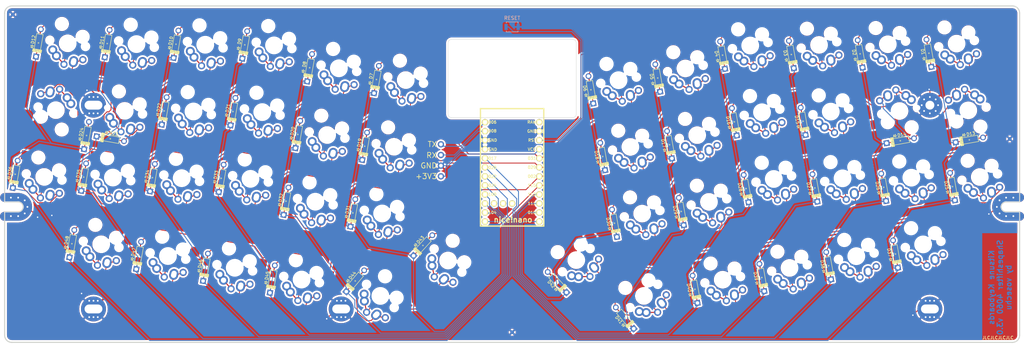
<source format=kicad_pcb>
(kicad_pcb (version 20171130) (host pcbnew "(5.1.5-0-10_14)")
  (layers (0 F.Cu signal) (31 B.Cu signal) (34 B.Paste user) (35 F.Paste user) (36 B.SilkS user) (37 F.SilkS user) (38 B.Mask user) (39 F.Mask user) (44 Edge.Cuts user))
  (net 0 "")
  (net 1 GND)
  (net 2 "Net-(D1-Pad1)")
  (net 3 /COL0)
  (net 4 "Net-(D2-Pad1)")
  (net 5 /COL1)
  (net 6 "Net-(D3-Pad1)")
  (net 7 /COL2)
  (net 8 "Net-(D4-Pad1)")
  (net 9 /COL3)
  (net 10 "Net-(D5-Pad1)")
  (net 11 /COL4)
  (net 12 "Net-(D6-Pad1)")
  (net 13 /COL5)
  (net 14 "Net-(D7-Pad1)")
  (net 15 /COL6)
  (net 16 "Net-(D8-Pad1)")
  (net 17 /COL7)
  (net 18 "Net-(D9-Pad1)")
  (net 19 /COL8)
  (net 20 "Net-(D10-Pad1)")
  (net 21 /COL9)
  (net 22 "Net-(D11-Pad1)")
  (net 23 /COL10)
  (net 24 "Net-(D12-Pad1)")
  (net 25 /COL11)
  (net 26 "Net-(D13-Pad1)")
  (net 27 "Net-(D14-Pad1)")
  (net 28 "Net-(D15-Pad1)")
  (net 29 "Net-(D16-Pad1)")
  (net 30 "Net-(D17-Pad1)")
  (net 31 "Net-(D18-Pad1)")
  (net 32 "Net-(D19-Pad1)")
  (net 33 "Net-(D20-Pad1)")
  (net 34 "Net-(D21-Pad1)")
  (net 35 "Net-(D22-Pad1)")
  (net 36 "Net-(D23-Pad1)")
  (net 37 "Net-(D24-Pad1)")
  (net 38 "Net-(D25-Pad1)")
  (net 39 "Net-(D26-Pad1)")
  (net 40 "Net-(D27-Pad1)")
  (net 41 "Net-(D28-Pad1)")
  (net 42 "Net-(D29-Pad1)")
  (net 43 "Net-(D30-Pad1)")
  (net 44 "Net-(D31-Pad1)")
  (net 45 "Net-(D32-Pad1)")
  (net 46 "Net-(D33-Pad1)")
  (net 47 "Net-(D34-Pad1)")
  (net 48 "Net-(D35-Pad1)")
  (net 49 "Net-(D36-Pad1)")
  (net 50 "Net-(D37-Pad1)")
  (net 51 "Net-(D38-Pad1)")
  (net 52 "Net-(D39-Pad1)")
  (net 53 "Net-(D40-Pad1)")
  (net 54 "Net-(D41-Pad1)")
  (net 55 "Net-(D42-Pad1)")
  (net 56 "Net-(D43-Pad1)")
  (net 57 "Net-(D44-Pad1)")
  (net 58 "Net-(D45-Pad1)")
  (net 59 "Net-(D46-Pad1)")
  (net 60 "Net-(D47-Pad1)")
  (net 61 "Net-(D48-Pad1)")
  (net 62 /TX)
  (net 63 /VCC)
  (net 64 /RX)
  (net 65 /ROW0)
  (net 66 /ROW2)
  (net 67 /ROW3)
  (net 68 /RESET)
  (net 69 /ROW1)
  (net 70 "Net-(U1-Pad33)")
  (net 71 "Net-(U1-Pad32)")
  (net 72 "Net-(U1-Pad31)")
  (net 73 "Net-(U1-Pad24)")
  (module Kitsune-Footprints:Hybrid_Kailh_MX_Choc_Socket_Through_Hole_With_Diode_No_Diode_Trace (layer F.Cu) (at 278.88 85.11 10)
    (fp_text reference SW25)
    (fp_text value SHIFT hide)
    (pad 2 smd custom (at 5 3.800001 10) (size 2 2) (layers F.Cu) (net 38 "Net-(D25-Pad1)") (options (clearance outline) (anchor circle)) (primitives (gr_line (start -2.000001 1.199999) (end -0.000001 -0.050001) (width 0.25)) (gr_circle (center -0.000001 -0.000001) (end 0.499999 -0.000001) (width 1)) (gr_circle (center -2.480001 0.989999) (end -1.855001 0.989999) (width 1.25))))
    (pad 1 thru_hole circle (at -2.5 3.999999 10) (size 2.5 2.5) (drill 1.5) (layers *.Cu *.Mask) (net 66 /ROW2))
    (pad 1 thru_hole circle (at -3.81 2.54 10) (size 2.5 2.5) (drill 1.5) (layers *.Cu *.Mask) (net 66 /ROW2))
    (pad "" np_thru_hole circle (at 0 0 10) (size 3.98018 3.98018) (drill 3.98018) (layers *.Cu *.Mask))
    (pad "" np_thru_hole circle (at -2.54 -5.08 10) (size 3 3) (drill 3) (layers *.Cu *.Mask))
    (pad "" np_thru_hole circle (at 3.81 -2.54 10) (size 3 3) (drill 3) (layers *.Cu *.Mask))
    (pad "" np_thru_hole circle (at -5.08 0 10) (size 1.67 1.67) (drill 1.67) (layers *.Cu *.Mask))
    (pad "" np_thru_hole circle (at 5.08 0 10) (size 1.67 1.67) (drill 1.67) (layers *.Cu *.Mask))
    (pad 2 thru_hole oval (at 2.52 4.79 6.1) (size 2.5 3.08) (drill oval 1.5 2.08) (layers *.Cu *.Mask) (net 38 "Net-(D25-Pad1)"))
    (pad 1 thru_hole circle (at 0 6 10) (size 2 2) (drill 1.2) (layers *.Cu *.Mask) (net 66 /ROW2))
    (pad 1 smd rect (at 7.35 -2.54 10) (size 2.55 2.5) (layers F.Cu F.Paste F.Mask) (net 66 /ROW2))
    (pad 2 thru_hole circle (at 5 3.800001 10) (size 2 2) (drill 1.2) (layers *.Cu *.Mask) (net 38 "Net-(D25-Pad1)"))
    (pad 2 smd rect (at -6.09 -5.08 10) (size 2.55 2.5) (layers F.Cu F.Paste F.Mask) (net 38 "Net-(D25-Pad1)"))
    (pad 1 smd custom (at 7.35 -2.54 10) (size 2 2) (layers F.Cu) (net 66 /ROW2) (options (clearance outline) (anchor rect)) (primitives (gr_line (start -7.35 6.84) (end -7.35 8.64) (width 0.25)) (gr_line (start -0.05 2.74) (end -1.85 4.54) (width 0.25)) (gr_line (start -0.05 0.04) (end -0.05 2.74) (width 0.25)) (gr_line (start -11.16 5.08) (end -9.85 6.54) (width 0.25)) (gr_line (start -1.85 4.54) (end -5.025 4.54) (width 0.25)) (gr_circle (center -11.16 5.08) (end -10.85 5.08) (width 1.25)) (gr_poly (pts (xy -0.95 -0.96) (xy 0.95 -0.96) (xy 0.95 0.94) (xy -0.95 0.94)) (width 0.1)) (gr_circle (center -9.85 6.54) (end -9.6 6.54) (width 1.25)) (gr_circle (center -7.35 8.54) (end -7.1 8.54) (width 1)) (gr_line (start -9.85 6.54) (end -7.35 8.54) (width 0.3)) (gr_line (start -5.05 4.54) (end -7.35 6.84) (width 0.25))))
  )
  (module Kitsune-Footprints:Hybrid_Kailh_MX_Choc_Socket_Through_Hole_With_Diode_No_Diode_Trace (layer F.Cu) (at 16.170909 85.078631 350)
    (fp_text reference SW36)
    (fp_text value SHIFT hide)
    (pad 2 smd custom (at 5 3.800001 350) (size 2 2) (layers F.Cu) (net 49 "Net-(D36-Pad1)") (options (clearance outline) (anchor circle)) (primitives (gr_line (start -2.000001 1.199999) (end -0.000001 -0.050001) (width 0.25)) (gr_circle (center -0.000001 -0.000001) (end 0.499999 -0.000001) (width 1)) (gr_circle (center -2.480001 0.989999) (end -1.855001 0.989999) (width 1.25))))
    (pad 1 thru_hole circle (at -2.5 3.999999 350) (size 2.5 2.5) (drill 1.5) (layers *.Cu *.Mask) (net 66 /ROW2))
    (pad 1 thru_hole circle (at -3.81 2.54 350) (size 2.5 2.5) (drill 1.5) (layers *.Cu *.Mask) (net 66 /ROW2))
    (pad "" np_thru_hole circle (at 0 0 350) (size 3.98018 3.98018) (drill 3.98018) (layers *.Cu *.Mask))
    (pad "" np_thru_hole circle (at -2.54 -5.08 350) (size 3 3) (drill 3) (layers *.Cu *.Mask))
    (pad "" np_thru_hole circle (at 3.81 -2.54 350) (size 3 3) (drill 3) (layers *.Cu *.Mask))
    (pad "" np_thru_hole circle (at -5.08 0 350) (size 1.67 1.67) (drill 1.67) (layers *.Cu *.Mask))
    (pad "" np_thru_hole circle (at 5.08 0 350) (size 1.67 1.67) (drill 1.67) (layers *.Cu *.Mask))
    (pad 2 thru_hole oval (at 2.52 4.79 346.1) (size 2.5 3.08) (drill oval 1.5 2.08) (layers *.Cu *.Mask) (net 49 "Net-(D36-Pad1)"))
    (pad 1 thru_hole circle (at 0 6 350) (size 2 2) (drill 1.2) (layers *.Cu *.Mask) (net 66 /ROW2))
    (pad 1 smd rect (at 7.35 -2.54 350) (size 2.55 2.5) (layers F.Cu F.Paste F.Mask) (net 66 /ROW2))
    (pad 2 thru_hole circle (at 5 3.800001 350) (size 2 2) (drill 1.2) (layers *.Cu *.Mask) (net 49 "Net-(D36-Pad1)"))
    (pad 2 smd rect (at -6.09 -5.08 350) (size 2.55 2.5) (layers F.Cu F.Paste F.Mask) (net 49 "Net-(D36-Pad1)"))
    (pad 1 smd custom (at 7.35 -2.54 350) (size 2 2) (layers F.Cu) (net 66 /ROW2) (options (clearance outline) (anchor rect)) (primitives (gr_line (start -7.35 6.84) (end -7.35 8.64) (width 0.25)) (gr_line (start -0.05 2.74) (end -1.85 4.54) (width 0.25)) (gr_line (start -0.05 0.04) (end -0.05 2.74) (width 0.25)) (gr_line (start -11.16 5.08) (end -9.85 6.54) (width 0.25)) (gr_line (start -1.85 4.54) (end -5.025 4.54) (width 0.25)) (gr_circle (center -11.16 5.08) (end -10.85 5.08) (width 1.25)) (gr_poly (pts (xy -0.95 -0.96) (xy 0.95 -0.96) (xy 0.95 0.94) (xy -0.95 0.94)) (width 0.1)) (gr_circle (center -9.85 6.54) (end -9.6 6.54) (width 1.25)) (gr_circle (center -7.35 8.54) (end -7.1 8.54) (width 1)) (gr_line (start -9.85 6.54) (end -7.35 8.54) (width 0.3)) (gr_line (start -5.05 4.54) (end -7.35 6.84) (width 0.25))))
  )
  (module Kitsune-Footprints:60_percent_plus_tofu_no_center_holes (layer F.Cu) (at 147.576656 84.311308)
    (fp_text reference BOARD1 hide)
    (fp_text value Conn_01x01 hide)
    (fp_line (start 140.5 -47.3) (end 130.3 -47.3) (layer Edge.Cuts) (width 0.3))
    (fp_arc (start 138.7 9.2) (end 137.3 9.2) (angle -90) (layer Edge.Cuts) (width 0.3))
    (fp_line (start -138.7 7.8) (end -142.5 7.8) (layer Edge.Cuts) (width 0.3))
    (fp_line (start -138.7 10.6) (end -142.5 10.6) (layer Edge.Cuts) (width 0.3))
    (fp_line (start -142.5 7.8) (end -142.5 -45.3) (layer Edge.Cuts) (width 0.3))
    (fp_line (start -142.5 10.6) (end -142.5 45.3) (layer Edge.Cuts) (width 0.3))
    (fp_arc (start -138.7 9.2) (end -137.3 9.2) (angle 90) (layer Edge.Cuts) (width 0.3))
    (fp_arc (start -138.7 9.2) (end -138.7 7.8) (angle 90) (layer Edge.Cuts) (width 0.3))
    (fp_line (start 142.5 7.8) (end 142.5 -45.3) (layer Edge.Cuts) (width 0.3))
    (fp_line (start 138.7 7.8) (end 142.5 7.8) (layer Edge.Cuts) (width 0.3))
    (fp_arc (start 138.7 9.2) (end 138.7 7.8) (angle -90) (layer Edge.Cuts) (width 0.3))
    (fp_line (start 142.5 10.6) (end 138.7 10.6) (layer Edge.Cuts) (width 0.3))
    (fp_line (start 142.5 45.3) (end 142.5 10.6) (layer Edge.Cuts) (width 0.3))
    (fp_arc (start -140.5 -45.3) (end -140.5 -47.3) (angle -90) (layer Edge.Cuts) (width 0.3))
    (fp_arc (start -140.5 45.3) (end -142.5 45.3) (angle -90) (layer Edge.Cuts) (width 0.3))
    (fp_arc (start 140.5 45.3) (end 140.5 47.3) (angle -90) (layer Edge.Cuts) (width 0.3))
    (fp_arc (start 140.5 -45.3) (end 142.5 -45.3) (angle -90) (layer Edge.Cuts) (width 0.3))
    (fp_line (start -140.5 -47.3) (end 130.3 -47.3) (layer Edge.Cuts) (width 0.3))
    (fp_line (start 140.5 47.3) (end -140.5 47.3) (layer Edge.Cuts) (width 0.3))
    (pad 1 thru_hole circle (at 117.3 37.9) (size 7 7) (drill oval 5 2.5) (layers *.Cu *.Mask) (net 1 GND))
    (pad 1 thru_hole circle (at 118.5 35.6 180) (size 1 1) (drill 0.5) (layers *.Cu *.Mask) (net 1 GND))
    (pad 1 thru_hole circle (at 116.1 35.6 180) (size 1 1) (drill 0.5) (layers *.Cu *.Mask) (net 1 GND))
    (pad 1 thru_hole circle (at 116.1 40.2 180) (size 1 1) (drill 0.5) (layers *.Cu *.Mask) (net 1 GND))
    (pad 1 thru_hole circle (at 118.5 40.2 180) (size 1 1) (drill 0.5) (layers *.Cu *.Mask) (net 1 GND))
    (pad 1 thru_hole circle (at 117.3 40.2 180) (size 1 1) (drill 0.5) (layers *.Cu *.Mask) (net 1 GND))
    (pad 1 thru_hole circle (at 117.3 35.6 180) (size 1 1) (drill 0.5) (layers *.Cu *.Mask) (net 1 GND))
    (pad 1 thru_hole circle (at -117.55 37.9) (size 7 7) (drill oval 5 2.5) (layers *.Cu *.Mask) (net 1 GND))
    (pad 1 thru_hole circle (at -116.35 35.6 180) (size 1 1) (drill 0.5) (layers *.Cu *.Mask) (net 1 GND))
    (pad 1 thru_hole circle (at -118.75 35.6 180) (size 1 1) (drill 0.5) (layers *.Cu *.Mask) (net 1 GND))
    (pad 1 thru_hole circle (at -118.75 40.2 180) (size 1 1) (drill 0.5) (layers *.Cu *.Mask) (net 1 GND))
    (pad 1 thru_hole circle (at -116.35 40.2 180) (size 1 1) (drill 0.5) (layers *.Cu *.Mask) (net 1 GND))
    (pad 1 thru_hole circle (at -117.55 40.2 180) (size 1 1) (drill 0.5) (layers *.Cu *.Mask) (net 1 GND))
    (pad 1 thru_hole circle (at -117.55 35.6 180) (size 1 1) (drill 0.5) (layers *.Cu *.Mask) (net 1 GND))
    (pad 1 thru_hole circle (at 117.3 -19.4) (size 7 7) (drill 2.5) (layers *.Cu *.Mask) (net 1 GND))
    (pad 1 thru_hole circle (at -48 37.9) (size 7 7) (drill oval 5 2.5) (layers *.Cu *.Mask) (net 1 GND))
    (pad 1 thru_hole circle (at -117.55 -19.4 180) (size 7 7) (drill oval 5 2.5) (layers *.Cu *.Mask) (net 1 GND))
    (pad 1 thru_hole circle (at 117.3 -21.7 180) (size 1 1) (drill 0.5) (layers *.Cu *.Mask) (net 1 GND))
    (pad 1 thru_hole circle (at 119.6 -19.4 180) (size 1 1) (drill 0.5) (layers *.Cu *.Mask) (net 1 GND))
    (pad 1 thru_hole circle (at 115 -19.4 180) (size 1 1) (drill 0.5) (layers *.Cu *.Mask) (net 1 GND))
    (pad 1 thru_hole circle (at 117.3 -17.1 180) (size 1 1) (drill 0.5) (layers *.Cu *.Mask) (net 1 GND))
    (pad 1 thru_hole circle (at 118.926346 -21.026346 180) (size 1 1) (drill 0.5) (layers *.Cu *.Mask) (net 1 GND))
    (pad 1 thru_hole circle (at 115.673654 -21.026346 180) (size 1 1) (drill 0.5) (layers *.Cu *.Mask) (net 1 GND))
    (pad 1 thru_hole circle (at 118.926346 -17.773654 180) (size 1 1) (drill 0.5) (layers *.Cu *.Mask) (net 1 GND))
    (pad 1 thru_hole circle (at 115.673654 -17.773654 180) (size 1 1) (drill 0.5) (layers *.Cu *.Mask) (net 1 GND))
    (pad 1 thru_hole circle (at -117.55 -21.7 180) (size 1 1) (drill 0.5) (layers *.Cu *.Mask) (net 1 GND))
    (pad 1 thru_hole circle (at -117.55 -17.1 180) (size 1 1) (drill 0.5) (layers *.Cu *.Mask) (net 1 GND))
    (pad 1 thru_hole circle (at -118.75 -17.1 180) (size 1 1) (drill 0.5) (layers *.Cu *.Mask) (net 1 GND))
    (pad 1 thru_hole circle (at -116.35 -17.1 180) (size 1 1) (drill 0.5) (layers *.Cu *.Mask) (net 1 GND))
    (pad 1 thru_hole circle (at -116.35 -21.7 180) (size 1 1) (drill 0.5) (layers *.Cu *.Mask) (net 1 GND))
    (pad 1 thru_hole circle (at -118.75 -21.717 180) (size 1 1) (drill 0.5) (layers *.Cu *.Mask) (net 1 GND))
    (pad 1 thru_hole circle (at -48 35.6 180) (size 1 1) (drill 0.5) (layers *.Cu *.Mask) (net 1 GND))
    (pad 1 thru_hole circle (at -48 40.2 180) (size 1 1) (drill 0.5) (layers *.Cu *.Mask) (net 1 GND))
    (pad 1 thru_hole circle (at -49.2 35.6 180) (size 1 1) (drill 0.5) (layers *.Cu *.Mask) (net 1 GND))
    (pad 1 thru_hole circle (at -46.8 35.6 180) (size 1 1) (drill 0.5) (layers *.Cu *.Mask) (net 1 GND))
    (pad 1 thru_hole circle (at -46.8 40.2 180) (size 1 1) (drill 0.5) (layers *.Cu *.Mask) (net 1 GND))
    (pad 1 thru_hole circle (at -49.2 40.2 180) (size 1 1) (drill 0.5) (layers *.Cu *.Mask) (net 1 GND))
    (pad 1 thru_hole circle (at 138.7 6.6 180) (size 1 1) (drill 0.5) (layers *.Cu *.Mask) (net 1 GND))
    (pad 1 thru_hole circle (at 138.7 11.8 180) (size 1 1) (drill 0.5) (layers *.Cu *.Mask) (net 1 GND))
    (pad 1 thru_hole circle (at 136.861522 7.361522 180) (size 1 1) (drill 0.5) (layers *.Cu *.Mask) (net 1 GND))
    (pad 1 thru_hole circle (at 136.861522 11.038478 180) (size 1 1) (drill 0.5) (layers *.Cu *.Mask) (net 1 GND))
    (pad 1 thru_hole circle (at 140.742035 6.6 180) (size 1 1) (drill 0.5) (layers *.Cu *.Mask) (net 1 GND))
    (pad 1 thru_hole circle (at 140.742035 11.8 180) (size 1 1) (drill 0.5) (layers *.Cu *.Mask) (net 1 GND))
    (pad 1 thru_hole circle (at -136.861522 7.361522 180) (size 1 1) (drill 0.5) (layers *.Cu *.Mask) (net 1 GND))
    (pad 1 thru_hole circle (at -138.7 6.6 180) (size 1 1) (drill 0.5) (layers *.Cu *.Mask) (net 1 GND))
    (pad 1 thru_hole circle (at -140.742035 6.6 180) (size 1 1) (drill 0.5) (layers *.Cu *.Mask) (net 1 GND))
    (pad 1 thru_hole circle (at -140.742035 11.8 180) (size 1 1) (drill 0.5) (layers *.Cu *.Mask) (net 1 GND))
    (pad 1 thru_hole circle (at -138.7 11.8 180) (size 1 1) (drill 0.5) (layers *.Cu *.Mask) (net 1 GND))
    (pad 1 thru_hole circle (at -136.861522 11.038478 180) (size 1 1) (drill 0.5) (layers *.Cu *.Mask) (net 1 GND))
    (pad 1 thru_hole custom (at -136.1 9.2) (size 1 1) (drill 0.5) (layers *.Cu *.Mask) (net 1 GND) (options (clearance outline) (anchor circle)) (primitives (gr_line (start -2.6 2.65095) (end -6.45 2.65095) (width 2.5019)) (gr_line (start -2.6 -2.65095) (end -6.4 -2.65095) (width 2.5019)) (gr_arc (start -2.6 0) (end 0.05095 0) (angle 90) (width 2.5019)) (gr_arc (start -2.6 0) (end -2.6 -2.65095) (angle 90) (width 2.5019)) (gr_line (start -2.6 -2.65095) (end -6.4 -2.65095) (width 2.5019)) (gr_line (start -2.6 2.65095) (end -6.45 2.65095) (width 2.5019)) (gr_arc (start -2.6 0) (end 0.05095 0) (angle 90) (width 2.5019)) (gr_arc (start -2.6 0) (end -2.6 -2.65095) (angle 90) (width 2.5019))))
    (pad 1 thru_hole custom (at 136.1 9.2) (size 1 1) (drill 0.5) (layers *.Cu *.Mask) (net 1 GND) (options (clearance outline) (anchor circle)) (primitives (gr_arc (start 2.6 0) (end 2.6 -2.65095) (angle -90) (width 2.5019)) (gr_arc (start 2.6 0) (end -0.05095 0) (angle -90) (width 2.5019)) (gr_line (start 6.4 2.65095) (end 2.6 2.65095) (width 2.5019)) (gr_line (start 6.4 2.65095) (end 2.6 2.65095) (width 2.5019)) (gr_arc (start 2.6 0) (end 2.6 -2.65095) (angle -90) (width 2.5019)) (gr_arc (start 2.6 0) (end -0.05095 0) (angle -90) (width 2.5019)) (gr_line (start 6.4 -2.65095) (end 2.6 -2.65095) (width 2.5019)) (gr_line (start 6.4 -2.65095) (end 2.6 -2.65095) (width 2.5019))))
  )
  (module Kitsune-Footprints:nice_nano_no_Bcu_mask (layer F.Cu) (at 147.576182 83.661358 270)
    (fp_text reference U1 hide)
    (fp_text value nice_nano hide)
    (fp_text user 006 (at -13.97 5.53719) (layer F.SilkS) (effects (font (size 0.8 0.8))))
    (fp_text user 008 (at -11.5 5.53719) (layer F.SilkS) (effects (font (size 0.8 0.8))))
    (fp_text user 020 (at -1.2 5.53719) (layer F.SilkS) (effects (font (size 0.8 0.8))))
    (fp_text user 017 (at -3.8 5.53719) (layer F.SilkS) (effects (font (size 0.8 0.8))))
    (fp_text user GND (at -8.89 5.461) (layer F.SilkS) (effects (font (size 0.8 0.8))))
    (fp_text user GND (at -6.3 5.45) (layer F.SilkS) (effects (font (size 0.8 0.8))))
    (fp_text user 022 (at 1.3 5.53719) (layer F.SilkS) (effects (font (size 0.8 0.8))))
    (fp_text user 024 (at 3.81 5.53719) (layer F.SilkS) (effects (font (size 0.8 0.8))))
    (fp_text user 100 (at 6.35 5.53719) (layer F.SilkS) (effects (font (size 0.8 0.8))))
    (fp_text user 104 (at 11.43 5.53719) (layer F.SilkS) (effects (font (size 0.8 0.8))))
    (fp_text user 111 (at 8.89 -5.537191) (layer F.SilkS) (effects (font (size 0.8 0.8))))
    (fp_text user 113 (at 6.35 -5.537191) (layer F.SilkS) (effects (font (size 0.8 0.8))))
    (fp_text user 031 (at -3.81 -5.537191) (layer F.SilkS) (effects (font (size 0.8 0.8))))
    (fp_text user VCC (at -6.35 -5.537191) (layer F.SilkS) (effects (font (size 0.8 0.8))))
    (fp_text user RST (at -8.89 -5.588) (layer F.SilkS) (effects (font (size 0.8 0.8))))
    (fp_text user GND (at -11.43 -5.454667) (layer F.SilkS) (effects (font (size 0.8 0.8))))
    (fp_text user RAW (at -13.97 -5.473715) (layer F.SilkS) (effects (font (size 0.8 0.8))))
    (fp_text user 029 (at -1.27 -5.537191) (layer F.SilkS) (effects (font (size 0.8 0.8))))
    (fp_text user 002 (at 1.27 -5.537191) (layer F.SilkS) (effects (font (size 0.8 0.8))))
    (fp_text user 115 (at 3.81 -5.537191) (layer F.SilkS) (effects (font (size 0.8 0.8))))
    (fp_text user 010 (at 11.43 -5.537191) (layer F.SilkS) (effects (font (size 0.8 0.8))))
    (fp_text user nice!nano (at 13.462 -0.254) (layer F.SilkS) (effects (font (size 1.5 1.5) (thickness 0.3))))
    (pad 33 thru_hole circle (at 8.89 0 270) (size 1.7526 1.7526) (drill 1.0922) (layers *.Cu F.SilkS F.Mask) (net 70 "Net-(U1-Pad33)"))
    (pad 32 thru_hole circle (at 8.89 2.54 270) (size 1.7526 1.7526) (drill 1.0922) (layers *.Cu F.SilkS F.Mask) (net 71 "Net-(U1-Pad32)"))
    (pad 31 thru_hole circle (at 8.89 5.08 270) (size 1.7526 1.7526) (drill 1.0922) (layers *.Cu F.SilkS F.Mask) (net 72 "Net-(U1-Pad31)"))
    (pad 24 thru_hole circle (at -13.97 -7.62 270) (size 1.7526 1.7526) (drill 1.0922) (layers *.Cu F.SilkS F.Mask) (net 73 "Net-(U1-Pad24)"))
    (pad 12 thru_hole circle (at 13.97 7.62 270) (size 1.7526 1.7526) (drill 1.0922) (layers *.Cu F.SilkS F.Mask) (net 15 /COL6))
    (pad 23 thru_hole circle (at -11.43 -7.62 270) (size 1.7526 1.7526) (drill 1.0922) (layers *.Cu F.SilkS F.Mask) (net 1 GND))
    (pad 22 thru_hole circle (at -8.89 -7.62 270) (size 1.7526 1.7526) (drill 1.0922) (layers *.Cu F.SilkS F.Mask) (net 68 /RESET))
    (pad 21 thru_hole circle (at -6.35 -7.62 270) (size 1.7526 1.7526) (drill 1.0922) (layers *.Cu F.SilkS F.Mask) (net 63 /VCC))
    (pad 20 thru_hole circle (at -3.81 -7.62 270) (size 1.7526 1.7526) (drill 1.0922) (layers *.Cu F.SilkS F.Mask) (net 65 /ROW0))
    (pad 19 thru_hole circle (at -1.27 -7.62 270) (size 1.7526 1.7526) (drill 1.0922) (layers *.Cu F.SilkS F.Mask) (net 69 /ROW1))
    (pad 18 thru_hole circle (at 1.27 -7.62 270) (size 1.7526 1.7526) (drill 1.0922) (layers *.Cu F.SilkS F.Mask) (net 66 /ROW2))
    (pad 17 thru_hole circle (at 3.81 -7.62 270) (size 1.7526 1.7526) (drill 1.0922) (layers *.Cu F.SilkS F.Mask) (net 67 /ROW3))
    (pad 16 thru_hole circle (at 6.35 -7.62 270) (size 1.7526 1.7526) (drill 1.0922) (layers *.Cu F.SilkS F.Mask) (net 7 /COL2))
    (pad 15 thru_hole circle (at 8.89 -7.62 270) (size 1.7526 1.7526) (drill 1.0922) (layers *.Cu F.SilkS F.Mask) (net 9 /COL3))
    (pad 14 thru_hole circle (at 11.43 -7.62 270) (size 1.7526 1.7526) (drill 1.0922) (layers *.Cu F.SilkS F.Mask) (net 11 /COL4))
    (pad 13 thru_hole circle (at 13.97 -7.62 270) (size 1.7526 1.7526) (drill 1.0922) (layers *.Cu F.SilkS F.Mask) (net 13 /COL5))
    (pad 11 thru_hole circle (at 11.43 7.62 270) (size 1.7526 1.7526) (drill 1.0922) (layers *.Cu F.SilkS F.Mask) (net 17 /COL7))
    (pad 10 thru_hole circle (at 8.89 7.62 270) (size 1.7526 1.7526) (drill 1.0922) (layers *.Cu F.SilkS F.Mask) (net 19 /COL8))
    (pad 9 thru_hole circle (at 6.35 7.62 270) (size 1.7526 1.7526) (drill 1.0922) (layers *.Cu F.SilkS F.Mask) (net 21 /COL9))
    (pad 8 thru_hole circle (at 3.81 7.62 270) (size 1.7526 1.7526) (drill 1.0922) (layers *.Cu F.SilkS F.Mask) (net 23 /COL10))
    (pad 7 thru_hole circle (at 1.27 7.62 270) (size 1.7526 1.7526) (drill 1.0922) (layers *.Cu F.SilkS F.Mask) (net 25 /COL11))
    (pad 6 thru_hole circle (at -1.27 7.62 270) (size 1.7526 1.7526) (drill 1.0922) (layers *.Cu F.SilkS F.Mask) (net 3 /COL0))
    (pad 5 thru_hole circle (at -3.81 7.62 270) (size 1.7526 1.7526) (drill 1.0922) (layers *.Cu F.SilkS F.Mask) (net 5 /COL1))
    (pad 4 thru_hole circle (at -6.35 7.62 270) (size 1.7526 1.7526) (drill 1.0922) (layers *.Cu F.SilkS F.Mask) (net 1 GND))
    (pad 3 thru_hole circle (at -8.89 7.62 270) (size 1.7526 1.7526) (drill 1.0922) (layers *.Cu F.SilkS F.Mask) (net 1 GND))
    (pad 2 thru_hole circle (at -11.43 7.62 270) (size 1.7526 1.7526) (drill 1.0922) (layers *.Cu F.SilkS F.Mask) (net 64 /RX))
    (pad 1 thru_hole circle (at -13.97 7.62 270) (size 1.7526 1.7526) (drill 1.0922) (layers *.Cu F.SilkS F.Mask) (net 62 /TX))
  )
  (module Kitsune-Footprints:Hybrid_Kailh_MX_Choc_Socket_Through_Hole_With_Diode (layer F.Cu) (at 275.673813 66.36062 190)
    (fp_text reference SW13)
    (fp_text value ESC hide)
    (pad 1 thru_hole circle (at -2.5 3.999999 190) (size 2.5 2.5) (drill 1.5) (layers *.Cu *.Mask) (net 69 /ROW1))
    (pad 1 thru_hole circle (at -3.81 2.54 190) (size 2.5 2.5) (drill 1.5) (layers *.Cu *.Mask) (net 69 /ROW1))
    (pad "" np_thru_hole circle (at 0 0 190) (size 3.98018 3.98018) (drill 3.98018) (layers *.Cu *.Mask))
    (pad "" np_thru_hole circle (at -2.54 -5.08 190) (size 3 3) (drill 3) (layers *.Cu *.Mask))
    (pad "" np_thru_hole circle (at 3.81 -2.54 190) (size 3 3) (drill 3) (layers *.Cu *.Mask))
    (pad "" np_thru_hole circle (at -5.08 0 190) (size 1.67 1.67) (drill 1.67) (layers *.Cu *.Mask))
    (pad "" np_thru_hole circle (at 5.08 0 190) (size 1.67 1.67) (drill 1.67) (layers *.Cu *.Mask))
    (pad 2 thru_hole oval (at 2.52 4.79 186.1) (size 2.5 3.08) (drill oval 1.5 2.08) (layers *.Cu *.Mask) (net 26 "Net-(D13-Pad1)"))
    (pad 1 thru_hole circle (at 0 6 190) (size 2 2) (drill 1.2) (layers *.Cu *.Mask) (net 69 /ROW1))
    (pad 1 smd rect (at 7.35 -2.54 190) (size 2.55 2.5) (layers F.Cu F.Paste F.Mask) (net 69 /ROW1))
    (pad 2 thru_hole circle (at 5 3.800001 190) (size 2 2) (drill 1.2) (layers *.Cu *.Mask) (net 26 "Net-(D13-Pad1)"))
    (pad 2 smd rect (at -6.09 -5.08 190) (size 2.55 2.5) (layers F.Cu F.Paste F.Mask) (net 26 "Net-(D13-Pad1)"))
    (pad 1 smd custom (at 7.35 -2.54 190) (size 2 2) (layers F.Cu) (net 69 /ROW1) (options (clearance outline) (anchor rect)) (primitives (gr_line (start -7.35 6.84) (end -7.35 8.64) (width 0.25)) (gr_line (start -0.05 2.74) (end -1.85 4.54) (width 0.25)) (gr_line (start -0.05 0.04) (end -0.05 2.74) (width 0.25)) (gr_line (start -11.16 5.08) (end -9.85 6.54) (width 0.25)) (gr_line (start -1.85 4.54) (end -5.025 4.54) (width 0.25)) (gr_circle (center -11.16 5.08) (end -10.85 5.08) (width 1.25)) (gr_poly (pts (xy -0.95 -0.96) (xy 0.95 -0.96) (xy 0.95 0.94) (xy -0.95 0.94)) (width 0.1)) (gr_circle (center -9.85 6.54) (end -9.6 6.54) (width 1.25)) (gr_circle (center -7.35 8.54) (end -7.1 8.54) (width 1)) (gr_line (start -9.85 6.54) (end -7.35 8.54) (width 0.3)) (gr_line (start -5.05 4.54) (end -7.35 6.84) (width 0.25))))
    (pad 2 smd custom (at 5 3.800001 190) (size 2 2) (layers F.Cu) (net 26 "Net-(D13-Pad1)") (options (clearance outline) (anchor circle)) (primitives (gr_line (start -3.4 3.999999) (end -6.8 3.999999) (width 0.25)) (gr_line (start -11.2 -0.400001) (end -11.2 -1.900001) (width 0.25)) (gr_line (start -6.8 3.999999) (end -11.2 -0.400001) (width 0.25)) (gr_line (start -2.5 3.099999) (end -2.500001 1.099999) (width 0.25)) (gr_line (start -2.000001 1.199999) (end -0.000001 -0.050001) (width 0.25)) (gr_circle (center -0.000001 -0.000001) (end 0.499999 -0.000001) (width 1)) (gr_line (start -13.1 -3.800001) (end -11.2 -1.900001) (width 0.25)) (gr_line (start -13.1 -6.800001) (end -13.1 -3.800001) (width 0.25)) (gr_circle (center -2.480001 0.989999) (end -1.855001 0.989999) (width 1.25)) (gr_line (start -2.5 3.099999) (end -3.4 3.999999) (width 0.25)) (gr_line (start -11.1 -8.800001) (end -13.1 -6.800001) (width 0.25))))
  )
  (module Kitsune-Footprints:Diode-dual (layer F.Cu) (at 34.75118 74.361358 350)
    (fp_text reference D23 (at 0.7 -1.6 170) (layer F.SilkS) (effects (font (size 0.85 0.85))))
    (fp_text value DIODE hide)
    (pad 1 thru_hole circle (at 3.9 0 350) (size 1.6 1.6) (drill 1) (layers *.Cu *.Mask) (net 36 "Net-(D23-Pad1)"))
    (pad 2 thru_hole rect (at -3.9 0 350) (size 1.6 1.6) (drill 1) (layers *.Cu *.Mask) (net 23 /COL10))
    (pad 2 smd rect (at -1.4 0 350) (size 1.6 1.2) (layers F.Cu F.Paste F.Mask) (net 23 /COL10))
    (pad 1 smd rect (at 1.4 0 350) (size 1.6 1.2) (layers F.Cu F.Paste F.Mask) (net 36 "Net-(D23-Pad1)"))
    (pad 1 smd custom (at 1.4 0 350) (size 1.6 1.2) (layers F.Cu) (net 36 "Net-(D23-Pad1)") (options (clearance outline) (anchor rect)) (primitives (gr_poly (pts (xy -0.8 -0.6) (xy -0.8 0.6) (xy 0.8 0.6) (xy 0.8 -0.6)) (width 0.1)) (gr_line (start 2.5 0) (end 0.1 0) (width 0.25)) (gr_circle (center 2.5 0) (end 2.8 0) (width 0.6))))
    (pad 2 smd custom (at -1.4 0 350) (size 1.6 1.2) (layers F.Cu) (net 23 /COL10) (options (clearance outline) (anchor rect)) (primitives (gr_circle (center -2.5 0) (end -2.2 0) (width 0.6)) (gr_poly (pts (xy 0.8 -0.6) (xy 0.8 0.6) (xy -0.8 0.6) (xy -0.8 -0.6)) (width 0.1)) (gr_line (start 0.1 0) (end -2.5 0) (width 0.25))))
  )
  (module Kitsune-Footprints:Diode-dual (layer F.Cu) (at 217.692877 113.377624 100)
    (fp_text reference D39 (at 0.7 -1.6 280) (layer F.SilkS) (effects (font (size 0.85 0.85))))
    (fp_text value DIODE hide)
    (pad 1 thru_hole circle (at 3.9 0 100) (size 1.6 1.6) (drill 1) (layers *.Cu *.Mask) (net 52 "Net-(D39-Pad1)"))
    (pad 2 thru_hole rect (at -3.9 0 100) (size 1.6 1.6) (drill 1) (layers *.Cu *.Mask) (net 7 /COL2))
    (pad 2 smd rect (at -1.4 0 100) (size 1.6 1.2) (layers F.Cu F.Paste F.Mask) (net 7 /COL2))
    (pad 1 smd rect (at 1.4 0 100) (size 1.6 1.2) (layers F.Cu F.Paste F.Mask) (net 52 "Net-(D39-Pad1)"))
    (pad 1 smd custom (at 1.4 0 100) (size 1.6 1.2) (layers F.Cu) (net 52 "Net-(D39-Pad1)") (options (clearance outline) (anchor rect)) (primitives (gr_poly (pts (xy -0.8 -0.6) (xy -0.8 0.6) (xy 0.8 0.6) (xy 0.8 -0.6)) (width 0.1)) (gr_line (start 2.5 0) (end 0.1 0) (width 0.25)) (gr_circle (center 2.5 0) (end 2.8 0) (width 0.6))))
    (pad 2 smd custom (at -1.4 0 100) (size 1.6 1.2) (layers F.Cu) (net 7 /COL2) (options (clearance outline) (anchor rect)) (primitives (gr_circle (center -2.5 0) (end -2.2 0) (width 0.6)) (gr_poly (pts (xy 0.8 -0.6) (xy 0.8 0.6) (xy -0.8 0.6) (xy -0.8 -0.6)) (width 0.1)) (gr_line (start 0.1 0) (end -2.5 0) (width 0.25))))
  )
  (module Kitsune-Footprints:Diode-dual (layer F.Cu) (at 198.932289 116.685622 100)
    (fp_text reference D40 (at 0.7 -1.6 280) (layer F.SilkS) (effects (font (size 0.85 0.85))))
    (fp_text value DIODE hide)
    (pad 1 thru_hole circle (at 3.9 0 100) (size 1.6 1.6) (drill 1) (layers *.Cu *.Mask) (net 53 "Net-(D40-Pad1)"))
    (pad 2 thru_hole rect (at -3.9 0 100) (size 1.6 1.6) (drill 1) (layers *.Cu *.Mask) (net 9 /COL3))
    (pad 2 smd rect (at -1.4 0 100) (size 1.6 1.2) (layers F.Cu F.Paste F.Mask) (net 9 /COL3))
    (pad 1 smd rect (at 1.4 0 100) (size 1.6 1.2) (layers F.Cu F.Paste F.Mask) (net 53 "Net-(D40-Pad1)"))
    (pad 1 smd custom (at 1.4 0 100) (size 1.6 1.2) (layers F.Cu) (net 53 "Net-(D40-Pad1)") (options (clearance outline) (anchor rect)) (primitives (gr_poly (pts (xy -0.8 -0.6) (xy -0.8 0.6) (xy 0.8 0.6) (xy 0.8 -0.6)) (width 0.1)) (gr_line (start 2.5 0) (end 0.1 0) (width 0.25)) (gr_circle (center 2.5 0) (end 2.8 0) (width 0.6))))
    (pad 2 smd custom (at -1.4 0 100) (size 1.6 1.2) (layers F.Cu) (net 9 /COL3) (options (clearance outline) (anchor rect)) (primitives (gr_circle (center -2.5 0) (end -2.2 0) (width 0.6)) (gr_poly (pts (xy 0.8 -0.6) (xy 0.8 0.6) (xy -0.8 0.6) (xy -0.8 -0.6)) (width 0.1)) (gr_line (start 0.1 0) (end -2.5 0) (width 0.25))))
  )
  (module Kitsune-Footprints:Diode-dual (layer F.Cu) (at 179.201181 124.761359 130)
    (fp_text reference D41 (at 0.7 -1.6 310) (layer F.SilkS) (effects (font (size 0.85 0.85))))
    (fp_text value DIODE hide)
    (pad 1 thru_hole circle (at 3.9 0 130) (size 1.6 1.6) (drill 1) (layers *.Cu *.Mask) (net 54 "Net-(D41-Pad1)"))
    (pad 2 thru_hole rect (at -3.9 0 130) (size 1.6 1.6) (drill 1) (layers *.Cu *.Mask) (net 11 /COL4))
    (pad 2 smd rect (at -1.4 0 130) (size 1.6 1.2) (layers F.Cu F.Paste F.Mask) (net 11 /COL4))
    (pad 1 smd rect (at 1.4 0 130) (size 1.6 1.2) (layers F.Cu F.Paste F.Mask) (net 54 "Net-(D41-Pad1)"))
    (pad 1 smd custom (at 1.4 0 130) (size 1.6 1.2) (layers F.Cu) (net 54 "Net-(D41-Pad1)") (options (clearance outline) (anchor rect)) (primitives (gr_poly (pts (xy -0.8 -0.6) (xy -0.8 0.6) (xy 0.8 0.6) (xy 0.8 -0.6)) (width 0.1)) (gr_line (start 2.5 0) (end 0.1 0) (width 0.25)) (gr_circle (center 2.5 0) (end 2.8 0) (width 0.6))))
    (pad 2 smd custom (at -1.4 0 130) (size 1.6 1.2) (layers F.Cu) (net 11 /COL4) (options (clearance outline) (anchor rect)) (primitives (gr_circle (center -2.5 0) (end -2.2 0) (width 0.6)) (gr_poly (pts (xy 0.8 -0.6) (xy 0.8 0.6) (xy -0.8 0.6) (xy -0.8 -0.6)) (width 0.1)) (gr_line (start 0.1 0) (end -2.5 0) (width 0.25))))
  )
  (module Kitsune-Footprints:Diode-dual (layer F.Cu) (at 160.20118 114.686357 132.5)
    (fp_text reference D42 (at 0.7 -1.6 312.5) (layer F.SilkS) (effects (font (size 0.85 0.85))))
    (fp_text value DIODE hide)
    (pad 1 thru_hole circle (at 3.9 0 132.5) (size 1.6 1.6) (drill 1) (layers *.Cu *.Mask) (net 55 "Net-(D42-Pad1)"))
    (pad 2 thru_hole rect (at -3.9 0 132.5) (size 1.6 1.6) (drill 1) (layers *.Cu *.Mask) (net 13 /COL5))
    (pad 2 smd rect (at -1.4 0 132.5) (size 1.6 1.2) (layers F.Cu F.Paste F.Mask) (net 13 /COL5))
    (pad 1 smd rect (at 1.4 0 132.5) (size 1.6 1.2) (layers F.Cu F.Paste F.Mask) (net 55 "Net-(D42-Pad1)"))
    (pad 1 smd custom (at 1.4 0 132.5) (size 1.6 1.2) (layers F.Cu) (net 55 "Net-(D42-Pad1)") (options (clearance outline) (anchor rect)) (primitives (gr_poly (pts (xy -0.8 -0.6) (xy -0.8 0.6) (xy 0.8 0.6) (xy 0.8 -0.6)) (width 0.1)) (gr_line (start 2.5 0) (end 0.1 0) (width 0.25)) (gr_circle (center 2.5 0) (end 2.8 0) (width 0.6))))
    (pad 2 smd custom (at -1.4 0 132.5) (size 1.6 1.2) (layers F.Cu) (net 13 /COL5) (options (clearance outline) (anchor rect)) (primitives (gr_circle (center -2.5 0) (end -2.2 0) (width 0.6)) (gr_poly (pts (xy 0.8 -0.6) (xy 0.8 0.6) (xy -0.8 0.6) (xy -0.8 -0.6)) (width 0.1)) (gr_line (start 0.1 0) (end -2.5 0) (width 0.25))))
  )
  (module Kitsune-Footprints:Diode-dual (layer F.Cu) (at 122.52618 104.361357 47.5)
    (fp_text reference D43 (at 0.699999 -1.6 227.5) (layer F.SilkS) (effects (font (size 0.85 0.85))))
    (fp_text value DIODE hide)
    (pad 1 thru_hole circle (at 3.9 0 47.5) (size 1.6 1.6) (drill 1) (layers *.Cu *.Mask) (net 56 "Net-(D43-Pad1)"))
    (pad 2 thru_hole rect (at -3.9 0 47.5) (size 1.6 1.6) (drill 1) (layers *.Cu *.Mask) (net 15 /COL6))
    (pad 2 smd rect (at -1.4 0 47.5) (size 1.6 1.2) (layers F.Cu F.Paste F.Mask) (net 15 /COL6))
    (pad 1 smd rect (at 1.4 0 47.5) (size 1.6 1.2) (layers F.Cu F.Paste F.Mask) (net 56 "Net-(D43-Pad1)"))
    (pad 1 smd custom (at 1.4 0 47.5) (size 1.6 1.2) (layers F.Cu) (net 56 "Net-(D43-Pad1)") (options (clearance outline) (anchor rect)) (primitives (gr_poly (pts (xy -0.8 -0.6) (xy -0.8 0.6) (xy 0.8 0.6) (xy 0.8 -0.6)) (width 0.1)) (gr_line (start 2.5 0) (end 0.1 0) (width 0.25)) (gr_circle (center 2.5 0) (end 2.8 0) (width 0.6))))
    (pad 2 smd custom (at -1.4 0 47.5) (size 1.6 1.2) (layers F.Cu) (net 15 /COL6) (options (clearance outline) (anchor rect)) (primitives (gr_circle (center -2.5 0) (end -2.2 0) (width 0.6)) (gr_poly (pts (xy 0.8 -0.6) (xy 0.8 0.6) (xy -0.8 0.6) (xy -0.8 -0.6)) (width 0.1)) (gr_line (start 0.1 0) (end -2.5 0) (width 0.25))))
  )
  (module Kitsune-Footprints:Diode-dual (layer F.Cu) (at 103.526179 114.336359 50)
    (fp_text reference D44 (at 0.7 -1.6 230) (layer F.SilkS) (effects (font (size 0.85 0.85))))
    (fp_text value DIODE hide)
    (pad 1 thru_hole circle (at 3.9 0 50) (size 1.6 1.6) (drill 1) (layers *.Cu *.Mask) (net 57 "Net-(D44-Pad1)"))
    (pad 2 thru_hole rect (at -3.9 0 50) (size 1.6 1.6) (drill 1) (layers *.Cu *.Mask) (net 17 /COL7))
    (pad 2 smd rect (at -1.4 0 50) (size 1.6 1.2) (layers F.Cu F.Paste F.Mask) (net 17 /COL7))
    (pad 1 smd rect (at 1.4 0 50) (size 1.6 1.2) (layers F.Cu F.Paste F.Mask) (net 57 "Net-(D44-Pad1)"))
    (pad 1 smd custom (at 1.4 0 50) (size 1.6 1.2) (layers F.Cu) (net 57 "Net-(D44-Pad1)") (options (clearance outline) (anchor rect)) (primitives (gr_poly (pts (xy -0.8 -0.6) (xy -0.8 0.6) (xy 0.8 0.6) (xy 0.8 -0.6)) (width 0.1)) (gr_line (start 2.5 0) (end 0.1 0) (width 0.25)) (gr_circle (center 2.5 0) (end 2.8 0) (width 0.6))))
    (pad 2 smd custom (at -1.4 0 50) (size 1.6 1.2) (layers F.Cu) (net 17 /COL7) (options (clearance outline) (anchor rect)) (primitives (gr_circle (center -2.5 0) (end -2.2 0) (width 0.6)) (gr_poly (pts (xy 0.8 -0.6) (xy 0.8 0.6) (xy -0.8 0.6) (xy -0.8 -0.6)) (width 0.1)) (gr_line (start 0.1 0) (end -2.5 0) (width 0.25))))
  )
  (module Kitsune-Footprints:Diode-dual (layer F.Cu) (at 80.25118 113.811359 80)
    (fp_text reference D45 (at 0.7 -1.6 260) (layer F.SilkS) (effects (font (size 0.85 0.85))))
    (fp_text value DIODE hide)
    (pad 1 thru_hole circle (at 3.9 0 80) (size 1.6 1.6) (drill 1) (layers *.Cu *.Mask) (net 58 "Net-(D45-Pad1)"))
    (pad 2 thru_hole rect (at -3.9 0 80) (size 1.6 1.6) (drill 1) (layers *.Cu *.Mask) (net 19 /COL8))
    (pad 2 smd rect (at -1.4 0 80) (size 1.6 1.2) (layers F.Cu F.Paste F.Mask) (net 19 /COL8))
    (pad 1 smd rect (at 1.4 0 80) (size 1.6 1.2) (layers F.Cu F.Paste F.Mask) (net 58 "Net-(D45-Pad1)"))
    (pad 1 smd custom (at 1.4 0 80) (size 1.6 1.2) (layers F.Cu) (net 58 "Net-(D45-Pad1)") (options (clearance outline) (anchor rect)) (primitives (gr_poly (pts (xy -0.8 -0.6) (xy -0.8 0.6) (xy 0.8 0.6) (xy 0.8 -0.6)) (width 0.1)) (gr_line (start 2.5 0) (end 0.1 0) (width 0.25)) (gr_circle (center 2.5 0) (end 2.8 0) (width 0.6))))
    (pad 2 smd custom (at -1.4 0 80) (size 1.6 1.2) (layers F.Cu) (net 19 /COL8) (options (clearance outline) (anchor rect)) (primitives (gr_circle (center -2.5 0) (end -2.2 0) (width 0.6)) (gr_poly (pts (xy 0.8 -0.6) (xy 0.8 0.6) (xy -0.8 0.6) (xy -0.8 -0.6)) (width 0.1)) (gr_line (start 0.1 0) (end -2.5 0) (width 0.25))))
  )
  (module Kitsune-Footprints:Diode-dual (layer F.Cu) (at 61.479843 110.485052 80)
    (fp_text reference D46 (at 0.7 -1.6 260) (layer F.SilkS) (effects (font (size 0.85 0.85))))
    (fp_text value DIODE hide)
    (pad 1 thru_hole circle (at 3.9 0 80) (size 1.6 1.6) (drill 1) (layers *.Cu *.Mask) (net 59 "Net-(D46-Pad1)"))
    (pad 2 thru_hole rect (at -3.9 0 80) (size 1.6 1.6) (drill 1) (layers *.Cu *.Mask) (net 21 /COL9))
    (pad 2 smd rect (at -1.4 0 80) (size 1.6 1.2) (layers F.Cu F.Paste F.Mask) (net 21 /COL9))
    (pad 1 smd rect (at 1.4 0 80) (size 1.6 1.2) (layers F.Cu F.Paste F.Mask) (net 59 "Net-(D46-Pad1)"))
    (pad 1 smd custom (at 1.4 0 80) (size 1.6 1.2) (layers F.Cu) (net 59 "Net-(D46-Pad1)") (options (clearance outline) (anchor rect)) (primitives (gr_poly (pts (xy -0.8 -0.6) (xy -0.8 0.6) (xy 0.8 0.6) (xy 0.8 -0.6)) (width 0.1)) (gr_line (start 2.5 0) (end 0.1 0) (width 0.25)) (gr_circle (center 2.5 0) (end 2.8 0) (width 0.6))))
    (pad 2 smd custom (at -1.4 0 80) (size 1.6 1.2) (layers F.Cu) (net 21 /COL9) (options (clearance outline) (anchor rect)) (primitives (gr_circle (center -2.5 0) (end -2.2 0) (width 0.6)) (gr_poly (pts (xy 0.8 -0.6) (xy 0.8 0.6) (xy -0.8 0.6) (xy -0.8 -0.6)) (width 0.1)) (gr_line (start 0.1 0) (end -2.5 0) (width 0.25))))
  )
  (module Kitsune-Footprints:Diode-dual (layer F.Cu) (at 42.719254 107.177054 80)
    (fp_text reference D47 (at 0.7 -1.6 260) (layer F.SilkS) (effects (font (size 0.85 0.85))))
    (fp_text value DIODE hide)
    (pad 1 thru_hole circle (at 3.9 0 80) (size 1.6 1.6) (drill 1) (layers *.Cu *.Mask) (net 60 "Net-(D47-Pad1)"))
    (pad 2 thru_hole rect (at -3.9 0 80) (size 1.6 1.6) (drill 1) (layers *.Cu *.Mask) (net 23 /COL10))
    (pad 2 smd rect (at -1.4 0 80) (size 1.6 1.2) (layers F.Cu F.Paste F.Mask) (net 23 /COL10))
    (pad 1 smd rect (at 1.4 0 80) (size 1.6 1.2) (layers F.Cu F.Paste F.Mask) (net 60 "Net-(D47-Pad1)"))
    (pad 1 smd custom (at 1.4 0 80) (size 1.6 1.2) (layers F.Cu) (net 60 "Net-(D47-Pad1)") (options (clearance outline) (anchor rect)) (primitives (gr_poly (pts (xy -0.8 -0.6) (xy -0.8 0.6) (xy 0.8 0.6) (xy 0.8 -0.6)) (width 0.1)) (gr_line (start 2.5 0) (end 0.1 0) (width 0.25)) (gr_circle (center 2.5 0) (end 2.8 0) (width 0.6))))
    (pad 2 smd custom (at -1.4 0 80) (size 1.6 1.2) (layers F.Cu) (net 23 /COL10) (options (clearance outline) (anchor rect)) (primitives (gr_circle (center -2.5 0) (end -2.2 0) (width 0.6)) (gr_poly (pts (xy 0.8 -0.6) (xy 0.8 0.6) (xy -0.8 0.6) (xy -0.8 -0.6)) (width 0.1)) (gr_line (start 0.1 0) (end -2.5 0) (width 0.25))))
  )
  (module Kitsune-Footprints:Diode-dual (layer F.Cu) (at 23.958669 103.869054 80)
    (fp_text reference D48 (at 0.7 -1.6 260) (layer F.SilkS) (effects (font (size 0.85 0.85))))
    (fp_text value DIODE hide)
    (pad 1 thru_hole circle (at 3.9 0 80) (size 1.6 1.6) (drill 1) (layers *.Cu *.Mask) (net 61 "Net-(D48-Pad1)"))
    (pad 2 thru_hole rect (at -3.9 0 80) (size 1.6 1.6) (drill 1) (layers *.Cu *.Mask) (net 25 /COL11))
    (pad 2 smd rect (at -1.4 0 80) (size 1.6 1.2) (layers F.Cu F.Paste F.Mask) (net 25 /COL11))
    (pad 1 smd rect (at 1.4 0 80) (size 1.6 1.2) (layers F.Cu F.Paste F.Mask) (net 61 "Net-(D48-Pad1)"))
    (pad 1 smd custom (at 1.4 0 80) (size 1.6 1.2) (layers F.Cu) (net 61 "Net-(D48-Pad1)") (options (clearance outline) (anchor rect)) (primitives (gr_poly (pts (xy -0.8 -0.6) (xy -0.8 0.6) (xy 0.8 0.6) (xy 0.8 -0.6)) (width 0.1)) (gr_line (start 2.5 0) (end 0.1 0) (width 0.25)) (gr_circle (center 2.5 0) (end 2.8 0) (width 0.6))))
    (pad 2 smd custom (at -1.4 0 80) (size 1.6 1.2) (layers F.Cu) (net 25 /COL11) (options (clearance outline) (anchor rect)) (primitives (gr_circle (center -2.5 0) (end -2.2 0) (width 0.6)) (gr_poly (pts (xy 0.8 -0.6) (xy 0.8 0.6) (xy -0.8 0.6) (xy -0.8 -0.6)) (width 0.1)) (gr_line (start 0.1 0) (end -2.5 0) (width 0.25))))
  )
  (module Kitsune-Footprints:Diode-dual (layer F.Cu) (at 28.076182 73.436358 80)
    (fp_text reference D24 (at 0.7 -1.6 260) (layer F.SilkS) (effects (font (size 0.85 0.85))))
    (fp_text value DIODE hide)
    (pad 1 thru_hole circle (at 3.9 0 80) (size 1.6 1.6) (drill 1) (layers *.Cu *.Mask) (net 37 "Net-(D24-Pad1)"))
    (pad 2 thru_hole rect (at -3.9 0 80) (size 1.6 1.6) (drill 1) (layers *.Cu *.Mask) (net 25 /COL11))
    (pad 2 smd rect (at -1.4 0 80) (size 1.6 1.2) (layers F.Cu F.Paste F.Mask) (net 25 /COL11))
    (pad 1 smd rect (at 1.4 0 80) (size 1.6 1.2) (layers F.Cu F.Paste F.Mask) (net 37 "Net-(D24-Pad1)"))
    (pad 1 smd custom (at 1.4 0 80) (size 1.6 1.2) (layers F.Cu) (net 37 "Net-(D24-Pad1)") (options (clearance outline) (anchor rect)) (primitives (gr_poly (pts (xy -0.8 -0.6) (xy -0.8 0.6) (xy 0.8 0.6) (xy 0.8 -0.6)) (width 0.1)) (gr_line (start 2.5 0) (end 0.1 0) (width 0.25)) (gr_circle (center 2.5 0) (end 2.8 0) (width 0.6))))
    (pad 2 smd custom (at -1.4 0 80) (size 1.6 1.2) (layers F.Cu) (net 25 /COL11) (options (clearance outline) (anchor rect)) (primitives (gr_circle (center -2.5 0) (end -2.2 0) (width 0.6)) (gr_poly (pts (xy 0.8 -0.6) (xy 0.8 0.6) (xy -0.8 0.6) (xy -0.8 -0.6)) (width 0.1)) (gr_line (start 0.1 0) (end -2.5 0) (width 0.25))))
  )
  (module Kitsune-Footprints:Diode-dual (layer F.Cu) (at 271.226178 87.811359 100)
    (fp_text reference D25 (at 0.7 -1.6 280) (layer F.SilkS) (effects (font (size 0.85 0.85))))
    (fp_text value DIODE hide)
    (pad 1 thru_hole circle (at 3.9 0 100) (size 1.6 1.6) (drill 1) (layers *.Cu *.Mask) (net 38 "Net-(D25-Pad1)"))
    (pad 2 thru_hole rect (at -3.9 0 100) (size 1.6 1.6) (drill 1) (layers *.Cu *.Mask) (net 3 /COL0))
    (pad 2 smd rect (at -1.4 0 100) (size 1.6 1.2) (layers F.Cu F.Paste F.Mask) (net 3 /COL0))
    (pad 1 smd rect (at 1.4 0 100) (size 1.6 1.2) (layers F.Cu F.Paste F.Mask) (net 38 "Net-(D25-Pad1)"))
    (pad 1 smd custom (at 1.4 0 100) (size 1.6 1.2) (layers F.Cu) (net 38 "Net-(D25-Pad1)") (options (clearance outline) (anchor rect)) (primitives (gr_poly (pts (xy -0.8 -0.6) (xy -0.8 0.6) (xy 0.8 0.6) (xy 0.8 -0.6)) (width 0.1)) (gr_line (start 2.5 0) (end 0.1 0) (width 0.25)) (gr_circle (center 2.5 0) (end 2.8 0) (width 0.6))))
    (pad 2 smd custom (at -1.4 0 100) (size 1.6 1.2) (layers F.Cu) (net 3 /COL0) (options (clearance outline) (anchor rect)) (primitives (gr_circle (center -2.5 0) (end -2.2 0) (width 0.6)) (gr_poly (pts (xy 0.8 -0.6) (xy 0.8 0.6) (xy -0.8 0.6) (xy -0.8 -0.6)) (width 0.1)) (gr_line (start 0.1 0) (end -2.5 0) (width 0.25))))
  )
  (module Kitsune-Footprints:Diode-dual (layer F.Cu) (at 251.906055 88.001042 100)
    (fp_text reference D26 (at 0.7 -1.6 280) (layer F.SilkS) (effects (font (size 0.85 0.85))))
    (fp_text value DIODE hide)
    (pad 1 thru_hole circle (at 3.9 0 100) (size 1.6 1.6) (drill 1) (layers *.Cu *.Mask) (net 39 "Net-(D26-Pad1)"))
    (pad 2 thru_hole rect (at -3.9 0 100) (size 1.6 1.6) (drill 1) (layers *.Cu *.Mask) (net 5 /COL1))
    (pad 2 smd rect (at -1.4 0 100) (size 1.6 1.2) (layers F.Cu F.Paste F.Mask) (net 5 /COL1))
    (pad 1 smd rect (at 1.4 0 100) (size 1.6 1.2) (layers F.Cu F.Paste F.Mask) (net 39 "Net-(D26-Pad1)"))
    (pad 1 smd custom (at 1.4 0 100) (size 1.6 1.2) (layers F.Cu) (net 39 "Net-(D26-Pad1)") (options (clearance outline) (anchor rect)) (primitives (gr_poly (pts (xy -0.8 -0.6) (xy -0.8 0.6) (xy 0.8 0.6) (xy 0.8 -0.6)) (width 0.1)) (gr_line (start 2.5 0) (end 0.1 0) (width 0.25)) (gr_circle (center 2.5 0) (end 2.8 0) (width 0.6))))
    (pad 2 smd custom (at -1.4 0 100) (size 1.6 1.2) (layers F.Cu) (net 5 /COL1) (options (clearance outline) (anchor rect)) (primitives (gr_circle (center -2.5 0) (end -2.2 0) (width 0.6)) (gr_poly (pts (xy 0.8 -0.6) (xy 0.8 0.6) (xy -0.8 0.6) (xy -0.8 -0.6)) (width 0.1)) (gr_line (start 0.1 0) (end -2.5 0) (width 0.25))))
  )
  (module Kitsune-Footprints:Diode-dual (layer F.Cu) (at 232.594136 88.182277 100)
    (fp_text reference D27 (at 0.7 -1.6 280) (layer F.SilkS) (effects (font (size 0.85 0.85))))
    (fp_text value DIODE hide)
    (pad 1 thru_hole circle (at 3.9 0 100) (size 1.6 1.6) (drill 1) (layers *.Cu *.Mask) (net 40 "Net-(D27-Pad1)"))
    (pad 2 thru_hole rect (at -3.9 0 100) (size 1.6 1.6) (drill 1) (layers *.Cu *.Mask) (net 7 /COL2))
    (pad 2 smd rect (at -1.4 0 100) (size 1.6 1.2) (layers F.Cu F.Paste F.Mask) (net 7 /COL2))
    (pad 1 smd rect (at 1.4 0 100) (size 1.6 1.2) (layers F.Cu F.Paste F.Mask) (net 40 "Net-(D27-Pad1)"))
    (pad 1 smd custom (at 1.4 0 100) (size 1.6 1.2) (layers F.Cu) (net 40 "Net-(D27-Pad1)") (options (clearance outline) (anchor rect)) (primitives (gr_poly (pts (xy -0.8 -0.6) (xy -0.8 0.6) (xy 0.8 0.6) (xy 0.8 -0.6)) (width 0.1)) (gr_line (start 2.5 0) (end 0.1 0) (width 0.25)) (gr_circle (center 2.5 0) (end 2.8 0) (width 0.6))))
    (pad 2 smd custom (at -1.4 0 100) (size 1.6 1.2) (layers F.Cu) (net 7 /COL2) (options (clearance outline) (anchor rect)) (primitives (gr_circle (center -2.5 0) (end -2.2 0) (width 0.6)) (gr_poly (pts (xy 0.8 -0.6) (xy 0.8 0.6) (xy -0.8 0.6) (xy -0.8 -0.6)) (width 0.1)) (gr_line (start 0.1 0) (end -2.5 0) (width 0.25))))
  )
  (module Kitsune-Footprints:Diode-dual (layer F.Cu) (at 213.282211 88.363509 100)
    (fp_text reference D28 (at 0.7 -1.6 280) (layer F.SilkS) (effects (font (size 0.85 0.85))))
    (fp_text value DIODE hide)
    (pad 1 thru_hole circle (at 3.9 0 100) (size 1.6 1.6) (drill 1) (layers *.Cu *.Mask) (net 41 "Net-(D28-Pad1)"))
    (pad 2 thru_hole rect (at -3.9 0 100) (size 1.6 1.6) (drill 1) (layers *.Cu *.Mask) (net 9 /COL3))
    (pad 2 smd rect (at -1.4 0 100) (size 1.6 1.2) (layers F.Cu F.Paste F.Mask) (net 9 /COL3))
    (pad 1 smd rect (at 1.4 0 100) (size 1.6 1.2) (layers F.Cu F.Paste F.Mask) (net 41 "Net-(D28-Pad1)"))
    (pad 1 smd custom (at 1.4 0 100) (size 1.6 1.2) (layers F.Cu) (net 41 "Net-(D28-Pad1)") (options (clearance outline) (anchor rect)) (primitives (gr_poly (pts (xy -0.8 -0.6) (xy -0.8 0.6) (xy 0.8 0.6) (xy 0.8 -0.6)) (width 0.1)) (gr_line (start 2.5 0) (end 0.1 0) (width 0.25)) (gr_circle (center 2.5 0) (end 2.8 0) (width 0.6))))
    (pad 2 smd custom (at -1.4 0 100) (size 1.6 1.2) (layers F.Cu) (net 9 /COL3) (options (clearance outline) (anchor rect)) (primitives (gr_circle (center -2.5 0) (end -2.2 0) (width 0.6)) (gr_poly (pts (xy 0.8 -0.6) (xy 0.8 0.6) (xy -0.8 0.6) (xy -0.8 -0.6)) (width 0.1)) (gr_line (start 0.1 0) (end -2.5 0) (width 0.25))))
  )
  (module Kitsune-Footprints:Diode-dual (layer F.Cu) (at 195.07296 94.798271 100)
    (fp_text reference D29 (at 0.7 -1.6 280) (layer F.SilkS) (effects (font (size 0.85 0.85))))
    (fp_text value DIODE hide)
    (pad 1 thru_hole circle (at 3.9 0 100) (size 1.6 1.6) (drill 1) (layers *.Cu *.Mask) (net 42 "Net-(D29-Pad1)"))
    (pad 2 thru_hole rect (at -3.9 0 100) (size 1.6 1.6) (drill 1) (layers *.Cu *.Mask) (net 11 /COL4))
    (pad 2 smd rect (at -1.4 0 100) (size 1.6 1.2) (layers F.Cu F.Paste F.Mask) (net 11 /COL4))
    (pad 1 smd rect (at 1.4 0 100) (size 1.6 1.2) (layers F.Cu F.Paste F.Mask) (net 42 "Net-(D29-Pad1)"))
    (pad 1 smd custom (at 1.4 0 100) (size 1.6 1.2) (layers F.Cu) (net 42 "Net-(D29-Pad1)") (options (clearance outline) (anchor rect)) (primitives (gr_poly (pts (xy -0.8 -0.6) (xy -0.8 0.6) (xy 0.8 0.6) (xy 0.8 -0.6)) (width 0.1)) (gr_line (start 2.5 0) (end 0.1 0) (width 0.25)) (gr_circle (center 2.5 0) (end 2.8 0) (width 0.6))))
    (pad 2 smd custom (at -1.4 0 100) (size 1.6 1.2) (layers F.Cu) (net 11 /COL4) (options (clearance outline) (anchor rect)) (primitives (gr_circle (center -2.5 0) (end -2.2 0) (width 0.6)) (gr_poly (pts (xy 0.8 -0.6) (xy 0.8 0.6) (xy -0.8 0.6) (xy -0.8 -0.6)) (width 0.1)) (gr_line (start 0.1 0) (end -2.5 0) (width 0.25))))
  )
  (module Kitsune-Footprints:Diode-dual (layer F.Cu) (at 176.312372 98.10627 100)
    (fp_text reference D30 (at 0.7 -1.6 280) (layer F.SilkS) (effects (font (size 0.85 0.85))))
    (fp_text value DIODE hide)
    (pad 1 thru_hole circle (at 3.9 0 100) (size 1.6 1.6) (drill 1) (layers *.Cu *.Mask) (net 43 "Net-(D30-Pad1)"))
    (pad 2 thru_hole rect (at -3.9 0 100) (size 1.6 1.6) (drill 1) (layers *.Cu *.Mask) (net 13 /COL5))
    (pad 2 smd rect (at -1.4 0 100) (size 1.6 1.2) (layers F.Cu F.Paste F.Mask) (net 13 /COL5))
    (pad 1 smd rect (at 1.4 0 100) (size 1.6 1.2) (layers F.Cu F.Paste F.Mask) (net 43 "Net-(D30-Pad1)"))
    (pad 1 smd custom (at 1.4 0 100) (size 1.6 1.2) (layers F.Cu) (net 43 "Net-(D30-Pad1)") (options (clearance outline) (anchor rect)) (primitives (gr_poly (pts (xy -0.8 -0.6) (xy -0.8 0.6) (xy 0.8 0.6) (xy 0.8 -0.6)) (width 0.1)) (gr_line (start 2.5 0) (end 0.1 0) (width 0.25)) (gr_circle (center 2.5 0) (end 2.8 0) (width 0.6))))
    (pad 2 smd custom (at -1.4 0 100) (size 1.6 1.2) (layers F.Cu) (net 13 /COL5) (options (clearance outline) (anchor rect)) (primitives (gr_circle (center -2.5 0) (end -2.2 0) (width 0.6)) (gr_poly (pts (xy 0.8 -0.6) (xy 0.8 0.6) (xy -0.8 0.6) (xy -0.8 -0.6)) (width 0.1)) (gr_line (start 0.1 0) (end -2.5 0) (width 0.25))))
  )
  (module Kitsune-Footprints:Diode-dual (layer F.Cu) (at 102.86035 95.213693 80)
    (fp_text reference D31 (at 0.7 -1.6 260) (layer F.SilkS) (effects (font (size 0.85 0.85))))
    (fp_text value DIODE hide)
    (pad 1 thru_hole circle (at 3.9 0 80) (size 1.6 1.6) (drill 1) (layers *.Cu *.Mask) (net 44 "Net-(D31-Pad1)"))
    (pad 2 thru_hole rect (at -3.9 0 80) (size 1.6 1.6) (drill 1) (layers *.Cu *.Mask) (net 15 /COL6))
    (pad 2 smd rect (at -1.4 0 80) (size 1.6 1.2) (layers F.Cu F.Paste F.Mask) (net 15 /COL6))
    (pad 1 smd rect (at 1.4 0 80) (size 1.6 1.2) (layers F.Cu F.Paste F.Mask) (net 44 "Net-(D31-Pad1)"))
    (pad 1 smd custom (at 1.4 0 80) (size 1.6 1.2) (layers F.Cu) (net 44 "Net-(D31-Pad1)") (options (clearance outline) (anchor rect)) (primitives (gr_poly (pts (xy -0.8 -0.6) (xy -0.8 0.6) (xy 0.8 0.6) (xy 0.8 -0.6)) (width 0.1)) (gr_line (start 2.5 0) (end 0.1 0) (width 0.25)) (gr_circle (center 2.5 0) (end 2.8 0) (width 0.6))))
    (pad 2 smd custom (at -1.4 0 80) (size 1.6 1.2) (layers F.Cu) (net 15 /COL6) (options (clearance outline) (anchor rect)) (primitives (gr_circle (center -2.5 0) (end -2.2 0) (width 0.6)) (gr_poly (pts (xy 0.8 -0.6) (xy 0.8 0.6) (xy -0.8 0.6) (xy -0.8 -0.6)) (width 0.1)) (gr_line (start 0.1 0) (end -2.5 0) (width 0.25))))
  )
  (module Kitsune-Footprints:Diode-dual (layer F.Cu) (at 84.099763 91.905695 80)
    (fp_text reference D32 (at 0.7 -1.6 260) (layer F.SilkS) (effects (font (size 0.85 0.85))))
    (fp_text value DIODE hide)
    (pad 1 thru_hole circle (at 3.9 0 80) (size 1.6 1.6) (drill 1) (layers *.Cu *.Mask) (net 45 "Net-(D32-Pad1)"))
    (pad 2 thru_hole rect (at -3.9 0 80) (size 1.6 1.6) (drill 1) (layers *.Cu *.Mask) (net 17 /COL7))
    (pad 2 smd rect (at -1.4 0 80) (size 1.6 1.2) (layers F.Cu F.Paste F.Mask) (net 17 /COL7))
    (pad 1 smd rect (at 1.4 0 80) (size 1.6 1.2) (layers F.Cu F.Paste F.Mask) (net 45 "Net-(D32-Pad1)"))
    (pad 1 smd custom (at 1.4 0 80) (size 1.6 1.2) (layers F.Cu) (net 45 "Net-(D32-Pad1)") (options (clearance outline) (anchor rect)) (primitives (gr_poly (pts (xy -0.8 -0.6) (xy -0.8 0.6) (xy 0.8 0.6) (xy 0.8 -0.6)) (width 0.1)) (gr_line (start 2.5 0) (end 0.1 0) (width 0.25)) (gr_circle (center 2.5 0) (end 2.8 0) (width 0.6))))
    (pad 2 smd custom (at -1.4 0 80) (size 1.6 1.2) (layers F.Cu) (net 17 /COL7) (options (clearance outline) (anchor rect)) (primitives (gr_circle (center -2.5 0) (end -2.2 0) (width 0.6)) (gr_poly (pts (xy 0.8 -0.6) (xy 0.8 0.6) (xy -0.8 0.6) (xy -0.8 -0.6)) (width 0.1)) (gr_line (start 0.1 0) (end -2.5 0) (width 0.25))))
  )
  (module Kitsune-Footprints:Diode-dual (layer F.Cu) (at 65.890504 85.470932 80)
    (fp_text reference D33 (at 0.7 -1.6 260) (layer F.SilkS) (effects (font (size 0.85 0.85))))
    (fp_text value DIODE hide)
    (pad 1 thru_hole circle (at 3.9 0 80) (size 1.6 1.6) (drill 1) (layers *.Cu *.Mask) (net 46 "Net-(D33-Pad1)"))
    (pad 2 thru_hole rect (at -3.9 0 80) (size 1.6 1.6) (drill 1) (layers *.Cu *.Mask) (net 19 /COL8))
    (pad 2 smd rect (at -1.4 0 80) (size 1.6 1.2) (layers F.Cu F.Paste F.Mask) (net 19 /COL8))
    (pad 1 smd rect (at 1.4 0 80) (size 1.6 1.2) (layers F.Cu F.Paste F.Mask) (net 46 "Net-(D33-Pad1)"))
    (pad 1 smd custom (at 1.4 0 80) (size 1.6 1.2) (layers F.Cu) (net 46 "Net-(D33-Pad1)") (options (clearance outline) (anchor rect)) (primitives (gr_poly (pts (xy -0.8 -0.6) (xy -0.8 0.6) (xy 0.8 0.6) (xy 0.8 -0.6)) (width 0.1)) (gr_line (start 2.5 0) (end 0.1 0) (width 0.25)) (gr_circle (center 2.5 0) (end 2.8 0) (width 0.6))))
    (pad 2 smd custom (at -1.4 0 80) (size 1.6 1.2) (layers F.Cu) (net 19 /COL8) (options (clearance outline) (anchor rect)) (primitives (gr_circle (center -2.5 0) (end -2.2 0) (width 0.6)) (gr_poly (pts (xy 0.8 -0.6) (xy 0.8 0.6) (xy -0.8 0.6) (xy -0.8 -0.6)) (width 0.1)) (gr_line (start 0.1 0) (end -2.5 0) (width 0.25))))
  )
  (module Kitsune-Footprints:Diode-dual (layer F.Cu) (at 46.578583 85.289701 80)
    (fp_text reference D34 (at 0.7 -1.6 260) (layer F.SilkS) (effects (font (size 0.85 0.85))))
    (fp_text value DIODE hide)
    (pad 1 thru_hole circle (at 3.9 0 80) (size 1.6 1.6) (drill 1) (layers *.Cu *.Mask) (net 47 "Net-(D34-Pad1)"))
    (pad 2 thru_hole rect (at -3.9 0 80) (size 1.6 1.6) (drill 1) (layers *.Cu *.Mask) (net 21 /COL9))
    (pad 2 smd rect (at -1.4 0 80) (size 1.6 1.2) (layers F.Cu F.Paste F.Mask) (net 21 /COL9))
    (pad 1 smd rect (at 1.4 0 80) (size 1.6 1.2) (layers F.Cu F.Paste F.Mask) (net 47 "Net-(D34-Pad1)"))
    (pad 1 smd custom (at 1.4 0 80) (size 1.6 1.2) (layers F.Cu) (net 47 "Net-(D34-Pad1)") (options (clearance outline) (anchor rect)) (primitives (gr_poly (pts (xy -0.8 -0.6) (xy -0.8 0.6) (xy 0.8 0.6) (xy 0.8 -0.6)) (width 0.1)) (gr_line (start 2.5 0) (end 0.1 0) (width 0.25)) (gr_circle (center 2.5 0) (end 2.8 0) (width 0.6))))
    (pad 2 smd custom (at -1.4 0 80) (size 1.6 1.2) (layers F.Cu) (net 21 /COL9) (options (clearance outline) (anchor rect)) (primitives (gr_circle (center -2.5 0) (end -2.2 0) (width 0.6)) (gr_poly (pts (xy 0.8 -0.6) (xy 0.8 0.6) (xy -0.8 0.6) (xy -0.8 -0.6)) (width 0.1)) (gr_line (start 0.1 0) (end -2.5 0) (width 0.25))))
  )
  (module Kitsune-Footprints:Diode-dual (layer F.Cu) (at 27.276182 85.136359 80)
    (fp_text reference D35 (at 0.7 -1.6 260) (layer F.SilkS) (effects (font (size 0.85 0.85))))
    (fp_text value DIODE hide)
    (pad 1 thru_hole circle (at 3.9 0 80) (size 1.6 1.6) (drill 1) (layers *.Cu *.Mask) (net 48 "Net-(D35-Pad1)"))
    (pad 2 thru_hole rect (at -3.9 0 80) (size 1.6 1.6) (drill 1) (layers *.Cu *.Mask) (net 23 /COL10))
    (pad 2 smd rect (at -1.4 0 80) (size 1.6 1.2) (layers F.Cu F.Paste F.Mask) (net 23 /COL10))
    (pad 1 smd rect (at 1.4 0 80) (size 1.6 1.2) (layers F.Cu F.Paste F.Mask) (net 48 "Net-(D35-Pad1)"))
    (pad 1 smd custom (at 1.4 0 80) (size 1.6 1.2) (layers F.Cu) (net 48 "Net-(D35-Pad1)") (options (clearance outline) (anchor rect)) (primitives (gr_poly (pts (xy -0.8 -0.6) (xy -0.8 0.6) (xy 0.8 0.6) (xy 0.8 -0.6)) (width 0.1)) (gr_line (start 2.5 0) (end 0.1 0) (width 0.25)) (gr_circle (center 2.5 0) (end 2.8 0) (width 0.6))))
    (pad 2 smd custom (at -1.4 0 80) (size 1.6 1.2) (layers F.Cu) (net 23 /COL10) (options (clearance outline) (anchor rect)) (primitives (gr_circle (center -2.5 0) (end -2.2 0) (width 0.6)) (gr_poly (pts (xy 0.8 -0.6) (xy 0.8 0.6) (xy -0.8 0.6) (xy -0.8 -0.6)) (width 0.1)) (gr_line (start 0.1 0) (end -2.5 0) (width 0.25))))
  )
  (module Kitsune-Footprints:Diode-dual (layer F.Cu) (at 8.05118 84.336 80)
    (fp_text reference D36 (at 0.7 -1.6 260) (layer F.SilkS) (effects (font (size 0.85 0.85))))
    (fp_text value DIODE hide)
    (pad 1 thru_hole circle (at 3.9 0 80) (size 1.6 1.6) (drill 1) (layers *.Cu *.Mask) (net 49 "Net-(D36-Pad1)"))
    (pad 2 thru_hole rect (at -3.9 0 80) (size 1.6 1.6) (drill 1) (layers *.Cu *.Mask) (net 25 /COL11))
    (pad 2 smd rect (at -1.4 0 80) (size 1.6 1.2) (layers F.Cu F.Paste F.Mask) (net 25 /COL11))
    (pad 1 smd rect (at 1.4 0 80) (size 1.6 1.2) (layers F.Cu F.Paste F.Mask) (net 49 "Net-(D36-Pad1)"))
    (pad 1 smd custom (at 1.4 0 80) (size 1.6 1.2) (layers F.Cu) (net 49 "Net-(D36-Pad1)") (options (clearance outline) (anchor rect)) (primitives (gr_poly (pts (xy -0.8 -0.6) (xy -0.8 0.6) (xy 0.8 0.6) (xy 0.8 -0.6)) (width 0.1)) (gr_line (start 2.5 0) (end 0.1 0) (width 0.25)) (gr_circle (center 2.5 0) (end 2.8 0) (width 0.6))))
    (pad 2 smd custom (at -1.4 0 80) (size 1.6 1.2) (layers F.Cu) (net 25 /COL11) (options (clearance outline) (anchor rect)) (primitives (gr_circle (center -2.5 0) (end -2.2 0) (width 0.6)) (gr_poly (pts (xy 0.8 -0.6) (xy 0.8 0.6) (xy -0.8 0.6) (xy -0.8 -0.6)) (width 0.1)) (gr_line (start 0.1 0) (end -2.5 0) (width 0.25))))
  )
  (module Kitsune-Footprints:Diode-dual (layer F.Cu) (at 255.214052 106.76163 100)
    (fp_text reference D37 (at 0.7 -1.6 280) (layer F.SilkS) (effects (font (size 0.85 0.85))))
    (fp_text value DIODE hide)
    (pad 1 thru_hole circle (at 3.9 0 100) (size 1.6 1.6) (drill 1) (layers *.Cu *.Mask) (net 50 "Net-(D37-Pad1)"))
    (pad 2 thru_hole rect (at -3.9 0 100) (size 1.6 1.6) (drill 1) (layers *.Cu *.Mask) (net 3 /COL0))
    (pad 2 smd rect (at -1.4 0 100) (size 1.6 1.2) (layers F.Cu F.Paste F.Mask) (net 3 /COL0))
    (pad 1 smd rect (at 1.4 0 100) (size 1.6 1.2) (layers F.Cu F.Paste F.Mask) (net 50 "Net-(D37-Pad1)"))
    (pad 1 smd custom (at 1.4 0 100) (size 1.6 1.2) (layers F.Cu) (net 50 "Net-(D37-Pad1)") (options (clearance outline) (anchor rect)) (primitives (gr_poly (pts (xy -0.8 -0.6) (xy -0.8 0.6) (xy 0.8 0.6) (xy 0.8 -0.6)) (width 0.1)) (gr_line (start 2.5 0) (end 0.1 0) (width 0.25)) (gr_circle (center 2.5 0) (end 2.8 0) (width 0.6))))
    (pad 2 smd custom (at -1.4 0 100) (size 1.6 1.2) (layers F.Cu) (net 3 /COL0) (options (clearance outline) (anchor rect)) (primitives (gr_circle (center -2.5 0) (end -2.2 0) (width 0.6)) (gr_poly (pts (xy 0.8 -0.6) (xy 0.8 0.6) (xy -0.8 0.6) (xy -0.8 -0.6)) (width 0.1)) (gr_line (start 0.1 0) (end -2.5 0) (width 0.25))))
  )
  (module Kitsune-Footprints:Diode-dual (layer F.Cu) (at 236.453465 110.069628 100)
    (fp_text reference D38 (at 0.7 -1.6 280) (layer F.SilkS) (effects (font (size 0.85 0.85))))
    (fp_text value DIODE hide)
    (pad 1 thru_hole circle (at 3.9 0 100) (size 1.6 1.6) (drill 1) (layers *.Cu *.Mask) (net 51 "Net-(D38-Pad1)"))
    (pad 2 thru_hole rect (at -3.9 0 100) (size 1.6 1.6) (drill 1) (layers *.Cu *.Mask) (net 5 /COL1))
    (pad 2 smd rect (at -1.4 0 100) (size 1.6 1.2) (layers F.Cu F.Paste F.Mask) (net 5 /COL1))
    (pad 1 smd rect (at 1.4 0 100) (size 1.6 1.2) (layers F.Cu F.Paste F.Mask) (net 51 "Net-(D38-Pad1)"))
    (pad 1 smd custom (at 1.4 0 100) (size 1.6 1.2) (layers F.Cu) (net 51 "Net-(D38-Pad1)") (options (clearance outline) (anchor rect)) (primitives (gr_poly (pts (xy -0.8 -0.6) (xy -0.8 0.6) (xy 0.8 0.6) (xy 0.8 -0.6)) (width 0.1)) (gr_line (start 2.5 0) (end 0.1 0) (width 0.25)) (gr_circle (center 2.5 0) (end 2.8 0) (width 0.6))))
    (pad 2 smd custom (at -1.4 0 100) (size 1.6 1.2) (layers F.Cu) (net 5 /COL1) (options (clearance outline) (anchor rect)) (primitives (gr_circle (center -2.5 0) (end -2.2 0) (width 0.6)) (gr_poly (pts (xy 0.8 -0.6) (xy 0.8 0.6) (xy -0.8 0.6) (xy -0.8 -0.6)) (width 0.1)) (gr_line (start 0.1 0) (end -2.5 0) (width 0.25))))
  )
  (module Kitsune-Footprints:Diode-dual (layer F.Cu) (at 264.601981 50.298633 100)
    (fp_text reference D1 (at 0.7 -1.6 280) (layer F.SilkS) (effects (font (size 0.85 0.85))))
    (fp_text value DIODE hide)
    (pad 1 thru_hole circle (at 3.9 0 100) (size 1.6 1.6) (drill 1) (layers *.Cu *.Mask) (net 2 "Net-(D1-Pad1)"))
    (pad 2 thru_hole rect (at -3.9 0 100) (size 1.6 1.6) (drill 1) (layers *.Cu *.Mask) (net 3 /COL0))
    (pad 2 smd rect (at -1.4 0 100) (size 1.6 1.2) (layers F.Cu F.Paste F.Mask) (net 3 /COL0))
    (pad 1 smd rect (at 1.4 0 100) (size 1.6 1.2) (layers F.Cu F.Paste F.Mask) (net 2 "Net-(D1-Pad1)"))
    (pad 1 smd custom (at 1.4 0 100) (size 1.6 1.2) (layers F.Cu) (net 2 "Net-(D1-Pad1)") (options (clearance outline) (anchor rect)) (primitives (gr_poly (pts (xy -0.8 -0.6) (xy -0.8 0.6) (xy 0.8 0.6) (xy 0.8 -0.6)) (width 0.1)) (gr_line (start 2.5 0) (end 0.1 0) (width 0.25)) (gr_circle (center 2.5 0) (end 2.8 0) (width 0.6))))
    (pad 2 smd custom (at -1.4 0 100) (size 1.6 1.2) (layers F.Cu) (net 3 /COL0) (options (clearance outline) (anchor rect)) (primitives (gr_circle (center -2.5 0) (end -2.2 0) (width 0.6)) (gr_poly (pts (xy 0.8 -0.6) (xy 0.8 0.6) (xy -0.8 0.6) (xy -0.8 -0.6)) (width 0.1)) (gr_line (start 0.1 0) (end -2.5 0) (width 0.25))))
  )
  (module Kitsune-Footprints:Diode-dual (layer F.Cu) (at 245.290059 50.479866 100)
    (fp_text reference D2 (at 0.7 -1.6 280) (layer F.SilkS) (effects (font (size 0.85 0.85))))
    (fp_text value DIODE hide)
    (pad 1 thru_hole circle (at 3.9 0 100) (size 1.6 1.6) (drill 1) (layers *.Cu *.Mask) (net 4 "Net-(D2-Pad1)"))
    (pad 2 thru_hole rect (at -3.9 0 100) (size 1.6 1.6) (drill 1) (layers *.Cu *.Mask) (net 5 /COL1))
    (pad 2 smd rect (at -1.4 0 100) (size 1.6 1.2) (layers F.Cu F.Paste F.Mask) (net 5 /COL1))
    (pad 1 smd rect (at 1.4 0 100) (size 1.6 1.2) (layers F.Cu F.Paste F.Mask) (net 4 "Net-(D2-Pad1)"))
    (pad 1 smd custom (at 1.4 0 100) (size 1.6 1.2) (layers F.Cu) (net 4 "Net-(D2-Pad1)") (options (clearance outline) (anchor rect)) (primitives (gr_poly (pts (xy -0.8 -0.6) (xy -0.8 0.6) (xy 0.8 0.6) (xy 0.8 -0.6)) (width 0.1)) (gr_line (start 2.5 0) (end 0.1 0) (width 0.25)) (gr_circle (center 2.5 0) (end 2.8 0) (width 0.6))))
    (pad 2 smd custom (at -1.4 0 100) (size 1.6 1.2) (layers F.Cu) (net 5 /COL1) (options (clearance outline) (anchor rect)) (primitives (gr_circle (center -2.5 0) (end -2.2 0) (width 0.6)) (gr_poly (pts (xy 0.8 -0.6) (xy 0.8 0.6) (xy -0.8 0.6) (xy -0.8 -0.6)) (width 0.1)) (gr_line (start 0.1 0) (end -2.5 0) (width 0.25))))
  )
  (module Kitsune-Footprints:Diode-dual (layer F.Cu) (at 225.978137 50.661099 100)
    (fp_text reference D3 (at 0.7 -1.6 280) (layer F.SilkS) (effects (font (size 0.85 0.85))))
    (fp_text value DIODE hide)
    (pad 1 thru_hole circle (at 3.9 0 100) (size 1.6 1.6) (drill 1) (layers *.Cu *.Mask) (net 6 "Net-(D3-Pad1)"))
    (pad 2 thru_hole rect (at -3.9 0 100) (size 1.6 1.6) (drill 1) (layers *.Cu *.Mask) (net 7 /COL2))
    (pad 2 smd rect (at -1.4 0 100) (size 1.6 1.2) (layers F.Cu F.Paste F.Mask) (net 7 /COL2))
    (pad 1 smd rect (at 1.4 0 100) (size 1.6 1.2) (layers F.Cu F.Paste F.Mask) (net 6 "Net-(D3-Pad1)"))
    (pad 1 smd custom (at 1.4 0 100) (size 1.6 1.2) (layers F.Cu) (net 6 "Net-(D3-Pad1)") (options (clearance outline) (anchor rect)) (primitives (gr_poly (pts (xy -0.8 -0.6) (xy -0.8 0.6) (xy 0.8 0.6) (xy 0.8 -0.6)) (width 0.1)) (gr_line (start 2.5 0) (end 0.1 0) (width 0.25)) (gr_circle (center 2.5 0) (end 2.8 0) (width 0.6))))
    (pad 2 smd custom (at -1.4 0 100) (size 1.6 1.2) (layers F.Cu) (net 7 /COL2) (options (clearance outline) (anchor rect)) (primitives (gr_circle (center -2.5 0) (end -2.2 0) (width 0.6)) (gr_poly (pts (xy 0.8 -0.6) (xy 0.8 0.6) (xy -0.8 0.6) (xy -0.8 -0.6)) (width 0.1)) (gr_line (start 0.1 0) (end -2.5 0) (width 0.25))))
  )
  (module Kitsune-Footprints:Diode-dual (layer F.Cu) (at 206.666217 50.842333 100)
    (fp_text reference D4 (at 0.7 -1.6 280) (layer F.SilkS) (effects (font (size 0.85 0.85))))
    (fp_text value DIODE hide)
    (pad 1 thru_hole circle (at 3.9 0 100) (size 1.6 1.6) (drill 1) (layers *.Cu *.Mask) (net 8 "Net-(D4-Pad1)"))
    (pad 2 thru_hole rect (at -3.9 0 100) (size 1.6 1.6) (drill 1) (layers *.Cu *.Mask) (net 9 /COL3))
    (pad 2 smd rect (at -1.4 0 100) (size 1.6 1.2) (layers F.Cu F.Paste F.Mask) (net 9 /COL3))
    (pad 1 smd rect (at 1.4 0 100) (size 1.6 1.2) (layers F.Cu F.Paste F.Mask) (net 8 "Net-(D4-Pad1)"))
    (pad 1 smd custom (at 1.4 0 100) (size 1.6 1.2) (layers F.Cu) (net 8 "Net-(D4-Pad1)") (options (clearance outline) (anchor rect)) (primitives (gr_poly (pts (xy -0.8 -0.6) (xy -0.8 0.6) (xy 0.8 0.6) (xy 0.8 -0.6)) (width 0.1)) (gr_line (start 2.5 0) (end 0.1 0) (width 0.25)) (gr_circle (center 2.5 0) (end 2.8 0) (width 0.6))))
    (pad 2 smd custom (at -1.4 0 100) (size 1.6 1.2) (layers F.Cu) (net 9 /COL3) (options (clearance outline) (anchor rect)) (primitives (gr_circle (center -2.5 0) (end -2.2 0) (width 0.6)) (gr_poly (pts (xy 0.8 -0.6) (xy 0.8 0.6) (xy -0.8 0.6) (xy -0.8 -0.6)) (width 0.1)) (gr_line (start 0.1 0) (end -2.5 0) (width 0.25))))
  )
  (module Kitsune-Footprints:Diode-dual (layer F.Cu) (at 188.456965 57.277095 100)
    (fp_text reference D5 (at 0.7 -1.6 280) (layer F.SilkS) (effects (font (size 0.85 0.85))))
    (fp_text value DIODE hide)
    (pad 1 thru_hole circle (at 3.9 0 100) (size 1.6 1.6) (drill 1) (layers *.Cu *.Mask) (net 10 "Net-(D5-Pad1)"))
    (pad 2 thru_hole rect (at -3.9 0 100) (size 1.6 1.6) (drill 1) (layers *.Cu *.Mask) (net 11 /COL4))
    (pad 2 smd rect (at -1.4 0 100) (size 1.6 1.2) (layers F.Cu F.Paste F.Mask) (net 11 /COL4))
    (pad 1 smd rect (at 1.4 0 100) (size 1.6 1.2) (layers F.Cu F.Paste F.Mask) (net 10 "Net-(D5-Pad1)"))
    (pad 1 smd custom (at 1.4 0 100) (size 1.6 1.2) (layers F.Cu) (net 10 "Net-(D5-Pad1)") (options (clearance outline) (anchor rect)) (primitives (gr_poly (pts (xy -0.8 -0.6) (xy -0.8 0.6) (xy 0.8 0.6) (xy 0.8 -0.6)) (width 0.1)) (gr_line (start 2.5 0) (end 0.1 0) (width 0.25)) (gr_circle (center 2.5 0) (end 2.8 0) (width 0.6))))
    (pad 2 smd custom (at -1.4 0 100) (size 1.6 1.2) (layers F.Cu) (net 11 /COL4) (options (clearance outline) (anchor rect)) (primitives (gr_circle (center -2.5 0) (end -2.2 0) (width 0.6)) (gr_poly (pts (xy 0.8 -0.6) (xy 0.8 0.6) (xy -0.8 0.6) (xy -0.8 -0.6)) (width 0.1)) (gr_line (start 0.1 0) (end -2.5 0) (width 0.25))))
  )
  (module Kitsune-Footprints:Diode-dual (layer F.Cu) (at 169.696375 60.585095 100)
    (fp_text reference D6 (at 0.7 -1.6 280) (layer F.SilkS) (effects (font (size 0.85 0.85))))
    (fp_text value DIODE hide)
    (pad 1 thru_hole circle (at 3.9 0 100) (size 1.6 1.6) (drill 1) (layers *.Cu *.Mask) (net 12 "Net-(D6-Pad1)"))
    (pad 2 thru_hole rect (at -3.9 0 100) (size 1.6 1.6) (drill 1) (layers *.Cu *.Mask) (net 13 /COL5))
    (pad 2 smd rect (at -1.4 0 100) (size 1.6 1.2) (layers F.Cu F.Paste F.Mask) (net 13 /COL5))
    (pad 1 smd rect (at 1.4 0 100) (size 1.6 1.2) (layers F.Cu F.Paste F.Mask) (net 12 "Net-(D6-Pad1)"))
    (pad 1 smd custom (at 1.4 0 100) (size 1.6 1.2) (layers F.Cu) (net 12 "Net-(D6-Pad1)") (options (clearance outline) (anchor rect)) (primitives (gr_poly (pts (xy -0.8 -0.6) (xy -0.8 0.6) (xy 0.8 0.6) (xy 0.8 -0.6)) (width 0.1)) (gr_line (start 2.5 0) (end 0.1 0) (width 0.25)) (gr_circle (center 2.5 0) (end 2.8 0) (width 0.6))))
    (pad 2 smd custom (at -1.4 0 100) (size 1.6 1.2) (layers F.Cu) (net 13 /COL5) (options (clearance outline) (anchor rect)) (primitives (gr_circle (center -2.5 0) (end -2.2 0) (width 0.6)) (gr_poly (pts (xy 0.8 -0.6) (xy 0.8 0.6) (xy -0.8 0.6) (xy -0.8 -0.6)) (width 0.1)) (gr_line (start 0.1 0) (end -2.5 0) (width 0.25))))
  )
  (module Kitsune-Footprints:Diode-dual (layer F.Cu) (at 109.476344 57.692519 80)
    (fp_text reference D7 (at 0.7 -1.6 260) (layer F.SilkS) (effects (font (size 0.85 0.85))))
    (fp_text value DIODE hide)
    (pad 1 thru_hole circle (at 3.9 0 80) (size 1.6 1.6) (drill 1) (layers *.Cu *.Mask) (net 14 "Net-(D7-Pad1)"))
    (pad 2 thru_hole rect (at -3.9 0 80) (size 1.6 1.6) (drill 1) (layers *.Cu *.Mask) (net 15 /COL6))
    (pad 2 smd rect (at -1.4 0 80) (size 1.6 1.2) (layers F.Cu F.Paste F.Mask) (net 15 /COL6))
    (pad 1 smd rect (at 1.4 0 80) (size 1.6 1.2) (layers F.Cu F.Paste F.Mask) (net 14 "Net-(D7-Pad1)"))
    (pad 1 smd custom (at 1.4 0 80) (size 1.6 1.2) (layers F.Cu) (net 14 "Net-(D7-Pad1)") (options (clearance outline) (anchor rect)) (primitives (gr_poly (pts (xy -0.8 -0.6) (xy -0.8 0.6) (xy 0.8 0.6) (xy 0.8 -0.6)) (width 0.1)) (gr_line (start 2.5 0) (end 0.1 0) (width 0.25)) (gr_circle (center 2.5 0) (end 2.8 0) (width 0.6))))
    (pad 2 smd custom (at -1.4 0 80) (size 1.6 1.2) (layers F.Cu) (net 15 /COL6) (options (clearance outline) (anchor rect)) (primitives (gr_circle (center -2.5 0) (end -2.2 0) (width 0.6)) (gr_poly (pts (xy 0.8 -0.6) (xy 0.8 0.6) (xy -0.8 0.6) (xy -0.8 -0.6)) (width 0.1)) (gr_line (start 0.1 0) (end -2.5 0) (width 0.25))))
  )
  (module Kitsune-Footprints:Diode-dual (layer F.Cu) (at 90.715757 54.384519 80)
    (fp_text reference D8 (at 0.7 -1.6 260) (layer F.SilkS) (effects (font (size 0.85 0.85))))
    (fp_text value DIODE hide)
    (pad 1 thru_hole circle (at 3.9 0 80) (size 1.6 1.6) (drill 1) (layers *.Cu *.Mask) (net 16 "Net-(D8-Pad1)"))
    (pad 2 thru_hole rect (at -3.9 0 80) (size 1.6 1.6) (drill 1) (layers *.Cu *.Mask) (net 17 /COL7))
    (pad 2 smd rect (at -1.4 0 80) (size 1.6 1.2) (layers F.Cu F.Paste F.Mask) (net 17 /COL7))
    (pad 1 smd rect (at 1.4 0 80) (size 1.6 1.2) (layers F.Cu F.Paste F.Mask) (net 16 "Net-(D8-Pad1)"))
    (pad 1 smd custom (at 1.4 0 80) (size 1.6 1.2) (layers F.Cu) (net 16 "Net-(D8-Pad1)") (options (clearance outline) (anchor rect)) (primitives (gr_poly (pts (xy -0.8 -0.6) (xy -0.8 0.6) (xy 0.8 0.6) (xy 0.8 -0.6)) (width 0.1)) (gr_line (start 2.5 0) (end 0.1 0) (width 0.25)) (gr_circle (center 2.5 0) (end 2.8 0) (width 0.6))))
    (pad 2 smd custom (at -1.4 0 80) (size 1.6 1.2) (layers F.Cu) (net 17 /COL7) (options (clearance outline) (anchor rect)) (primitives (gr_circle (center -2.5 0) (end -2.2 0) (width 0.6)) (gr_poly (pts (xy 0.8 -0.6) (xy 0.8 0.6) (xy -0.8 0.6) (xy -0.8 -0.6)) (width 0.1)) (gr_line (start 0.1 0) (end -2.5 0) (width 0.25))))
  )
  (module Kitsune-Footprints:Diode-dual (layer F.Cu) (at 72.506502 47.949759 80)
    (fp_text reference D9 (at 0.7 -1.6 260) (layer F.SilkS) (effects (font (size 0.85 0.85))))
    (fp_text value DIODE hide)
    (pad 1 thru_hole circle (at 3.9 0 80) (size 1.6 1.6) (drill 1) (layers *.Cu *.Mask) (net 18 "Net-(D9-Pad1)"))
    (pad 2 thru_hole rect (at -3.9 0 80) (size 1.6 1.6) (drill 1) (layers *.Cu *.Mask) (net 19 /COL8))
    (pad 2 smd rect (at -1.4 0 80) (size 1.6 1.2) (layers F.Cu F.Paste F.Mask) (net 19 /COL8))
    (pad 1 smd rect (at 1.4 0 80) (size 1.6 1.2) (layers F.Cu F.Paste F.Mask) (net 18 "Net-(D9-Pad1)"))
    (pad 1 smd custom (at 1.4 0 80) (size 1.6 1.2) (layers F.Cu) (net 18 "Net-(D9-Pad1)") (options (clearance outline) (anchor rect)) (primitives (gr_poly (pts (xy -0.8 -0.6) (xy -0.8 0.6) (xy 0.8 0.6) (xy 0.8 -0.6)) (width 0.1)) (gr_line (start 2.5 0) (end 0.1 0) (width 0.25)) (gr_circle (center 2.5 0) (end 2.8 0) (width 0.6))))
    (pad 2 smd custom (at -1.4 0 80) (size 1.6 1.2) (layers F.Cu) (net 19 /COL8) (options (clearance outline) (anchor rect)) (primitives (gr_circle (center -2.5 0) (end -2.2 0) (width 0.6)) (gr_poly (pts (xy 0.8 -0.6) (xy 0.8 0.6) (xy -0.8 0.6) (xy -0.8 -0.6)) (width 0.1)) (gr_line (start 0.1 0) (end -2.5 0) (width 0.25))))
  )
  (module Kitsune-Footprints:Diode-dual (layer F.Cu) (at 53.194581 47.768523 80)
    (fp_text reference D10 (at 0.7 -1.6 260) (layer F.SilkS) (effects (font (size 0.85 0.85))))
    (fp_text value DIODE hide)
    (pad 1 thru_hole circle (at 3.9 0 80) (size 1.6 1.6) (drill 1) (layers *.Cu *.Mask) (net 20 "Net-(D10-Pad1)"))
    (pad 2 thru_hole rect (at -3.9 0 80) (size 1.6 1.6) (drill 1) (layers *.Cu *.Mask) (net 21 /COL9))
    (pad 2 smd rect (at -1.4 0 80) (size 1.6 1.2) (layers F.Cu F.Paste F.Mask) (net 21 /COL9))
    (pad 1 smd rect (at 1.4 0 80) (size 1.6 1.2) (layers F.Cu F.Paste F.Mask) (net 20 "Net-(D10-Pad1)"))
    (pad 1 smd custom (at 1.4 0 80) (size 1.6 1.2) (layers F.Cu) (net 20 "Net-(D10-Pad1)") (options (clearance outline) (anchor rect)) (primitives (gr_poly (pts (xy -0.8 -0.6) (xy -0.8 0.6) (xy 0.8 0.6) (xy 0.8 -0.6)) (width 0.1)) (gr_line (start 2.5 0) (end 0.1 0) (width 0.25)) (gr_circle (center 2.5 0) (end 2.8 0) (width 0.6))))
    (pad 2 smd custom (at -1.4 0 80) (size 1.6 1.2) (layers F.Cu) (net 21 /COL9) (options (clearance outline) (anchor rect)) (primitives (gr_circle (center -2.5 0) (end -2.2 0) (width 0.6)) (gr_poly (pts (xy 0.8 -0.6) (xy 0.8 0.6) (xy -0.8 0.6) (xy -0.8 -0.6)) (width 0.1)) (gr_line (start 0.1 0) (end -2.5 0) (width 0.25))))
  )
  (module Kitsune-Footprints:Diode-dual (layer F.Cu) (at 33.882659 47.587295 80)
    (fp_text reference D11 (at 0.7 -1.6 260) (layer F.SilkS) (effects (font (size 0.85 0.85))))
    (fp_text value DIODE hide)
    (pad 1 thru_hole circle (at 3.9 0 80) (size 1.6 1.6) (drill 1) (layers *.Cu *.Mask) (net 22 "Net-(D11-Pad1)"))
    (pad 2 thru_hole rect (at -3.9 0 80) (size 1.6 1.6) (drill 1) (layers *.Cu *.Mask) (net 23 /COL10))
    (pad 2 smd rect (at -1.4 0 80) (size 1.6 1.2) (layers F.Cu F.Paste F.Mask) (net 23 /COL10))
    (pad 1 smd rect (at 1.4 0 80) (size 1.6 1.2) (layers F.Cu F.Paste F.Mask) (net 22 "Net-(D11-Pad1)"))
    (pad 1 smd custom (at 1.4 0 80) (size 1.6 1.2) (layers F.Cu) (net 22 "Net-(D11-Pad1)") (options (clearance outline) (anchor rect)) (primitives (gr_poly (pts (xy -0.8 -0.6) (xy -0.8 0.6) (xy 0.8 0.6) (xy 0.8 -0.6)) (width 0.1)) (gr_line (start 2.5 0) (end 0.1 0) (width 0.25)) (gr_circle (center 2.5 0) (end 2.8 0) (width 0.6))))
    (pad 2 smd custom (at -1.4 0 80) (size 1.6 1.2) (layers F.Cu) (net 23 /COL10) (options (clearance outline) (anchor rect)) (primitives (gr_circle (center -2.5 0) (end -2.2 0) (width 0.6)) (gr_poly (pts (xy 0.8 -0.6) (xy 0.8 0.6) (xy -0.8 0.6) (xy -0.8 -0.6)) (width 0.1)) (gr_line (start 0.1 0) (end -2.5 0) (width 0.25))))
  )
  (module Kitsune-Footprints:Diode-dual (layer F.Cu) (at 14.570738 47.406058 80)
    (fp_text reference D12 (at 0.7 -1.6 260) (layer F.SilkS) (effects (font (size 0.85 0.85))))
    (fp_text value DIODE hide)
    (pad 1 thru_hole circle (at 3.9 0 80) (size 1.6 1.6) (drill 1) (layers *.Cu *.Mask) (net 24 "Net-(D12-Pad1)"))
    (pad 2 thru_hole rect (at -3.9 0 80) (size 1.6 1.6) (drill 1) (layers *.Cu *.Mask) (net 25 /COL11))
    (pad 2 smd rect (at -1.4 0 80) (size 1.6 1.2) (layers F.Cu F.Paste F.Mask) (net 25 /COL11))
    (pad 1 smd rect (at 1.4 0 80) (size 1.6 1.2) (layers F.Cu F.Paste F.Mask) (net 24 "Net-(D12-Pad1)"))
    (pad 1 smd custom (at 1.4 0 80) (size 1.6 1.2) (layers F.Cu) (net 24 "Net-(D12-Pad1)") (options (clearance outline) (anchor rect)) (primitives (gr_poly (pts (xy -0.8 -0.6) (xy -0.8 0.6) (xy 0.8 0.6) (xy 0.8 -0.6)) (width 0.1)) (gr_line (start 2.5 0) (end 0.1 0) (width 0.25)) (gr_circle (center 2.5 0) (end 2.8 0) (width 0.6))))
    (pad 2 smd custom (at -1.4 0 80) (size 1.6 1.2) (layers F.Cu) (net 25 /COL11) (options (clearance outline) (anchor rect)) (primitives (gr_circle (center -2.5 0) (end -2.2 0) (width 0.6)) (gr_poly (pts (xy 0.8 -0.6) (xy 0.8 0.6) (xy -0.8 0.6) (xy -0.8 -0.6)) (width 0.1)) (gr_line (start 0.1 0) (end -2.5 0) (width 0.25))))
  )
  (module Kitsune-Footprints:Diode-dual (layer F.Cu) (at 275.954911 74.668251 10)
    (fp_text reference D13 (at 0.7 -1.6 190) (layer F.SilkS) (effects (font (size 0.85 0.85))))
    (fp_text value DIODE hide)
    (pad 1 thru_hole circle (at 3.9 0 10) (size 1.6 1.6) (drill 1) (layers *.Cu *.Mask) (net 26 "Net-(D13-Pad1)"))
    (pad 2 thru_hole rect (at -3.9 0 10) (size 1.6 1.6) (drill 1) (layers *.Cu *.Mask) (net 3 /COL0))
    (pad 2 smd rect (at -1.4 0 10) (size 1.6 1.2) (layers F.Cu F.Paste F.Mask) (net 3 /COL0))
    (pad 1 smd rect (at 1.4 0 10) (size 1.6 1.2) (layers F.Cu F.Paste F.Mask) (net 26 "Net-(D13-Pad1)"))
    (pad 1 smd custom (at 1.4 0 10) (size 1.6 1.2) (layers F.Cu) (net 26 "Net-(D13-Pad1)") (options (clearance outline) (anchor rect)) (primitives (gr_poly (pts (xy -0.8 -0.6) (xy -0.8 0.6) (xy 0.8 0.6) (xy 0.8 -0.6)) (width 0.1)) (gr_line (start 2.5 0) (end 0.1 0) (width 0.25)) (gr_circle (center 2.5 0) (end 2.8 0) (width 0.6))))
    (pad 2 smd custom (at -1.4 0 10) (size 1.6 1.2) (layers F.Cu) (net 3 /COL0) (options (clearance outline) (anchor rect)) (primitives (gr_circle (center -2.5 0) (end -2.2 0) (width 0.6)) (gr_poly (pts (xy 0.8 -0.6) (xy 0.8 0.6) (xy -0.8 0.6) (xy -0.8 -0.6)) (width 0.1)) (gr_line (start 0.1 0) (end -2.5 0) (width 0.25))))
  )
  (module Kitsune-Footprints:Diode-dual (layer F.Cu) (at 256.576181 74.911358 10)
    (fp_text reference D14 (at 0.7 -1.6 190) (layer F.SilkS) (effects (font (size 0.85 0.85))))
    (fp_text value DIODE hide)
    (pad 1 thru_hole circle (at 3.9 0 10) (size 1.6 1.6) (drill 1) (layers *.Cu *.Mask) (net 27 "Net-(D14-Pad1)"))
    (pad 2 thru_hole rect (at -3.9 0 10) (size 1.6 1.6) (drill 1) (layers *.Cu *.Mask) (net 5 /COL1))
    (pad 2 smd rect (at -1.4 0 10) (size 1.6 1.2) (layers F.Cu F.Paste F.Mask) (net 5 /COL1))
    (pad 1 smd rect (at 1.4 0 10) (size 1.6 1.2) (layers F.Cu F.Paste F.Mask) (net 27 "Net-(D14-Pad1)"))
    (pad 1 smd custom (at 1.4 0 10) (size 1.6 1.2) (layers F.Cu) (net 27 "Net-(D14-Pad1)") (options (clearance outline) (anchor rect)) (primitives (gr_poly (pts (xy -0.8 -0.6) (xy -0.8 0.6) (xy 0.8 0.6) (xy 0.8 -0.6)) (width 0.1)) (gr_line (start 2.5 0) (end 0.1 0) (width 0.25)) (gr_circle (center 2.5 0) (end 2.8 0) (width 0.6))))
    (pad 2 smd custom (at -1.4 0 10) (size 1.6 1.2) (layers F.Cu) (net 5 /COL1) (options (clearance outline) (anchor rect)) (primitives (gr_circle (center -2.5 0) (end -2.2 0) (width 0.6)) (gr_poly (pts (xy 0.8 -0.6) (xy 0.8 0.6) (xy -0.8 0.6) (xy -0.8 -0.6)) (width 0.1)) (gr_line (start 0.1 0) (end -2.5 0) (width 0.25))))
  )
  (module Kitsune-Footprints:Diode-dual (layer F.Cu) (at 229.286135 69.421687 100)
    (fp_text reference D15 (at 0.7 -1.6 280) (layer F.SilkS) (effects (font (size 0.85 0.85))))
    (fp_text value DIODE hide)
    (pad 1 thru_hole circle (at 3.9 0 100) (size 1.6 1.6) (drill 1) (layers *.Cu *.Mask) (net 28 "Net-(D15-Pad1)"))
    (pad 2 thru_hole rect (at -3.9 0 100) (size 1.6 1.6) (drill 1) (layers *.Cu *.Mask) (net 7 /COL2))
    (pad 2 smd rect (at -1.4 0 100) (size 1.6 1.2) (layers F.Cu F.Paste F.Mask) (net 7 /COL2))
    (pad 1 smd rect (at 1.4 0 100) (size 1.6 1.2) (layers F.Cu F.Paste F.Mask) (net 28 "Net-(D15-Pad1)"))
    (pad 1 smd custom (at 1.4 0 100) (size 1.6 1.2) (layers F.Cu) (net 28 "Net-(D15-Pad1)") (options (clearance outline) (anchor rect)) (primitives (gr_poly (pts (xy -0.8 -0.6) (xy -0.8 0.6) (xy 0.8 0.6) (xy 0.8 -0.6)) (width 0.1)) (gr_line (start 2.5 0) (end 0.1 0) (width 0.25)) (gr_circle (center 2.5 0) (end 2.8 0) (width 0.6))))
    (pad 2 smd custom (at -1.4 0 100) (size 1.6 1.2) (layers F.Cu) (net 7 /COL2) (options (clearance outline) (anchor rect)) (primitives (gr_circle (center -2.5 0) (end -2.2 0) (width 0.6)) (gr_poly (pts (xy 0.8 -0.6) (xy 0.8 0.6) (xy -0.8 0.6) (xy -0.8 -0.6)) (width 0.1)) (gr_line (start 0.1 0) (end -2.5 0) (width 0.25))))
  )
  (module Kitsune-Footprints:Diode-dual (layer F.Cu) (at 209.974213 69.602921 100)
    (fp_text reference D16 (at 0.7 -1.6 280) (layer F.SilkS) (effects (font (size 0.85 0.85))))
    (fp_text value DIODE hide)
    (pad 1 thru_hole circle (at 3.9 0 100) (size 1.6 1.6) (drill 1) (layers *.Cu *.Mask) (net 29 "Net-(D16-Pad1)"))
    (pad 2 thru_hole rect (at -3.9 0 100) (size 1.6 1.6) (drill 1) (layers *.Cu *.Mask) (net 9 /COL3))
    (pad 2 smd rect (at -1.4 0 100) (size 1.6 1.2) (layers F.Cu F.Paste F.Mask) (net 9 /COL3))
    (pad 1 smd rect (at 1.4 0 100) (size 1.6 1.2) (layers F.Cu F.Paste F.Mask) (net 29 "Net-(D16-Pad1)"))
    (pad 1 smd custom (at 1.4 0 100) (size 1.6 1.2) (layers F.Cu) (net 29 "Net-(D16-Pad1)") (options (clearance outline) (anchor rect)) (primitives (gr_poly (pts (xy -0.8 -0.6) (xy -0.8 0.6) (xy 0.8 0.6) (xy 0.8 -0.6)) (width 0.1)) (gr_line (start 2.5 0) (end 0.1 0) (width 0.25)) (gr_circle (center 2.5 0) (end 2.8 0) (width 0.6))))
    (pad 2 smd custom (at -1.4 0 100) (size 1.6 1.2) (layers F.Cu) (net 9 /COL3) (options (clearance outline) (anchor rect)) (primitives (gr_circle (center -2.5 0) (end -2.2 0) (width 0.6)) (gr_poly (pts (xy 0.8 -0.6) (xy 0.8 0.6) (xy -0.8 0.6) (xy -0.8 -0.6)) (width 0.1)) (gr_line (start 0.1 0) (end -2.5 0) (width 0.25))))
  )
  (module Kitsune-Footprints:Diode-dual (layer F.Cu) (at 191.764961 76.037681 100)
    (fp_text reference D17 (at 0.7 -1.6 280) (layer F.SilkS) (effects (font (size 0.85 0.85))))
    (fp_text value DIODE hide)
    (pad 1 thru_hole circle (at 3.9 0 100) (size 1.6 1.6) (drill 1) (layers *.Cu *.Mask) (net 30 "Net-(D17-Pad1)"))
    (pad 2 thru_hole rect (at -3.9 0 100) (size 1.6 1.6) (drill 1) (layers *.Cu *.Mask) (net 11 /COL4))
    (pad 2 smd rect (at -1.4 0 100) (size 1.6 1.2) (layers F.Cu F.Paste F.Mask) (net 11 /COL4))
    (pad 1 smd rect (at 1.4 0 100) (size 1.6 1.2) (layers F.Cu F.Paste F.Mask) (net 30 "Net-(D17-Pad1)"))
    (pad 1 smd custom (at 1.4 0 100) (size 1.6 1.2) (layers F.Cu) (net 30 "Net-(D17-Pad1)") (options (clearance outline) (anchor rect)) (primitives (gr_poly (pts (xy -0.8 -0.6) (xy -0.8 0.6) (xy 0.8 0.6) (xy 0.8 -0.6)) (width 0.1)) (gr_line (start 2.5 0) (end 0.1 0) (width 0.25)) (gr_circle (center 2.5 0) (end 2.8 0) (width 0.6))))
    (pad 2 smd custom (at -1.4 0 100) (size 1.6 1.2) (layers F.Cu) (net 11 /COL4) (options (clearance outline) (anchor rect)) (primitives (gr_circle (center -2.5 0) (end -2.2 0) (width 0.6)) (gr_poly (pts (xy 0.8 -0.6) (xy 0.8 0.6) (xy -0.8 0.6) (xy -0.8 -0.6)) (width 0.1)) (gr_line (start 0.1 0) (end -2.5 0) (width 0.25))))
  )
  (module Kitsune-Footprints:Diode-dual (layer F.Cu) (at 173.004371 79.345681 100)
    (fp_text reference D18 (at 0.7 -1.6 280) (layer F.SilkS) (effects (font (size 0.85 0.85))))
    (fp_text value DIODE hide)
    (pad 1 thru_hole circle (at 3.9 0 100) (size 1.6 1.6) (drill 1) (layers *.Cu *.Mask) (net 31 "Net-(D18-Pad1)"))
    (pad 2 thru_hole rect (at -3.9 0 100) (size 1.6 1.6) (drill 1) (layers *.Cu *.Mask) (net 13 /COL5))
    (pad 2 smd rect (at -1.4 0 100) (size 1.6 1.2) (layers F.Cu F.Paste F.Mask) (net 13 /COL5))
    (pad 1 smd rect (at 1.4 0 100) (size 1.6 1.2) (layers F.Cu F.Paste F.Mask) (net 31 "Net-(D18-Pad1)"))
    (pad 1 smd custom (at 1.4 0 100) (size 1.6 1.2) (layers F.Cu) (net 31 "Net-(D18-Pad1)") (options (clearance outline) (anchor rect)) (primitives (gr_poly (pts (xy -0.8 -0.6) (xy -0.8 0.6) (xy 0.8 0.6) (xy 0.8 -0.6)) (width 0.1)) (gr_line (start 2.5 0) (end 0.1 0) (width 0.25)) (gr_circle (center 2.5 0) (end 2.8 0) (width 0.6))))
    (pad 2 smd custom (at -1.4 0 100) (size 1.6 1.2) (layers F.Cu) (net 13 /COL5) (options (clearance outline) (anchor rect)) (primitives (gr_circle (center -2.5 0) (end -2.2 0) (width 0.6)) (gr_poly (pts (xy 0.8 -0.6) (xy 0.8 0.6) (xy -0.8 0.6) (xy -0.8 -0.6)) (width 0.1)) (gr_line (start 0.1 0) (end -2.5 0) (width 0.25))))
  )
  (module Kitsune-Footprints:Diode-dual (layer F.Cu) (at 106.168346 76.453107 80)
    (fp_text reference D19 (at 0.7 -1.6 260) (layer F.SilkS) (effects (font (size 0.85 0.85))))
    (fp_text value DIODE hide)
    (pad 1 thru_hole circle (at 3.9 0 80) (size 1.6 1.6) (drill 1) (layers *.Cu *.Mask) (net 32 "Net-(D19-Pad1)"))
    (pad 2 thru_hole rect (at -3.9 0 80) (size 1.6 1.6) (drill 1) (layers *.Cu *.Mask) (net 15 /COL6))
    (pad 2 smd rect (at -1.4 0 80) (size 1.6 1.2) (layers F.Cu F.Paste F.Mask) (net 15 /COL6))
    (pad 1 smd rect (at 1.4 0 80) (size 1.6 1.2) (layers F.Cu F.Paste F.Mask) (net 32 "Net-(D19-Pad1)"))
    (pad 1 smd custom (at 1.4 0 80) (size 1.6 1.2) (layers F.Cu) (net 32 "Net-(D19-Pad1)") (options (clearance outline) (anchor rect)) (primitives (gr_poly (pts (xy -0.8 -0.6) (xy -0.8 0.6) (xy 0.8 0.6) (xy 0.8 -0.6)) (width 0.1)) (gr_line (start 2.5 0) (end 0.1 0) (width 0.25)) (gr_circle (center 2.5 0) (end 2.8 0) (width 0.6))))
    (pad 2 smd custom (at -1.4 0 80) (size 1.6 1.2) (layers F.Cu) (net 15 /COL6) (options (clearance outline) (anchor rect)) (primitives (gr_circle (center -2.5 0) (end -2.2 0) (width 0.6)) (gr_poly (pts (xy 0.8 -0.6) (xy 0.8 0.6) (xy -0.8 0.6) (xy -0.8 -0.6)) (width 0.1)) (gr_line (start 0.1 0) (end -2.5 0) (width 0.25))))
  )
  (module Kitsune-Footprints:Diode-dual (layer F.Cu) (at 87.407758 73.145106 80)
    (fp_text reference D20 (at 0.7 -1.6 260) (layer F.SilkS) (effects (font (size 0.85 0.85))))
    (fp_text value DIODE hide)
    (pad 1 thru_hole circle (at 3.9 0 80) (size 1.6 1.6) (drill 1) (layers *.Cu *.Mask) (net 33 "Net-(D20-Pad1)"))
    (pad 2 thru_hole rect (at -3.9 0 80) (size 1.6 1.6) (drill 1) (layers *.Cu *.Mask) (net 17 /COL7))
    (pad 2 smd rect (at -1.4 0 80) (size 1.6 1.2) (layers F.Cu F.Paste F.Mask) (net 17 /COL7))
    (pad 1 smd rect (at 1.4 0 80) (size 1.6 1.2) (layers F.Cu F.Paste F.Mask) (net 33 "Net-(D20-Pad1)"))
    (pad 1 smd custom (at 1.4 0 80) (size 1.6 1.2) (layers F.Cu) (net 33 "Net-(D20-Pad1)") (options (clearance outline) (anchor rect)) (primitives (gr_poly (pts (xy -0.8 -0.6) (xy -0.8 0.6) (xy 0.8 0.6) (xy 0.8 -0.6)) (width 0.1)) (gr_line (start 2.5 0) (end 0.1 0) (width 0.25)) (gr_circle (center 2.5 0) (end 2.8 0) (width 0.6))))
    (pad 2 smd custom (at -1.4 0 80) (size 1.6 1.2) (layers F.Cu) (net 17 /COL7) (options (clearance outline) (anchor rect)) (primitives (gr_circle (center -2.5 0) (end -2.2 0) (width 0.6)) (gr_poly (pts (xy 0.8 -0.6) (xy 0.8 0.6) (xy -0.8 0.6) (xy -0.8 -0.6)) (width 0.1)) (gr_line (start 0.1 0) (end -2.5 0) (width 0.25))))
  )
  (module Kitsune-Footprints:Diode-dual (layer F.Cu) (at 69.198504 66.710347 80)
    (fp_text reference D21 (at 0.7 -1.6 260) (layer F.SilkS) (effects (font (size 0.85 0.85))))
    (fp_text value DIODE hide)
    (pad 1 thru_hole circle (at 3.9 0 80) (size 1.6 1.6) (drill 1) (layers *.Cu *.Mask) (net 34 "Net-(D21-Pad1)"))
    (pad 2 thru_hole rect (at -3.9 0 80) (size 1.6 1.6) (drill 1) (layers *.Cu *.Mask) (net 19 /COL8))
    (pad 2 smd rect (at -1.4 0 80) (size 1.6 1.2) (layers F.Cu F.Paste F.Mask) (net 19 /COL8))
    (pad 1 smd rect (at 1.4 0 80) (size 1.6 1.2) (layers F.Cu F.Paste F.Mask) (net 34 "Net-(D21-Pad1)"))
    (pad 1 smd custom (at 1.4 0 80) (size 1.6 1.2) (layers F.Cu) (net 34 "Net-(D21-Pad1)") (options (clearance outline) (anchor rect)) (primitives (gr_poly (pts (xy -0.8 -0.6) (xy -0.8 0.6) (xy 0.8 0.6) (xy 0.8 -0.6)) (width 0.1)) (gr_line (start 2.5 0) (end 0.1 0) (width 0.25)) (gr_circle (center 2.5 0) (end 2.8 0) (width 0.6))))
    (pad 2 smd custom (at -1.4 0 80) (size 1.6 1.2) (layers F.Cu) (net 19 /COL8) (options (clearance outline) (anchor rect)) (primitives (gr_circle (center -2.5 0) (end -2.2 0) (width 0.6)) (gr_poly (pts (xy 0.8 -0.6) (xy 0.8 0.6) (xy -0.8 0.6) (xy -0.8 -0.6)) (width 0.1)) (gr_line (start 0.1 0) (end -2.5 0) (width 0.25))))
  )
  (module Kitsune-Footprints:Diode-dual (layer F.Cu) (at 49.886582 66.529113 80)
    (fp_text reference D22 (at 0.7 -1.6 260) (layer F.SilkS) (effects (font (size 0.85 0.85))))
    (fp_text value DIODE hide)
    (pad 1 thru_hole circle (at 3.9 0 80) (size 1.6 1.6) (drill 1) (layers *.Cu *.Mask) (net 35 "Net-(D22-Pad1)"))
    (pad 2 thru_hole rect (at -3.9 0 80) (size 1.6 1.6) (drill 1) (layers *.Cu *.Mask) (net 21 /COL9))
    (pad 2 smd rect (at -1.4 0 80) (size 1.6 1.2) (layers F.Cu F.Paste F.Mask) (net 21 /COL9))
    (pad 1 smd rect (at 1.4 0 80) (size 1.6 1.2) (layers F.Cu F.Paste F.Mask) (net 35 "Net-(D22-Pad1)"))
    (pad 1 smd custom (at 1.4 0 80) (size 1.6 1.2) (layers F.Cu) (net 35 "Net-(D22-Pad1)") (options (clearance outline) (anchor rect)) (primitives (gr_poly (pts (xy -0.8 -0.6) (xy -0.8 0.6) (xy 0.8 0.6) (xy 0.8 -0.6)) (width 0.1)) (gr_line (start 2.5 0) (end 0.1 0) (width 0.25)) (gr_circle (center 2.5 0) (end 2.8 0) (width 0.6))))
    (pad 2 smd custom (at -1.4 0 80) (size 1.6 1.2) (layers F.Cu) (net 21 /COL9) (options (clearance outline) (anchor rect)) (primitives (gr_circle (center -2.5 0) (end -2.2 0) (width 0.6)) (gr_poly (pts (xy 0.8 -0.6) (xy 0.8 0.6) (xy -0.8 0.6) (xy -0.8 -0.6)) (width 0.1)) (gr_line (start 0.1 0) (end -2.5 0) (width 0.25))))
  )
  (module Kitsune-Footprints:Hybrid_Kailh_MX_Choc_Socket_Through_Hole_With_Diode_No_Diode_Trace (layer F.Cu) (at 38.790828 66.499278 350)
    (fp_text reference SW23)
    (fp_text value ; hide)
    (pad 1 smd custom (at 7.35 -2.54 350) (size 2 2) (layers F.Cu) (net 69 /ROW1) (options (clearance outline) (anchor rect)) (primitives (gr_line (start -7.35 6.84) (end -7.35 8.64) (width 0.25)) (gr_line (start -0.05 2.74) (end -1.85 4.54) (width 0.25)) (gr_line (start -0.05 0.04) (end -0.05 2.74) (width 0.25)) (gr_line (start -11.16 5.08) (end -9.85 6.54) (width 0.25)) (gr_line (start -1.85 4.54) (end -5.025 4.54) (width 0.25)) (gr_circle (center -11.16 5.08) (end -10.85 5.08) (width 1.25)) (gr_poly (pts (xy -0.95 -0.96) (xy 0.95 -0.96) (xy 0.95 0.94) (xy -0.95 0.94)) (width 0.1)) (gr_circle (center -9.85 6.54) (end -9.6 6.54) (width 1.25)) (gr_circle (center -7.35 8.54) (end -7.1 8.54) (width 1)) (gr_line (start -9.85 6.54) (end -7.35 8.54) (width 0.3)) (gr_line (start -5.05 4.54) (end -7.35 6.84) (width 0.25))))
    (pad 2 smd rect (at -6.09 -5.08 350) (size 2.55 2.5) (layers F.Cu F.Paste F.Mask) (net 36 "Net-(D23-Pad1)"))
    (pad 2 thru_hole circle (at 5 3.800001 350) (size 2 2) (drill 1.2) (layers *.Cu *.Mask) (net 36 "Net-(D23-Pad1)"))
    (pad 1 smd rect (at 7.35 -2.54 350) (size 2.55 2.5) (layers F.Cu F.Paste F.Mask) (net 69 /ROW1))
    (pad 1 thru_hole circle (at 0 6 350) (size 2 2) (drill 1.2) (layers *.Cu *.Mask) (net 69 /ROW1))
    (pad 2 thru_hole oval (at 2.52 4.79 346.1) (size 2.5 3.08) (drill oval 1.5 2.08) (layers *.Cu *.Mask) (net 36 "Net-(D23-Pad1)"))
    (pad "" np_thru_hole circle (at 5.08 0 350) (size 1.67 1.67) (drill 1.67) (layers *.Cu *.Mask))
    (pad "" np_thru_hole circle (at -5.08 0 350) (size 1.67 1.67) (drill 1.67) (layers *.Cu *.Mask))
    (pad "" np_thru_hole circle (at 3.81 -2.54 350) (size 3 3) (drill 3) (layers *.Cu *.Mask))
    (pad "" np_thru_hole circle (at -2.54 -5.08 350) (size 3 3) (drill 3) (layers *.Cu *.Mask))
    (pad "" np_thru_hole circle (at 0 0 350) (size 3.98018 3.98018) (drill 3.98018) (layers *.Cu *.Mask))
    (pad 1 thru_hole circle (at -3.81 2.54 350) (size 2.5 2.5) (drill 1.5) (layers *.Cu *.Mask) (net 69 /ROW1))
    (pad 1 thru_hole circle (at -2.5 3.999999 350) (size 2.5 2.5) (drill 1.5) (layers *.Cu *.Mask) (net 69 /ROW1))
    (pad 2 smd custom (at 5 3.800001 350) (size 2 2) (layers F.Cu) (net 36 "Net-(D23-Pad1)") (options (clearance outline) (anchor circle)) (primitives (gr_line (start -2.000001 1.199999) (end -0.000001 -0.050001) (width 0.25)) (gr_circle (center -0.000001 -0.000001) (end 0.499999 -0.000001) (width 1)) (gr_circle (center -2.480001 0.989999) (end -1.855001 0.989999) (width 1.25))))
  )
  (module Kitsune-Footprints:Hybrid_Kailh_MX_Choc_Socket_Through_Hole_With_Diode_No_Diode_Trace (layer F.Cu) (at 19.478907 66.318044 170)
    (fp_text reference SW24)
    (fp_text value ENTER hide)
    (pad 1 smd custom (at 7.35 -2.54 170) (size 2 2) (layers F.Cu) (net 69 /ROW1) (options (clearance outline) (anchor rect)) (primitives (gr_line (start -7.35 6.84) (end -7.35 8.64) (width 0.25)) (gr_line (start -0.05 2.74) (end -1.85 4.54) (width 0.25)) (gr_line (start -0.05 0.04) (end -0.05 2.74) (width 0.25)) (gr_line (start -11.16 5.08) (end -9.85 6.54) (width 0.25)) (gr_line (start -1.85 4.54) (end -5.025 4.54) (width 0.25)) (gr_circle (center -11.16 5.08) (end -10.85 5.08) (width 1.25)) (gr_poly (pts (xy -0.95 -0.96) (xy 0.95 -0.96) (xy 0.95 0.94) (xy -0.95 0.94)) (width 0.1)) (gr_circle (center -9.85 6.54) (end -9.6 6.54) (width 1.25)) (gr_circle (center -7.35 8.54) (end -7.1 8.54) (width 1)) (gr_line (start -9.85 6.54) (end -7.35 8.54) (width 0.3)) (gr_line (start -5.05 4.54) (end -7.35 6.84) (width 0.25))))
    (pad 2 smd rect (at -6.09 -5.08 170) (size 2.55 2.5) (layers F.Cu F.Paste F.Mask) (net 37 "Net-(D24-Pad1)"))
    (pad 2 thru_hole circle (at 5 3.800001 170) (size 2 2) (drill 1.2) (layers *.Cu *.Mask) (net 37 "Net-(D24-Pad1)"))
    (pad 1 smd rect (at 7.35 -2.54 170) (size 2.55 2.5) (layers F.Cu F.Paste F.Mask) (net 69 /ROW1))
    (pad 1 thru_hole circle (at 0 6 170) (size 2 2) (drill 1.2) (layers *.Cu *.Mask) (net 69 /ROW1))
    (pad 2 thru_hole oval (at 2.52 4.79 166.1) (size 2.5 3.08) (drill oval 1.5 2.08) (layers *.Cu *.Mask) (net 37 "Net-(D24-Pad1)"))
    (pad "" np_thru_hole circle (at 5.08 0 170) (size 1.67 1.67) (drill 1.67) (layers *.Cu *.Mask))
    (pad "" np_thru_hole circle (at -5.08 0 170) (size 1.67 1.67) (drill 1.67) (layers *.Cu *.Mask))
    (pad "" np_thru_hole circle (at 3.81 -2.54 170) (size 3 3) (drill 3) (layers *.Cu *.Mask))
    (pad "" np_thru_hole circle (at -2.54 -5.08 170) (size 3 3) (drill 3) (layers *.Cu *.Mask))
    (pad "" np_thru_hole circle (at 0 0 170) (size 3.98018 3.98018) (drill 3.98018) (layers *.Cu *.Mask))
    (pad 1 thru_hole circle (at -3.81 2.54 170) (size 2.5 2.5) (drill 1.5) (layers *.Cu *.Mask) (net 69 /ROW1))
    (pad 1 thru_hole circle (at -2.5 3.999999 170) (size 2.5 2.5) (drill 1.5) (layers *.Cu *.Mask) (net 69 /ROW1))
    (pad 2 smd custom (at 5 3.800001 170) (size 2 2) (layers F.Cu) (net 37 "Net-(D24-Pad1)") (options (clearance outline) (anchor circle)) (primitives (gr_line (start -2.000001 1.199999) (end -0.000001 -0.050001) (width 0.25)) (gr_circle (center -0.000001 -0.000001) (end 0.499999 -0.000001) (width 1)) (gr_circle (center -2.480001 0.989999) (end -1.855001 0.989999) (width 1.25))))
  )
  (module Kitsune-Footprints:Hybrid_Kailh_MX_Choc_Socket_Through_Hole_With_Diode_No_Diode_Trace (layer F.Cu) (at 256.361891 66.541851 190)
    (fp_text reference SW14)
    (fp_text value A hide)
    (pad 1 smd custom (at 7.35 -2.54 190) (size 2 2) (layers F.Cu) (net 69 /ROW1) (options (clearance outline) (anchor rect)) (primitives (gr_line (start -7.35 6.84) (end -7.35 8.64) (width 0.25)) (gr_line (start -0.05 2.74) (end -1.85 4.54) (width 0.25)) (gr_line (start -0.05 0.04) (end -0.05 2.74) (width 0.25)) (gr_line (start -11.16 5.08) (end -9.85 6.54) (width 0.25)) (gr_line (start -1.85 4.54) (end -5.025 4.54) (width 0.25)) (gr_circle (center -11.16 5.08) (end -10.85 5.08) (width 1.25)) (gr_poly (pts (xy -0.95 -0.96) (xy 0.95 -0.96) (xy 0.95 0.94) (xy -0.95 0.94)) (width 0.1)) (gr_circle (center -9.85 6.54) (end -9.6 6.54) (width 1.25)) (gr_circle (center -7.35 8.54) (end -7.1 8.54) (width 1)) (gr_line (start -9.85 6.54) (end -7.35 8.54) (width 0.3)) (gr_line (start -5.05 4.54) (end -7.35 6.84) (width 0.25))))
    (pad 2 smd rect (at -6.09 -5.08 190) (size 2.55 2.5) (layers F.Cu F.Paste F.Mask) (net 27 "Net-(D14-Pad1)"))
    (pad 2 thru_hole circle (at 5 3.800001 190) (size 2 2) (drill 1.2) (layers *.Cu *.Mask) (net 27 "Net-(D14-Pad1)"))
    (pad 1 smd rect (at 7.35 -2.54 190) (size 2.55 2.5) (layers F.Cu F.Paste F.Mask) (net 69 /ROW1))
    (pad 1 thru_hole circle (at 0 6 190) (size 2 2) (drill 1.2) (layers *.Cu *.Mask) (net 69 /ROW1))
    (pad 2 thru_hole oval (at 2.52 4.79 186.1) (size 2.5 3.08) (drill oval 1.5 2.08) (layers *.Cu *.Mask) (net 27 "Net-(D14-Pad1)"))
    (pad "" np_thru_hole circle (at 5.08 0 190) (size 1.67 1.67) (drill 1.67) (layers *.Cu *.Mask))
    (pad "" np_thru_hole circle (at -5.08 0 190) (size 1.67 1.67) (drill 1.67) (layers *.Cu *.Mask))
    (pad "" np_thru_hole circle (at 3.81 -2.54 190) (size 3 3) (drill 3) (layers *.Cu *.Mask))
    (pad "" np_thru_hole circle (at -2.54 -5.08 190) (size 3 3) (drill 3) (layers *.Cu *.Mask))
    (pad "" np_thru_hole circle (at 0 0 190) (size 3.98018 3.98018) (drill 3.98018) (layers *.Cu *.Mask))
    (pad 1 thru_hole circle (at -3.81 2.54 190) (size 2.5 2.5) (drill 1.5) (layers *.Cu *.Mask) (net 69 /ROW1))
    (pad 1 thru_hole circle (at -2.5 3.999999 190) (size 2.5 2.5) (drill 1.5) (layers *.Cu *.Mask) (net 69 /ROW1))
    (pad 2 smd custom (at 5 3.800001 190) (size 2 2) (layers F.Cu) (net 27 "Net-(D14-Pad1)") (options (clearance outline) (anchor circle)) (primitives (gr_line (start -2.000001 1.199999) (end -0.000001 -0.050001) (width 0.25)) (gr_circle (center -0.000001 -0.000001) (end 0.499999 -0.000001) (width 1)) (gr_circle (center -2.480001 0.989999) (end -1.855001 0.989999) (width 1.25))))
  )
  (module Kitsune-Footprints:Hybrid_Kailh_MX_Choc_Socket_Through_Hole_With_Diode (layer F.Cu) (at 117.69251 57.843914 350)
    (fp_text reference SW7)
    (fp_text value Y hide)
    (pad 1 thru_hole circle (at -2.5 3.999999 350) (size 2.5 2.5) (drill 1.5) (layers *.Cu *.Mask) (net 65 /ROW0))
    (pad 1 thru_hole circle (at -3.81 2.54 350) (size 2.5 2.5) (drill 1.5) (layers *.Cu *.Mask) (net 65 /ROW0))
    (pad "" np_thru_hole circle (at 0 0 350) (size 3.98018 3.98018) (drill 3.98018) (layers *.Cu *.Mask))
    (pad "" np_thru_hole circle (at -2.54 -5.08 350) (size 3 3) (drill 3) (layers *.Cu *.Mask))
    (pad "" np_thru_hole circle (at 3.81 -2.54 350) (size 3 3) (drill 3) (layers *.Cu *.Mask))
    (pad "" np_thru_hole circle (at -5.08 0 350) (size 1.67 1.67) (drill 1.67) (layers *.Cu *.Mask))
    (pad "" np_thru_hole circle (at 5.08 0 350) (size 1.67 1.67) (drill 1.67) (layers *.Cu *.Mask))
    (pad 2 thru_hole oval (at 2.52 4.79 346.1) (size 2.5 3.08) (drill oval 1.5 2.08) (layers *.Cu *.Mask) (net 14 "Net-(D7-Pad1)"))
    (pad 1 thru_hole circle (at 0 6 350) (size 2 2) (drill 1.2) (layers *.Cu *.Mask) (net 65 /ROW0))
    (pad 1 smd rect (at 7.35 -2.54 350) (size 2.55 2.5) (layers F.Cu F.Paste F.Mask) (net 65 /ROW0))
    (pad 2 thru_hole circle (at 5 3.800001 350) (size 2 2) (drill 1.2) (layers *.Cu *.Mask) (net 14 "Net-(D7-Pad1)"))
    (pad 2 smd rect (at -6.09 -5.08 350) (size 2.55 2.5) (layers F.Cu F.Paste F.Mask) (net 14 "Net-(D7-Pad1)"))
    (pad 1 smd custom (at 7.35 -2.54 350) (size 2 2) (layers F.Cu) (net 65 /ROW0) (options (clearance outline) (anchor rect)) (primitives (gr_line (start -7.35 6.84) (end -7.35 8.64) (width 0.25)) (gr_line (start -0.05 2.74) (end -1.85 4.54) (width 0.25)) (gr_line (start -0.05 0.04) (end -0.05 2.74) (width 0.25)) (gr_line (start -11.16 5.08) (end -9.85 6.54) (width 0.25)) (gr_line (start -1.85 4.54) (end -5.025 4.54) (width 0.25)) (gr_circle (center -11.16 5.08) (end -10.85 5.08) (width 1.25)) (gr_poly (pts (xy -0.95 -0.96) (xy 0.95 -0.96) (xy 0.95 0.94) (xy -0.95 0.94)) (width 0.1)) (gr_circle (center -9.85 6.54) (end -9.6 6.54) (width 1.25)) (gr_circle (center -7.35 8.54) (end -7.1 8.54) (width 1)) (gr_line (start -9.85 6.54) (end -7.35 8.54) (width 0.3)) (gr_line (start -5.05 4.54) (end -7.35 6.84) (width 0.25))))
    (pad 2 smd custom (at 5 3.800001 350) (size 2 2) (layers F.Cu) (net 14 "Net-(D7-Pad1)") (options (clearance outline) (anchor circle)) (primitives (gr_line (start -3.4 3.999999) (end -6.8 3.999999) (width 0.25)) (gr_line (start -11.2 -0.400001) (end -11.2 -1.900001) (width 0.25)) (gr_line (start -6.8 3.999999) (end -11.2 -0.400001) (width 0.25)) (gr_line (start -2.5 3.099999) (end -2.500001 1.099999) (width 0.25)) (gr_line (start -2.000001 1.199999) (end -0.000001 -0.050001) (width 0.25)) (gr_circle (center -0.000001 -0.000001) (end 0.499999 -0.000001) (width 1)) (gr_line (start -13.1 -3.800001) (end -11.2 -1.900001) (width 0.25)) (gr_line (start -13.1 -6.800001) (end -13.1 -3.800001) (width 0.25)) (gr_circle (center -2.480001 0.989999) (end -1.855001 0.989999) (width 1.25)) (gr_line (start -2.5 3.099999) (end -3.4 3.999999) (width 0.25)) (gr_line (start -11.1 -8.800001) (end -13.1 -6.800001) (width 0.25))))
  )
  (module Kitsune-Footprints:Hybrid_Kailh_MX_Choc_Socket_Through_Hole_With_Diode (layer F.Cu) (at 42.098824 47.738691 350)
    (fp_text reference SW11)
    (fp_text value P hide)
    (pad 1 thru_hole circle (at -2.5 3.999999 350) (size 2.5 2.5) (drill 1.5) (layers *.Cu *.Mask) (net 65 /ROW0))
    (pad 1 thru_hole circle (at -3.81 2.54 350) (size 2.5 2.5) (drill 1.5) (layers *.Cu *.Mask) (net 65 /ROW0))
    (pad "" np_thru_hole circle (at 0 0 350) (size 3.98018 3.98018) (drill 3.98018) (layers *.Cu *.Mask))
    (pad "" np_thru_hole circle (at -2.54 -5.08 350) (size 3 3) (drill 3) (layers *.Cu *.Mask))
    (pad "" np_thru_hole circle (at 3.81 -2.54 350) (size 3 3) (drill 3) (layers *.Cu *.Mask))
    (pad "" np_thru_hole circle (at -5.08 0 350) (size 1.67 1.67) (drill 1.67) (layers *.Cu *.Mask))
    (pad "" np_thru_hole circle (at 5.08 0 350) (size 1.67 1.67) (drill 1.67) (layers *.Cu *.Mask))
    (pad 2 thru_hole oval (at 2.52 4.79 346.1) (size 2.5 3.08) (drill oval 1.5 2.08) (layers *.Cu *.Mask) (net 22 "Net-(D11-Pad1)"))
    (pad 1 thru_hole circle (at 0 6 350) (size 2 2) (drill 1.2) (layers *.Cu *.Mask) (net 65 /ROW0))
    (pad 1 smd rect (at 7.35 -2.54 350) (size 2.55 2.5) (layers F.Cu F.Paste F.Mask) (net 65 /ROW0))
    (pad 2 thru_hole circle (at 5 3.800001 350) (size 2 2) (drill 1.2) (layers *.Cu *.Mask) (net 22 "Net-(D11-Pad1)"))
    (pad 2 smd rect (at -6.09 -5.08 350) (size 2.55 2.5) (layers F.Cu F.Paste F.Mask) (net 22 "Net-(D11-Pad1)"))
    (pad 1 smd custom (at 7.35 -2.54 350) (size 2 2) (layers F.Cu) (net 65 /ROW0) (options (clearance outline) (anchor rect)) (primitives (gr_line (start -7.35 6.84) (end -7.35 8.64) (width 0.25)) (gr_line (start -0.05 2.74) (end -1.85 4.54) (width 0.25)) (gr_line (start -0.05 0.04) (end -0.05 2.74) (width 0.25)) (gr_line (start -11.16 5.08) (end -9.85 6.54) (width 0.25)) (gr_line (start -1.85 4.54) (end -5.025 4.54) (width 0.25)) (gr_circle (center -11.16 5.08) (end -10.85 5.08) (width 1.25)) (gr_poly (pts (xy -0.95 -0.96) (xy 0.95 -0.96) (xy 0.95 0.94) (xy -0.95 0.94)) (width 0.1)) (gr_circle (center -9.85 6.54) (end -9.6 6.54) (width 1.25)) (gr_circle (center -7.35 8.54) (end -7.1 8.54) (width 1)) (gr_line (start -9.85 6.54) (end -7.35 8.54) (width 0.3)) (gr_line (start -5.05 4.54) (end -7.35 6.84) (width 0.25))))
    (pad 2 smd custom (at 5 3.800001 350) (size 2 2) (layers F.Cu) (net 22 "Net-(D11-Pad1)") (options (clearance outline) (anchor circle)) (primitives (gr_line (start -3.4 3.999999) (end -6.8 3.999999) (width 0.25)) (gr_line (start -11.2 -0.400001) (end -11.2 -1.900001) (width 0.25)) (gr_line (start -6.8 3.999999) (end -11.2 -0.400001) (width 0.25)) (gr_line (start -2.5 3.099999) (end -2.500001 1.099999) (width 0.25)) (gr_line (start -2.000001 1.199999) (end -0.000001 -0.050001) (width 0.25)) (gr_circle (center -0.000001 -0.000001) (end 0.499999 -0.000001) (width 1)) (gr_line (start -13.1 -3.800001) (end -11.2 -1.900001) (width 0.25)) (gr_line (start -13.1 -6.800001) (end -13.1 -3.800001) (width 0.25)) (gr_circle (center -2.480001 0.989999) (end -1.855001 0.989999) (width 1.25)) (gr_line (start -2.5 3.099999) (end -3.4 3.999999) (width 0.25)) (gr_line (start -11.1 -8.800001) (end -13.1 -6.800001) (width 0.25))))
  )
  (module Kitsune-Footprints:Hybrid_Kailh_MX_Choc_Socket_Through_Hole_With_Diode (layer F.Cu) (at 272.365811 47.60003 10)
    (fp_text reference SW1)
    (fp_text value TAB hide)
    (pad 1 thru_hole circle (at -2.5 3.999999 10) (size 2.5 2.5) (drill 1.5) (layers *.Cu *.Mask) (net 65 /ROW0))
    (pad 1 thru_hole circle (at -3.81 2.54 10) (size 2.5 2.5) (drill 1.5) (layers *.Cu *.Mask) (net 65 /ROW0))
    (pad "" np_thru_hole circle (at 0 0 10) (size 3.98018 3.98018) (drill 3.98018) (layers *.Cu *.Mask))
    (pad "" np_thru_hole circle (at -2.54 -5.08 10) (size 3 3) (drill 3) (layers *.Cu *.Mask))
    (pad "" np_thru_hole circle (at 3.81 -2.54 10) (size 3 3) (drill 3) (layers *.Cu *.Mask))
    (pad "" np_thru_hole circle (at -5.08 0 10) (size 1.67 1.67) (drill 1.67) (layers *.Cu *.Mask))
    (pad "" np_thru_hole circle (at 5.08 0 10) (size 1.67 1.67) (drill 1.67) (layers *.Cu *.Mask))
    (pad 2 thru_hole oval (at 2.52 4.79 6.1) (size 2.5 3.08) (drill oval 1.5 2.08) (layers *.Cu *.Mask) (net 2 "Net-(D1-Pad1)"))
    (pad 1 thru_hole circle (at 0 6 10) (size 2 2) (drill 1.2) (layers *.Cu *.Mask) (net 65 /ROW0))
    (pad 1 smd rect (at 7.35 -2.54 10) (size 2.55 2.5) (layers F.Cu F.Paste F.Mask) (net 65 /ROW0))
    (pad 2 thru_hole circle (at 5 3.800001 10) (size 2 2) (drill 1.2) (layers *.Cu *.Mask) (net 2 "Net-(D1-Pad1)"))
    (pad 2 smd rect (at -6.09 -5.08 10) (size 2.55 2.5) (layers F.Cu F.Paste F.Mask) (net 2 "Net-(D1-Pad1)"))
    (pad 1 smd custom (at 7.35 -2.54 10) (size 2 2) (layers F.Cu) (net 65 /ROW0) (options (clearance outline) (anchor rect)) (primitives (gr_line (start -7.35 6.84) (end -7.35 8.64) (width 0.25)) (gr_line (start -0.05 2.74) (end -1.85 4.54) (width 0.25)) (gr_line (start -0.05 0.04) (end -0.05 2.74) (width 0.25)) (gr_line (start -11.16 5.08) (end -9.85 6.54) (width 0.25)) (gr_line (start -1.85 4.54) (end -5.025 4.54) (width 0.25)) (gr_circle (center -11.16 5.08) (end -10.85 5.08) (width 1.25)) (gr_poly (pts (xy -0.95 -0.96) (xy 0.95 -0.96) (xy 0.95 0.94) (xy -0.95 0.94)) (width 0.1)) (gr_circle (center -9.85 6.54) (end -9.6 6.54) (width 1.25)) (gr_circle (center -7.35 8.54) (end -7.1 8.54) (width 1)) (gr_line (start -9.85 6.54) (end -7.35 8.54) (width 0.3)) (gr_line (start -5.05 4.54) (end -7.35 6.84) (width 0.25))))
    (pad 2 smd custom (at 5 3.800001 10) (size 2 2) (layers F.Cu) (net 2 "Net-(D1-Pad1)") (options (clearance outline) (anchor circle)) (primitives (gr_line (start -3.4 3.999999) (end -6.8 3.999999) (width 0.25)) (gr_line (start -11.2 -0.400001) (end -11.2 -1.900001) (width 0.25)) (gr_line (start -6.8 3.999999) (end -11.2 -0.400001) (width 0.25)) (gr_line (start -2.5 3.099999) (end -2.500001 1.099999) (width 0.25)) (gr_line (start -2.000001 1.199999) (end -0.000001 -0.050001) (width 0.25)) (gr_circle (center -0.000001 -0.000001) (end 0.499999 -0.000001) (width 1)) (gr_line (start -13.1 -3.800001) (end -11.2 -1.900001) (width 0.25)) (gr_line (start -13.1 -6.800001) (end -13.1 -3.800001) (width 0.25)) (gr_circle (center -2.480001 0.989999) (end -1.855001 0.989999) (width 1.25)) (gr_line (start -2.5 3.099999) (end -3.4 3.999999) (width 0.25)) (gr_line (start -11.1 -8.800001) (end -13.1 -6.800001) (width 0.25))))
  )
  (module Kitsune-Footprints:Hybrid_Kailh_MX_Choc_Socket_Through_Hole_With_Diode (layer F.Cu) (at 32.174832 104.020452 350)
    (fp_text reference SW48)
    (fp_text value RIGHT hide)
    (pad 1 thru_hole circle (at -2.5 3.999999 350) (size 2.5 2.5) (drill 1.5) (layers *.Cu *.Mask) (net 67 /ROW3))
    (pad 1 thru_hole circle (at -3.81 2.54 350) (size 2.5 2.5) (drill 1.5) (layers *.Cu *.Mask) (net 67 /ROW3))
    (pad "" np_thru_hole circle (at 0 0 350) (size 3.98018 3.98018) (drill 3.98018) (layers *.Cu *.Mask))
    (pad "" np_thru_hole circle (at -2.54 -5.08 350) (size 3 3) (drill 3) (layers *.Cu *.Mask))
    (pad "" np_thru_hole circle (at 3.81 -2.54 350) (size 3 3) (drill 3) (layers *.Cu *.Mask))
    (pad "" np_thru_hole circle (at -5.08 0 350) (size 1.67 1.67) (drill 1.67) (layers *.Cu *.Mask))
    (pad "" np_thru_hole circle (at 5.08 0 350) (size 1.67 1.67) (drill 1.67) (layers *.Cu *.Mask))
    (pad 2 thru_hole oval (at 2.52 4.79 346.1) (size 2.5 3.08) (drill oval 1.5 2.08) (layers *.Cu *.Mask) (net 61 "Net-(D48-Pad1)"))
    (pad 1 thru_hole circle (at 0 6 350) (size 2 2) (drill 1.2) (layers *.Cu *.Mask) (net 67 /ROW3))
    (pad 1 smd rect (at 7.35 -2.54 350) (size 2.55 2.5) (layers F.Cu F.Paste F.Mask) (net 67 /ROW3))
    (pad 2 thru_hole circle (at 5 3.800001 350) (size 2 2) (drill 1.2) (layers *.Cu *.Mask) (net 61 "Net-(D48-Pad1)"))
    (pad 2 smd rect (at -6.09 -5.08 350) (size 2.55 2.5) (layers F.Cu F.Paste F.Mask) (net 61 "Net-(D48-Pad1)"))
    (pad 1 smd custom (at 7.35 -2.54 350) (size 2 2) (layers F.Cu) (net 67 /ROW3) (options (clearance outline) (anchor rect)) (primitives (gr_line (start -7.35 6.84) (end -7.35 8.64) (width 0.25)) (gr_line (start -0.05 2.74) (end -1.85 4.54) (width 0.25)) (gr_line (start -0.05 0.04) (end -0.05 2.74) (width 0.25)) (gr_line (start -11.16 5.08) (end -9.85 6.54) (width 0.25)) (gr_line (start -1.85 4.54) (end -5.025 4.54) (width 0.25)) (gr_circle (center -11.16 5.08) (end -10.85 5.08) (width 1.25)) (gr_poly (pts (xy -0.95 -0.96) (xy 0.95 -0.96) (xy 0.95 0.94) (xy -0.95 0.94)) (width 0.1)) (gr_circle (center -9.85 6.54) (end -9.6 6.54) (width 1.25)) (gr_circle (center -7.35 8.54) (end -7.1 8.54) (width 1)) (gr_line (start -9.85 6.54) (end -7.35 8.54) (width 0.3)) (gr_line (start -5.05 4.54) (end -7.35 6.84) (width 0.25))))
    (pad 2 smd custom (at 5 3.800001 350) (size 2 2) (layers F.Cu) (net 61 "Net-(D48-Pad1)") (options (clearance outline) (anchor circle)) (primitives (gr_line (start -3.4 3.999999) (end -6.8 3.999999) (width 0.25)) (gr_line (start -11.2 -0.400001) (end -11.2 -1.900001) (width 0.25)) (gr_line (start -6.8 3.999999) (end -11.2 -0.400001) (width 0.25)) (gr_line (start -2.5 3.099999) (end -2.500001 1.099999) (width 0.25)) (gr_line (start -2.000001 1.199999) (end -0.000001 -0.050001) (width 0.25)) (gr_circle (center -0.000001 -0.000001) (end 0.499999 -0.000001) (width 1)) (gr_line (start -13.1 -3.800001) (end -11.2 -1.900001) (width 0.25)) (gr_line (start -13.1 -6.800001) (end -13.1 -3.800001) (width 0.25)) (gr_circle (center -2.480001 0.989999) (end -1.855001 0.989999) (width 1.25)) (gr_line (start -2.5 3.099999) (end -3.4 3.999999) (width 0.25)) (gr_line (start -11.1 -8.800001) (end -13.1 -6.800001) (width 0.25))))
  )
  (module Kitsune-Footprints:Hybrid_Kailh_MX_Choc_Socket_Through_Hole_With_Diode (layer F.Cu) (at 50.935418 107.328451 350)
    (fp_text reference SW47)
    (fp_text value UP hide)
    (pad 1 thru_hole circle (at -2.5 3.999999 350) (size 2.5 2.5) (drill 1.5) (layers *.Cu *.Mask) (net 67 /ROW3))
    (pad 1 thru_hole circle (at -3.81 2.54 350) (size 2.5 2.5) (drill 1.5) (layers *.Cu *.Mask) (net 67 /ROW3))
    (pad "" np_thru_hole circle (at 0 0 350) (size 3.98018 3.98018) (drill 3.98018) (layers *.Cu *.Mask))
    (pad "" np_thru_hole circle (at -2.54 -5.08 350) (size 3 3) (drill 3) (layers *.Cu *.Mask))
    (pad "" np_thru_hole circle (at 3.81 -2.54 350) (size 3 3) (drill 3) (layers *.Cu *.Mask))
    (pad "" np_thru_hole circle (at -5.08 0 350) (size 1.67 1.67) (drill 1.67) (layers *.Cu *.Mask))
    (pad "" np_thru_hole circle (at 5.08 0 350) (size 1.67 1.67) (drill 1.67) (layers *.Cu *.Mask))
    (pad 2 thru_hole oval (at 2.52 4.79 346.1) (size 2.5 3.08) (drill oval 1.5 2.08) (layers *.Cu *.Mask) (net 60 "Net-(D47-Pad1)"))
    (pad 1 thru_hole circle (at 0 6 350) (size 2 2) (drill 1.2) (layers *.Cu *.Mask) (net 67 /ROW3))
    (pad 1 smd rect (at 7.35 -2.54 350) (size 2.55 2.5) (layers F.Cu F.Paste F.Mask) (net 67 /ROW3))
    (pad 2 thru_hole circle (at 5 3.800001 350) (size 2 2) (drill 1.2) (layers *.Cu *.Mask) (net 60 "Net-(D47-Pad1)"))
    (pad 2 smd rect (at -6.09 -5.08 350) (size 2.55 2.5) (layers F.Cu F.Paste F.Mask) (net 60 "Net-(D47-Pad1)"))
    (pad 1 smd custom (at 7.35 -2.54 350) (size 2 2) (layers F.Cu) (net 67 /ROW3) (options (clearance outline) (anchor rect)) (primitives (gr_line (start -7.35 6.84) (end -7.35 8.64) (width 0.25)) (gr_line (start -0.05 2.74) (end -1.85 4.54) (width 0.25)) (gr_line (start -0.05 0.04) (end -0.05 2.74) (width 0.25)) (gr_line (start -11.16 5.08) (end -9.85 6.54) (width 0.25)) (gr_line (start -1.85 4.54) (end -5.025 4.54) (width 0.25)) (gr_circle (center -11.16 5.08) (end -10.85 5.08) (width 1.25)) (gr_poly (pts (xy -0.95 -0.96) (xy 0.95 -0.96) (xy 0.95 0.94) (xy -0.95 0.94)) (width 0.1)) (gr_circle (center -9.85 6.54) (end -9.6 6.54) (width 1.25)) (gr_circle (center -7.35 8.54) (end -7.1 8.54) (width 1)) (gr_line (start -9.85 6.54) (end -7.35 8.54) (width 0.3)) (gr_line (start -5.05 4.54) (end -7.35 6.84) (width 0.25))))
    (pad 2 smd custom (at 5 3.800001 350) (size 2 2) (layers F.Cu) (net 60 "Net-(D47-Pad1)") (options (clearance outline) (anchor circle)) (primitives (gr_line (start -3.4 3.999999) (end -6.8 3.999999) (width 0.25)) (gr_line (start -11.2 -0.400001) (end -11.2 -1.900001) (width 0.25)) (gr_line (start -6.8 3.999999) (end -11.2 -0.400001) (width 0.25)) (gr_line (start -2.5 3.099999) (end -2.500001 1.099999) (width 0.25)) (gr_line (start -2.000001 1.199999) (end -0.000001 -0.050001) (width 0.25)) (gr_circle (center -0.000001 -0.000001) (end 0.499999 -0.000001) (width 1)) (gr_line (start -13.1 -3.800001) (end -11.2 -1.900001) (width 0.25)) (gr_line (start -13.1 -6.800001) (end -13.1 -3.800001) (width 0.25)) (gr_circle (center -2.480001 0.989999) (end -1.855001 0.989999) (width 1.25)) (gr_line (start -2.5 3.099999) (end -3.4 3.999999) (width 0.25)) (gr_line (start -11.1 -8.800001) (end -13.1 -6.800001) (width 0.25))))
  )
  (module Kitsune-Footprints:Hybrid_Kailh_MX_Choc_Socket_Through_Hole_With_Diode (layer F.Cu) (at 69.696007 110.63645 350)
    (fp_text reference SW46)
    (fp_text value DOWN hide)
    (pad 1 thru_hole circle (at -2.5 3.999999 350) (size 2.5 2.5) (drill 1.5) (layers *.Cu *.Mask) (net 67 /ROW3))
    (pad 1 thru_hole circle (at -3.81 2.54 350) (size 2.5 2.5) (drill 1.5) (layers *.Cu *.Mask) (net 67 /ROW3))
    (pad "" np_thru_hole circle (at 0 0 350) (size 3.98018 3.98018) (drill 3.98018) (layers *.Cu *.Mask))
    (pad "" np_thru_hole circle (at -2.54 -5.08 350) (size 3 3) (drill 3) (layers *.Cu *.Mask))
    (pad "" np_thru_hole circle (at 3.81 -2.54 350) (size 3 3) (drill 3) (layers *.Cu *.Mask))
    (pad "" np_thru_hole circle (at -5.08 0 350) (size 1.67 1.67) (drill 1.67) (layers *.Cu *.Mask))
    (pad "" np_thru_hole circle (at 5.08 0 350) (size 1.67 1.67) (drill 1.67) (layers *.Cu *.Mask))
    (pad 2 thru_hole oval (at 2.52 4.79 346.1) (size 2.5 3.08) (drill oval 1.5 2.08) (layers *.Cu *.Mask) (net 59 "Net-(D46-Pad1)"))
    (pad 1 thru_hole circle (at 0 6 350) (size 2 2) (drill 1.2) (layers *.Cu *.Mask) (net 67 /ROW3))
    (pad 1 smd rect (at 7.35 -2.54 350) (size 2.55 2.5) (layers F.Cu F.Paste F.Mask) (net 67 /ROW3))
    (pad 2 thru_hole circle (at 5 3.800001 350) (size 2 2) (drill 1.2) (layers *.Cu *.Mask) (net 59 "Net-(D46-Pad1)"))
    (pad 2 smd rect (at -6.09 -5.08 350) (size 2.55 2.5) (layers F.Cu F.Paste F.Mask) (net 59 "Net-(D46-Pad1)"))
    (pad 1 smd custom (at 7.35 -2.54 350) (size 2 2) (layers F.Cu) (net 67 /ROW3) (options (clearance outline) (anchor rect)) (primitives (gr_line (start -7.35 6.84) (end -7.35 8.64) (width 0.25)) (gr_line (start -0.05 2.74) (end -1.85 4.54) (width 0.25)) (gr_line (start -0.05 0.04) (end -0.05 2.74) (width 0.25)) (gr_line (start -11.16 5.08) (end -9.85 6.54) (width 0.25)) (gr_line (start -1.85 4.54) (end -5.025 4.54) (width 0.25)) (gr_circle (center -11.16 5.08) (end -10.85 5.08) (width 1.25)) (gr_poly (pts (xy -0.95 -0.96) (xy 0.95 -0.96) (xy 0.95 0.94) (xy -0.95 0.94)) (width 0.1)) (gr_circle (center -9.85 6.54) (end -9.6 6.54) (width 1.25)) (gr_circle (center -7.35 8.54) (end -7.1 8.54) (width 1)) (gr_line (start -9.85 6.54) (end -7.35 8.54) (width 0.3)) (gr_line (start -5.05 4.54) (end -7.35 6.84) (width 0.25))))
    (pad 2 smd custom (at 5 3.800001 350) (size 2 2) (layers F.Cu) (net 59 "Net-(D46-Pad1)") (options (clearance outline) (anchor circle)) (primitives (gr_line (start -3.4 3.999999) (end -6.8 3.999999) (width 0.25)) (gr_line (start -11.2 -0.400001) (end -11.2 -1.900001) (width 0.25)) (gr_line (start -6.8 3.999999) (end -11.2 -0.400001) (width 0.25)) (gr_line (start -2.5 3.099999) (end -2.500001 1.099999) (width 0.25)) (gr_line (start -2.000001 1.199999) (end -0.000001 -0.050001) (width 0.25)) (gr_circle (center -0.000001 -0.000001) (end 0.499999 -0.000001) (width 1)) (gr_line (start -13.1 -3.800001) (end -11.2 -1.900001) (width 0.25)) (gr_line (start -13.1 -6.800001) (end -13.1 -3.800001) (width 0.25)) (gr_circle (center -2.480001 0.989999) (end -1.855001 0.989999) (width 1.25)) (gr_line (start -2.5 3.099999) (end -3.4 3.999999) (width 0.25)) (gr_line (start -11.1 -8.800001) (end -13.1 -6.800001) (width 0.25))))
  )
  (module Kitsune-Footprints:Hybrid_Kailh_MX_Choc_Socket_Through_Hole_With_Diode (layer F.Cu) (at 88.456595 113.944447 350)
    (fp_text reference SW45)
    (fp_text value LEFT hide)
    (pad 1 thru_hole circle (at -2.5 3.999999 350) (size 2.5 2.5) (drill 1.5) (layers *.Cu *.Mask) (net 67 /ROW3))
    (pad 1 thru_hole circle (at -3.81 2.54 350) (size 2.5 2.5) (drill 1.5) (layers *.Cu *.Mask) (net 67 /ROW3))
    (pad "" np_thru_hole circle (at 0 0 350) (size 3.98018 3.98018) (drill 3.98018) (layers *.Cu *.Mask))
    (pad "" np_thru_hole circle (at -2.54 -5.08 350) (size 3 3) (drill 3) (layers *.Cu *.Mask))
    (pad "" np_thru_hole circle (at 3.81 -2.54 350) (size 3 3) (drill 3) (layers *.Cu *.Mask))
    (pad "" np_thru_hole circle (at -5.08 0 350) (size 1.67 1.67) (drill 1.67) (layers *.Cu *.Mask))
    (pad "" np_thru_hole circle (at 5.08 0 350) (size 1.67 1.67) (drill 1.67) (layers *.Cu *.Mask))
    (pad 2 thru_hole oval (at 2.52 4.79 346.1) (size 2.5 3.08) (drill oval 1.5 2.08) (layers *.Cu *.Mask) (net 58 "Net-(D45-Pad1)"))
    (pad 1 thru_hole circle (at 0 6 350) (size 2 2) (drill 1.2) (layers *.Cu *.Mask) (net 67 /ROW3))
    (pad 1 smd rect (at 7.35 -2.54 350) (size 2.55 2.5) (layers F.Cu F.Paste F.Mask) (net 67 /ROW3))
    (pad 2 thru_hole circle (at 5 3.800001 350) (size 2 2) (drill 1.2) (layers *.Cu *.Mask) (net 58 "Net-(D45-Pad1)"))
    (pad 2 smd rect (at -6.09 -5.08 350) (size 2.55 2.5) (layers F.Cu F.Paste F.Mask) (net 58 "Net-(D45-Pad1)"))
    (pad 1 smd custom (at 7.35 -2.54 350) (size 2 2) (layers F.Cu) (net 67 /ROW3) (options (clearance outline) (anchor rect)) (primitives (gr_line (start -7.35 6.84) (end -7.35 8.64) (width 0.25)) (gr_line (start -0.05 2.74) (end -1.85 4.54) (width 0.25)) (gr_line (start -0.05 0.04) (end -0.05 2.74) (width 0.25)) (gr_line (start -11.16 5.08) (end -9.85 6.54) (width 0.25)) (gr_line (start -1.85 4.54) (end -5.025 4.54) (width 0.25)) (gr_circle (center -11.16 5.08) (end -10.85 5.08) (width 1.25)) (gr_poly (pts (xy -0.95 -0.96) (xy 0.95 -0.96) (xy 0.95 0.94) (xy -0.95 0.94)) (width 0.1)) (gr_circle (center -9.85 6.54) (end -9.6 6.54) (width 1.25)) (gr_circle (center -7.35 8.54) (end -7.1 8.54) (width 1)) (gr_line (start -9.85 6.54) (end -7.35 8.54) (width 0.3)) (gr_line (start -5.05 4.54) (end -7.35 6.84) (width 0.25))))
    (pad 2 smd custom (at 5 3.800001 350) (size 2 2) (layers F.Cu) (net 58 "Net-(D45-Pad1)") (options (clearance outline) (anchor circle)) (primitives (gr_line (start -3.4 3.999999) (end -6.8 3.999999) (width 0.25)) (gr_line (start -11.2 -0.400001) (end -11.2 -1.900001) (width 0.25)) (gr_line (start -6.8 3.999999) (end -11.2 -0.400001) (width 0.25)) (gr_line (start -2.5 3.099999) (end -2.500001 1.099999) (width 0.25)) (gr_line (start -2.000001 1.199999) (end -0.000001 -0.050001) (width 0.25)) (gr_circle (center -0.000001 -0.000001) (end 0.499999 -0.000001) (width 1)) (gr_line (start -13.1 -3.800001) (end -11.2 -1.900001) (width 0.25)) (gr_line (start -13.1 -6.800001) (end -13.1 -3.800001) (width 0.25)) (gr_circle (center -2.480001 0.989999) (end -1.855001 0.989999) (width 1.25)) (gr_line (start -2.5 3.099999) (end -3.4 3.999999) (width 0.25)) (gr_line (start -11.1 -8.800001) (end -13.1 -6.800001) (width 0.25))))
  )
  (module Kitsune-Footprints:Hybrid_Kailh_MX_Choc_Socket_Through_Hole_With_Diode (layer F.Cu) (at 110.576392 118.548151 320)
    (fp_text reference SW44)
    (fp_text value SPACE hide)
    (pad 1 thru_hole circle (at -2.5 3.999999 320) (size 2.5 2.5) (drill 1.5) (layers *.Cu *.Mask) (net 67 /ROW3))
    (pad 1 thru_hole circle (at -3.81 2.54 320) (size 2.5 2.5) (drill 1.5) (layers *.Cu *.Mask) (net 67 /ROW3))
    (pad "" np_thru_hole circle (at 0 0 320) (size 3.98018 3.98018) (drill 3.98018) (layers *.Cu *.Mask))
    (pad "" np_thru_hole circle (at -2.54 -5.08 320) (size 3 3) (drill 3) (layers *.Cu *.Mask))
    (pad "" np_thru_hole circle (at 3.81 -2.54 320) (size 3 3) (drill 3) (layers *.Cu *.Mask))
    (pad "" np_thru_hole circle (at -5.08 0 320) (size 1.67 1.67) (drill 1.67) (layers *.Cu *.Mask))
    (pad "" np_thru_hole circle (at 5.08 0 320) (size 1.67 1.67) (drill 1.67) (layers *.Cu *.Mask))
    (pad 2 thru_hole oval (at 2.52 4.79 316.1) (size 2.5 3.08) (drill oval 1.5 2.08) (layers *.Cu *.Mask) (net 57 "Net-(D44-Pad1)"))
    (pad 1 thru_hole circle (at 0 6 320) (size 2 2) (drill 1.2) (layers *.Cu *.Mask) (net 67 /ROW3))
    (pad 1 smd rect (at 7.35 -2.54 320) (size 2.55 2.5) (layers F.Cu F.Paste F.Mask) (net 67 /ROW3))
    (pad 2 thru_hole circle (at 5 3.800001 320) (size 2 2) (drill 1.2) (layers *.Cu *.Mask) (net 57 "Net-(D44-Pad1)"))
    (pad 2 smd rect (at -6.09 -5.08 320) (size 2.55 2.5) (layers F.Cu F.Paste F.Mask) (net 57 "Net-(D44-Pad1)"))
    (pad 1 smd custom (at 7.35 -2.54 320) (size 2 2) (layers F.Cu) (net 67 /ROW3) (options (clearance outline) (anchor rect)) (primitives (gr_line (start -7.35 6.84) (end -7.35 8.64) (width 0.25)) (gr_line (start -0.05 2.74) (end -1.85 4.54) (width 0.25)) (gr_line (start -0.05 0.04) (end -0.05 2.74) (width 0.25)) (gr_line (start -11.16 5.08) (end -9.85 6.54) (width 0.25)) (gr_line (start -1.85 4.54) (end -5.025 4.54) (width 0.25)) (gr_circle (center -11.16 5.08) (end -10.85 5.08) (width 1.25)) (gr_poly (pts (xy -0.95 -0.96) (xy 0.95 -0.96) (xy 0.95 0.94) (xy -0.95 0.94)) (width 0.1)) (gr_circle (center -9.85 6.54) (end -9.6 6.54) (width 1.25)) (gr_circle (center -7.35 8.54) (end -7.1 8.54) (width 1)) (gr_line (start -9.85 6.54) (end -7.35 8.54) (width 0.3)) (gr_line (start -5.05 4.54) (end -7.35 6.84) (width 0.25))))
    (pad 2 smd custom (at 5 3.800001 320) (size 2 2) (layers F.Cu) (net 57 "Net-(D44-Pad1)") (options (clearance outline) (anchor circle)) (primitives (gr_line (start -3.4 3.999999) (end -6.8 3.999999) (width 0.25)) (gr_line (start -11.2 -0.400001) (end -11.2 -1.900001) (width 0.25)) (gr_line (start -6.8 3.999999) (end -11.2 -0.400001) (width 0.25)) (gr_line (start -2.5 3.099999) (end -2.500001 1.099999) (width 0.25)) (gr_line (start -2.000001 1.199999) (end -0.000001 -0.050001) (width 0.25)) (gr_circle (center -0.000001 -0.000001) (end 0.499999 -0.000001) (width 1)) (gr_line (start -13.1 -3.800001) (end -11.2 -1.900001) (width 0.25)) (gr_line (start -13.1 -6.800001) (end -13.1 -3.800001) (width 0.25)) (gr_circle (center -2.480001 0.989999) (end -1.855001 0.989999) (width 1.25)) (gr_line (start -2.5 3.099999) (end -3.4 3.999999) (width 0.25)) (gr_line (start -11.1 -8.800001) (end -13.1 -6.800001) (width 0.25))))
  )
  (module Kitsune-Footprints:Hybrid_Kailh_MX_Choc_Socket_Through_Hole_With_Diode (layer F.Cu) (at 129.576437 108.581823 320)
    (fp_text reference SW43)
    (fp_text value ENTER hide)
    (pad 1 thru_hole circle (at -2.5 3.999999 320) (size 2.5 2.5) (drill 1.5) (layers *.Cu *.Mask) (net 67 /ROW3))
    (pad 1 thru_hole circle (at -3.81 2.54 320) (size 2.5 2.5) (drill 1.5) (layers *.Cu *.Mask) (net 67 /ROW3))
    (pad "" np_thru_hole circle (at 0 0 320) (size 3.98018 3.98018) (drill 3.98018) (layers *.Cu *.Mask))
    (pad "" np_thru_hole circle (at -2.54 -5.08 320) (size 3 3) (drill 3) (layers *.Cu *.Mask))
    (pad "" np_thru_hole circle (at 3.81 -2.54 320) (size 3 3) (drill 3) (layers *.Cu *.Mask))
    (pad "" np_thru_hole circle (at -5.08 0 320) (size 1.67 1.67) (drill 1.67) (layers *.Cu *.Mask))
    (pad "" np_thru_hole circle (at 5.08 0 320) (size 1.67 1.67) (drill 1.67) (layers *.Cu *.Mask))
    (pad 2 thru_hole oval (at 2.52 4.79 316.1) (size 2.5 3.08) (drill oval 1.5 2.08) (layers *.Cu *.Mask) (net 56 "Net-(D43-Pad1)"))
    (pad 1 thru_hole circle (at 0 6 320) (size 2 2) (drill 1.2) (layers *.Cu *.Mask) (net 67 /ROW3))
    (pad 1 smd rect (at 7.35 -2.54 320) (size 2.55 2.5) (layers F.Cu F.Paste F.Mask) (net 67 /ROW3))
    (pad 2 thru_hole circle (at 5 3.800001 320) (size 2 2) (drill 1.2) (layers *.Cu *.Mask) (net 56 "Net-(D43-Pad1)"))
    (pad 2 smd rect (at -6.09 -5.08 320) (size 2.55 2.5) (layers F.Cu F.Paste F.Mask) (net 56 "Net-(D43-Pad1)"))
    (pad 1 smd custom (at 7.35 -2.54 320) (size 2 2) (layers F.Cu) (net 67 /ROW3) (options (clearance outline) (anchor rect)) (primitives (gr_line (start -7.35 6.84) (end -7.35 8.64) (width 0.25)) (gr_line (start -0.05 2.74) (end -1.85 4.54) (width 0.25)) (gr_line (start -0.05 0.04) (end -0.05 2.74) (width 0.25)) (gr_line (start -11.16 5.08) (end -9.85 6.54) (width 0.25)) (gr_line (start -1.85 4.54) (end -5.025 4.54) (width 0.25)) (gr_circle (center -11.16 5.08) (end -10.85 5.08) (width 1.25)) (gr_poly (pts (xy -0.95 -0.96) (xy 0.95 -0.96) (xy 0.95 0.94) (xy -0.95 0.94)) (width 0.1)) (gr_circle (center -9.85 6.54) (end -9.6 6.54) (width 1.25)) (gr_circle (center -7.35 8.54) (end -7.1 8.54) (width 1)) (gr_line (start -9.85 6.54) (end -7.35 8.54) (width 0.3)) (gr_line (start -5.05 4.54) (end -7.35 6.84) (width 0.25))))
    (pad 2 smd custom (at 5 3.800001 320) (size 2 2) (layers F.Cu) (net 56 "Net-(D43-Pad1)") (options (clearance outline) (anchor circle)) (primitives (gr_line (start -3.4 3.999999) (end -6.8 3.999999) (width 0.25)) (gr_line (start -11.2 -0.400001) (end -11.2 -1.900001) (width 0.25)) (gr_line (start -6.8 3.999999) (end -11.2 -0.400001) (width 0.25)) (gr_line (start -2.5 3.099999) (end -2.500001 1.099999) (width 0.25)) (gr_line (start -2.000001 1.199999) (end -0.000001 -0.050001) (width 0.25)) (gr_circle (center -0.000001 -0.000001) (end 0.499999 -0.000001) (width 1)) (gr_line (start -13.1 -3.800001) (end -11.2 -1.900001) (width 0.25)) (gr_line (start -13.1 -6.800001) (end -13.1 -3.800001) (width 0.25)) (gr_circle (center -2.480001 0.989999) (end -1.855001 0.989999) (width 1.25)) (gr_line (start -2.5 3.099999) (end -3.4 3.999999) (width 0.25)) (gr_line (start -11.1 -8.800001) (end -13.1 -6.800001) (width 0.25))))
  )
  (module Kitsune-Footprints:Hybrid_Kailh_MX_Choc_Socket_Through_Hole_With_Diode (layer F.Cu) (at 165.575995 108.48536 40)
    (fp_text reference SW42)
    (fp_text value BKSP hide)
    (pad 1 thru_hole circle (at -2.5 3.999999 40) (size 2.5 2.5) (drill 1.5) (layers *.Cu *.Mask) (net 67 /ROW3))
    (pad 1 thru_hole circle (at -3.81 2.54 40) (size 2.5 2.5) (drill 1.5) (layers *.Cu *.Mask) (net 67 /ROW3))
    (pad "" np_thru_hole circle (at 0 0 40) (size 3.98018 3.98018) (drill 3.98018) (layers *.Cu *.Mask))
    (pad "" np_thru_hole circle (at -2.54 -5.08 40) (size 3 3) (drill 3) (layers *.Cu *.Mask))
    (pad "" np_thru_hole circle (at 3.81 -2.54 40) (size 3 3) (drill 3) (layers *.Cu *.Mask))
    (pad "" np_thru_hole circle (at -5.08 0 40) (size 1.67 1.67) (drill 1.67) (layers *.Cu *.Mask))
    (pad "" np_thru_hole circle (at 5.08 0 40) (size 1.67 1.67) (drill 1.67) (layers *.Cu *.Mask))
    (pad 2 thru_hole oval (at 2.52 4.79 36.1) (size 2.5 3.08) (drill oval 1.5 2.08) (layers *.Cu *.Mask) (net 55 "Net-(D42-Pad1)"))
    (pad 1 thru_hole circle (at 0 6 40) (size 2 2) (drill 1.2) (layers *.Cu *.Mask) (net 67 /ROW3))
    (pad 1 smd rect (at 7.35 -2.54 40) (size 2.55 2.5) (layers F.Cu F.Paste F.Mask) (net 67 /ROW3))
    (pad 2 thru_hole circle (at 5 3.800001 40) (size 2 2) (drill 1.2) (layers *.Cu *.Mask) (net 55 "Net-(D42-Pad1)"))
    (pad 2 smd rect (at -6.09 -5.08 40) (size 2.55 2.5) (layers F.Cu F.Paste F.Mask) (net 55 "Net-(D42-Pad1)"))
    (pad 1 smd custom (at 7.35 -2.54 40) (size 2 2) (layers F.Cu) (net 67 /ROW3) (options (clearance outline) (anchor rect)) (primitives (gr_line (start -7.35 6.84) (end -7.35 8.64) (width 0.25)) (gr_line (start -0.05 2.74) (end -1.85 4.54) (width 0.25)) (gr_line (start -0.05 0.04) (end -0.05 2.74) (width 0.25)) (gr_line (start -11.16 5.08) (end -9.85 6.54) (width 0.25)) (gr_line (start -1.85 4.54) (end -5.025 4.54) (width 0.25)) (gr_circle (center -11.16 5.08) (end -10.85 5.08) (width 1.25)) (gr_poly (pts (xy -0.95 -0.96) (xy 0.95 -0.96) (xy 0.95 0.94) (xy -0.95 0.94)) (width 0.1)) (gr_circle (center -9.85 6.54) (end -9.6 6.54) (width 1.25)) (gr_circle (center -7.35 8.54) (end -7.1 8.54) (width 1)) (gr_line (start -9.85 6.54) (end -7.35 8.54) (width 0.3)) (gr_line (start -5.05 4.54) (end -7.35 6.84) (width 0.25))))
    (pad 2 smd custom (at 5 3.800001 40) (size 2 2) (layers F.Cu) (net 55 "Net-(D42-Pad1)") (options (clearance outline) (anchor circle)) (primitives (gr_line (start -3.4 3.999999) (end -6.8 3.999999) (width 0.25)) (gr_line (start -11.2 -0.400001) (end -11.2 -1.900001) (width 0.25)) (gr_line (start -6.8 3.999999) (end -11.2 -0.400001) (width 0.25)) (gr_line (start -2.5 3.099999) (end -2.500001 1.099999) (width 0.25)) (gr_line (start -2.000001 1.199999) (end -0.000001 -0.050001) (width 0.25)) (gr_circle (center -0.000001 -0.000001) (end 0.499999 -0.000001) (width 1)) (gr_line (start -13.1 -3.800001) (end -11.2 -1.900001) (width 0.25)) (gr_line (start -13.1 -6.800001) (end -13.1 -3.800001) (width 0.25)) (gr_circle (center -2.480001 0.989999) (end -1.855001 0.989999) (width 1.25)) (gr_line (start -2.5 3.099999) (end -3.4 3.999999) (width 0.25)) (gr_line (start -11.1 -8.800001) (end -13.1 -6.800001) (width 0.25))))
  )
  (module Kitsune-Footprints:Hybrid_Kailh_MX_Choc_Socket_Through_Hole_With_Diode (layer F.Cu) (at 184.576402 118.550166 40)
    (fp_text reference SW41)
    (fp_text value SHIFT hide)
    (pad 1 thru_hole circle (at -2.5 3.999999 40) (size 2.5 2.5) (drill 1.5) (layers *.Cu *.Mask) (net 67 /ROW3))
    (pad 1 thru_hole circle (at -3.81 2.54 40) (size 2.5 2.5) (drill 1.5) (layers *.Cu *.Mask) (net 67 /ROW3))
    (pad "" np_thru_hole circle (at 0 0 40) (size 3.98018 3.98018) (drill 3.98018) (layers *.Cu *.Mask))
    (pad "" np_thru_hole circle (at -2.54 -5.08 40) (size 3 3) (drill 3) (layers *.Cu *.Mask))
    (pad "" np_thru_hole circle (at 3.81 -2.54 40) (size 3 3) (drill 3) (layers *.Cu *.Mask))
    (pad "" np_thru_hole circle (at -5.08 0 40) (size 1.67 1.67) (drill 1.67) (layers *.Cu *.Mask))
    (pad "" np_thru_hole circle (at 5.08 0 40) (size 1.67 1.67) (drill 1.67) (layers *.Cu *.Mask))
    (pad 2 thru_hole oval (at 2.52 4.79 36.1) (size 2.5 3.08) (drill oval 1.5 2.08) (layers *.Cu *.Mask) (net 54 "Net-(D41-Pad1)"))
    (pad 1 thru_hole circle (at 0 6 40) (size 2 2) (drill 1.2) (layers *.Cu *.Mask) (net 67 /ROW3))
    (pad 1 smd rect (at 7.35 -2.54 40) (size 2.55 2.5) (layers F.Cu F.Paste F.Mask) (net 67 /ROW3))
    (pad 2 thru_hole circle (at 5 3.800001 40) (size 2 2) (drill 1.2) (layers *.Cu *.Mask) (net 54 "Net-(D41-Pad1)"))
    (pad 2 smd rect (at -6.09 -5.08 40) (size 2.55 2.5) (layers F.Cu F.Paste F.Mask) (net 54 "Net-(D41-Pad1)"))
    (pad 1 smd custom (at 7.35 -2.54 40) (size 2 2) (layers F.Cu) (net 67 /ROW3) (options (clearance outline) (anchor rect)) (primitives (gr_line (start -7.35 6.84) (end -7.35 8.64) (width 0.25)) (gr_line (start -0.05 2.74) (end -1.85 4.54) (width 0.25)) (gr_line (start -0.05 0.04) (end -0.05 2.74) (width 0.25)) (gr_line (start -11.16 5.08) (end -9.85 6.54) (width 0.25)) (gr_line (start -1.85 4.54) (end -5.025 4.54) (width 0.25)) (gr_circle (center -11.16 5.08) (end -10.85 5.08) (width 1.25)) (gr_poly (pts (xy -0.95 -0.96) (xy 0.95 -0.96) (xy 0.95 0.94) (xy -0.95 0.94)) (width 0.1)) (gr_circle (center -9.85 6.54) (end -9.6 6.54) (width 1.25)) (gr_circle (center -7.35 8.54) (end -7.1 8.54) (width 1)) (gr_line (start -9.85 6.54) (end -7.35 8.54) (width 0.3)) (gr_line (start -5.05 4.54) (end -7.35 6.84) (width 0.25))))
    (pad 2 smd custom (at 5 3.800001 40) (size 2 2) (layers F.Cu) (net 54 "Net-(D41-Pad1)") (options (clearance outline) (anchor circle)) (primitives (gr_line (start -3.4 3.999999) (end -6.8 3.999999) (width 0.25)) (gr_line (start -11.2 -0.400001) (end -11.2 -1.900001) (width 0.25)) (gr_line (start -6.8 3.999999) (end -11.2 -0.400001) (width 0.25)) (gr_line (start -2.5 3.099999) (end -2.500001 1.099999) (width 0.25)) (gr_line (start -2.000001 1.199999) (end -0.000001 -0.050001) (width 0.25)) (gr_circle (center -0.000001 -0.000001) (end 0.499999 -0.000001) (width 1)) (gr_line (start -13.1 -3.800001) (end -11.2 -1.900001) (width 0.25)) (gr_line (start -13.1 -6.800001) (end -13.1 -3.800001) (width 0.25)) (gr_circle (center -2.480001 0.989999) (end -1.855001 0.989999) (width 1.25)) (gr_line (start -2.5 3.099999) (end -3.4 3.999999) (width 0.25)) (gr_line (start -11.1 -8.800001) (end -13.1 -6.800001) (width 0.25))))
  )
  (module Kitsune-Footprints:Hybrid_Kailh_MX_Choc_Socket_Through_Hole_With_Diode (layer F.Cu) (at 206.696125 113.98702 10)
    (fp_text reference SW40)
    (fp_text value FN1 hide)
    (pad 1 thru_hole circle (at -2.5 3.999999 10) (size 2.5 2.5) (drill 1.5) (layers *.Cu *.Mask) (net 67 /ROW3))
    (pad 1 thru_hole circle (at -3.81 2.54 10) (size 2.5 2.5) (drill 1.5) (layers *.Cu *.Mask) (net 67 /ROW3))
    (pad "" np_thru_hole circle (at 0 0 10) (size 3.98018 3.98018) (drill 3.98018) (layers *.Cu *.Mask))
    (pad "" np_thru_hole circle (at -2.54 -5.08 10) (size 3 3) (drill 3) (layers *.Cu *.Mask))
    (pad "" np_thru_hole circle (at 3.81 -2.54 10) (size 3 3) (drill 3) (layers *.Cu *.Mask))
    (pad "" np_thru_hole circle (at -5.08 0 10) (size 1.67 1.67) (drill 1.67) (layers *.Cu *.Mask))
    (pad "" np_thru_hole circle (at 5.08 0 10) (size 1.67 1.67) (drill 1.67) (layers *.Cu *.Mask))
    (pad 2 thru_hole oval (at 2.52 4.79 6.1) (size 2.5 3.08) (drill oval 1.5 2.08) (layers *.Cu *.Mask) (net 53 "Net-(D40-Pad1)"))
    (pad 1 thru_hole circle (at 0 6 10) (size 2 2) (drill 1.2) (layers *.Cu *.Mask) (net 67 /ROW3))
    (pad 1 smd rect (at 7.35 -2.54 10) (size 2.55 2.5) (layers F.Cu F.Paste F.Mask) (net 67 /ROW3))
    (pad 2 thru_hole circle (at 5 3.800001 10) (size 2 2) (drill 1.2) (layers *.Cu *.Mask) (net 53 "Net-(D40-Pad1)"))
    (pad 2 smd rect (at -6.09 -5.08 10) (size 2.55 2.5) (layers F.Cu F.Paste F.Mask) (net 53 "Net-(D40-Pad1)"))
    (pad 1 smd custom (at 7.35 -2.54 10) (size 2 2) (layers F.Cu) (net 67 /ROW3) (options (clearance outline) (anchor rect)) (primitives (gr_line (start -7.35 6.84) (end -7.35 8.64) (width 0.25)) (gr_line (start -0.05 2.74) (end -1.85 4.54) (width 0.25)) (gr_line (start -0.05 0.04) (end -0.05 2.74) (width 0.25)) (gr_line (start -11.16 5.08) (end -9.85 6.54) (width 0.25)) (gr_line (start -1.85 4.54) (end -5.025 4.54) (width 0.25)) (gr_circle (center -11.16 5.08) (end -10.85 5.08) (width 1.25)) (gr_poly (pts (xy -0.95 -0.96) (xy 0.95 -0.96) (xy 0.95 0.94) (xy -0.95 0.94)) (width 0.1)) (gr_circle (center -9.85 6.54) (end -9.6 6.54) (width 1.25)) (gr_circle (center -7.35 8.54) (end -7.1 8.54) (width 1)) (gr_line (start -9.85 6.54) (end -7.35 8.54) (width 0.3)) (gr_line (start -5.05 4.54) (end -7.35 6.84) (width 0.25))))
    (pad 2 smd custom (at 5 3.800001 10) (size 2 2) (layers F.Cu) (net 53 "Net-(D40-Pad1)") (options (clearance outline) (anchor circle)) (primitives (gr_line (start -3.4 3.999999) (end -6.8 3.999999) (width 0.25)) (gr_line (start -11.2 -0.400001) (end -11.2 -1.900001) (width 0.25)) (gr_line (start -6.8 3.999999) (end -11.2 -0.400001) (width 0.25)) (gr_line (start -2.5 3.099999) (end -2.500001 1.099999) (width 0.25)) (gr_line (start -2.000001 1.199999) (end -0.000001 -0.050001) (width 0.25)) (gr_circle (center -0.000001 -0.000001) (end 0.499999 -0.000001) (width 1)) (gr_line (start -13.1 -3.800001) (end -11.2 -1.900001) (width 0.25)) (gr_line (start -13.1 -6.800001) (end -13.1 -3.800001) (width 0.25)) (gr_circle (center -2.480001 0.989999) (end -1.855001 0.989999) (width 1.25)) (gr_line (start -2.5 3.099999) (end -3.4 3.999999) (width 0.25)) (gr_line (start -11.1 -8.800001) (end -13.1 -6.800001) (width 0.25))))
  )
  (module Kitsune-Footprints:Hybrid_Kailh_MX_Choc_Socket_Through_Hole_With_Diode (layer F.Cu) (at 225.456709 110.679022 10)
    (fp_text reference SW39)
    (fp_text value CMD hide)
    (pad 1 thru_hole circle (at -2.5 3.999999 10) (size 2.5 2.5) (drill 1.5) (layers *.Cu *.Mask) (net 67 /ROW3))
    (pad 1 thru_hole circle (at -3.81 2.54 10) (size 2.5 2.5) (drill 1.5) (layers *.Cu *.Mask) (net 67 /ROW3))
    (pad "" np_thru_hole circle (at 0 0 10) (size 3.98018 3.98018) (drill 3.98018) (layers *.Cu *.Mask))
    (pad "" np_thru_hole circle (at -2.54 -5.08 10) (size 3 3) (drill 3) (layers *.Cu *.Mask))
    (pad "" np_thru_hole circle (at 3.81 -2.54 10) (size 3 3) (drill 3) (layers *.Cu *.Mask))
    (pad "" np_thru_hole circle (at -5.08 0 10) (size 1.67 1.67) (drill 1.67) (layers *.Cu *.Mask))
    (pad "" np_thru_hole circle (at 5.08 0 10) (size 1.67 1.67) (drill 1.67) (layers *.Cu *.Mask))
    (pad 2 thru_hole oval (at 2.52 4.79 6.1) (size 2.5 3.08) (drill oval 1.5 2.08) (layers *.Cu *.Mask) (net 52 "Net-(D39-Pad1)"))
    (pad 1 thru_hole circle (at 0 6 10) (size 2 2) (drill 1.2) (layers *.Cu *.Mask) (net 67 /ROW3))
    (pad 1 smd rect (at 7.35 -2.54 10) (size 2.55 2.5) (layers F.Cu F.Paste F.Mask) (net 67 /ROW3))
    (pad 2 thru_hole circle (at 5 3.800001 10) (size 2 2) (drill 1.2) (layers *.Cu *.Mask) (net 52 "Net-(D39-Pad1)"))
    (pad 2 smd rect (at -6.09 -5.08 10) (size 2.55 2.5) (layers F.Cu F.Paste F.Mask) (net 52 "Net-(D39-Pad1)"))
    (pad 1 smd custom (at 7.35 -2.54 10) (size 2 2) (layers F.Cu) (net 67 /ROW3) (options (clearance outline) (anchor rect)) (primitives (gr_line (start -7.35 6.84) (end -7.35 8.64) (width 0.25)) (gr_line (start -0.05 2.74) (end -1.85 4.54) (width 0.25)) (gr_line (start -0.05 0.04) (end -0.05 2.74) (width 0.25)) (gr_line (start -11.16 5.08) (end -9.85 6.54) (width 0.25)) (gr_line (start -1.85 4.54) (end -5.025 4.54) (width 0.25)) (gr_circle (center -11.16 5.08) (end -10.85 5.08) (width 1.25)) (gr_poly (pts (xy -0.95 -0.96) (xy 0.95 -0.96) (xy 0.95 0.94) (xy -0.95 0.94)) (width 0.1)) (gr_circle (center -9.85 6.54) (end -9.6 6.54) (width 1.25)) (gr_circle (center -7.35 8.54) (end -7.1 8.54) (width 1)) (gr_line (start -9.85 6.54) (end -7.35 8.54) (width 0.3)) (gr_line (start -5.05 4.54) (end -7.35 6.84) (width 0.25))))
    (pad 2 smd custom (at 5 3.800001 10) (size 2 2) (layers F.Cu) (net 52 "Net-(D39-Pad1)") (options (clearance outline) (anchor circle)) (primitives (gr_line (start -3.4 3.999999) (end -6.8 3.999999) (width 0.25)) (gr_line (start -11.2 -0.400001) (end -11.2 -1.900001) (width 0.25)) (gr_line (start -6.8 3.999999) (end -11.2 -0.400001) (width 0.25)) (gr_line (start -2.5 3.099999) (end -2.500001 1.099999) (width 0.25)) (gr_line (start -2.000001 1.199999) (end -0.000001 -0.050001) (width 0.25)) (gr_circle (center -0.000001 -0.000001) (end 0.499999 -0.000001) (width 1)) (gr_line (start -13.1 -3.800001) (end -11.2 -1.900001) (width 0.25)) (gr_line (start -13.1 -6.800001) (end -13.1 -3.800001) (width 0.25)) (gr_circle (center -2.480001 0.989999) (end -1.855001 0.989999) (width 1.25)) (gr_line (start -2.5 3.099999) (end -3.4 3.999999) (width 0.25)) (gr_line (start -11.1 -8.800001) (end -13.1 -6.800001) (width 0.25))))
  )
  (module Kitsune-Footprints:Hybrid_Kailh_MX_Choc_Socket_Through_Hole_With_Diode (layer F.Cu) (at 244.217299 107.371024 10)
    (fp_text reference SW38)
    (fp_text value ALT/GRV hide)
    (pad 1 thru_hole circle (at -2.5 3.999999 10) (size 2.5 2.5) (drill 1.5) (layers *.Cu *.Mask) (net 67 /ROW3))
    (pad 1 thru_hole circle (at -3.81 2.54 10) (size 2.5 2.5) (drill 1.5) (layers *.Cu *.Mask) (net 67 /ROW3))
    (pad "" np_thru_hole circle (at 0 0 10) (size 3.98018 3.98018) (drill 3.98018) (layers *.Cu *.Mask))
    (pad "" np_thru_hole circle (at -2.54 -5.08 10) (size 3 3) (drill 3) (layers *.Cu *.Mask))
    (pad "" np_thru_hole circle (at 3.81 -2.54 10) (size 3 3) (drill 3) (layers *.Cu *.Mask))
    (pad "" np_thru_hole circle (at -5.08 0 10) (size 1.67 1.67) (drill 1.67) (layers *.Cu *.Mask))
    (pad "" np_thru_hole circle (at 5.08 0 10) (size 1.67 1.67) (drill 1.67) (layers *.Cu *.Mask))
    (pad 2 thru_hole oval (at 2.52 4.79 6.1) (size 2.5 3.08) (drill oval 1.5 2.08) (layers *.Cu *.Mask) (net 51 "Net-(D38-Pad1)"))
    (pad 1 thru_hole circle (at 0 6 10) (size 2 2) (drill 1.2) (layers *.Cu *.Mask) (net 67 /ROW3))
    (pad 1 smd rect (at 7.35 -2.54 10) (size 2.55 2.5) (layers F.Cu F.Paste F.Mask) (net 67 /ROW3))
    (pad 2 thru_hole circle (at 5 3.800001 10) (size 2 2) (drill 1.2) (layers *.Cu *.Mask) (net 51 "Net-(D38-Pad1)"))
    (pad 2 smd rect (at -6.09 -5.08 10) (size 2.55 2.5) (layers F.Cu F.Paste F.Mask) (net 51 "Net-(D38-Pad1)"))
    (pad 1 smd custom (at 7.35 -2.54 10) (size 2 2) (layers F.Cu) (net 67 /ROW3) (options (clearance outline) (anchor rect)) (primitives (gr_line (start -7.35 6.84) (end -7.35 8.64) (width 0.25)) (gr_line (start -0.05 2.74) (end -1.85 4.54) (width 0.25)) (gr_line (start -0.05 0.04) (end -0.05 2.74) (width 0.25)) (gr_line (start -11.16 5.08) (end -9.85 6.54) (width 0.25)) (gr_line (start -1.85 4.54) (end -5.025 4.54) (width 0.25)) (gr_circle (center -11.16 5.08) (end -10.85 5.08) (width 1.25)) (gr_poly (pts (xy -0.95 -0.96) (xy 0.95 -0.96) (xy 0.95 0.94) (xy -0.95 0.94)) (width 0.1)) (gr_circle (center -9.85 6.54) (end -9.6 6.54) (width 1.25)) (gr_circle (center -7.35 8.54) (end -7.1 8.54) (width 1)) (gr_line (start -9.85 6.54) (end -7.35 8.54) (width 0.3)) (gr_line (start -5.05 4.54) (end -7.35 6.84) (width 0.25))))
    (pad 2 smd custom (at 5 3.800001 10) (size 2 2) (layers F.Cu) (net 51 "Net-(D38-Pad1)") (options (clearance outline) (anchor circle)) (primitives (gr_line (start -3.4 3.999999) (end -6.8 3.999999) (width 0.25)) (gr_line (start -11.2 -0.400001) (end -11.2 -1.900001) (width 0.25)) (gr_line (start -6.8 3.999999) (end -11.2 -0.400001) (width 0.25)) (gr_line (start -2.5 3.099999) (end -2.500001 1.099999) (width 0.25)) (gr_line (start -2.000001 1.199999) (end -0.000001 -0.050001) (width 0.25)) (gr_circle (center -0.000001 -0.000001) (end 0.499999 -0.000001) (width 1)) (gr_line (start -13.1 -3.800001) (end -11.2 -1.900001) (width 0.25)) (gr_line (start -13.1 -6.800001) (end -13.1 -3.800001) (width 0.25)) (gr_circle (center -2.480001 0.989999) (end -1.855001 0.989999) (width 1.25)) (gr_line (start -2.5 3.099999) (end -3.4 3.999999) (width 0.25)) (gr_line (start -11.1 -8.800001) (end -13.1 -6.800001) (width 0.25))))
  )
  (module Kitsune-Footprints:Hybrid_Kailh_MX_Choc_Socket_Through_Hole_With_Diode (layer F.Cu) (at 262.977886 104.063029 10)
    (fp_text reference SW37)
    (fp_text value CTRL/ESC hide)
    (pad 1 thru_hole circle (at -2.5 3.999999 10) (size 2.5 2.5) (drill 1.5) (layers *.Cu *.Mask) (net 67 /ROW3))
    (pad 1 thru_hole circle (at -3.81 2.54 10) (size 2.5 2.5) (drill 1.5) (layers *.Cu *.Mask) (net 67 /ROW3))
    (pad "" np_thru_hole circle (at 0 0 10) (size 3.98018 3.98018) (drill 3.98018) (layers *.Cu *.Mask))
    (pad "" np_thru_hole circle (at -2.54 -5.08 10) (size 3 3) (drill 3) (layers *.Cu *.Mask))
    (pad "" np_thru_hole circle (at 3.81 -2.54 10) (size 3 3) (drill 3) (layers *.Cu *.Mask))
    (pad "" np_thru_hole circle (at -5.08 0 10) (size 1.67 1.67) (drill 1.67) (layers *.Cu *.Mask))
    (pad "" np_thru_hole circle (at 5.08 0 10) (size 1.67 1.67) (drill 1.67) (layers *.Cu *.Mask))
    (pad 2 thru_hole oval (at 2.52 4.79 6.1) (size 2.5 3.08) (drill oval 1.5 2.08) (layers *.Cu *.Mask) (net 50 "Net-(D37-Pad1)"))
    (pad 1 thru_hole circle (at 0 6 10) (size 2 2) (drill 1.2) (layers *.Cu *.Mask) (net 67 /ROW3))
    (pad 1 smd rect (at 7.35 -2.54 10) (size 2.55 2.5) (layers F.Cu F.Paste F.Mask) (net 67 /ROW3))
    (pad 2 thru_hole circle (at 5 3.800001 10) (size 2 2) (drill 1.2) (layers *.Cu *.Mask) (net 50 "Net-(D37-Pad1)"))
    (pad 2 smd rect (at -6.09 -5.08 10) (size 2.55 2.5) (layers F.Cu F.Paste F.Mask) (net 50 "Net-(D37-Pad1)"))
    (pad 1 smd custom (at 7.35 -2.54 10) (size 2 2) (layers F.Cu) (net 67 /ROW3) (options (clearance outline) (anchor rect)) (primitives (gr_line (start -7.35 6.84) (end -7.35 8.64) (width 0.25)) (gr_line (start -0.05 2.74) (end -1.85 4.54) (width 0.25)) (gr_line (start -0.05 0.04) (end -0.05 2.74) (width 0.25)) (gr_line (start -11.16 5.08) (end -9.85 6.54) (width 0.25)) (gr_line (start -1.85 4.54) (end -5.025 4.54) (width 0.25)) (gr_circle (center -11.16 5.08) (end -10.85 5.08) (width 1.25)) (gr_poly (pts (xy -0.95 -0.96) (xy 0.95 -0.96) (xy 0.95 0.94) (xy -0.95 0.94)) (width 0.1)) (gr_circle (center -9.85 6.54) (end -9.6 6.54) (width 1.25)) (gr_circle (center -7.35 8.54) (end -7.1 8.54) (width 1)) (gr_line (start -9.85 6.54) (end -7.35 8.54) (width 0.3)) (gr_line (start -5.05 4.54) (end -7.35 6.84) (width 0.25))))
    (pad 2 smd custom (at 5 3.800001 10) (size 2 2) (layers F.Cu) (net 50 "Net-(D37-Pad1)") (options (clearance outline) (anchor circle)) (primitives (gr_line (start -3.4 3.999999) (end -6.8 3.999999) (width 0.25)) (gr_line (start -11.2 -0.400001) (end -11.2 -1.900001) (width 0.25)) (gr_line (start -6.8 3.999999) (end -11.2 -0.400001) (width 0.25)) (gr_line (start -2.5 3.099999) (end -2.500001 1.099999) (width 0.25)) (gr_line (start -2.000001 1.199999) (end -0.000001 -0.050001) (width 0.25)) (gr_circle (center -0.000001 -0.000001) (end 0.499999 -0.000001) (width 1)) (gr_line (start -13.1 -3.800001) (end -11.2 -1.900001) (width 0.25)) (gr_line (start -13.1 -6.800001) (end -13.1 -3.800001) (width 0.25)) (gr_circle (center -2.480001 0.989999) (end -1.855001 0.989999) (width 1.25)) (gr_line (start -2.5 3.099999) (end -3.4 3.999999) (width 0.25)) (gr_line (start -11.1 -8.800001) (end -13.1 -6.800001) (width 0.25))))
  )
  (module Kitsune-Footprints:Hybrid_Kailh_MX_Choc_Socket_Through_Hole_With_Diode (layer F.Cu) (at 35.482829 85.259865 350)
    (fp_text reference SW35)
    (fp_text value / hide)
    (pad 1 thru_hole circle (at -2.5 3.999999 350) (size 2.5 2.5) (drill 1.5) (layers *.Cu *.Mask) (net 66 /ROW2))
    (pad 1 thru_hole circle (at -3.81 2.54 350) (size 2.5 2.5) (drill 1.5) (layers *.Cu *.Mask) (net 66 /ROW2))
    (pad "" np_thru_hole circle (at 0 0 350) (size 3.98018 3.98018) (drill 3.98018) (layers *.Cu *.Mask))
    (pad "" np_thru_hole circle (at -2.54 -5.08 350) (size 3 3) (drill 3) (layers *.Cu *.Mask))
    (pad "" np_thru_hole circle (at 3.81 -2.54 350) (size 3 3) (drill 3) (layers *.Cu *.Mask))
    (pad "" np_thru_hole circle (at -5.08 0 350) (size 1.67 1.67) (drill 1.67) (layers *.Cu *.Mask))
    (pad "" np_thru_hole circle (at 5.08 0 350) (size 1.67 1.67) (drill 1.67) (layers *.Cu *.Mask))
    (pad 2 thru_hole oval (at 2.52 4.79 346.1) (size 2.5 3.08) (drill oval 1.5 2.08) (layers *.Cu *.Mask) (net 48 "Net-(D35-Pad1)"))
    (pad 1 thru_hole circle (at 0 6 350) (size 2 2) (drill 1.2) (layers *.Cu *.Mask) (net 66 /ROW2))
    (pad 1 smd rect (at 7.35 -2.54 350) (size 2.55 2.5) (layers F.Cu F.Paste F.Mask) (net 66 /ROW2))
    (pad 2 thru_hole circle (at 5 3.800001 350) (size 2 2) (drill 1.2) (layers *.Cu *.Mask) (net 48 "Net-(D35-Pad1)"))
    (pad 2 smd rect (at -6.09 -5.08 350) (size 2.55 2.5) (layers F.Cu F.Paste F.Mask) (net 48 "Net-(D35-Pad1)"))
    (pad 1 smd custom (at 7.35 -2.54 350) (size 2 2) (layers F.Cu) (net 66 /ROW2) (options (clearance outline) (anchor rect)) (primitives (gr_line (start -7.35 6.84) (end -7.35 8.64) (width 0.25)) (gr_line (start -0.05 2.74) (end -1.85 4.54) (width 0.25)) (gr_line (start -0.05 0.04) (end -0.05 2.74) (width 0.25)) (gr_line (start -11.16 5.08) (end -9.85 6.54) (width 0.25)) (gr_line (start -1.85 4.54) (end -5.025 4.54) (width 0.25)) (gr_circle (center -11.16 5.08) (end -10.85 5.08) (width 1.25)) (gr_poly (pts (xy -0.95 -0.96) (xy 0.95 -0.96) (xy 0.95 0.94) (xy -0.95 0.94)) (width 0.1)) (gr_circle (center -9.85 6.54) (end -9.6 6.54) (width 1.25)) (gr_circle (center -7.35 8.54) (end -7.1 8.54) (width 1)) (gr_line (start -9.85 6.54) (end -7.35 8.54) (width 0.3)) (gr_line (start -5.05 4.54) (end -7.35 6.84) (width 0.25))))
    (pad 2 smd custom (at 5 3.800001 350) (size 2 2) (layers F.Cu) (net 48 "Net-(D35-Pad1)") (options (clearance outline) (anchor circle)) (primitives (gr_line (start -3.4 3.999999) (end -6.8 3.999999) (width 0.25)) (gr_line (start -11.2 -0.400001) (end -11.2 -1.900001) (width 0.25)) (gr_line (start -6.8 3.999999) (end -11.2 -0.400001) (width 0.25)) (gr_line (start -2.5 3.099999) (end -2.500001 1.099999) (width 0.25)) (gr_line (start -2.000001 1.199999) (end -0.000001 -0.050001) (width 0.25)) (gr_circle (center -0.000001 -0.000001) (end 0.499999 -0.000001) (width 1)) (gr_line (start -13.1 -3.800001) (end -11.2 -1.900001) (width 0.25)) (gr_line (start -13.1 -6.800001) (end -13.1 -3.800001) (width 0.25)) (gr_circle (center -2.480001 0.989999) (end -1.855001 0.989999) (width 1.25)) (gr_line (start -2.5 3.099999) (end -3.4 3.999999) (width 0.25)) (gr_line (start -11.1 -8.800001) (end -13.1 -6.800001) (width 0.25))))
  )
  (module Kitsune-Footprints:Hybrid_Kailh_MX_Choc_Socket_Through_Hole_With_Diode (layer F.Cu) (at 54.79475 85.441099 350)
    (fp_text reference SW34)
    (fp_text value . hide)
    (pad 1 thru_hole circle (at -2.5 3.999999 350) (size 2.5 2.5) (drill 1.5) (layers *.Cu *.Mask) (net 66 /ROW2))
    (pad 1 thru_hole circle (at -3.81 2.54 350) (size 2.5 2.5) (drill 1.5) (layers *.Cu *.Mask) (net 66 /ROW2))
    (pad "" np_thru_hole circle (at 0 0 350) (size 3.98018 3.98018) (drill 3.98018) (layers *.Cu *.Mask))
    (pad "" np_thru_hole circle (at -2.54 -5.08 350) (size 3 3) (drill 3) (layers *.Cu *.Mask))
    (pad "" np_thru_hole circle (at 3.81 -2.54 350) (size 3 3) (drill 3) (layers *.Cu *.Mask))
    (pad "" np_thru_hole circle (at -5.08 0 350) (size 1.67 1.67) (drill 1.67) (layers *.Cu *.Mask))
    (pad "" np_thru_hole circle (at 5.08 0 350) (size 1.67 1.67) (drill 1.67) (layers *.Cu *.Mask))
    (pad 2 thru_hole oval (at 2.52 4.79 346.1) (size 2.5 3.08) (drill oval 1.5 2.08) (layers *.Cu *.Mask) (net 47 "Net-(D34-Pad1)"))
    (pad 1 thru_hole circle (at 0 6 350) (size 2 2) (drill 1.2) (layers *.Cu *.Mask) (net 66 /ROW2))
    (pad 1 smd rect (at 7.35 -2.54 350) (size 2.55 2.5) (layers F.Cu F.Paste F.Mask) (net 66 /ROW2))
    (pad 2 thru_hole circle (at 5 3.800001 350) (size 2 2) (drill 1.2) (layers *.Cu *.Mask) (net 47 "Net-(D34-Pad1)"))
    (pad 2 smd rect (at -6.09 -5.08 350) (size 2.55 2.5) (layers F.Cu F.Paste F.Mask) (net 47 "Net-(D34-Pad1)"))
    (pad 1 smd custom (at 7.35 -2.54 350) (size 2 2) (layers F.Cu) (net 66 /ROW2) (options (clearance outline) (anchor rect)) (primitives (gr_line (start -7.35 6.84) (end -7.35 8.64) (width 0.25)) (gr_line (start -0.05 2.74) (end -1.85 4.54) (width 0.25)) (gr_line (start -0.05 0.04) (end -0.05 2.74) (width 0.25)) (gr_line (start -11.16 5.08) (end -9.85 6.54) (width 0.25)) (gr_line (start -1.85 4.54) (end -5.025 4.54) (width 0.25)) (gr_circle (center -11.16 5.08) (end -10.85 5.08) (width 1.25)) (gr_poly (pts (xy -0.95 -0.96) (xy 0.95 -0.96) (xy 0.95 0.94) (xy -0.95 0.94)) (width 0.1)) (gr_circle (center -9.85 6.54) (end -9.6 6.54) (width 1.25)) (gr_circle (center -7.35 8.54) (end -7.1 8.54) (width 1)) (gr_line (start -9.85 6.54) (end -7.35 8.54) (width 0.3)) (gr_line (start -5.05 4.54) (end -7.35 6.84) (width 0.25))))
    (pad 2 smd custom (at 5 3.800001 350) (size 2 2) (layers F.Cu) (net 47 "Net-(D34-Pad1)") (options (clearance outline) (anchor circle)) (primitives (gr_line (start -3.4 3.999999) (end -6.8 3.999999) (width 0.25)) (gr_line (start -11.2 -0.400001) (end -11.2 -1.900001) (width 0.25)) (gr_line (start -6.8 3.999999) (end -11.2 -0.400001) (width 0.25)) (gr_line (start -2.5 3.099999) (end -2.500001 1.099999) (width 0.25)) (gr_line (start -2.000001 1.199999) (end -0.000001 -0.050001) (width 0.25)) (gr_circle (center -0.000001 -0.000001) (end 0.499999 -0.000001) (width 1)) (gr_line (start -13.1 -3.800001) (end -11.2 -1.900001) (width 0.25)) (gr_line (start -13.1 -6.800001) (end -13.1 -3.800001) (width 0.25)) (gr_circle (center -2.480001 0.989999) (end -1.855001 0.989999) (width 1.25)) (gr_line (start -2.5 3.099999) (end -3.4 3.999999) (width 0.25)) (gr_line (start -11.1 -8.800001) (end -13.1 -6.800001) (width 0.25))))
  )
  (module Kitsune-Footprints:Hybrid_Kailh_MX_Choc_Socket_Through_Hole_With_Diode (layer F.Cu) (at 74.106669 85.622331 350)
    (fp_text reference SW33)
    (fp_text value , hide)
    (pad 1 thru_hole circle (at -2.5 3.999999 350) (size 2.5 2.5) (drill 1.5) (layers *.Cu *.Mask) (net 66 /ROW2))
    (pad 1 thru_hole circle (at -3.81 2.54 350) (size 2.5 2.5) (drill 1.5) (layers *.Cu *.Mask) (net 66 /ROW2))
    (pad "" np_thru_hole circle (at 0 0 350) (size 3.98018 3.98018) (drill 3.98018) (layers *.Cu *.Mask))
    (pad "" np_thru_hole circle (at -2.54 -5.08 350) (size 3 3) (drill 3) (layers *.Cu *.Mask))
    (pad "" np_thru_hole circle (at 3.81 -2.54 350) (size 3 3) (drill 3) (layers *.Cu *.Mask))
    (pad "" np_thru_hole circle (at -5.08 0 350) (size 1.67 1.67) (drill 1.67) (layers *.Cu *.Mask))
    (pad "" np_thru_hole circle (at 5.08 0 350) (size 1.67 1.67) (drill 1.67) (layers *.Cu *.Mask))
    (pad 2 thru_hole oval (at 2.52 4.79 346.1) (size 2.5 3.08) (drill oval 1.5 2.08) (layers *.Cu *.Mask) (net 46 "Net-(D33-Pad1)"))
    (pad 1 thru_hole circle (at 0 6 350) (size 2 2) (drill 1.2) (layers *.Cu *.Mask) (net 66 /ROW2))
    (pad 1 smd rect (at 7.35 -2.54 350) (size 2.55 2.5) (layers F.Cu F.Paste F.Mask) (net 66 /ROW2))
    (pad 2 thru_hole circle (at 5 3.800001 350) (size 2 2) (drill 1.2) (layers *.Cu *.Mask) (net 46 "Net-(D33-Pad1)"))
    (pad 2 smd rect (at -6.09 -5.08 350) (size 2.55 2.5) (layers F.Cu F.Paste F.Mask) (net 46 "Net-(D33-Pad1)"))
    (pad 1 smd custom (at 7.35 -2.54 350) (size 2 2) (layers F.Cu) (net 66 /ROW2) (options (clearance outline) (anchor rect)) (primitives (gr_line (start -7.35 6.84) (end -7.35 8.64) (width 0.25)) (gr_line (start -0.05 2.74) (end -1.85 4.54) (width 0.25)) (gr_line (start -0.05 0.04) (end -0.05 2.74) (width 0.25)) (gr_line (start -11.16 5.08) (end -9.85 6.54) (width 0.25)) (gr_line (start -1.85 4.54) (end -5.025 4.54) (width 0.25)) (gr_circle (center -11.16 5.08) (end -10.85 5.08) (width 1.25)) (gr_poly (pts (xy -0.95 -0.96) (xy 0.95 -0.96) (xy 0.95 0.94) (xy -0.95 0.94)) (width 0.1)) (gr_circle (center -9.85 6.54) (end -9.6 6.54) (width 1.25)) (gr_circle (center -7.35 8.54) (end -7.1 8.54) (width 1)) (gr_line (start -9.85 6.54) (end -7.35 8.54) (width 0.3)) (gr_line (start -5.05 4.54) (end -7.35 6.84) (width 0.25))))
    (pad 2 smd custom (at 5 3.800001 350) (size 2 2) (layers F.Cu) (net 46 "Net-(D33-Pad1)") (options (clearance outline) (anchor circle)) (primitives (gr_line (start -3.4 3.999999) (end -6.8 3.999999) (width 0.25)) (gr_line (start -11.2 -0.400001) (end -11.2 -1.900001) (width 0.25)) (gr_line (start -6.8 3.999999) (end -11.2 -0.400001) (width 0.25)) (gr_line (start -2.5 3.099999) (end -2.500001 1.099999) (width 0.25)) (gr_line (start -2.000001 1.199999) (end -0.000001 -0.050001) (width 0.25)) (gr_circle (center -0.000001 -0.000001) (end 0.499999 -0.000001) (width 1)) (gr_line (start -13.1 -3.800001) (end -11.2 -1.900001) (width 0.25)) (gr_line (start -13.1 -6.800001) (end -13.1 -3.800001) (width 0.25)) (gr_circle (center -2.480001 0.989999) (end -1.855001 0.989999) (width 1.25)) (gr_line (start -2.5 3.099999) (end -3.4 3.999999) (width 0.25)) (gr_line (start -11.1 -8.800001) (end -13.1 -6.800001) (width 0.25))))
  )
  (module Kitsune-Footprints:Hybrid_Kailh_MX_Choc_Socket_Through_Hole_With_Diode (layer F.Cu) (at 92.315927 92.057093 350)
    (fp_text reference SW32)
    (fp_text value M hide)
    (pad 1 thru_hole circle (at -2.5 3.999999 350) (size 2.5 2.5) (drill 1.5) (layers *.Cu *.Mask) (net 66 /ROW2))
    (pad 1 thru_hole circle (at -3.81 2.54 350) (size 2.5 2.5) (drill 1.5) (layers *.Cu *.Mask) (net 66 /ROW2))
    (pad "" np_thru_hole circle (at 0 0 350) (size 3.98018 3.98018) (drill 3.98018) (layers *.Cu *.Mask))
    (pad "" np_thru_hole circle (at -2.54 -5.08 350) (size 3 3) (drill 3) (layers *.Cu *.Mask))
    (pad "" np_thru_hole circle (at 3.81 -2.54 350) (size 3 3) (drill 3) (layers *.Cu *.Mask))
    (pad "" np_thru_hole circle (at -5.08 0 350) (size 1.67 1.67) (drill 1.67) (layers *.Cu *.Mask))
    (pad "" np_thru_hole circle (at 5.08 0 350) (size 1.67 1.67) (drill 1.67) (layers *.Cu *.Mask))
    (pad 2 thru_hole oval (at 2.52 4.79 346.1) (size 2.5 3.08) (drill oval 1.5 2.08) (layers *.Cu *.Mask) (net 45 "Net-(D32-Pad1)"))
    (pad 1 thru_hole circle (at 0 6 350) (size 2 2) (drill 1.2) (layers *.Cu *.Mask) (net 66 /ROW2))
    (pad 1 smd rect (at 7.35 -2.54 350) (size 2.55 2.5) (layers F.Cu F.Paste F.Mask) (net 66 /ROW2))
    (pad 2 thru_hole circle (at 5 3.800001 350) (size 2 2) (drill 1.2) (layers *.Cu *.Mask) (net 45 "Net-(D32-Pad1)"))
    (pad 2 smd rect (at -6.09 -5.08 350) (size 2.55 2.5) (layers F.Cu F.Paste F.Mask) (net 45 "Net-(D32-Pad1)"))
    (pad 1 smd custom (at 7.35 -2.54 350) (size 2 2) (layers F.Cu) (net 66 /ROW2) (options (clearance outline) (anchor rect)) (primitives (gr_line (start -7.35 6.84) (end -7.35 8.64) (width 0.25)) (gr_line (start -0.05 2.74) (end -1.85 4.54) (width 0.25)) (gr_line (start -0.05 0.04) (end -0.05 2.74) (width 0.25)) (gr_line (start -11.16 5.08) (end -9.85 6.54) (width 0.25)) (gr_line (start -1.85 4.54) (end -5.025 4.54) (width 0.25)) (gr_circle (center -11.16 5.08) (end -10.85 5.08) (width 1.25)) (gr_poly (pts (xy -0.95 -0.96) (xy 0.95 -0.96) (xy 0.95 0.94) (xy -0.95 0.94)) (width 0.1)) (gr_circle (center -9.85 6.54) (end -9.6 6.54) (width 1.25)) (gr_circle (center -7.35 8.54) (end -7.1 8.54) (width 1)) (gr_line (start -9.85 6.54) (end -7.35 8.54) (width 0.3)) (gr_line (start -5.05 4.54) (end -7.35 6.84) (width 0.25))))
    (pad 2 smd custom (at 5 3.800001 350) (size 2 2) (layers F.Cu) (net 45 "Net-(D32-Pad1)") (options (clearance outline) (anchor circle)) (primitives (gr_line (start -3.4 3.999999) (end -6.8 3.999999) (width 0.25)) (gr_line (start -11.2 -0.400001) (end -11.2 -1.900001) (width 0.25)) (gr_line (start -6.8 3.999999) (end -11.2 -0.400001) (width 0.25)) (gr_line (start -2.5 3.099999) (end -2.500001 1.099999) (width 0.25)) (gr_line (start -2.000001 1.199999) (end -0.000001 -0.050001) (width 0.25)) (gr_circle (center -0.000001 -0.000001) (end 0.499999 -0.000001) (width 1)) (gr_line (start -13.1 -3.800001) (end -11.2 -1.900001) (width 0.25)) (gr_line (start -13.1 -6.800001) (end -13.1 -3.800001) (width 0.25)) (gr_circle (center -2.480001 0.989999) (end -1.855001 0.989999) (width 1.25)) (gr_line (start -2.5 3.099999) (end -3.4 3.999999) (width 0.25)) (gr_line (start -11.1 -8.800001) (end -13.1 -6.800001) (width 0.25))))
  )
  (module Kitsune-Footprints:Hybrid_Kailh_MX_Choc_Socket_Through_Hole_With_Diode (layer F.Cu) (at 111.076513 95.365093 350)
    (fp_text reference SW31)
    (fp_text value N hide)
    (pad 1 thru_hole circle (at -2.5 3.999999 350) (size 2.5 2.5) (drill 1.5) (layers *.Cu *.Mask) (net 66 /ROW2))
    (pad 1 thru_hole circle (at -3.81 2.54 350) (size 2.5 2.5) (drill 1.5) (layers *.Cu *.Mask) (net 66 /ROW2))
    (pad "" np_thru_hole circle (at 0 0 350) (size 3.98018 3.98018) (drill 3.98018) (layers *.Cu *.Mask))
    (pad "" np_thru_hole circle (at -2.54 -5.08 350) (size 3 3) (drill 3) (layers *.Cu *.Mask))
    (pad "" np_thru_hole circle (at 3.81 -2.54 350) (size 3 3) (drill 3) (layers *.Cu *.Mask))
    (pad "" np_thru_hole circle (at -5.08 0 350) (size 1.67 1.67) (drill 1.67) (layers *.Cu *.Mask))
    (pad "" np_thru_hole circle (at 5.08 0 350) (size 1.67 1.67) (drill 1.67) (layers *.Cu *.Mask))
    (pad 2 thru_hole oval (at 2.52 4.79 346.1) (size 2.5 3.08) (drill oval 1.5 2.08) (layers *.Cu *.Mask) (net 44 "Net-(D31-Pad1)"))
    (pad 1 thru_hole circle (at 0 6 350) (size 2 2) (drill 1.2) (layers *.Cu *.Mask) (net 66 /ROW2))
    (pad 1 smd rect (at 7.35 -2.54 350) (size 2.55 2.5) (layers F.Cu F.Paste F.Mask) (net 66 /ROW2))
    (pad 2 thru_hole circle (at 5 3.800001 350) (size 2 2) (drill 1.2) (layers *.Cu *.Mask) (net 44 "Net-(D31-Pad1)"))
    (pad 2 smd rect (at -6.09 -5.08 350) (size 2.55 2.5) (layers F.Cu F.Paste F.Mask) (net 44 "Net-(D31-Pad1)"))
    (pad 1 smd custom (at 7.35 -2.54 350) (size 2 2) (layers F.Cu) (net 66 /ROW2) (options (clearance outline) (anchor rect)) (primitives (gr_line (start -7.35 6.84) (end -7.35 8.64) (width 0.25)) (gr_line (start -0.05 2.74) (end -1.85 4.54) (width 0.25)) (gr_line (start -0.05 0.04) (end -0.05 2.74) (width 0.25)) (gr_line (start -11.16 5.08) (end -9.85 6.54) (width 0.25)) (gr_line (start -1.85 4.54) (end -5.025 4.54) (width 0.25)) (gr_circle (center -11.16 5.08) (end -10.85 5.08) (width 1.25)) (gr_poly (pts (xy -0.95 -0.96) (xy 0.95 -0.96) (xy 0.95 0.94) (xy -0.95 0.94)) (width 0.1)) (gr_circle (center -9.85 6.54) (end -9.6 6.54) (width 1.25)) (gr_circle (center -7.35 8.54) (end -7.1 8.54) (width 1)) (gr_line (start -9.85 6.54) (end -7.35 8.54) (width 0.3)) (gr_line (start -5.05 4.54) (end -7.35 6.84) (width 0.25))))
    (pad 2 smd custom (at 5 3.800001 350) (size 2 2) (layers F.Cu) (net 44 "Net-(D31-Pad1)") (options (clearance outline) (anchor circle)) (primitives (gr_line (start -3.4 3.999999) (end -6.8 3.999999) (width 0.25)) (gr_line (start -11.2 -0.400001) (end -11.2 -1.900001) (width 0.25)) (gr_line (start -6.8 3.999999) (end -11.2 -0.400001) (width 0.25)) (gr_line (start -2.5 3.099999) (end -2.500001 1.099999) (width 0.25)) (gr_line (start -2.000001 1.199999) (end -0.000001 -0.050001) (width 0.25)) (gr_circle (center -0.000001 -0.000001) (end 0.499999 -0.000001) (width 1)) (gr_line (start -13.1 -3.800001) (end -11.2 -1.900001) (width 0.25)) (gr_line (start -13.1 -6.800001) (end -13.1 -3.800001) (width 0.25)) (gr_circle (center -2.480001 0.989999) (end -1.855001 0.989999) (width 1.25)) (gr_line (start -2.5 3.099999) (end -3.4 3.999999) (width 0.25)) (gr_line (start -11.1 -8.800001) (end -13.1 -6.800001) (width 0.25))))
  )
  (module Kitsune-Footprints:Hybrid_Kailh_MX_Choc_Socket_Through_Hole_With_Diode (layer F.Cu) (at 184.076203 95.407666 10)
    (fp_text reference SW30)
    (fp_text value B hide)
    (pad 1 thru_hole circle (at -2.5 3.999999 10) (size 2.5 2.5) (drill 1.5) (layers *.Cu *.Mask) (net 66 /ROW2))
    (pad 1 thru_hole circle (at -3.81 2.54 10) (size 2.5 2.5) (drill 1.5) (layers *.Cu *.Mask) (net 66 /ROW2))
    (pad "" np_thru_hole circle (at 0 0 10) (size 3.98018 3.98018) (drill 3.98018) (layers *.Cu *.Mask))
    (pad "" np_thru_hole circle (at -2.54 -5.08 10) (size 3 3) (drill 3) (layers *.Cu *.Mask))
    (pad "" np_thru_hole circle (at 3.81 -2.54 10) (size 3 3) (drill 3) (layers *.Cu *.Mask))
    (pad "" np_thru_hole circle (at -5.08 0 10) (size 1.67 1.67) (drill 1.67) (layers *.Cu *.Mask))
    (pad "" np_thru_hole circle (at 5.08 0 10) (size 1.67 1.67) (drill 1.67) (layers *.Cu *.Mask))
    (pad 2 thru_hole oval (at 2.52 4.79 6.1) (size 2.5 3.08) (drill oval 1.5 2.08) (layers *.Cu *.Mask) (net 43 "Net-(D30-Pad1)"))
    (pad 1 thru_hole circle (at 0 6 10) (size 2 2) (drill 1.2) (layers *.Cu *.Mask) (net 66 /ROW2))
    (pad 1 smd rect (at 7.35 -2.54 10) (size 2.55 2.5) (layers F.Cu F.Paste F.Mask) (net 66 /ROW2))
    (pad 2 thru_hole circle (at 5 3.800001 10) (size 2 2) (drill 1.2) (layers *.Cu *.Mask) (net 43 "Net-(D30-Pad1)"))
    (pad 2 smd rect (at -6.09 -5.08 10) (size 2.55 2.5) (layers F.Cu F.Paste F.Mask) (net 43 "Net-(D30-Pad1)"))
    (pad 1 smd custom (at 7.35 -2.54 10) (size 2 2) (layers F.Cu) (net 66 /ROW2) (options (clearance outline) (anchor rect)) (primitives (gr_line (start -7.35 6.84) (end -7.35 8.64) (width 0.25)) (gr_line (start -0.05 2.74) (end -1.85 4.54) (width 0.25)) (gr_line (start -0.05 0.04) (end -0.05 2.74) (width 0.25)) (gr_line (start -11.16 5.08) (end -9.85 6.54) (width 0.25)) (gr_line (start -1.85 4.54) (end -5.025 4.54) (width 0.25)) (gr_circle (center -11.16 5.08) (end -10.85 5.08) (width 1.25)) (gr_poly (pts (xy -0.95 -0.96) (xy 0.95 -0.96) (xy 0.95 0.94) (xy -0.95 0.94)) (width 0.1)) (gr_circle (center -9.85 6.54) (end -9.6 6.54) (width 1.25)) (gr_circle (center -7.35 8.54) (end -7.1 8.54) (width 1)) (gr_line (start -9.85 6.54) (end -7.35 8.54) (width 0.3)) (gr_line (start -5.05 4.54) (end -7.35 6.84) (width 0.25))))
    (pad 2 smd custom (at 5 3.800001 10) (size 2 2) (layers F.Cu) (net 43 "Net-(D30-Pad1)") (options (clearance outline) (anchor circle)) (primitives (gr_line (start -3.4 3.999999) (end -6.8 3.999999) (width 0.25)) (gr_line (start -11.2 -0.400001) (end -11.2 -1.900001) (width 0.25)) (gr_line (start -6.8 3.999999) (end -11.2 -0.400001) (width 0.25)) (gr_line (start -2.5 3.099999) (end -2.500001 1.099999) (width 0.25)) (gr_line (start -2.000001 1.199999) (end -0.000001 -0.050001) (width 0.25)) (gr_circle (center -0.000001 -0.000001) (end 0.499999 -0.000001) (width 1)) (gr_line (start -13.1 -3.800001) (end -11.2 -1.900001) (width 0.25)) (gr_line (start -13.1 -6.800001) (end -13.1 -3.800001) (width 0.25)) (gr_circle (center -2.480001 0.989999) (end -1.855001 0.989999) (width 1.25)) (gr_line (start -2.5 3.099999) (end -3.4 3.999999) (width 0.25)) (gr_line (start -11.1 -8.800001) (end -13.1 -6.800001) (width 0.25))))
  )
  (module Kitsune-Footprints:Hybrid_Kailh_MX_Choc_Socket_Through_Hole_With_Diode (layer F.Cu) (at 202.836794 92.099667 10)
    (fp_text reference SW29)
    (fp_text value V hide)
    (pad 1 thru_hole circle (at -2.5 3.999999 10) (size 2.5 2.5) (drill 1.5) (layers *.Cu *.Mask) (net 66 /ROW2))
    (pad 1 thru_hole circle (at -3.81 2.54 10) (size 2.5 2.5) (drill 1.5) (layers *.Cu *.Mask) (net 66 /ROW2))
    (pad "" np_thru_hole circle (at 0 0 10) (size 3.98018 3.98018) (drill 3.98018) (layers *.Cu *.Mask))
    (pad "" np_thru_hole circle (at -2.54 -5.08 10) (size 3 3) (drill 3) (layers *.Cu *.Mask))
    (pad "" np_thru_hole circle (at 3.81 -2.54 10) (size 3 3) (drill 3) (layers *.Cu *.Mask))
    (pad "" np_thru_hole circle (at -5.08 0 10) (size 1.67 1.67) (drill 1.67) (layers *.Cu *.Mask))
    (pad "" np_thru_hole circle (at 5.08 0 10) (size 1.67 1.67) (drill 1.67) (layers *.Cu *.Mask))
    (pad 2 thru_hole oval (at 2.52 4.79 6.1) (size 2.5 3.08) (drill oval 1.5 2.08) (layers *.Cu *.Mask) (net 42 "Net-(D29-Pad1)"))
    (pad 1 thru_hole circle (at 0 6 10) (size 2 2) (drill 1.2) (layers *.Cu *.Mask) (net 66 /ROW2))
    (pad 1 smd rect (at 7.35 -2.54 10) (size 2.55 2.5) (layers F.Cu F.Paste F.Mask) (net 66 /ROW2))
    (pad 2 thru_hole circle (at 5 3.800001 10) (size 2 2) (drill 1.2) (layers *.Cu *.Mask) (net 42 "Net-(D29-Pad1)"))
    (pad 2 smd rect (at -6.09 -5.08 10) (size 2.55 2.5) (layers F.Cu F.Paste F.Mask) (net 42 "Net-(D29-Pad1)"))
    (pad 1 smd custom (at 7.35 -2.54 10) (size 2 2) (layers F.Cu) (net 66 /ROW2) (options (clearance outline) (anchor rect)) (primitives (gr_line (start -7.35 6.84) (end -7.35 8.64) (width 0.25)) (gr_line (start -0.05 2.74) (end -1.85 4.54) (width 0.25)) (gr_line (start -0.05 0.04) (end -0.05 2.74) (width 0.25)) (gr_line (start -11.16 5.08) (end -9.85 6.54) (width 0.25)) (gr_line (start -1.85 4.54) (end -5.025 4.54) (width 0.25)) (gr_circle (center -11.16 5.08) (end -10.85 5.08) (width 1.25)) (gr_poly (pts (xy -0.95 -0.96) (xy 0.95 -0.96) (xy 0.95 0.94) (xy -0.95 0.94)) (width 0.1)) (gr_circle (center -9.85 6.54) (end -9.6 6.54) (width 1.25)) (gr_circle (center -7.35 8.54) (end -7.1 8.54) (width 1)) (gr_line (start -9.85 6.54) (end -7.35 8.54) (width 0.3)) (gr_line (start -5.05 4.54) (end -7.35 6.84) (width 0.25))))
    (pad 2 smd custom (at 5 3.800001 10) (size 2 2) (layers F.Cu) (net 42 "Net-(D29-Pad1)") (options (clearance outline) (anchor circle)) (primitives (gr_line (start -3.4 3.999999) (end -6.8 3.999999) (width 0.25)) (gr_line (start -11.2 -0.400001) (end -11.2 -1.900001) (width 0.25)) (gr_line (start -6.8 3.999999) (end -11.2 -0.400001) (width 0.25)) (gr_line (start -2.5 3.099999) (end -2.500001 1.099999) (width 0.25)) (gr_line (start -2.000001 1.199999) (end -0.000001 -0.050001) (width 0.25)) (gr_circle (center -0.000001 -0.000001) (end 0.499999 -0.000001) (width 1)) (gr_line (start -13.1 -3.800001) (end -11.2 -1.900001) (width 0.25)) (gr_line (start -13.1 -6.800001) (end -13.1 -3.800001) (width 0.25)) (gr_circle (center -2.480001 0.989999) (end -1.855001 0.989999) (width 1.25)) (gr_line (start -2.5 3.099999) (end -3.4 3.999999) (width 0.25)) (gr_line (start -11.1 -8.800001) (end -13.1 -6.800001) (width 0.25))))
  )
  (module Kitsune-Footprints:Hybrid_Kailh_MX_Choc_Socket_Through_Hole_With_Diode (layer F.Cu) (at 221.04605 85.664906 10)
    (fp_text reference SW28)
    (fp_text value C hide)
    (pad 1 thru_hole circle (at -2.5 3.999999 10) (size 2.5 2.5) (drill 1.5) (layers *.Cu *.Mask) (net 66 /ROW2))
    (pad 1 thru_hole circle (at -3.81 2.54 10) (size 2.5 2.5) (drill 1.5) (layers *.Cu *.Mask) (net 66 /ROW2))
    (pad "" np_thru_hole circle (at 0 0 10) (size 3.98018 3.98018) (drill 3.98018) (layers *.Cu *.Mask))
    (pad "" np_thru_hole circle (at -2.54 -5.08 10) (size 3 3) (drill 3) (layers *.Cu *.Mask))
    (pad "" np_thru_hole circle (at 3.81 -2.54 10) (size 3 3) (drill 3) (layers *.Cu *.Mask))
    (pad "" np_thru_hole circle (at -5.08 0 10) (size 1.67 1.67) (drill 1.67) (layers *.Cu *.Mask))
    (pad "" np_thru_hole circle (at 5.08 0 10) (size 1.67 1.67) (drill 1.67) (layers *.Cu *.Mask))
    (pad 2 thru_hole oval (at 2.52 4.79 6.1) (size 2.5 3.08) (drill oval 1.5 2.08) (layers *.Cu *.Mask) (net 41 "Net-(D28-Pad1)"))
    (pad 1 thru_hole circle (at 0 6 10) (size 2 2) (drill 1.2) (layers *.Cu *.Mask) (net 66 /ROW2))
    (pad 1 smd rect (at 7.35 -2.54 10) (size 2.55 2.5) (layers F.Cu F.Paste F.Mask) (net 66 /ROW2))
    (pad 2 thru_hole circle (at 5 3.800001 10) (size 2 2) (drill 1.2) (layers *.Cu *.Mask) (net 41 "Net-(D28-Pad1)"))
    (pad 2 smd rect (at -6.09 -5.08 10) (size 2.55 2.5) (layers F.Cu F.Paste F.Mask) (net 41 "Net-(D28-Pad1)"))
    (pad 1 smd custom (at 7.35 -2.54 10) (size 2 2) (layers F.Cu) (net 66 /ROW2) (options (clearance outline) (anchor rect)) (primitives (gr_line (start -7.35 6.84) (end -7.35 8.64) (width 0.25)) (gr_line (start -0.05 2.74) (end -1.85 4.54) (width 0.25)) (gr_line (start -0.05 0.04) (end -0.05 2.74) (width 0.25)) (gr_line (start -11.16 5.08) (end -9.85 6.54) (width 0.25)) (gr_line (start -1.85 4.54) (end -5.025 4.54) (width 0.25)) (gr_circle (center -11.16 5.08) (end -10.85 5.08) (width 1.25)) (gr_poly (pts (xy -0.95 -0.96) (xy 0.95 -0.96) (xy 0.95 0.94) (xy -0.95 0.94)) (width 0.1)) (gr_circle (center -9.85 6.54) (end -9.6 6.54) (width 1.25)) (gr_circle (center -7.35 8.54) (end -7.1 8.54) (width 1)) (gr_line (start -9.85 6.54) (end -7.35 8.54) (width 0.3)) (gr_line (start -5.05 4.54) (end -7.35 6.84) (width 0.25))))
    (pad 2 smd custom (at 5 3.800001 10) (size 2 2) (layers F.Cu) (net 41 "Net-(D28-Pad1)") (options (clearance outline) (anchor circle)) (primitives (gr_line (start -3.4 3.999999) (end -6.8 3.999999) (width 0.25)) (gr_line (start -11.2 -0.400001) (end -11.2 -1.900001) (width 0.25)) (gr_line (start -6.8 3.999999) (end -11.2 -0.400001) (width 0.25)) (gr_line (start -2.5 3.099999) (end -2.500001 1.099999) (width 0.25)) (gr_line (start -2.000001 1.199999) (end -0.000001 -0.050001) (width 0.25)) (gr_circle (center -0.000001 -0.000001) (end 0.499999 -0.000001) (width 1)) (gr_line (start -13.1 -3.800001) (end -11.2 -1.900001) (width 0.25)) (gr_line (start -13.1 -6.800001) (end -13.1 -3.800001) (width 0.25)) (gr_circle (center -2.480001 0.989999) (end -1.855001 0.989999) (width 1.25)) (gr_line (start -2.5 3.099999) (end -3.4 3.999999) (width 0.25)) (gr_line (start -11.1 -8.800001) (end -13.1 -6.800001) (width 0.25))))
  )
  (module Kitsune-Footprints:Hybrid_Kailh_MX_Choc_Socket_Through_Hole_With_Diode (layer F.Cu) (at 240.357966 85.483673 10)
    (fp_text reference SW27)
    (fp_text value X hide)
    (pad 1 thru_hole circle (at -2.5 3.999999 10) (size 2.5 2.5) (drill 1.5) (layers *.Cu *.Mask) (net 66 /ROW2))
    (pad 1 thru_hole circle (at -3.81 2.54 10) (size 2.5 2.5) (drill 1.5) (layers *.Cu *.Mask) (net 66 /ROW2))
    (pad "" np_thru_hole circle (at 0 0 10) (size 3.98018 3.98018) (drill 3.98018) (layers *.Cu *.Mask))
    (pad "" np_thru_hole circle (at -2.54 -5.08 10) (size 3 3) (drill 3) (layers *.Cu *.Mask))
    (pad "" np_thru_hole circle (at 3.81 -2.54 10) (size 3 3) (drill 3) (layers *.Cu *.Mask))
    (pad "" np_thru_hole circle (at -5.08 0 10) (size 1.67 1.67) (drill 1.67) (layers *.Cu *.Mask))
    (pad "" np_thru_hole circle (at 5.08 0 10) (size 1.67 1.67) (drill 1.67) (layers *.Cu *.Mask))
    (pad 2 thru_hole oval (at 2.52 4.79 6.1) (size 2.5 3.08) (drill oval 1.5 2.08) (layers *.Cu *.Mask) (net 40 "Net-(D27-Pad1)"))
    (pad 1 thru_hole circle (at 0 6 10) (size 2 2) (drill 1.2) (layers *.Cu *.Mask) (net 66 /ROW2))
    (pad 1 smd rect (at 7.35 -2.54 10) (size 2.55 2.5) (layers F.Cu F.Paste F.Mask) (net 66 /ROW2))
    (pad 2 thru_hole circle (at 5 3.800001 10) (size 2 2) (drill 1.2) (layers *.Cu *.Mask) (net 40 "Net-(D27-Pad1)"))
    (pad 2 smd rect (at -6.09 -5.08 10) (size 2.55 2.5) (layers F.Cu F.Paste F.Mask) (net 40 "Net-(D27-Pad1)"))
    (pad 1 smd custom (at 7.35 -2.54 10) (size 2 2) (layers F.Cu) (net 66 /ROW2) (options (clearance outline) (anchor rect)) (primitives (gr_line (start -7.35 6.84) (end -7.35 8.64) (width 0.25)) (gr_line (start -0.05 2.74) (end -1.85 4.54) (width 0.25)) (gr_line (start -0.05 0.04) (end -0.05 2.74) (width 0.25)) (gr_line (start -11.16 5.08) (end -9.85 6.54) (width 0.25)) (gr_line (start -1.85 4.54) (end -5.025 4.54) (width 0.25)) (gr_circle (center -11.16 5.08) (end -10.85 5.08) (width 1.25)) (gr_poly (pts (xy -0.95 -0.96) (xy 0.95 -0.96) (xy 0.95 0.94) (xy -0.95 0.94)) (width 0.1)) (gr_circle (center -9.85 6.54) (end -9.6 6.54) (width 1.25)) (gr_circle (center -7.35 8.54) (end -7.1 8.54) (width 1)) (gr_line (start -9.85 6.54) (end -7.35 8.54) (width 0.3)) (gr_line (start -5.05 4.54) (end -7.35 6.84) (width 0.25))))
    (pad 2 smd custom (at 5 3.800001 10) (size 2 2) (layers F.Cu) (net 40 "Net-(D27-Pad1)") (options (clearance outline) (anchor circle)) (primitives (gr_line (start -3.4 3.999999) (end -6.8 3.999999) (width 0.25)) (gr_line (start -11.2 -0.400001) (end -11.2 -1.900001) (width 0.25)) (gr_line (start -6.8 3.999999) (end -11.2 -0.400001) (width 0.25)) (gr_line (start -2.5 3.099999) (end -2.500001 1.099999) (width 0.25)) (gr_line (start -2.000001 1.199999) (end -0.000001 -0.050001) (width 0.25)) (gr_circle (center -0.000001 -0.000001) (end 0.499999 -0.000001) (width 1)) (gr_line (start -13.1 -3.800001) (end -11.2 -1.900001) (width 0.25)) (gr_line (start -13.1 -6.800001) (end -13.1 -3.800001) (width 0.25)) (gr_circle (center -2.480001 0.989999) (end -1.855001 0.989999) (width 1.25)) (gr_line (start -2.5 3.099999) (end -3.4 3.999999) (width 0.25)) (gr_line (start -11.1 -8.800001) (end -13.1 -6.800001) (width 0.25))))
  )
  (module Kitsune-Footprints:Hybrid_Kailh_MX_Choc_Socket_Through_Hole_With_Diode (layer F.Cu) (at 259.669887 85.302441 10)
    (fp_text reference SW26)
    (fp_text value Z hide)
    (pad 1 thru_hole circle (at -2.5 3.999999 10) (size 2.5 2.5) (drill 1.5) (layers *.Cu *.Mask) (net 66 /ROW2))
    (pad 1 thru_hole circle (at -3.81 2.54 10) (size 2.5 2.5) (drill 1.5) (layers *.Cu *.Mask) (net 66 /ROW2))
    (pad "" np_thru_hole circle (at 0 0 10) (size 3.98018 3.98018) (drill 3.98018) (layers *.Cu *.Mask))
    (pad "" np_thru_hole circle (at -2.54 -5.08 10) (size 3 3) (drill 3) (layers *.Cu *.Mask))
    (pad "" np_thru_hole circle (at 3.81 -2.54 10) (size 3 3) (drill 3) (layers *.Cu *.Mask))
    (pad "" np_thru_hole circle (at -5.08 0 10) (size 1.67 1.67) (drill 1.67) (layers *.Cu *.Mask))
    (pad "" np_thru_hole circle (at 5.08 0 10) (size 1.67 1.67) (drill 1.67) (layers *.Cu *.Mask))
    (pad 2 thru_hole oval (at 2.52 4.79 6.1) (size 2.5 3.08) (drill oval 1.5 2.08) (layers *.Cu *.Mask) (net 39 "Net-(D26-Pad1)"))
    (pad 1 thru_hole circle (at 0 6 10) (size 2 2) (drill 1.2) (layers *.Cu *.Mask) (net 66 /ROW2))
    (pad 1 smd rect (at 7.35 -2.54 10) (size 2.55 2.5) (layers F.Cu F.Paste F.Mask) (net 66 /ROW2))
    (pad 2 thru_hole circle (at 5 3.800001 10) (size 2 2) (drill 1.2) (layers *.Cu *.Mask) (net 39 "Net-(D26-Pad1)"))
    (pad 2 smd rect (at -6.09 -5.08 10) (size 2.55 2.5) (layers F.Cu F.Paste F.Mask) (net 39 "Net-(D26-Pad1)"))
    (pad 1 smd custom (at 7.35 -2.54 10) (size 2 2) (layers F.Cu) (net 66 /ROW2) (options (clearance outline) (anchor rect)) (primitives (gr_line (start -7.35 6.84) (end -7.35 8.64) (width 0.25)) (gr_line (start -0.05 2.74) (end -1.85 4.54) (width 0.25)) (gr_line (start -0.05 0.04) (end -0.05 2.74) (width 0.25)) (gr_line (start -11.16 5.08) (end -9.85 6.54) (width 0.25)) (gr_line (start -1.85 4.54) (end -5.025 4.54) (width 0.25)) (gr_circle (center -11.16 5.08) (end -10.85 5.08) (width 1.25)) (gr_poly (pts (xy -0.95 -0.96) (xy 0.95 -0.96) (xy 0.95 0.94) (xy -0.95 0.94)) (width 0.1)) (gr_circle (center -9.85 6.54) (end -9.6 6.54) (width 1.25)) (gr_circle (center -7.35 8.54) (end -7.1 8.54) (width 1)) (gr_line (start -9.85 6.54) (end -7.35 8.54) (width 0.3)) (gr_line (start -5.05 4.54) (end -7.35 6.84) (width 0.25))))
    (pad 2 smd custom (at 5 3.800001 10) (size 2 2) (layers F.Cu) (net 39 "Net-(D26-Pad1)") (options (clearance outline) (anchor circle)) (primitives (gr_line (start -3.4 3.999999) (end -6.8 3.999999) (width 0.25)) (gr_line (start -11.2 -0.400001) (end -11.2 -1.900001) (width 0.25)) (gr_line (start -6.8 3.999999) (end -11.2 -0.400001) (width 0.25)) (gr_line (start -2.5 3.099999) (end -2.500001 1.099999) (width 0.25)) (gr_line (start -2.000001 1.199999) (end -0.000001 -0.050001) (width 0.25)) (gr_circle (center -0.000001 -0.000001) (end 0.499999 -0.000001) (width 1)) (gr_line (start -13.1 -3.800001) (end -11.2 -1.900001) (width 0.25)) (gr_line (start -13.1 -6.800001) (end -13.1 -3.800001) (width 0.25)) (gr_circle (center -2.480001 0.989999) (end -1.855001 0.989999) (width 1.25)) (gr_line (start -2.5 3.099999) (end -3.4 3.999999) (width 0.25)) (gr_line (start -11.1 -8.800001) (end -13.1 -6.800001) (width 0.25))))
  )
  (module Kitsune-Footprints:Hybrid_Kailh_MX_Choc_Socket_Through_Hole_With_Diode (layer F.Cu) (at 58.10275 66.680508 350)
    (fp_text reference SW22)
    (fp_text value L hide)
    (pad 1 thru_hole circle (at -2.5 3.999999 350) (size 2.5 2.5) (drill 1.5) (layers *.Cu *.Mask) (net 69 /ROW1))
    (pad 1 thru_hole circle (at -3.81 2.54 350) (size 2.5 2.5) (drill 1.5) (layers *.Cu *.Mask) (net 69 /ROW1))
    (pad "" np_thru_hole circle (at 0 0 350) (size 3.98018 3.98018) (drill 3.98018) (layers *.Cu *.Mask))
    (pad "" np_thru_hole circle (at -2.54 -5.08 350) (size 3 3) (drill 3) (layers *.Cu *.Mask))
    (pad "" np_thru_hole circle (at 3.81 -2.54 350) (size 3 3) (drill 3) (layers *.Cu *.Mask))
    (pad "" np_thru_hole circle (at -5.08 0 350) (size 1.67 1.67) (drill 1.67) (layers *.Cu *.Mask))
    (pad "" np_thru_hole circle (at 5.08 0 350) (size 1.67 1.67) (drill 1.67) (layers *.Cu *.Mask))
    (pad 2 thru_hole oval (at 2.52 4.79 346.1) (size 2.5 3.08) (drill oval 1.5 2.08) (layers *.Cu *.Mask) (net 35 "Net-(D22-Pad1)"))
    (pad 1 thru_hole circle (at 0 6 350) (size 2 2) (drill 1.2) (layers *.Cu *.Mask) (net 69 /ROW1))
    (pad 1 smd rect (at 7.35 -2.54 350) (size 2.55 2.5) (layers F.Cu F.Paste F.Mask) (net 69 /ROW1))
    (pad 2 thru_hole circle (at 5 3.800001 350) (size 2 2) (drill 1.2) (layers *.Cu *.Mask) (net 35 "Net-(D22-Pad1)"))
    (pad 2 smd rect (at -6.09 -5.08 350) (size 2.55 2.5) (layers F.Cu F.Paste F.Mask) (net 35 "Net-(D22-Pad1)"))
    (pad 1 smd custom (at 7.35 -2.54 350) (size 2 2) (layers F.Cu) (net 69 /ROW1) (options (clearance outline) (anchor rect)) (primitives (gr_line (start -7.35 6.84) (end -7.35 8.64) (width 0.25)) (gr_line (start -0.05 2.74) (end -1.85 4.54) (width 0.25)) (gr_line (start -0.05 0.04) (end -0.05 2.74) (width 0.25)) (gr_line (start -11.16 5.08) (end -9.85 6.54) (width 0.25)) (gr_line (start -1.85 4.54) (end -5.025 4.54) (width 0.25)) (gr_circle (center -11.16 5.08) (end -10.85 5.08) (width 1.25)) (gr_poly (pts (xy -0.95 -0.96) (xy 0.95 -0.96) (xy 0.95 0.94) (xy -0.95 0.94)) (width 0.1)) (gr_circle (center -9.85 6.54) (end -9.6 6.54) (width 1.25)) (gr_circle (center -7.35 8.54) (end -7.1 8.54) (width 1)) (gr_line (start -9.85 6.54) (end -7.35 8.54) (width 0.3)) (gr_line (start -5.05 4.54) (end -7.35 6.84) (width 0.25))))
    (pad 2 smd custom (at 5 3.800001 350) (size 2 2) (layers F.Cu) (net 35 "Net-(D22-Pad1)") (options (clearance outline) (anchor circle)) (primitives (gr_line (start -3.4 3.999999) (end -6.8 3.999999) (width 0.25)) (gr_line (start -11.2 -0.400001) (end -11.2 -1.900001) (width 0.25)) (gr_line (start -6.8 3.999999) (end -11.2 -0.400001) (width 0.25)) (gr_line (start -2.5 3.099999) (end -2.500001 1.099999) (width 0.25)) (gr_line (start -2.000001 1.199999) (end -0.000001 -0.050001) (width 0.25)) (gr_circle (center -0.000001 -0.000001) (end 0.499999 -0.000001) (width 1)) (gr_line (start -13.1 -3.800001) (end -11.2 -1.900001) (width 0.25)) (gr_line (start -13.1 -6.800001) (end -13.1 -3.800001) (width 0.25)) (gr_circle (center -2.480001 0.989999) (end -1.855001 0.989999) (width 1.25)) (gr_line (start -2.5 3.099999) (end -3.4 3.999999) (width 0.25)) (gr_line (start -11.1 -8.800001) (end -13.1 -6.800001) (width 0.25))))
  )
  (module Kitsune-Footprints:Hybrid_Kailh_MX_Choc_Socket_Through_Hole_With_Diode (layer F.Cu) (at 77.414669 66.861745 350)
    (fp_text reference SW21)
    (fp_text value K hide)
    (pad 1 thru_hole circle (at -2.5 3.999999 350) (size 2.5 2.5) (drill 1.5) (layers *.Cu *.Mask) (net 69 /ROW1))
    (pad 1 thru_hole circle (at -3.81 2.54 350) (size 2.5 2.5) (drill 1.5) (layers *.Cu *.Mask) (net 69 /ROW1))
    (pad "" np_thru_hole circle (at 0 0 350) (size 3.98018 3.98018) (drill 3.98018) (layers *.Cu *.Mask))
    (pad "" np_thru_hole circle (at -2.54 -5.08 350) (size 3 3) (drill 3) (layers *.Cu *.Mask))
    (pad "" np_thru_hole circle (at 3.81 -2.54 350) (size 3 3) (drill 3) (layers *.Cu *.Mask))
    (pad "" np_thru_hole circle (at -5.08 0 350) (size 1.67 1.67) (drill 1.67) (layers *.Cu *.Mask))
    (pad "" np_thru_hole circle (at 5.08 0 350) (size 1.67 1.67) (drill 1.67) (layers *.Cu *.Mask))
    (pad 2 thru_hole oval (at 2.52 4.79 346.1) (size 2.5 3.08) (drill oval 1.5 2.08) (layers *.Cu *.Mask) (net 34 "Net-(D21-Pad1)"))
    (pad 1 thru_hole circle (at 0 6 350) (size 2 2) (drill 1.2) (layers *.Cu *.Mask) (net 69 /ROW1))
    (pad 1 smd rect (at 7.35 -2.54 350) (size 2.55 2.5) (layers F.Cu F.Paste F.Mask) (net 69 /ROW1))
    (pad 2 thru_hole circle (at 5 3.800001 350) (size 2 2) (drill 1.2) (layers *.Cu *.Mask) (net 34 "Net-(D21-Pad1)"))
    (pad 2 smd rect (at -6.09 -5.08 350) (size 2.55 2.5) (layers F.Cu F.Paste F.Mask) (net 34 "Net-(D21-Pad1)"))
    (pad 1 smd custom (at 7.35 -2.54 350) (size 2 2) (layers F.Cu) (net 69 /ROW1) (options (clearance outline) (anchor rect)) (primitives (gr_line (start -7.35 6.84) (end -7.35 8.64) (width 0.25)) (gr_line (start -0.05 2.74) (end -1.85 4.54) (width 0.25)) (gr_line (start -0.05 0.04) (end -0.05 2.74) (width 0.25)) (gr_line (start -11.16 5.08) (end -9.85 6.54) (width 0.25)) (gr_line (start -1.85 4.54) (end -5.025 4.54) (width 0.25)) (gr_circle (center -11.16 5.08) (end -10.85 5.08) (width 1.25)) (gr_poly (pts (xy -0.95 -0.96) (xy 0.95 -0.96) (xy 0.95 0.94) (xy -0.95 0.94)) (width 0.1)) (gr_circle (center -9.85 6.54) (end -9.6 6.54) (width 1.25)) (gr_circle (center -7.35 8.54) (end -7.1 8.54) (width 1)) (gr_line (start -9.85 6.54) (end -7.35 8.54) (width 0.3)) (gr_line (start -5.05 4.54) (end -7.35 6.84) (width 0.25))))
    (pad 2 smd custom (at 5 3.800001 350) (size 2 2) (layers F.Cu) (net 34 "Net-(D21-Pad1)") (options (clearance outline) (anchor circle)) (primitives (gr_line (start -3.4 3.999999) (end -6.8 3.999999) (width 0.25)) (gr_line (start -11.2 -0.400001) (end -11.2 -1.900001) (width 0.25)) (gr_line (start -6.8 3.999999) (end -11.2 -0.400001) (width 0.25)) (gr_line (start -2.5 3.099999) (end -2.500001 1.099999) (width 0.25)) (gr_line (start -2.000001 1.199999) (end -0.000001 -0.050001) (width 0.25)) (gr_circle (center -0.000001 -0.000001) (end 0.499999 -0.000001) (width 1)) (gr_line (start -13.1 -3.800001) (end -11.2 -1.900001) (width 0.25)) (gr_line (start -13.1 -6.800001) (end -13.1 -3.800001) (width 0.25)) (gr_circle (center -2.480001 0.989999) (end -1.855001 0.989999) (width 1.25)) (gr_line (start -2.5 3.099999) (end -3.4 3.999999) (width 0.25)) (gr_line (start -11.1 -8.800001) (end -13.1 -6.800001) (width 0.25))))
  )
  (module Kitsune-Footprints:Hybrid_Kailh_MX_Choc_Socket_Through_Hole_With_Diode (layer F.Cu) (at 95.623924 73.296504 350)
    (fp_text reference SW20)
    (fp_text value J hide)
    (pad 1 thru_hole circle (at -2.5 3.999999 350) (size 2.5 2.5) (drill 1.5) (layers *.Cu *.Mask) (net 69 /ROW1))
    (pad 1 thru_hole circle (at -3.81 2.54 350) (size 2.5 2.5) (drill 1.5) (layers *.Cu *.Mask) (net 69 /ROW1))
    (pad "" np_thru_hole circle (at 0 0 350) (size 3.98018 3.98018) (drill 3.98018) (layers *.Cu *.Mask))
    (pad "" np_thru_hole circle (at -2.54 -5.08 350) (size 3 3) (drill 3) (layers *.Cu *.Mask))
    (pad "" np_thru_hole circle (at 3.81 -2.54 350) (size 3 3) (drill 3) (layers *.Cu *.Mask))
    (pad "" np_thru_hole circle (at -5.08 0 350) (size 1.67 1.67) (drill 1.67) (layers *.Cu *.Mask))
    (pad "" np_thru_hole circle (at 5.08 0 350) (size 1.67 1.67) (drill 1.67) (layers *.Cu *.Mask))
    (pad 2 thru_hole oval (at 2.52 4.79 346.1) (size 2.5 3.08) (drill oval 1.5 2.08) (layers *.Cu *.Mask) (net 33 "Net-(D20-Pad1)"))
    (pad 1 thru_hole circle (at 0 6 350) (size 2 2) (drill 1.2) (layers *.Cu *.Mask) (net 69 /ROW1))
    (pad 1 smd rect (at 7.35 -2.54 350) (size 2.55 2.5) (layers F.Cu F.Paste F.Mask) (net 69 /ROW1))
    (pad 2 thru_hole circle (at 5 3.800001 350) (size 2 2) (drill 1.2) (layers *.Cu *.Mask) (net 33 "Net-(D20-Pad1)"))
    (pad 2 smd rect (at -6.09 -5.08 350) (size 2.55 2.5) (layers F.Cu F.Paste F.Mask) (net 33 "Net-(D20-Pad1)"))
    (pad 1 smd custom (at 7.35 -2.54 350) (size 2 2) (layers F.Cu) (net 69 /ROW1) (options (clearance outline) (anchor rect)) (primitives (gr_line (start -7.35 6.84) (end -7.35 8.64) (width 0.25)) (gr_line (start -0.05 2.74) (end -1.85 4.54) (width 0.25)) (gr_line (start -0.05 0.04) (end -0.05 2.74) (width 0.25)) (gr_line (start -11.16 5.08) (end -9.85 6.54) (width 0.25)) (gr_line (start -1.85 4.54) (end -5.025 4.54) (width 0.25)) (gr_circle (center -11.16 5.08) (end -10.85 5.08) (width 1.25)) (gr_poly (pts (xy -0.95 -0.96) (xy 0.95 -0.96) (xy 0.95 0.94) (xy -0.95 0.94)) (width 0.1)) (gr_circle (center -9.85 6.54) (end -9.6 6.54) (width 1.25)) (gr_circle (center -7.35 8.54) (end -7.1 8.54) (width 1)) (gr_line (start -9.85 6.54) (end -7.35 8.54) (width 0.3)) (gr_line (start -5.05 4.54) (end -7.35 6.84) (width 0.25))))
    (pad 2 smd custom (at 5 3.800001 350) (size 2 2) (layers F.Cu) (net 33 "Net-(D20-Pad1)") (options (clearance outline) (anchor circle)) (primitives (gr_line (start -3.4 3.999999) (end -6.8 3.999999) (width 0.25)) (gr_line (start -11.2 -0.400001) (end -11.2 -1.900001) (width 0.25)) (gr_line (start -6.8 3.999999) (end -11.2 -0.400001) (width 0.25)) (gr_line (start -2.5 3.099999) (end -2.500001 1.099999) (width 0.25)) (gr_line (start -2.000001 1.199999) (end -0.000001 -0.050001) (width 0.25)) (gr_circle (center -0.000001 -0.000001) (end 0.499999 -0.000001) (width 1)) (gr_line (start -13.1 -3.800001) (end -11.2 -1.900001) (width 0.25)) (gr_line (start -13.1 -6.800001) (end -13.1 -3.800001) (width 0.25)) (gr_circle (center -2.480001 0.989999) (end -1.855001 0.989999) (width 1.25)) (gr_line (start -2.5 3.099999) (end -3.4 3.999999) (width 0.25)) (gr_line (start -11.1 -8.800001) (end -13.1 -6.800001) (width 0.25))))
  )
  (module Kitsune-Footprints:Hybrid_Kailh_MX_Choc_Socket_Through_Hole_With_Diode (layer F.Cu) (at 114.384512 76.604502 350)
    (fp_text reference SW19)
    (fp_text value H hide)
    (pad 1 thru_hole circle (at -2.5 3.999999 350) (size 2.5 2.5) (drill 1.5) (layers *.Cu *.Mask) (net 69 /ROW1))
    (pad 1 thru_hole circle (at -3.81 2.54 350) (size 2.5 2.5) (drill 1.5) (layers *.Cu *.Mask) (net 69 /ROW1))
    (pad "" np_thru_hole circle (at 0 0 350) (size 3.98018 3.98018) (drill 3.98018) (layers *.Cu *.Mask))
    (pad "" np_thru_hole circle (at -2.54 -5.08 350) (size 3 3) (drill 3) (layers *.Cu *.Mask))
    (pad "" np_thru_hole circle (at 3.81 -2.54 350) (size 3 3) (drill 3) (layers *.Cu *.Mask))
    (pad "" np_thru_hole circle (at -5.08 0 350) (size 1.67 1.67) (drill 1.67) (layers *.Cu *.Mask))
    (pad "" np_thru_hole circle (at 5.08 0 350) (size 1.67 1.67) (drill 1.67) (layers *.Cu *.Mask))
    (pad 2 thru_hole oval (at 2.52 4.79 346.1) (size 2.5 3.08) (drill oval 1.5 2.08) (layers *.Cu *.Mask) (net 32 "Net-(D19-Pad1)"))
    (pad 1 thru_hole circle (at 0 6 350) (size 2 2) (drill 1.2) (layers *.Cu *.Mask) (net 69 /ROW1))
    (pad 1 smd rect (at 7.35 -2.54 350) (size 2.55 2.5) (layers F.Cu F.Paste F.Mask) (net 69 /ROW1))
    (pad 2 thru_hole circle (at 5 3.800001 350) (size 2 2) (drill 1.2) (layers *.Cu *.Mask) (net 32 "Net-(D19-Pad1)"))
    (pad 2 smd rect (at -6.09 -5.08 350) (size 2.55 2.5) (layers F.Cu F.Paste F.Mask) (net 32 "Net-(D19-Pad1)"))
    (pad 1 smd custom (at 7.35 -2.54 350) (size 2 2) (layers F.Cu) (net 69 /ROW1) (options (clearance outline) (anchor rect)) (primitives (gr_line (start -7.35 6.84) (end -7.35 8.64) (width 0.25)) (gr_line (start -0.05 2.74) (end -1.85 4.54) (width 0.25)) (gr_line (start -0.05 0.04) (end -0.05 2.74) (width 0.25)) (gr_line (start -11.16 5.08) (end -9.85 6.54) (width 0.25)) (gr_line (start -1.85 4.54) (end -5.025 4.54) (width 0.25)) (gr_circle (center -11.16 5.08) (end -10.85 5.08) (width 1.25)) (gr_poly (pts (xy -0.95 -0.96) (xy 0.95 -0.96) (xy 0.95 0.94) (xy -0.95 0.94)) (width 0.1)) (gr_circle (center -9.85 6.54) (end -9.6 6.54) (width 1.25)) (gr_circle (center -7.35 8.54) (end -7.1 8.54) (width 1)) (gr_line (start -9.85 6.54) (end -7.35 8.54) (width 0.3)) (gr_line (start -5.05 4.54) (end -7.35 6.84) (width 0.25))))
    (pad 2 smd custom (at 5 3.800001 350) (size 2 2) (layers F.Cu) (net 32 "Net-(D19-Pad1)") (options (clearance outline) (anchor circle)) (primitives (gr_line (start -3.4 3.999999) (end -6.8 3.999999) (width 0.25)) (gr_line (start -11.2 -0.400001) (end -11.2 -1.900001) (width 0.25)) (gr_line (start -6.8 3.999999) (end -11.2 -0.400001) (width 0.25)) (gr_line (start -2.5 3.099999) (end -2.500001 1.099999) (width 0.25)) (gr_line (start -2.000001 1.199999) (end -0.000001 -0.050001) (width 0.25)) (gr_circle (center -0.000001 -0.000001) (end 0.499999 -0.000001) (width 1)) (gr_line (start -13.1 -3.800001) (end -11.2 -1.900001) (width 0.25)) (gr_line (start -13.1 -6.800001) (end -13.1 -3.800001) (width 0.25)) (gr_circle (center -2.480001 0.989999) (end -1.855001 0.989999) (width 1.25)) (gr_line (start -2.5 3.099999) (end -3.4 3.999999) (width 0.25)) (gr_line (start -11.1 -8.800001) (end -13.1 -6.800001) (width 0.25))))
  )
  (module Kitsune-Footprints:Hybrid_Kailh_MX_Choc_Socket_Through_Hole_With_Diode (layer F.Cu) (at 180.768208 76.647077 10)
    (fp_text reference SW18)
    (fp_text value G hide)
    (pad 1 thru_hole circle (at -2.5 3.999999 10) (size 2.5 2.5) (drill 1.5) (layers *.Cu *.Mask) (net 69 /ROW1))
    (pad 1 thru_hole circle (at -3.81 2.54 10) (size 2.5 2.5) (drill 1.5) (layers *.Cu *.Mask) (net 69 /ROW1))
    (pad "" np_thru_hole circle (at 0 0 10) (size 3.98018 3.98018) (drill 3.98018) (layers *.Cu *.Mask))
    (pad "" np_thru_hole circle (at -2.54 -5.08 10) (size 3 3) (drill 3) (layers *.Cu *.Mask))
    (pad "" np_thru_hole circle (at 3.81 -2.54 10) (size 3 3) (drill 3) (layers *.Cu *.Mask))
    (pad "" np_thru_hole circle (at -5.08 0 10) (size 1.67 1.67) (drill 1.67) (layers *.Cu *.Mask))
    (pad "" np_thru_hole circle (at 5.08 0 10) (size 1.67 1.67) (drill 1.67) (layers *.Cu *.Mask))
    (pad 2 thru_hole oval (at 2.52 4.79 6.1) (size 2.5 3.08) (drill oval 1.5 2.08) (layers *.Cu *.Mask) (net 31 "Net-(D18-Pad1)"))
    (pad 1 thru_hole circle (at 0 6 10) (size 2 2) (drill 1.2) (layers *.Cu *.Mask) (net 69 /ROW1))
    (pad 1 smd rect (at 7.35 -2.54 10) (size 2.55 2.5) (layers F.Cu F.Paste F.Mask) (net 69 /ROW1))
    (pad 2 thru_hole circle (at 5 3.800001 10) (size 2 2) (drill 1.2) (layers *.Cu *.Mask) (net 31 "Net-(D18-Pad1)"))
    (pad 2 smd rect (at -6.09 -5.08 10) (size 2.55 2.5) (layers F.Cu F.Paste F.Mask) (net 31 "Net-(D18-Pad1)"))
    (pad 1 smd custom (at 7.35 -2.54 10) (size 2 2) (layers F.Cu) (net 69 /ROW1) (options (clearance outline) (anchor rect)) (primitives (gr_line (start -7.35 6.84) (end -7.35 8.64) (width 0.25)) (gr_line (start -0.05 2.74) (end -1.85 4.54) (width 0.25)) (gr_line (start -0.05 0.04) (end -0.05 2.74) (width 0.25)) (gr_line (start -11.16 5.08) (end -9.85 6.54) (width 0.25)) (gr_line (start -1.85 4.54) (end -5.025 4.54) (width 0.25)) (gr_circle (center -11.16 5.08) (end -10.85 5.08) (width 1.25)) (gr_poly (pts (xy -0.95 -0.96) (xy 0.95 -0.96) (xy 0.95 0.94) (xy -0.95 0.94)) (width 0.1)) (gr_circle (center -9.85 6.54) (end -9.6 6.54) (width 1.25)) (gr_circle (center -7.35 8.54) (end -7.1 8.54) (width 1)) (gr_line (start -9.85 6.54) (end -7.35 8.54) (width 0.3)) (gr_line (start -5.05 4.54) (end -7.35 6.84) (width 0.25))))
    (pad 2 smd custom (at 5 3.800001 10) (size 2 2) (layers F.Cu) (net 31 "Net-(D18-Pad1)") (options (clearance outline) (anchor circle)) (primitives (gr_line (start -3.4 3.999999) (end -6.8 3.999999) (width 0.25)) (gr_line (start -11.2 -0.400001) (end -11.2 -1.900001) (width 0.25)) (gr_line (start -6.8 3.999999) (end -11.2 -0.400001) (width 0.25)) (gr_line (start -2.5 3.099999) (end -2.500001 1.099999) (width 0.25)) (gr_line (start -2.000001 1.199999) (end -0.000001 -0.050001) (width 0.25)) (gr_circle (center -0.000001 -0.000001) (end 0.499999 -0.000001) (width 1)) (gr_line (start -13.1 -3.800001) (end -11.2 -1.900001) (width 0.25)) (gr_line (start -13.1 -6.800001) (end -13.1 -3.800001) (width 0.25)) (gr_circle (center -2.480001 0.989999) (end -1.855001 0.989999) (width 1.25)) (gr_line (start -2.5 3.099999) (end -3.4 3.999999) (width 0.25)) (gr_line (start -11.1 -8.800001) (end -13.1 -6.800001) (width 0.25))))
  )
  (module Kitsune-Footprints:Hybrid_Kailh_MX_Choc_Socket_Through_Hole_With_Diode (layer F.Cu) (at 199.528795 73.339083 10)
    (fp_text reference SW17)
    (fp_text value F hide)
    (pad 1 thru_hole circle (at -2.5 3.999999 10) (size 2.5 2.5) (drill 1.5) (layers *.Cu *.Mask) (net 69 /ROW1))
    (pad 1 thru_hole circle (at -3.81 2.54 10) (size 2.5 2.5) (drill 1.5) (layers *.Cu *.Mask) (net 69 /ROW1))
    (pad "" np_thru_hole circle (at 0 0 10) (size 3.98018 3.98018) (drill 3.98018) (layers *.Cu *.Mask))
    (pad "" np_thru_hole circle (at -2.54 -5.08 10) (size 3 3) (drill 3) (layers *.Cu *.Mask))
    (pad "" np_thru_hole circle (at 3.81 -2.54 10) (size 3 3) (drill 3) (layers *.Cu *.Mask))
    (pad "" np_thru_hole circle (at -5.08 0 10) (size 1.67 1.67) (drill 1.67) (layers *.Cu *.Mask))
    (pad "" np_thru_hole circle (at 5.08 0 10) (size 1.67 1.67) (drill 1.67) (layers *.Cu *.Mask))
    (pad 2 thru_hole oval (at 2.52 4.79 6.1) (size 2.5 3.08) (drill oval 1.5 2.08) (layers *.Cu *.Mask) (net 30 "Net-(D17-Pad1)"))
    (pad 1 thru_hole circle (at 0 6 10) (size 2 2) (drill 1.2) (layers *.Cu *.Mask) (net 69 /ROW1))
    (pad 1 smd rect (at 7.35 -2.54 10) (size 2.55 2.5) (layers F.Cu F.Paste F.Mask) (net 69 /ROW1))
    (pad 2 thru_hole circle (at 5 3.800001 10) (size 2 2) (drill 1.2) (layers *.Cu *.Mask) (net 30 "Net-(D17-Pad1)"))
    (pad 2 smd rect (at -6.09 -5.08 10) (size 2.55 2.5) (layers F.Cu F.Paste F.Mask) (net 30 "Net-(D17-Pad1)"))
    (pad 1 smd custom (at 7.35 -2.54 10) (size 2 2) (layers F.Cu) (net 69 /ROW1) (options (clearance outline) (anchor rect)) (primitives (gr_line (start -7.35 6.84) (end -7.35 8.64) (width 0.25)) (gr_line (start -0.05 2.74) (end -1.85 4.54) (width 0.25)) (gr_line (start -0.05 0.04) (end -0.05 2.74) (width 0.25)) (gr_line (start -11.16 5.08) (end -9.85 6.54) (width 0.25)) (gr_line (start -1.85 4.54) (end -5.025 4.54) (width 0.25)) (gr_circle (center -11.16 5.08) (end -10.85 5.08) (width 1.25)) (gr_poly (pts (xy -0.95 -0.96) (xy 0.95 -0.96) (xy 0.95 0.94) (xy -0.95 0.94)) (width 0.1)) (gr_circle (center -9.85 6.54) (end -9.6 6.54) (width 1.25)) (gr_circle (center -7.35 8.54) (end -7.1 8.54) (width 1)) (gr_line (start -9.85 6.54) (end -7.35 8.54) (width 0.3)) (gr_line (start -5.05 4.54) (end -7.35 6.84) (width 0.25))))
    (pad 2 smd custom (at 5 3.800001 10) (size 2 2) (layers F.Cu) (net 30 "Net-(D17-Pad1)") (options (clearance outline) (anchor circle)) (primitives (gr_line (start -3.4 3.999999) (end -6.8 3.999999) (width 0.25)) (gr_line (start -11.2 -0.400001) (end -11.2 -1.900001) (width 0.25)) (gr_line (start -6.8 3.999999) (end -11.2 -0.400001) (width 0.25)) (gr_line (start -2.5 3.099999) (end -2.500001 1.099999) (width 0.25)) (gr_line (start -2.000001 1.199999) (end -0.000001 -0.050001) (width 0.25)) (gr_circle (center -0.000001 -0.000001) (end 0.499999 -0.000001) (width 1)) (gr_line (start -13.1 -3.800001) (end -11.2 -1.900001) (width 0.25)) (gr_line (start -13.1 -6.800001) (end -13.1 -3.800001) (width 0.25)) (gr_circle (center -2.480001 0.989999) (end -1.855001 0.989999) (width 1.25)) (gr_line (start -2.5 3.099999) (end -3.4 3.999999) (width 0.25)) (gr_line (start -11.1 -8.800001) (end -13.1 -6.800001) (width 0.25))))
  )
  (module Kitsune-Footprints:Hybrid_Kailh_MX_Choc_Socket_Through_Hole_With_Diode (layer F.Cu) (at 217.73805 66.904318 10)
    (fp_text reference SW16)
    (fp_text value D hide)
    (pad 1 thru_hole circle (at -2.5 3.999999 10) (size 2.5 2.5) (drill 1.5) (layers *.Cu *.Mask) (net 69 /ROW1))
    (pad 1 thru_hole circle (at -3.81 2.54 10) (size 2.5 2.5) (drill 1.5) (layers *.Cu *.Mask) (net 69 /ROW1))
    (pad "" np_thru_hole circle (at 0 0 10) (size 3.98018 3.98018) (drill 3.98018) (layers *.Cu *.Mask))
    (pad "" np_thru_hole circle (at -2.54 -5.08 10) (size 3 3) (drill 3) (layers *.Cu *.Mask))
    (pad "" np_thru_hole circle (at 3.81 -2.54 10) (size 3 3) (drill 3) (layers *.Cu *.Mask))
    (pad "" np_thru_hole circle (at -5.08 0 10) (size 1.67 1.67) (drill 1.67) (layers *.Cu *.Mask))
    (pad "" np_thru_hole circle (at 5.08 0 10) (size 1.67 1.67) (drill 1.67) (layers *.Cu *.Mask))
    (pad 2 thru_hole oval (at 2.52 4.79 6.1) (size 2.5 3.08) (drill oval 1.5 2.08) (layers *.Cu *.Mask) (net 29 "Net-(D16-Pad1)"))
    (pad 1 thru_hole circle (at 0 6 10) (size 2 2) (drill 1.2) (layers *.Cu *.Mask) (net 69 /ROW1))
    (pad 1 smd rect (at 7.35 -2.54 10) (size 2.55 2.5) (layers F.Cu F.Paste F.Mask) (net 69 /ROW1))
    (pad 2 thru_hole circle (at 5 3.800001 10) (size 2 2) (drill 1.2) (layers *.Cu *.Mask) (net 29 "Net-(D16-Pad1)"))
    (pad 2 smd rect (at -6.09 -5.08 10) (size 2.55 2.5) (layers F.Cu F.Paste F.Mask) (net 29 "Net-(D16-Pad1)"))
    (pad 1 smd custom (at 7.35 -2.54 10) (size 2 2) (layers F.Cu) (net 69 /ROW1) (options (clearance outline) (anchor rect)) (primitives (gr_line (start -7.35 6.84) (end -7.35 8.64) (width 0.25)) (gr_line (start -0.05 2.74) (end -1.85 4.54) (width 0.25)) (gr_line (start -0.05 0.04) (end -0.05 2.74) (width 0.25)) (gr_line (start -11.16 5.08) (end -9.85 6.54) (width 0.25)) (gr_line (start -1.85 4.54) (end -5.025 4.54) (width 0.25)) (gr_circle (center -11.16 5.08) (end -10.85 5.08) (width 1.25)) (gr_poly (pts (xy -0.95 -0.96) (xy 0.95 -0.96) (xy 0.95 0.94) (xy -0.95 0.94)) (width 0.1)) (gr_circle (center -9.85 6.54) (end -9.6 6.54) (width 1.25)) (gr_circle (center -7.35 8.54) (end -7.1 8.54) (width 1)) (gr_line (start -9.85 6.54) (end -7.35 8.54) (width 0.3)) (gr_line (start -5.05 4.54) (end -7.35 6.84) (width 0.25))))
    (pad 2 smd custom (at 5 3.800001 10) (size 2 2) (layers F.Cu) (net 29 "Net-(D16-Pad1)") (options (clearance outline) (anchor circle)) (primitives (gr_line (start -3.4 3.999999) (end -6.8 3.999999) (width 0.25)) (gr_line (start -11.2 -0.400001) (end -11.2 -1.900001) (width 0.25)) (gr_line (start -6.8 3.999999) (end -11.2 -0.400001) (width 0.25)) (gr_line (start -2.5 3.099999) (end -2.500001 1.099999) (width 0.25)) (gr_line (start -2.000001 1.199999) (end -0.000001 -0.050001) (width 0.25)) (gr_circle (center -0.000001 -0.000001) (end 0.499999 -0.000001) (width 1)) (gr_line (start -13.1 -3.800001) (end -11.2 -1.900001) (width 0.25)) (gr_line (start -13.1 -6.800001) (end -13.1 -3.800001) (width 0.25)) (gr_circle (center -2.480001 0.989999) (end -1.855001 0.989999) (width 1.25)) (gr_line (start -2.5 3.099999) (end -3.4 3.999999) (width 0.25)) (gr_line (start -11.1 -8.800001) (end -13.1 -6.800001) (width 0.25))))
  )
  (module Kitsune-Footprints:Hybrid_Kailh_MX_Choc_Socket_Through_Hole_With_Diode (layer F.Cu) (at 237.04997 66.723085 10)
    (fp_text reference SW15)
    (fp_text value S hide)
    (pad 1 thru_hole circle (at -2.5 3.999999 10) (size 2.5 2.5) (drill 1.5) (layers *.Cu *.Mask) (net 69 /ROW1))
    (pad 1 thru_hole circle (at -3.81 2.54 10) (size 2.5 2.5) (drill 1.5) (layers *.Cu *.Mask) (net 69 /ROW1))
    (pad "" np_thru_hole circle (at 0 0 10) (size 3.98018 3.98018) (drill 3.98018) (layers *.Cu *.Mask))
    (pad "" np_thru_hole circle (at -2.54 -5.08 10) (size 3 3) (drill 3) (layers *.Cu *.Mask))
    (pad "" np_thru_hole circle (at 3.81 -2.54 10) (size 3 3) (drill 3) (layers *.Cu *.Mask))
    (pad "" np_thru_hole circle (at -5.08 0 10) (size 1.67 1.67) (drill 1.67) (layers *.Cu *.Mask))
    (pad "" np_thru_hole circle (at 5.08 0 10) (size 1.67 1.67) (drill 1.67) (layers *.Cu *.Mask))
    (pad 2 thru_hole oval (at 2.52 4.79 6.1) (size 2.5 3.08) (drill oval 1.5 2.08) (layers *.Cu *.Mask) (net 28 "Net-(D15-Pad1)"))
    (pad 1 thru_hole circle (at 0 6 10) (size 2 2) (drill 1.2) (layers *.Cu *.Mask) (net 69 /ROW1))
    (pad 1 smd rect (at 7.35 -2.54 10) (size 2.55 2.5) (layers F.Cu F.Paste F.Mask) (net 69 /ROW1))
    (pad 2 thru_hole circle (at 5 3.800001 10) (size 2 2) (drill 1.2) (layers *.Cu *.Mask) (net 28 "Net-(D15-Pad1)"))
    (pad 2 smd rect (at -6.09 -5.08 10) (size 2.55 2.5) (layers F.Cu F.Paste F.Mask) (net 28 "Net-(D15-Pad1)"))
    (pad 1 smd custom (at 7.35 -2.54 10) (size 2 2) (layers F.Cu) (net 69 /ROW1) (options (clearance outline) (anchor rect)) (primitives (gr_line (start -7.35 6.84) (end -7.35 8.64) (width 0.25)) (gr_line (start -0.05 2.74) (end -1.85 4.54) (width 0.25)) (gr_line (start -0.05 0.04) (end -0.05 2.74) (width 0.25)) (gr_line (start -11.16 5.08) (end -9.85 6.54) (width 0.25)) (gr_line (start -1.85 4.54) (end -5.025 4.54) (width 0.25)) (gr_circle (center -11.16 5.08) (end -10.85 5.08) (width 1.25)) (gr_poly (pts (xy -0.95 -0.96) (xy 0.95 -0.96) (xy 0.95 0.94) (xy -0.95 0.94)) (width 0.1)) (gr_circle (center -9.85 6.54) (end -9.6 6.54) (width 1.25)) (gr_circle (center -7.35 8.54) (end -7.1 8.54) (width 1)) (gr_line (start -9.85 6.54) (end -7.35 8.54) (width 0.3)) (gr_line (start -5.05 4.54) (end -7.35 6.84) (width 0.25))))
    (pad 2 smd custom (at 5 3.800001 10) (size 2 2) (layers F.Cu) (net 28 "Net-(D15-Pad1)") (options (clearance outline) (anchor circle)) (primitives (gr_line (start -3.4 3.999999) (end -6.8 3.999999) (width 0.25)) (gr_line (start -11.2 -0.400001) (end -11.2 -1.900001) (width 0.25)) (gr_line (start -6.8 3.999999) (end -11.2 -0.400001) (width 0.25)) (gr_line (start -2.5 3.099999) (end -2.500001 1.099999) (width 0.25)) (gr_line (start -2.000001 1.199999) (end -0.000001 -0.050001) (width 0.25)) (gr_circle (center -0.000001 -0.000001) (end 0.499999 -0.000001) (width 1)) (gr_line (start -13.1 -3.800001) (end -11.2 -1.900001) (width 0.25)) (gr_line (start -13.1 -6.800001) (end -13.1 -3.800001) (width 0.25)) (gr_circle (center -2.480001 0.989999) (end -1.855001 0.989999) (width 1.25)) (gr_line (start -2.5 3.099999) (end -3.4 3.999999) (width 0.25)) (gr_line (start -11.1 -8.800001) (end -13.1 -6.800001) (width 0.25))))
  )
  (module Kitsune-Footprints:Hybrid_Kailh_MX_Choc_Socket_Through_Hole_With_Diode (layer F.Cu) (at 22.776181 47.511358 350)
    (fp_text reference SW12)
    (fp_text value BKSP hide)
    (pad 1 thru_hole circle (at -2.5 3.999999 350) (size 2.5 2.5) (drill 1.5) (layers *.Cu *.Mask) (net 65 /ROW0))
    (pad 1 thru_hole circle (at -3.81 2.54 350) (size 2.5 2.5) (drill 1.5) (layers *.Cu *.Mask) (net 65 /ROW0))
    (pad "" np_thru_hole circle (at 0 0 350) (size 3.98018 3.98018) (drill 3.98018) (layers *.Cu *.Mask))
    (pad "" np_thru_hole circle (at -2.54 -5.08 350) (size 3 3) (drill 3) (layers *.Cu *.Mask))
    (pad "" np_thru_hole circle (at 3.81 -2.54 350) (size 3 3) (drill 3) (layers *.Cu *.Mask))
    (pad "" np_thru_hole circle (at -5.08 0 350) (size 1.67 1.67) (drill 1.67) (layers *.Cu *.Mask))
    (pad "" np_thru_hole circle (at 5.08 0 350) (size 1.67 1.67) (drill 1.67) (layers *.Cu *.Mask))
    (pad 2 thru_hole oval (at 2.52 4.79 346.1) (size 2.5 3.08) (drill oval 1.5 2.08) (layers *.Cu *.Mask) (net 24 "Net-(D12-Pad1)"))
    (pad 1 thru_hole circle (at 0 6 350) (size 2 2) (drill 1.2) (layers *.Cu *.Mask) (net 65 /ROW0))
    (pad 1 smd rect (at 7.35 -2.54 350) (size 2.55 2.5) (layers F.Cu F.Paste F.Mask) (net 65 /ROW0))
    (pad 2 thru_hole circle (at 5 3.800001 350) (size 2 2) (drill 1.2) (layers *.Cu *.Mask) (net 24 "Net-(D12-Pad1)"))
    (pad 2 smd rect (at -6.09 -5.08 350) (size 2.55 2.5) (layers F.Cu F.Paste F.Mask) (net 24 "Net-(D12-Pad1)"))
    (pad 1 smd custom (at 7.35 -2.54 350) (size 2 2) (layers F.Cu) (net 65 /ROW0) (options (clearance outline) (anchor rect)) (primitives (gr_line (start -7.35 6.84) (end -7.35 8.64) (width 0.25)) (gr_line (start -0.05 2.74) (end -1.85 4.54) (width 0.25)) (gr_line (start -0.05 0.04) (end -0.05 2.74) (width 0.25)) (gr_line (start -11.16 5.08) (end -9.85 6.54) (width 0.25)) (gr_line (start -1.85 4.54) (end -5.025 4.54) (width 0.25)) (gr_circle (center -11.16 5.08) (end -10.85 5.08) (width 1.25)) (gr_poly (pts (xy -0.95 -0.96) (xy 0.95 -0.96) (xy 0.95 0.94) (xy -0.95 0.94)) (width 0.1)) (gr_circle (center -9.85 6.54) (end -9.6 6.54) (width 1.25)) (gr_circle (center -7.35 8.54) (end -7.1 8.54) (width 1)) (gr_line (start -9.85 6.54) (end -7.35 8.54) (width 0.3)) (gr_line (start -5.05 4.54) (end -7.35 6.84) (width 0.25))))
    (pad 2 smd custom (at 5 3.800001 350) (size 2 2) (layers F.Cu) (net 24 "Net-(D12-Pad1)") (options (clearance outline) (anchor circle)) (primitives (gr_line (start -3.4 3.999999) (end -6.8 3.999999) (width 0.25)) (gr_line (start -11.2 -0.400001) (end -11.2 -1.900001) (width 0.25)) (gr_line (start -6.8 3.999999) (end -11.2 -0.400001) (width 0.25)) (gr_line (start -2.5 3.099999) (end -2.500001 1.099999) (width 0.25)) (gr_line (start -2.000001 1.199999) (end -0.000001 -0.050001) (width 0.25)) (gr_circle (center -0.000001 -0.000001) (end 0.499999 -0.000001) (width 1)) (gr_line (start -13.1 -3.800001) (end -11.2 -1.900001) (width 0.25)) (gr_line (start -13.1 -6.800001) (end -13.1 -3.800001) (width 0.25)) (gr_circle (center -2.480001 0.989999) (end -1.855001 0.989999) (width 1.25)) (gr_line (start -2.5 3.099999) (end -3.4 3.999999) (width 0.25)) (gr_line (start -11.1 -8.800001) (end -13.1 -6.800001) (width 0.25))))
  )
  (module Kitsune-Footprints:Hybrid_Kailh_MX_Choc_Socket_Through_Hole_With_Diode (layer F.Cu) (at 61.410746 47.919921 350)
    (fp_text reference SW10)
    (fp_text value O hide)
    (pad 1 thru_hole circle (at -2.5 3.999999 350) (size 2.5 2.5) (drill 1.5) (layers *.Cu *.Mask) (net 65 /ROW0))
    (pad 1 thru_hole circle (at -3.81 2.54 350) (size 2.5 2.5) (drill 1.5) (layers *.Cu *.Mask) (net 65 /ROW0))
    (pad "" np_thru_hole circle (at 0 0 350) (size 3.98018 3.98018) (drill 3.98018) (layers *.Cu *.Mask))
    (pad "" np_thru_hole circle (at -2.54 -5.08 350) (size 3 3) (drill 3) (layers *.Cu *.Mask))
    (pad "" np_thru_hole circle (at 3.81 -2.54 350) (size 3 3) (drill 3) (layers *.Cu *.Mask))
    (pad "" np_thru_hole circle (at -5.08 0 350) (size 1.67 1.67) (drill 1.67) (layers *.Cu *.Mask))
    (pad "" np_thru_hole circle (at 5.08 0 350) (size 1.67 1.67) (drill 1.67) (layers *.Cu *.Mask))
    (pad 2 thru_hole oval (at 2.52 4.79 346.1) (size 2.5 3.08) (drill oval 1.5 2.08) (layers *.Cu *.Mask) (net 20 "Net-(D10-Pad1)"))
    (pad 1 thru_hole circle (at 0 6 350) (size 2 2) (drill 1.2) (layers *.Cu *.Mask) (net 65 /ROW0))
    (pad 1 smd rect (at 7.35 -2.54 350) (size 2.55 2.5) (layers F.Cu F.Paste F.Mask) (net 65 /ROW0))
    (pad 2 thru_hole circle (at 5 3.800001 350) (size 2 2) (drill 1.2) (layers *.Cu *.Mask) (net 20 "Net-(D10-Pad1)"))
    (pad 2 smd rect (at -6.09 -5.08 350) (size 2.55 2.5) (layers F.Cu F.Paste F.Mask) (net 20 "Net-(D10-Pad1)"))
    (pad 1 smd custom (at 7.35 -2.54 350) (size 2 2) (layers F.Cu) (net 65 /ROW0) (options (clearance outline) (anchor rect)) (primitives (gr_line (start -7.35 6.84) (end -7.35 8.64) (width 0.25)) (gr_line (start -0.05 2.74) (end -1.85 4.54) (width 0.25)) (gr_line (start -0.05 0.04) (end -0.05 2.74) (width 0.25)) (gr_line (start -11.16 5.08) (end -9.85 6.54) (width 0.25)) (gr_line (start -1.85 4.54) (end -5.025 4.54) (width 0.25)) (gr_circle (center -11.16 5.08) (end -10.85 5.08) (width 1.25)) (gr_poly (pts (xy -0.95 -0.96) (xy 0.95 -0.96) (xy 0.95 0.94) (xy -0.95 0.94)) (width 0.1)) (gr_circle (center -9.85 6.54) (end -9.6 6.54) (width 1.25)) (gr_circle (center -7.35 8.54) (end -7.1 8.54) (width 1)) (gr_line (start -9.85 6.54) (end -7.35 8.54) (width 0.3)) (gr_line (start -5.05 4.54) (end -7.35 6.84) (width 0.25))))
    (pad 2 smd custom (at 5 3.800001 350) (size 2 2) (layers F.Cu) (net 20 "Net-(D10-Pad1)") (options (clearance outline) (anchor circle)) (primitives (gr_line (start -3.4 3.999999) (end -6.8 3.999999) (width 0.25)) (gr_line (start -11.2 -0.400001) (end -11.2 -1.900001) (width 0.25)) (gr_line (start -6.8 3.999999) (end -11.2 -0.400001) (width 0.25)) (gr_line (start -2.5 3.099999) (end -2.500001 1.099999) (width 0.25)) (gr_line (start -2.000001 1.199999) (end -0.000001 -0.050001) (width 0.25)) (gr_circle (center -0.000001 -0.000001) (end 0.499999 -0.000001) (width 1)) (gr_line (start -13.1 -3.800001) (end -11.2 -1.900001) (width 0.25)) (gr_line (start -13.1 -6.800001) (end -13.1 -3.800001) (width 0.25)) (gr_circle (center -2.480001 0.989999) (end -1.855001 0.989999) (width 1.25)) (gr_line (start -2.5 3.099999) (end -3.4 3.999999) (width 0.25)) (gr_line (start -11.1 -8.800001) (end -13.1 -6.800001) (width 0.25))))
  )
  (module Kitsune-Footprints:Hybrid_Kailh_MX_Choc_Socket_Through_Hole_With_Diode (layer F.Cu) (at 80.722665 48.101156 350)
    (fp_text reference SW9)
    (fp_text value I hide)
    (pad 1 thru_hole circle (at -2.5 3.999999 350) (size 2.5 2.5) (drill 1.5) (layers *.Cu *.Mask) (net 65 /ROW0))
    (pad 1 thru_hole circle (at -3.81 2.54 350) (size 2.5 2.5) (drill 1.5) (layers *.Cu *.Mask) (net 65 /ROW0))
    (pad "" np_thru_hole circle (at 0 0 350) (size 3.98018 3.98018) (drill 3.98018) (layers *.Cu *.Mask))
    (pad "" np_thru_hole circle (at -2.54 -5.08 350) (size 3 3) (drill 3) (layers *.Cu *.Mask))
    (pad "" np_thru_hole circle (at 3.81 -2.54 350) (size 3 3) (drill 3) (layers *.Cu *.Mask))
    (pad "" np_thru_hole circle (at -5.08 0 350) (size 1.67 1.67) (drill 1.67) (layers *.Cu *.Mask))
    (pad "" np_thru_hole circle (at 5.08 0 350) (size 1.67 1.67) (drill 1.67) (layers *.Cu *.Mask))
    (pad 2 thru_hole oval (at 2.52 4.79 346.1) (size 2.5 3.08) (drill oval 1.5 2.08) (layers *.Cu *.Mask) (net 18 "Net-(D9-Pad1)"))
    (pad 1 thru_hole circle (at 0 6 350) (size 2 2) (drill 1.2) (layers *.Cu *.Mask) (net 65 /ROW0))
    (pad 1 smd rect (at 7.35 -2.54 350) (size 2.55 2.5) (layers F.Cu F.Paste F.Mask) (net 65 /ROW0))
    (pad 2 thru_hole circle (at 5 3.800001 350) (size 2 2) (drill 1.2) (layers *.Cu *.Mask) (net 18 "Net-(D9-Pad1)"))
    (pad 2 smd rect (at -6.09 -5.08 350) (size 2.55 2.5) (layers F.Cu F.Paste F.Mask) (net 18 "Net-(D9-Pad1)"))
    (pad 1 smd custom (at 7.35 -2.54 350) (size 2 2) (layers F.Cu) (net 65 /ROW0) (options (clearance outline) (anchor rect)) (primitives (gr_line (start -7.35 6.84) (end -7.35 8.64) (width 0.25)) (gr_line (start -0.05 2.74) (end -1.85 4.54) (width 0.25)) (gr_line (start -0.05 0.04) (end -0.05 2.74) (width 0.25)) (gr_line (start -11.16 5.08) (end -9.85 6.54) (width 0.25)) (gr_line (start -1.85 4.54) (end -5.025 4.54) (width 0.25)) (gr_circle (center -11.16 5.08) (end -10.85 5.08) (width 1.25)) (gr_poly (pts (xy -0.95 -0.96) (xy 0.95 -0.96) (xy 0.95 0.94) (xy -0.95 0.94)) (width 0.1)) (gr_circle (center -9.85 6.54) (end -9.6 6.54) (width 1.25)) (gr_circle (center -7.35 8.54) (end -7.1 8.54) (width 1)) (gr_line (start -9.85 6.54) (end -7.35 8.54) (width 0.3)) (gr_line (start -5.05 4.54) (end -7.35 6.84) (width 0.25))))
    (pad 2 smd custom (at 5 3.800001 350) (size 2 2) (layers F.Cu) (net 18 "Net-(D9-Pad1)") (options (clearance outline) (anchor circle)) (primitives (gr_line (start -3.4 3.999999) (end -6.8 3.999999) (width 0.25)) (gr_line (start -11.2 -0.400001) (end -11.2 -1.900001) (width 0.25)) (gr_line (start -6.8 3.999999) (end -11.2 -0.400001) (width 0.25)) (gr_line (start -2.5 3.099999) (end -2.500001 1.099999) (width 0.25)) (gr_line (start -2.000001 1.199999) (end -0.000001 -0.050001) (width 0.25)) (gr_circle (center -0.000001 -0.000001) (end 0.499999 -0.000001) (width 1)) (gr_line (start -13.1 -3.800001) (end -11.2 -1.900001) (width 0.25)) (gr_line (start -13.1 -6.800001) (end -13.1 -3.800001) (width 0.25)) (gr_circle (center -2.480001 0.989999) (end -1.855001 0.989999) (width 1.25)) (gr_line (start -2.5 3.099999) (end -3.4 3.999999) (width 0.25)) (gr_line (start -11.1 -8.800001) (end -13.1 -6.800001) (width 0.25))))
  )
  (module Kitsune-Footprints:Hybrid_Kailh_MX_Choc_Socket_Through_Hole_With_Diode (layer F.Cu) (at 98.931921 54.535917 350)
    (fp_text reference SW8)
    (fp_text value U hide)
    (pad 1 thru_hole circle (at -2.5 3.999999 350) (size 2.5 2.5) (drill 1.5) (layers *.Cu *.Mask) (net 65 /ROW0))
    (pad 1 thru_hole circle (at -3.81 2.54 350) (size 2.5 2.5) (drill 1.5) (layers *.Cu *.Mask) (net 65 /ROW0))
    (pad "" np_thru_hole circle (at 0 0 350) (size 3.98018 3.98018) (drill 3.98018) (layers *.Cu *.Mask))
    (pad "" np_thru_hole circle (at -2.54 -5.08 350) (size 3 3) (drill 3) (layers *.Cu *.Mask))
    (pad "" np_thru_hole circle (at 3.81 -2.54 350) (size 3 3) (drill 3) (layers *.Cu *.Mask))
    (pad "" np_thru_hole circle (at -5.08 0 350) (size 1.67 1.67) (drill 1.67) (layers *.Cu *.Mask))
    (pad "" np_thru_hole circle (at 5.08 0 350) (size 1.67 1.67) (drill 1.67) (layers *.Cu *.Mask))
    (pad 2 thru_hole oval (at 2.52 4.79 346.1) (size 2.5 3.08) (drill oval 1.5 2.08) (layers *.Cu *.Mask) (net 16 "Net-(D8-Pad1)"))
    (pad 1 thru_hole circle (at 0 6 350) (size 2 2) (drill 1.2) (layers *.Cu *.Mask) (net 65 /ROW0))
    (pad 1 smd rect (at 7.35 -2.54 350) (size 2.55 2.5) (layers F.Cu F.Paste F.Mask) (net 65 /ROW0))
    (pad 2 thru_hole circle (at 5 3.800001 350) (size 2 2) (drill 1.2) (layers *.Cu *.Mask) (net 16 "Net-(D8-Pad1)"))
    (pad 2 smd rect (at -6.09 -5.08 350) (size 2.55 2.5) (layers F.Cu F.Paste F.Mask) (net 16 "Net-(D8-Pad1)"))
    (pad 1 smd custom (at 7.35 -2.54 350) (size 2 2) (layers F.Cu) (net 65 /ROW0) (options (clearance outline) (anchor rect)) (primitives (gr_line (start -7.35 6.84) (end -7.35 8.64) (width 0.25)) (gr_line (start -0.05 2.74) (end -1.85 4.54) (width 0.25)) (gr_line (start -0.05 0.04) (end -0.05 2.74) (width 0.25)) (gr_line (start -11.16 5.08) (end -9.85 6.54) (width 0.25)) (gr_line (start -1.85 4.54) (end -5.025 4.54) (width 0.25)) (gr_circle (center -11.16 5.08) (end -10.85 5.08) (width 1.25)) (gr_poly (pts (xy -0.95 -0.96) (xy 0.95 -0.96) (xy 0.95 0.94) (xy -0.95 0.94)) (width 0.1)) (gr_circle (center -9.85 6.54) (end -9.6 6.54) (width 1.25)) (gr_circle (center -7.35 8.54) (end -7.1 8.54) (width 1)) (gr_line (start -9.85 6.54) (end -7.35 8.54) (width 0.3)) (gr_line (start -5.05 4.54) (end -7.35 6.84) (width 0.25))))
    (pad 2 smd custom (at 5 3.800001 350) (size 2 2) (layers F.Cu) (net 16 "Net-(D8-Pad1)") (options (clearance outline) (anchor circle)) (primitives (gr_line (start -3.4 3.999999) (end -6.8 3.999999) (width 0.25)) (gr_line (start -11.2 -0.400001) (end -11.2 -1.900001) (width 0.25)) (gr_line (start -6.8 3.999999) (end -11.2 -0.400001) (width 0.25)) (gr_line (start -2.5 3.099999) (end -2.500001 1.099999) (width 0.25)) (gr_line (start -2.000001 1.199999) (end -0.000001 -0.050001) (width 0.25)) (gr_circle (center -0.000001 -0.000001) (end 0.499999 -0.000001) (width 1)) (gr_line (start -13.1 -3.800001) (end -11.2 -1.900001) (width 0.25)) (gr_line (start -13.1 -6.800001) (end -13.1 -3.800001) (width 0.25)) (gr_circle (center -2.480001 0.989999) (end -1.855001 0.989999) (width 1.25)) (gr_line (start -2.5 3.099999) (end -3.4 3.999999) (width 0.25)) (gr_line (start -11.1 -8.800001) (end -13.1 -6.800001) (width 0.25))))
  )
  (module Kitsune-Footprints:Hybrid_Kailh_MX_Choc_Socket_Through_Hole_With_Diode (layer F.Cu) (at 177.460209 57.886491 10)
    (fp_text reference SW6)
    (fp_text value T hide)
    (pad 1 thru_hole circle (at -2.5 3.999999 10) (size 2.5 2.5) (drill 1.5) (layers *.Cu *.Mask) (net 65 /ROW0))
    (pad 1 thru_hole circle (at -3.81 2.54 10) (size 2.5 2.5) (drill 1.5) (layers *.Cu *.Mask) (net 65 /ROW0))
    (pad "" np_thru_hole circle (at 0 0 10) (size 3.98018 3.98018) (drill 3.98018) (layers *.Cu *.Mask))
    (pad "" np_thru_hole circle (at -2.54 -5.08 10) (size 3 3) (drill 3) (layers *.Cu *.Mask))
    (pad "" np_thru_hole circle (at 3.81 -2.54 10) (size 3 3) (drill 3) (layers *.Cu *.Mask))
    (pad "" np_thru_hole circle (at -5.08 0 10) (size 1.67 1.67) (drill 1.67) (layers *.Cu *.Mask))
    (pad "" np_thru_hole circle (at 5.08 0 10) (size 1.67 1.67) (drill 1.67) (layers *.Cu *.Mask))
    (pad 2 thru_hole oval (at 2.52 4.79 6.1) (size 2.5 3.08) (drill oval 1.5 2.08) (layers *.Cu *.Mask) (net 12 "Net-(D6-Pad1)"))
    (pad 1 thru_hole circle (at 0 6 10) (size 2 2) (drill 1.2) (layers *.Cu *.Mask) (net 65 /ROW0))
    (pad 1 smd rect (at 7.35 -2.54 10) (size 2.55 2.5) (layers F.Cu F.Paste F.Mask) (net 65 /ROW0))
    (pad 2 thru_hole circle (at 5 3.800001 10) (size 2 2) (drill 1.2) (layers *.Cu *.Mask) (net 12 "Net-(D6-Pad1)"))
    (pad 2 smd rect (at -6.09 -5.08 10) (size 2.55 2.5) (layers F.Cu F.Paste F.Mask) (net 12 "Net-(D6-Pad1)"))
    (pad 1 smd custom (at 7.35 -2.54 10) (size 2 2) (layers F.Cu) (net 65 /ROW0) (options (clearance outline) (anchor rect)) (primitives (gr_line (start -7.35 6.84) (end -7.35 8.64) (width 0.25)) (gr_line (start -0.05 2.74) (end -1.85 4.54) (width 0.25)) (gr_line (start -0.05 0.04) (end -0.05 2.74) (width 0.25)) (gr_line (start -11.16 5.08) (end -9.85 6.54) (width 0.25)) (gr_line (start -1.85 4.54) (end -5.025 4.54) (width 0.25)) (gr_circle (center -11.16 5.08) (end -10.85 5.08) (width 1.25)) (gr_poly (pts (xy -0.95 -0.96) (xy 0.95 -0.96) (xy 0.95 0.94) (xy -0.95 0.94)) (width 0.1)) (gr_circle (center -9.85 6.54) (end -9.6 6.54) (width 1.25)) (gr_circle (center -7.35 8.54) (end -7.1 8.54) (width 1)) (gr_line (start -9.85 6.54) (end -7.35 8.54) (width 0.3)) (gr_line (start -5.05 4.54) (end -7.35 6.84) (width 0.25))))
    (pad 2 smd custom (at 5 3.800001 10) (size 2 2) (layers F.Cu) (net 12 "Net-(D6-Pad1)") (options (clearance outline) (anchor circle)) (primitives (gr_line (start -3.4 3.999999) (end -6.8 3.999999) (width 0.25)) (gr_line (start -11.2 -0.400001) (end -11.2 -1.900001) (width 0.25)) (gr_line (start -6.8 3.999999) (end -11.2 -0.400001) (width 0.25)) (gr_line (start -2.5 3.099999) (end -2.500001 1.099999) (width 0.25)) (gr_line (start -2.000001 1.199999) (end -0.000001 -0.050001) (width 0.25)) (gr_circle (center -0.000001 -0.000001) (end 0.499999 -0.000001) (width 1)) (gr_line (start -13.1 -3.800001) (end -11.2 -1.900001) (width 0.25)) (gr_line (start -13.1 -6.800001) (end -13.1 -3.800001) (width 0.25)) (gr_circle (center -2.480001 0.989999) (end -1.855001 0.989999) (width 1.25)) (gr_line (start -2.5 3.099999) (end -3.4 3.999999) (width 0.25)) (gr_line (start -11.1 -8.800001) (end -13.1 -6.800001) (width 0.25))))
  )
  (module Kitsune-Footprints:Hybrid_Kailh_MX_Choc_Socket_Through_Hole_With_Diode (layer F.Cu) (at 196.220797 54.578493 10)
    (fp_text reference SW5)
    (fp_text value R hide)
    (pad 1 thru_hole circle (at -2.5 3.999999 10) (size 2.5 2.5) (drill 1.5) (layers *.Cu *.Mask) (net 65 /ROW0))
    (pad 1 thru_hole circle (at -3.81 2.54 10) (size 2.5 2.5) (drill 1.5) (layers *.Cu *.Mask) (net 65 /ROW0))
    (pad "" np_thru_hole circle (at 0 0 10) (size 3.98018 3.98018) (drill 3.98018) (layers *.Cu *.Mask))
    (pad "" np_thru_hole circle (at -2.54 -5.08 10) (size 3 3) (drill 3) (layers *.Cu *.Mask))
    (pad "" np_thru_hole circle (at 3.81 -2.54 10) (size 3 3) (drill 3) (layers *.Cu *.Mask))
    (pad "" np_thru_hole circle (at -5.08 0 10) (size 1.67 1.67) (drill 1.67) (layers *.Cu *.Mask))
    (pad "" np_thru_hole circle (at 5.08 0 10) (size 1.67 1.67) (drill 1.67) (layers *.Cu *.Mask))
    (pad 2 thru_hole oval (at 2.52 4.79 6.1) (size 2.5 3.08) (drill oval 1.5 2.08) (layers *.Cu *.Mask) (net 10 "Net-(D5-Pad1)"))
    (pad 1 thru_hole circle (at 0 6 10) (size 2 2) (drill 1.2) (layers *.Cu *.Mask) (net 65 /ROW0))
    (pad 1 smd rect (at 7.35 -2.54 10) (size 2.55 2.5) (layers F.Cu F.Paste F.Mask) (net 65 /ROW0))
    (pad 2 thru_hole circle (at 5 3.800001 10) (size 2 2) (drill 1.2) (layers *.Cu *.Mask) (net 10 "Net-(D5-Pad1)"))
    (pad 2 smd rect (at -6.09 -5.08 10) (size 2.55 2.5) (layers F.Cu F.Paste F.Mask) (net 10 "Net-(D5-Pad1)"))
    (pad 1 smd custom (at 7.35 -2.54 10) (size 2 2) (layers F.Cu) (net 65 /ROW0) (options (clearance outline) (anchor rect)) (primitives (gr_line (start -7.35 6.84) (end -7.35 8.64) (width 0.25)) (gr_line (start -0.05 2.74) (end -1.85 4.54) (width 0.25)) (gr_line (start -0.05 0.04) (end -0.05 2.74) (width 0.25)) (gr_line (start -11.16 5.08) (end -9.85 6.54) (width 0.25)) (gr_line (start -1.85 4.54) (end -5.025 4.54) (width 0.25)) (gr_circle (center -11.16 5.08) (end -10.85 5.08) (width 1.25)) (gr_poly (pts (xy -0.95 -0.96) (xy 0.95 -0.96) (xy 0.95 0.94) (xy -0.95 0.94)) (width 0.1)) (gr_circle (center -9.85 6.54) (end -9.6 6.54) (width 1.25)) (gr_circle (center -7.35 8.54) (end -7.1 8.54) (width 1)) (gr_line (start -9.85 6.54) (end -7.35 8.54) (width 0.3)) (gr_line (start -5.05 4.54) (end -7.35 6.84) (width 0.25))))
    (pad 2 smd custom (at 5 3.800001 10) (size 2 2) (layers F.Cu) (net 10 "Net-(D5-Pad1)") (options (clearance outline) (anchor circle)) (primitives (gr_line (start -3.4 3.999999) (end -6.8 3.999999) (width 0.25)) (gr_line (start -11.2 -0.400001) (end -11.2 -1.900001) (width 0.25)) (gr_line (start -6.8 3.999999) (end -11.2 -0.400001) (width 0.25)) (gr_line (start -2.5 3.099999) (end -2.500001 1.099999) (width 0.25)) (gr_line (start -2.000001 1.199999) (end -0.000001 -0.050001) (width 0.25)) (gr_circle (center -0.000001 -0.000001) (end 0.499999 -0.000001) (width 1)) (gr_line (start -13.1 -3.800001) (end -11.2 -1.900001) (width 0.25)) (gr_line (start -13.1 -6.800001) (end -13.1 -3.800001) (width 0.25)) (gr_circle (center -2.480001 0.989999) (end -1.855001 0.989999) (width 1.25)) (gr_line (start -2.5 3.099999) (end -3.4 3.999999) (width 0.25)) (gr_line (start -11.1 -8.800001) (end -13.1 -6.800001) (width 0.25))))
  )
  (module Kitsune-Footprints:Hybrid_Kailh_MX_Choc_Socket_Through_Hole_With_Diode (layer F.Cu) (at 214.430049 48.143732 10)
    (fp_text reference SW4)
    (fp_text value E hide)
    (pad 1 thru_hole circle (at -2.5 3.999999 10) (size 2.5 2.5) (drill 1.5) (layers *.Cu *.Mask) (net 65 /ROW0))
    (pad 1 thru_hole circle (at -3.81 2.54 10) (size 2.5 2.5) (drill 1.5) (layers *.Cu *.Mask) (net 65 /ROW0))
    (pad "" np_thru_hole circle (at 0 0 10) (size 3.98018 3.98018) (drill 3.98018) (layers *.Cu *.Mask))
    (pad "" np_thru_hole circle (at -2.54 -5.08 10) (size 3 3) (drill 3) (layers *.Cu *.Mask))
    (pad "" np_thru_hole circle (at 3.81 -2.54 10) (size 3 3) (drill 3) (layers *.Cu *.Mask))
    (pad "" np_thru_hole circle (at -5.08 0 10) (size 1.67 1.67) (drill 1.67) (layers *.Cu *.Mask))
    (pad "" np_thru_hole circle (at 5.08 0 10) (size 1.67 1.67) (drill 1.67) (layers *.Cu *.Mask))
    (pad 2 thru_hole oval (at 2.52 4.79 6.1) (size 2.5 3.08) (drill oval 1.5 2.08) (layers *.Cu *.Mask) (net 8 "Net-(D4-Pad1)"))
    (pad 1 thru_hole circle (at 0 6 10) (size 2 2) (drill 1.2) (layers *.Cu *.Mask) (net 65 /ROW0))
    (pad 1 smd rect (at 7.35 -2.54 10) (size 2.55 2.5) (layers F.Cu F.Paste F.Mask) (net 65 /ROW0))
    (pad 2 thru_hole circle (at 5 3.800001 10) (size 2 2) (drill 1.2) (layers *.Cu *.Mask) (net 8 "Net-(D4-Pad1)"))
    (pad 2 smd rect (at -6.09 -5.08 10) (size 2.55 2.5) (layers F.Cu F.Paste F.Mask) (net 8 "Net-(D4-Pad1)"))
    (pad 1 smd custom (at 7.35 -2.54 10) (size 2 2) (layers F.Cu) (net 65 /ROW0) (options (clearance outline) (anchor rect)) (primitives (gr_line (start -7.35 6.84) (end -7.35 8.64) (width 0.25)) (gr_line (start -0.05 2.74) (end -1.85 4.54) (width 0.25)) (gr_line (start -0.05 0.04) (end -0.05 2.74) (width 0.25)) (gr_line (start -11.16 5.08) (end -9.85 6.54) (width 0.25)) (gr_line (start -1.85 4.54) (end -5.025 4.54) (width 0.25)) (gr_circle (center -11.16 5.08) (end -10.85 5.08) (width 1.25)) (gr_poly (pts (xy -0.95 -0.96) (xy 0.95 -0.96) (xy 0.95 0.94) (xy -0.95 0.94)) (width 0.1)) (gr_circle (center -9.85 6.54) (end -9.6 6.54) (width 1.25)) (gr_circle (center -7.35 8.54) (end -7.1 8.54) (width 1)) (gr_line (start -9.85 6.54) (end -7.35 8.54) (width 0.3)) (gr_line (start -5.05 4.54) (end -7.35 6.84) (width 0.25))))
    (pad 2 smd custom (at 5 3.800001 10) (size 2 2) (layers F.Cu) (net 8 "Net-(D4-Pad1)") (options (clearance outline) (anchor circle)) (primitives (gr_line (start -3.4 3.999999) (end -6.8 3.999999) (width 0.25)) (gr_line (start -11.2 -0.400001) (end -11.2 -1.900001) (width 0.25)) (gr_line (start -6.8 3.999999) (end -11.2 -0.400001) (width 0.25)) (gr_line (start -2.5 3.099999) (end -2.500001 1.099999) (width 0.25)) (gr_line (start -2.000001 1.199999) (end -0.000001 -0.050001) (width 0.25)) (gr_circle (center -0.000001 -0.000001) (end 0.499999 -0.000001) (width 1)) (gr_line (start -13.1 -3.800001) (end -11.2 -1.900001) (width 0.25)) (gr_line (start -13.1 -6.800001) (end -13.1 -3.800001) (width 0.25)) (gr_circle (center -2.480001 0.989999) (end -1.855001 0.989999) (width 1.25)) (gr_line (start -2.5 3.099999) (end -3.4 3.999999) (width 0.25)) (gr_line (start -11.1 -8.800001) (end -13.1 -6.800001) (width 0.25))))
  )
  (module Kitsune-Footprints:Hybrid_Kailh_MX_Choc_Socket_Through_Hole_With_Diode (layer F.Cu) (at 253.053893 47.781265 10)
    (fp_text reference SW2)
    (fp_text value Q hide)
    (pad 1 thru_hole circle (at -2.5 3.999999 10) (size 2.5 2.5) (drill 1.5) (layers *.Cu *.Mask) (net 65 /ROW0))
    (pad 1 thru_hole circle (at -3.81 2.54 10) (size 2.5 2.5) (drill 1.5) (layers *.Cu *.Mask) (net 65 /ROW0))
    (pad "" np_thru_hole circle (at 0 0 10) (size 3.98018 3.98018) (drill 3.98018) (layers *.Cu *.Mask))
    (pad "" np_thru_hole circle (at -2.54 -5.08 10) (size 3 3) (drill 3) (layers *.Cu *.Mask))
    (pad "" np_thru_hole circle (at 3.81 -2.54 10) (size 3 3) (drill 3) (layers *.Cu *.Mask))
    (pad "" np_thru_hole circle (at -5.08 0 10) (size 1.67 1.67) (drill 1.67) (layers *.Cu *.Mask))
    (pad "" np_thru_hole circle (at 5.08 0 10) (size 1.67 1.67) (drill 1.67) (layers *.Cu *.Mask))
    (pad 2 thru_hole oval (at 2.52 4.79 6.1) (size 2.5 3.08) (drill oval 1.5 2.08) (layers *.Cu *.Mask) (net 4 "Net-(D2-Pad1)"))
    (pad 1 thru_hole circle (at 0 6 10) (size 2 2) (drill 1.2) (layers *.Cu *.Mask) (net 65 /ROW0))
    (pad 1 smd rect (at 7.35 -2.54 10) (size 2.55 2.5) (layers F.Cu F.Paste F.Mask) (net 65 /ROW0))
    (pad 2 thru_hole circle (at 5 3.800001 10) (size 2 2) (drill 1.2) (layers *.Cu *.Mask) (net 4 "Net-(D2-Pad1)"))
    (pad 2 smd rect (at -6.09 -5.08 10) (size 2.55 2.5) (layers F.Cu F.Paste F.Mask) (net 4 "Net-(D2-Pad1)"))
    (pad 1 smd custom (at 7.35 -2.54 10) (size 2 2) (layers F.Cu) (net 65 /ROW0) (options (clearance outline) (anchor rect)) (primitives (gr_line (start -7.35 6.84) (end -7.35 8.64) (width 0.25)) (gr_line (start -0.05 2.74) (end -1.85 4.54) (width 0.25)) (gr_line (start -0.05 0.04) (end -0.05 2.74) (width 0.25)) (gr_line (start -11.16 5.08) (end -9.85 6.54) (width 0.25)) (gr_line (start -1.85 4.54) (end -5.025 4.54) (width 0.25)) (gr_circle (center -11.16 5.08) (end -10.85 5.08) (width 1.25)) (gr_poly (pts (xy -0.95 -0.96) (xy 0.95 -0.96) (xy 0.95 0.94) (xy -0.95 0.94)) (width 0.1)) (gr_circle (center -9.85 6.54) (end -9.6 6.54) (width 1.25)) (gr_circle (center -7.35 8.54) (end -7.1 8.54) (width 1)) (gr_line (start -9.85 6.54) (end -7.35 8.54) (width 0.3)) (gr_line (start -5.05 4.54) (end -7.35 6.84) (width 0.25))))
    (pad 2 smd custom (at 5 3.800001 10) (size 2 2) (layers F.Cu) (net 4 "Net-(D2-Pad1)") (options (clearance outline) (anchor circle)) (primitives (gr_line (start -3.4 3.999999) (end -6.8 3.999999) (width 0.25)) (gr_line (start -11.2 -0.400001) (end -11.2 -1.900001) (width 0.25)) (gr_line (start -6.8 3.999999) (end -11.2 -0.400001) (width 0.25)) (gr_line (start -2.5 3.099999) (end -2.500001 1.099999) (width 0.25)) (gr_line (start -2.000001 1.199999) (end -0.000001 -0.050001) (width 0.25)) (gr_circle (center -0.000001 -0.000001) (end 0.499999 -0.000001) (width 1)) (gr_line (start -13.1 -3.800001) (end -11.2 -1.900001) (width 0.25)) (gr_line (start -13.1 -6.800001) (end -13.1 -3.800001) (width 0.25)) (gr_circle (center -2.480001 0.989999) (end -1.855001 0.989999) (width 1.25)) (gr_line (start -2.5 3.099999) (end -3.4 3.999999) (width 0.25)) (gr_line (start -11.1 -8.800001) (end -13.1 -6.800001) (width 0.25))))
  )
  (module Kitsune-Footprints:Hybrid_Kailh_MX_Choc_Socket_Through_Hole_With_Diode (layer F.Cu) (at 233.741973 47.962498 10)
    (fp_text reference SW3)
    (fp_text value W hide)
    (pad 1 thru_hole circle (at -2.5 3.999999 10) (size 2.5 2.5) (drill 1.5) (layers *.Cu *.Mask) (net 65 /ROW0))
    (pad 1 thru_hole circle (at -3.81 2.54 10) (size 2.5 2.5) (drill 1.5) (layers *.Cu *.Mask) (net 65 /ROW0))
    (pad "" np_thru_hole circle (at 0 0 10) (size 3.98018 3.98018) (drill 3.98018) (layers *.Cu *.Mask))
    (pad "" np_thru_hole circle (at -2.54 -5.08 10) (size 3 3) (drill 3) (layers *.Cu *.Mask))
    (pad "" np_thru_hole circle (at 3.81 -2.54 10) (size 3 3) (drill 3) (layers *.Cu *.Mask))
    (pad "" np_thru_hole circle (at -5.08 0 10) (size 1.67 1.67) (drill 1.67) (layers *.Cu *.Mask))
    (pad "" np_thru_hole circle (at 5.08 0 10) (size 1.67 1.67) (drill 1.67) (layers *.Cu *.Mask))
    (pad 2 thru_hole oval (at 2.52 4.79 6.1) (size 2.5 3.08) (drill oval 1.5 2.08) (layers *.Cu *.Mask) (net 6 "Net-(D3-Pad1)"))
    (pad 1 thru_hole circle (at 0 6 10) (size 2 2) (drill 1.2) (layers *.Cu *.Mask) (net 65 /ROW0))
    (pad 1 smd rect (at 7.35 -2.54 10) (size 2.55 2.5) (layers F.Cu F.Paste F.Mask) (net 65 /ROW0))
    (pad 2 thru_hole circle (at 5 3.800001 10) (size 2 2) (drill 1.2) (layers *.Cu *.Mask) (net 6 "Net-(D3-Pad1)"))
    (pad 2 smd rect (at -6.09 -5.08 10) (size 2.55 2.5) (layers F.Cu F.Paste F.Mask) (net 6 "Net-(D3-Pad1)"))
    (pad 1 smd custom (at 7.35 -2.54 10) (size 2 2) (layers F.Cu) (net 65 /ROW0) (options (clearance outline) (anchor rect)) (primitives (gr_line (start -7.35 6.84) (end -7.35 8.64) (width 0.25)) (gr_line (start -0.05 2.74) (end -1.85 4.54) (width 0.25)) (gr_line (start -0.05 0.04) (end -0.05 2.74) (width 0.25)) (gr_line (start -11.16 5.08) (end -9.85 6.54) (width 0.25)) (gr_line (start -1.85 4.54) (end -5.025 4.54) (width 0.25)) (gr_circle (center -11.16 5.08) (end -10.85 5.08) (width 1.25)) (gr_poly (pts (xy -0.95 -0.96) (xy 0.95 -0.96) (xy 0.95 0.94) (xy -0.95 0.94)) (width 0.1)) (gr_circle (center -9.85 6.54) (end -9.6 6.54) (width 1.25)) (gr_circle (center -7.35 8.54) (end -7.1 8.54) (width 1)) (gr_line (start -9.85 6.54) (end -7.35 8.54) (width 0.3)) (gr_line (start -5.05 4.54) (end -7.35 6.84) (width 0.25))))
    (pad 2 smd custom (at 5 3.800001 10) (size 2 2) (layers F.Cu) (net 6 "Net-(D3-Pad1)") (options (clearance outline) (anchor circle)) (primitives (gr_line (start -3.4 3.999999) (end -6.8 3.999999) (width 0.25)) (gr_line (start -11.2 -0.400001) (end -11.2 -1.900001) (width 0.25)) (gr_line (start -6.8 3.999999) (end -11.2 -0.400001) (width 0.25)) (gr_line (start -2.5 3.099999) (end -2.500001 1.099999) (width 0.25)) (gr_line (start -2.000001 1.199999) (end -0.000001 -0.050001) (width 0.25)) (gr_circle (center -0.000001 -0.000001) (end 0.499999 -0.000001) (width 1)) (gr_line (start -13.1 -3.800001) (end -11.2 -1.900001) (width 0.25)) (gr_line (start -13.1 -6.800001) (end -13.1 -3.800001) (width 0.25)) (gr_circle (center -2.480001 0.989999) (end -1.855001 0.989999) (width 1.25)) (gr_line (start -2.5 3.099999) (end -3.4 3.999999) (width 0.25)) (gr_line (start -11.1 -8.800001) (end -13.1 -6.800001) (width 0.25))))
  )
  (module Kitsune-Footprints:SW_SPST_B3U-1000P (layer B.Cu) (at 147.576181 42.911358)
    (fp_text reference SW_RESET_1 hide)
    (fp_text value RESET (at 0 -2.5) (layer B.SilkS))
    (pad 2 smd rect (at 1.7 0) (size 0.9 1.7) (layers B.Cu B.Paste B.Mask) (net 1 GND))
    (pad 1 smd rect (at -1.7 0) (size 0.9 1.7) (layers B.Cu B.Paste B.Mask) (net 68 /RESET))
  )
  (module Kitsune-Footprints:FIDUCIAL (layer B.Cu) (at 287.292082 74.40856)
    (fp_text reference FID6 hide)
    (fp_text value Conn_01x01 hide)
    (pad 1 connect circle (at 0 0) (size 1 1) (layers B.Cu B.Mask) (net 1 GND) (clearance 0.6))
  )
  (module Kitsune-Footprints:FIDUCIAL (layer F.Cu) (at 287.292082 74.40856)
    (fp_text reference FID5 hide)
    (fp_text value Conn_01x01 hide)
    (pad 1 connect circle (at 0 0) (size 1 1) (layers F.Cu F.Mask) (net 1 GND) (clearance 0.6))
  )
  (module Kitsune-Footprints:1X01-CLEANBIG (layer F.Cu) (at 127.579118 75.915757 90)
    (fp_text reference JP1 hide)
    (fp_text value Conn_01x01 hide)
    (pad 1 thru_hole circle (at 0 0 90) (size 1.778 1.778) (drill 1.016) (layers *.Cu *.Mask) (net 62 /TX))
  )
  (module Kitsune-Footprints:FIDUCIAL (layer F.Cu) (at 147.592082 128.76456)
    (fp_text reference FID1 hide)
    (fp_text value Conn_01x01 hide)
    (pad 1 connect circle (at 0 0) (size 1 1) (layers F.Cu F.Mask) (net 1 GND) (clearance 0.6))
  )
  (module Kitsune-Footprints:FIDUCIAL (layer B.Cu) (at 147.592082 128.76456)
    (fp_text reference FID2 hide)
    (fp_text value Conn_01x01 hide)
    (pad 1 connect circle (at 0 0) (size 1 1) (layers B.Cu B.Mask) (net 1 GND) (clearance 0.6))
  )
  (module Kitsune-Footprints:FIDUCIAL (layer F.Cu) (at 7.382082 39.424557)
    (fp_text reference FID3 hide)
    (fp_text value Conn_01x01 hide)
    (pad 1 connect circle (at 0 0) (size 1 1) (layers F.Cu F.Mask) (net 1 GND) (clearance 0.6))
  )
  (module Kitsune-Footprints:FIDUCIAL (layer B.Cu) (at 7.382082 39.424557)
    (fp_text reference FID4 hide)
    (fp_text value Conn_01x01 hide)
    (pad 1 connect circle (at 0 0) (size 1 1) (layers B.Cu B.Mask) (net 1 GND) (clearance 0.6))
  )
  (module Kitsune-Footprints:1X01-CLEANBIG (layer F.Cu) (at 127.579118 78.915757 90)
    (fp_text reference JP4 hide)
    (fp_text value Conn_01x01 hide)
    (pad 1 thru_hole circle (at 0 0 90) (size 1.778 1.778) (drill 1.016) (layers *.Cu *.Mask) (net 64 /RX))
  )
  (module Kitsune-Footprints:1X01-CLEANBIG (layer F.Cu) (at 127.579118 81.915758 90)
    (fp_text reference JP2 hide)
    (fp_text value Conn_01x01 hide)
    (pad 1 thru_hole circle (at 0 0 90) (size 1.778 1.778) (drill 1.016) (layers *.Cu *.Mask) (net 1 GND))
  )
  (module Kitsune-Footprints:1X01-CLEANBIG (layer F.Cu) (at 127.579118 84.915757 90)
    (fp_text reference JP3 hide)
    (fp_text value Conn_01x01 hide)
    (pad 1 thru_hole circle (at 0 0 90) (size 1.778 1.778) (drill 1.016) (layers *.Cu *.Mask) (net 63 /VCC))
  )
  (gr_text RX (at 126.579118 79.007758) (layer F.SilkS) (effects (font (size 1.5 1.5) (thickness 0.2)) (justify right)))
  (gr_line (start 129.57618 47.411357) (end 129.57618 67.411357) (layer Edge.Cuts) (width 0.1))
  (gr_line (start 165.57618 67.411359) (end 165.57618 47.411359) (layer Edge.Cuts) (width 0.1))
  (gr_line (start 164.576182 46.411359) (end 130.576179 46.41136) (layer Edge.Cuts) (width 0.1))
  (gr_line (start 130.576178 68.411358) (end 164.576179 68.411359) (layer Edge.Cuts) (width 0.1))
  (gr_arc (start 130.576179 47.411356) (end 130.576179 46.41136) (angle -90) (layer Edge.Cuts) (width 0.1))
  (gr_arc (start 164.57618 47.411357) (end 165.57618 47.411359) (angle -90) (layer Edge.Cuts) (width 0.1))
  (gr_arc (start 164.576178 67.411357) (end 164.576179 68.411359) (angle -90) (layer Edge.Cuts) (width 0.1))
  (gr_arc (start 130.576181 67.411357) (end 129.57618 67.411357) (angle -90) (layer Edge.Cuts) (width 0.1))
  (gr_text +3V3 (at 126.579118 84.915758) (layer F.SilkS) (effects (font (size 1.5 1.5) (thickness 0.2)) (justify right)))
  (gr_text TX (at 126.579118 75.915757) (layer F.SilkS) (effects (font (size 1.5 1.5) (thickness 0.2)) (justify right)))
  (gr_text GND (at 126.579118 81.915758) (layer F.SilkS) (effects (font (size 1.5 1.5) (thickness 0.2)) (justify right)))
  (gr_text JLCJLCJLCJLC (at 283.978 130.31) (layer F.SilkS) (effects (font (size 0.85 0.85))))
  (gr_text "Kitsune Keyboards\nShapeshifter 4060 v3.0\nby vosechu" (at 284.58 116.16 90) (layer B.Cu) (effects (font (size 1.5 1.5) (thickness 0.3)) (justify mirror)))
  (segment (start 139.079882 76.435059) (end 139.956182 77.311357) (width 0.25) (layer B.Cu) (net 1))
  (segment (start 134.485301 76.435059) (end 139.079882 76.435059) (width 0.25) (layer B.Cu) (net 1))
  (segment (start 127.579118 81.915758) (end 129.004603 81.915758) (width 0.25) (layer B.Cu) (net 1))
  (segment (start 129.004603 81.915758) (end 134.485301 76.435059) (width 0.25) (layer B.Cu) (net 1))
  (segment (start 139.079882 75.647658) (end 139.079882 76.435059) (width 0.25) (layer B.Cu) (net 1))
  (segment (start 139.956182 74.771358) (end 139.079882 75.647658) (width 0.25) (layer B.Cu) (net 1))
  (segment (start 167.334011 68.5204) (end 167.334011 46.5576) (width 0.25) (layer B.Cu) (net 1))
  (segment (start 163.687769 42.911358) (end 149.976181 42.911358) (width 0.25) (layer B.Cu) (net 1))
  (segment (start 149.976181 42.911358) (end 149.276181 42.911358) (width 0.25) (layer B.Cu) (net 1))
  (segment (start 139.956182 74.771358) (end 141.157483 75.972659) (width 0.25) (layer B.Cu) (net 1))
  (segment (start 141.157483 75.972659) (end 159.881752 75.972659) (width 0.25) (layer B.Cu) (net 1))
  (segment (start 159.881752 75.972659) (end 167.334011 68.5204) (width 0.25) (layer B.Cu) (net 1))
  (segment (start 167.334011 46.5576) (end 163.687769 42.911358) (width 0.25) (layer B.Cu) (net 1))
  (via (at 26.676 117.864) (size 0.8) (drill 0.4) (layers F.Cu B.Cu) (net 1))
  (segment (start 26.526657 118.013343) (end 26.676 117.864) (width 0.25) (layer F.Cu) (net 1))
  (segment (start 26.526657 118.711309) (end 26.526657 118.013343) (width 0.25) (layer F.Cu) (net 1))
  (segment (start 30.026656 122.211308) (end 26.526657 118.711309) (width 0.25) (layer F.Cu) (net 1))
  (via (at 95.51 124.976) (size 0.8) (drill 0.4) (layers F.Cu B.Cu) (net 1))
  (segment (start 98.274692 122.211308) (end 95.51 124.976) (width 0.25) (layer F.Cu) (net 1))
  (segment (start 99.576656 122.211308) (end 98.274692 122.211308) (width 0.25) (layer F.Cu) (net 1))
  (segment (start 261.850692 122.211308) (end 260.102 123.96) (width 0.25) (layer F.Cu) (net 1))
  (via (at 260.102 123.96) (size 0.8) (drill 0.4) (layers F.Cu B.Cu) (net 1))
  (segment (start 264.876656 122.211308) (end 261.850692 122.211308) (width 0.25) (layer F.Cu) (net 1))
  (via (at 281.438 95.512) (size 0.8) (drill 0.4) (layers F.Cu B.Cu) (net 1))
  (segment (start 281.675964 95.512) (end 281.438 95.512) (width 0.25) (layer F.Cu) (net 1))
  (segment (start 283.676656 93.511308) (end 281.675964 95.512) (width 0.25) (layer F.Cu) (net 1))
  (via (at 264.674 60.46) (size 0.8) (drill 0.4) (layers F.Cu B.Cu) (net 1))
  (segment (start 264.876656 60.662656) (end 264.674 60.46) (width 0.25) (layer F.Cu) (net 1))
  (segment (start 264.876656 64.911308) (end 264.876656 60.662656) (width 0.25) (layer F.Cu) (net 1))
  (via (at 28.2 60.714) (size 0.8) (drill 0.4) (layers F.Cu B.Cu) (net 1))
  (segment (start 31.226656 63.711308) (end 31.226656 62.611308) (width 0.25) (layer F.Cu) (net 1))
  (segment (start 30.026656 64.911308) (end 31.226656 63.711308) (width 0.25) (layer F.Cu) (net 1))
  (segment (start 31.226656 63.711308) (end 31.226656 62.470656) (width 0.25) (layer F.Cu) (net 1))
  (segment (start 29.47 60.714) (end 28.2 60.714) (width 0.25) (layer F.Cu) (net 1))
  (segment (start 31.226656 62.470656) (end 29.47 60.714) (width 0.25) (layer F.Cu) (net 1))
  (segment (start 30.026656 61.270656) (end 29.47 60.714) (width 0.25) (layer F.Cu) (net 1))
  (segment (start 30.026656 64.911308) (end 30.026656 61.270656) (width 0.25) (layer F.Cu) (net 1))
  (segment (start 14.23 96.264652) (end 11.476656 93.511308) (width 0.25) (layer F.Cu) (net 1))
  (segment (start 18.33 95.91) (end 14.23 96.264652) (width 0.25) (layer F.Cu) (net 1))
  (via (at 18.33 95.91) (size 0.8) (drill 0.4) (layers F.Cu B.Cu) (net 1))
  (segment (start 14.23 96.31) (end 14.33 96.41) (width 0.25) (layer F.Cu) (net 1))
  (via (at 14.33 96.41) (size 0.8) (drill 0.4) (layers F.Cu B.Cu) (net 1))
  (segment (start 14.23 96.264652) (end 14.23 96.31) (width 0.25) (layer F.Cu) (net 1))
  (segment (start 271.080112 75.527809) (end 272.11416 75.345479) (width 0.25) (layer B.Cu) (net 3))
  (segment (start 270.837736 75.358096) (end 271.080112 75.527809) (width 0.25) (layer B.Cu) (net 3))
  (segment (start 267.169924 54.556897) (end 270.837736 75.358096) (width 0.25) (layer B.Cu) (net 3))
  (segment (start 266.313257 53.957053) (end 267.169924 54.556897) (width 0.25) (layer B.Cu) (net 3))
  (segment (start 265.279209 54.139384) (end 266.313257 53.957053) (width 0.25) (layer B.Cu) (net 3))
  (segment (start 270.782473 91.773602) (end 270.869358 91.83444) (width 0.25) (layer B.Cu) (net 3))
  (segment (start 268.918684 81.203535) (end 270.782473 91.773602) (width 0.25) (layer B.Cu) (net 3))
  (segment (start 272.296491 76.379527) (end 268.918684 81.203535) (width 0.25) (layer B.Cu) (net 3))
  (segment (start 270.869358 91.83444) (end 271.903406 91.652109) (width 0.25) (layer B.Cu) (net 3))
  (segment (start 272.11416 75.345479) (end 272.296491 76.379527) (width 0.25) (layer B.Cu) (net 3))
  (segment (start 254.770346 110.723873) (end 254.857231 110.78471) (width 0.25) (layer B.Cu) (net 3))
  (segment (start 254.857231 110.78471) (end 255.89128 110.60238) (width 0.25) (layer B.Cu) (net 3))
  (segment (start 253.335144 102.584437) (end 254.770346 110.723873) (width 0.25) (layer B.Cu) (net 3))
  (segment (start 259.452825 93.847482) (end 253.335144 102.584437) (width 0.25) (layer B.Cu) (net 3))
  (segment (start 271.903406 91.652109) (end 259.452825 93.847482) (width 0.25) (layer B.Cu) (net 3))
  (segment (start 148.85 93.226) (end 148.85 91.194) (width 0.25) (layer B.Cu) (net 3))
  (segment (start 147.834 94.242) (end 148.85 93.226) (width 0.25) (layer B.Cu) (net 3))
  (segment (start 140.047358 82.391358) (end 139.956182 82.391358) (width 0.25) (layer B.Cu) (net 3))
  (segment (start 147.834 113.043644) (end 147.834 94.242) (width 0.25) (layer B.Cu) (net 3))
  (segment (start 255.89128 110.60238) (end 255.89128 111.414721) (width 0.25) (layer B.Cu) (net 3))
  (segment (start 236.234001 131.072) (end 165.862356 131.072) (width 0.25) (layer B.Cu) (net 3))
  (segment (start 148.85 91.194) (end 140.047358 82.391358) (width 0.25) (layer B.Cu) (net 3))
  (segment (start 255.89128 111.414721) (end 236.234001 131.072) (width 0.25) (layer B.Cu) (net 3))
  (segment (start 165.862356 131.072) (end 147.834 113.043644) (width 0.25) (layer B.Cu) (net 3))
  (segment (start 243.262076 93.485372) (end 251.549235 92.024123) (width 0.25) (layer B.Cu) (net 5))
  (segment (start 234.574557 105.892435) (end 243.262076 93.485372) (width 0.25) (layer B.Cu) (net 5))
  (segment (start 236.00976 114.031872) (end 234.574557 105.892435) (width 0.25) (layer B.Cu) (net 5))
  (segment (start 236.096645 114.09271) (end 236.00976 114.031872) (width 0.25) (layer B.Cu) (net 5))
  (segment (start 237.130693 113.910379) (end 236.096645 114.09271) (width 0.25) (layer B.Cu) (net 5))
  (segment (start 249.229635 79.300936) (end 251.701382 75.770916) (width 0.25) (layer B.Cu) (net 5))
  (segment (start 251.462349 91.963286) (end 249.229635 79.300936) (width 0.25) (layer B.Cu) (net 5))
  (segment (start 251.549235 92.024123) (end 251.462349 91.963286) (width 0.25) (layer B.Cu) (net 5))
  (segment (start 252.583283 91.841792) (end 251.549235 92.024123) (width 0.25) (layer B.Cu) (net 5))
  (segment (start 246.149618 55.354665) (end 245.967287 54.320617) (width 0.25) (layer B.Cu) (net 5))
  (segment (start 249.474626 74.211725) (end 246.149618 55.354665) (width 0.25) (layer B.Cu) (net 5))
  (segment (start 251.701382 75.770916) (end 249.474626 74.211725) (width 0.25) (layer B.Cu) (net 5))
  (segment (start 252.73543 75.588585) (end 251.701382 75.770916) (width 0.25) (layer B.Cu) (net 5))
  (segment (start 140.047358 79.851358) (end 139.956182 79.851358) (width 0.25) (layer B.Cu) (net 5))
  (segment (start 149.358 89.162) (end 140.047358 79.851358) (width 0.25) (layer B.Cu) (net 5))
  (segment (start 148.342 112.915233) (end 148.342 94.496) (width 0.25) (layer B.Cu) (net 5))
  (segment (start 148.342 94.496) (end 149.358 93.48) (width 0.25) (layer B.Cu) (net 5))
  (segment (start 221.289412 130.564) (end 165.990767 130.564) (width 0.25) (layer B.Cu) (net 5))
  (segment (start 237.130693 114.722719) (end 221.289412 130.564) (width 0.25) (layer B.Cu) (net 5))
  (segment (start 149.358 93.48) (end 149.358 89.162) (width 0.25) (layer B.Cu) (net 5))
  (segment (start 165.990767 130.564) (end 148.342 112.915233) (width 0.25) (layer B.Cu) (net 5))
  (segment (start 237.130693 113.910378) (end 237.130693 114.722719) (width 0.25) (layer B.Cu) (net 5))
  (segment (start 228.84243 73.38393) (end 228.929315 73.444767) (width 0.25) (layer B.Cu) (net 7))
  (segment (start 225.925141 56.839161) (end 228.84243 73.38393) (width 0.25) (layer B.Cu) (net 7))
  (segment (start 226.837696 55.535897) (end 225.925141 56.839161) (width 0.25) (layer B.Cu) (net 7))
  (segment (start 226.655366 54.50185) (end 226.837696 55.535897) (width 0.25) (layer B.Cu) (net 7))
  (segment (start 232.15043 92.14452) (end 232.237315 92.205358) (width 0.25) (layer B.Cu) (net 7))
  (segment (start 232.237315 92.205358) (end 233.271363 92.023028) (width 0.25) (layer B.Cu) (net 7))
  (segment (start 228.868479 73.53165) (end 232.15043 92.14452) (width 0.25) (layer B.Cu) (net 7))
  (segment (start 228.929315 73.444767) (end 228.868479 73.53165) (width 0.25) (layer B.Cu) (net 7))
  (segment (start 229.963364 73.262437) (end 228.929315 73.444767) (width 0.25) (layer B.Cu) (net 7))
  (segment (start 217.336057 117.400706) (end 218.370105 117.218374) (width 0.25) (layer B.Cu) (net 7))
  (segment (start 217.249171 117.339867) (end 217.336057 117.400706) (width 0.25) (layer B.Cu) (net 7))
  (segment (start 215.813969 109.200431) (end 217.249171 117.339867) (width 0.25) (layer B.Cu) (net 7))
  (segment (start 227.076917 93.115275) (end 215.813969 109.200431) (width 0.25) (layer B.Cu) (net 7))
  (segment (start 233.271363 92.023028) (end 227.076917 93.115275) (width 0.25) (layer B.Cu) (net 7))
  (segment (start 148.85 95.118265) (end 153.956907 90.011358) (width 0.25) (layer B.Cu) (net 7))
  (segment (start 206.34482 130.056) (end 166.119178 130.056) (width 0.25) (layer B.Cu) (net 7))
  (segment (start 148.85 112.786822) (end 148.85 95.118265) (width 0.25) (layer B.Cu) (net 7))
  (segment (start 166.119178 130.056) (end 148.85 112.786822) (width 0.25) (layer B.Cu) (net 7))
  (segment (start 153.956907 90.011358) (end 155.196182 90.011358) (width 0.25) (layer B.Cu) (net 7))
  (segment (start 218.370105 118.030715) (end 206.34482 130.056) (width 0.25) (layer B.Cu) (net 7))
  (segment (start 218.370105 117.218374) (end 218.370105 118.030715) (width 0.25) (layer B.Cu) (net 7))
  (segment (start 214.141769 93.238308) (end 213.959439 92.20426) (width 0.25) (layer B.Cu) (net 9))
  (segment (start 197.053381 112.508429) (end 208.384813 96.325466) (width 0.25) (layer B.Cu) (net 9))
  (segment (start 212.48654 95.602221) (end 214.141769 93.238308) (width 0.25) (layer B.Cu) (net 9))
  (segment (start 208.384813 96.325466) (end 212.48654 95.602221) (width 0.25) (layer B.Cu) (net 9))
  (segment (start 198.488583 120.647866) (end 197.053381 112.508429) (width 0.25) (layer B.Cu) (net 9))
  (segment (start 198.575468 120.708704) (end 198.488583 120.647866) (width 0.25) (layer B.Cu) (net 9))
  (segment (start 199.609516 120.526372) (end 198.575468 120.708704) (width 0.25) (layer B.Cu) (net 9))
  (segment (start 209.617392 73.626001) (end 210.651441 73.443671) (width 0.25) (layer B.Cu) (net 9))
  (segment (start 209.556555 73.712887) (end 209.617392 73.626001) (width 0.25) (layer B.Cu) (net 9))
  (segment (start 212.473844 90.257656) (end 209.556555 73.712887) (width 0.25) (layer B.Cu) (net 9))
  (segment (start 213.777109 91.170212) (end 212.473844 90.257656) (width 0.25) (layer B.Cu) (net 9))
  (segment (start 213.959439 92.20426) (end 213.777109 91.170212) (width 0.25) (layer B.Cu) (net 9))
  (segment (start 206.309397 54.865414) (end 207.343445 54.683083) (width 0.25) (layer B.Cu) (net 9))
  (segment (start 209.165846 71.497068) (end 206.248557 54.952302) (width 0.25) (layer B.Cu) (net 9))
  (segment (start 206.248557 54.952302) (end 206.309397 54.865414) (width 0.25) (layer B.Cu) (net 9))
  (segment (start 210.46911 72.409623) (end 209.165846 71.497068) (width 0.25) (layer B.Cu) (net 9))
  (segment (start 210.651441 73.443671) (end 210.46911 72.409623) (width 0.25) (layer B.Cu) (net 9))
  (segment (start 149.358 95.512) (end 152.318642 92.551358) (width 0.25) (layer B.Cu) (net 9))
  (segment (start 149.358 112.658411) (end 149.358 95.512) (width 0.25) (layer B.Cu) (net 9))
  (segment (start 166.247589 129.548) (end 149.358 112.658411) (width 0.25) (layer B.Cu) (net 9))
  (segment (start 191.40023 129.548) (end 166.247589 129.548) (width 0.25) (layer B.Cu) (net 9))
  (segment (start 199.609517 121.338713) (end 191.40023 129.548) (width 0.25) (layer B.Cu) (net 9))
  (segment (start 152.318642 92.551358) (end 155.196182 92.551358) (width 0.25) (layer B.Cu) (net 9))
  (segment (start 199.609517 120.526372) (end 199.609517 121.338713) (width 0.25) (layer B.Cu) (net 9))
  (segment (start 191.321255 79.999924) (end 191.408141 80.060762) (width 0.25) (layer B.Cu) (net 11))
  (segment (start 188.100144 61.300176) (end 188.039305 61.387063) (width 0.25) (layer B.Cu) (net 11))
  (segment (start 191.408141 80.060762) (end 192.442188 79.878431) (width 0.25) (layer B.Cu) (net 11))
  (segment (start 188.039305 61.387063) (end 191.321255 79.999924) (width 0.25) (layer B.Cu) (net 11))
  (segment (start 189.134192 61.117845) (end 188.100144 61.300176) (width 0.25) (layer B.Cu) (net 11))
  (segment (start 194.629255 98.760513) (end 194.716139 98.821351) (width 0.25) (layer B.Cu) (net 11))
  (segment (start 194.716139 98.821351) (end 195.750188 98.639021) (width 0.25) (layer B.Cu) (net 11))
  (segment (start 191.711965 82.215742) (end 194.629255 98.760513) (width 0.25) (layer B.Cu) (net 11))
  (segment (start 192.624519 80.912479) (end 191.711965 82.215742) (width 0.25) (layer B.Cu) (net 11))
  (segment (start 192.442188 79.878431) (end 192.624519 80.912479) (width 0.25) (layer B.Cu) (net 11))
  (segment (start 179.237464 120.286908) (end 180.390554 126.826409) (width 0.25) (layer B.Cu) (net 11))
  (segment (start 192.488593 101.362335) (end 179.237464 120.286908) (width 0.25) (layer B.Cu) (net 11))
  (segment (start 181.029615 127.273884) (end 181.708054 127.748932) (width 0.25) (layer B.Cu) (net 11))
  (segment (start 180.390554 126.826409) (end 181.029615 127.273884) (width 0.25) (layer B.Cu) (net 11))
  (segment (start 195.06817 100.907486) (end 192.488593 101.362335) (width 0.25) (layer B.Cu) (net 11))
  (segment (start 195.932519 99.673069) (end 195.06817 100.907486) (width 0.25) (layer B.Cu) (net 11))
  (segment (start 195.750188 98.639021) (end 195.932519 99.673069) (width 0.25) (layer B.Cu) (net 11))
  (segment (start 149.866 112.53) (end 149.866 97.036) (width 0.25) (layer B.Cu) (net 11))
  (segment (start 149.866 97.036) (end 151.810642 95.091358) (width 0.25) (layer B.Cu) (net 11))
  (segment (start 166.376 129.04) (end 149.866 112.53) (width 0.25) (layer B.Cu) (net 11))
  (segment (start 151.810642 95.091358) (end 155.196182 95.091358) (width 0.25) (layer B.Cu) (net 11))
  (segment (start 180.346 129.04) (end 166.376 129.04) (width 0.25) (layer B.Cu) (net 11))
  (segment (start 181.637068 127.748932) (end 180.346 129.04) (width 0.25) (layer B.Cu) (net 11))
  (segment (start 181.708053 127.748932) (end 181.637068 127.748932) (width 0.25) (layer B.Cu) (net 11))
  (segment (start 165.682343 102.445427) (end 176.31765 100.570136) (width 0.25) (layer B.Cu) (net 13))
  (segment (start 159.421601 111.386694) (end 165.682343 102.445427) (width 0.25) (layer B.Cu) (net 13))
  (segment (start 176.31765 100.570136) (end 176.807269 100.912972) (width 0.25) (layer B.Cu) (net 13))
  (segment (start 160.182859 115.704003) (end 159.421601 111.386694) (width 0.25) (layer B.Cu) (net 13))
  (segment (start 162.835982 117.561739) (end 160.182859 115.704003) (width 0.25) (layer B.Cu) (net 13))
  (segment (start 172.586716 83.455644) (end 172.647551 83.368762) (width 0.25) (layer B.Cu) (net 13))
  (segment (start 172.647551 83.368762) (end 173.6816 83.186432) (width 0.25) (layer B.Cu) (net 13))
  (segment (start 175.504005 100.000416) (end 172.586716 83.455644) (width 0.25) (layer B.Cu) (net 13))
  (segment (start 176.807269 100.912972) (end 175.504005 100.000416) (width 0.25) (layer B.Cu) (net 13))
  (segment (start 176.989601 101.94702) (end 176.807269 100.912972) (width 0.25) (layer B.Cu) (net 13))
  (segment (start 169.339554 64.608176) (end 170.373603 64.425846) (width 0.25) (layer B.Cu) (net 13))
  (segment (start 172.196004 81.239828) (end 169.278716 64.695063) (width 0.25) (layer B.Cu) (net 13))
  (segment (start 169.278716 64.695063) (end 169.339554 64.608176) (width 0.25) (layer B.Cu) (net 13))
  (segment (start 173.499269 82.152383) (end 172.196004 81.239828) (width 0.25) (layer B.Cu) (net 13))
  (segment (start 173.6816 83.186432) (end 173.499269 82.152383) (width 0.25) (layer B.Cu) (net 13))
  (segment (start 150.794642 97.631358) (end 155.196182 97.631358) (width 0.25) (layer B.Cu) (net 13))
  (segment (start 150.374 112.338794) (end 150.374 98.052) (width 0.25) (layer B.Cu) (net 13))
  (segment (start 161.042 119.388) (end 157.423206 119.388) (width 0.25) (layer B.Cu) (net 13))
  (segment (start 162.835982 117.561739) (end 162.835982 117.594018) (width 0.25) (layer B.Cu) (net 13))
  (segment (start 157.423206 119.388) (end 150.374 112.338794) (width 0.25) (layer B.Cu) (net 13))
  (segment (start 150.374 98.052) (end 150.794642 97.631358) (width 0.25) (layer B.Cu) (net 13))
  (segment (start 162.835982 117.594018) (end 161.042 119.388) (width 0.25) (layer B.Cu) (net 13))
  (segment (start 104.396232 80.024641) (end 104.45707 80.111527) (width 0.25) (layer B.Cu) (net 15))
  (segment (start 107.678183 61.411776) (end 104.396232 80.024641) (width 0.25) (layer B.Cu) (net 15))
  (segment (start 107.765068 61.350938) (end 107.678183 61.411776) (width 0.25) (layer B.Cu) (net 15))
  (segment (start 108.799116 61.533269) (end 107.765068 61.350938) (width 0.25) (layer B.Cu) (net 15))
  (segment (start 104.370186 80.172364) (end 101.088236 98.785227) (width 0.25) (layer B.Cu) (net 15))
  (segment (start 104.45707 80.111527) (end 104.370186 80.172364) (width 0.25) (layer B.Cu) (net 15))
  (segment (start 101.149074 98.872113) (end 102.183122 99.054443) (width 0.25) (layer B.Cu) (net 15))
  (segment (start 101.088236 98.785227) (end 101.149074 98.872113) (width 0.25) (layer B.Cu) (net 15))
  (segment (start 105.491118 80.293857) (end 104.45707 80.111527) (width 0.25) (layer B.Cu) (net 15))
  (segment (start 107.259163 105.009339) (end 118.957238 107.072025) (width 0.25) (layer B.Cu) (net 15))
  (segment (start 118.957238 107.072025) (end 119.891378 107.236739) (width 0.25) (layer B.Cu) (net 15))
  (segment (start 103.21717 99.236774) (end 107.259163 105.009339) (width 0.25) (layer B.Cu) (net 15))
  (segment (start 102.183122 99.054443) (end 103.21717 99.236774) (width 0.25) (layer B.Cu) (net 15))
  (segment (start 144.365358 97.631358) (end 139.956182 97.631358) (width 0.25) (layer B.Cu) (net 15))
  (segment (start 144.786 98.052) (end 144.365358 97.631358) (width 0.25) (layer B.Cu) (net 15))
  (segment (start 144.786 112.39595) (end 144.786 98.052) (width 0.25) (layer B.Cu) (net 15))
  (segment (start 125.736 128.532) (end 128.64995 128.532) (width 0.25) (layer B.Cu) (net 15))
  (segment (start 128.64995 128.532) (end 144.786 112.39595) (width 0.25) (layer B.Cu) (net 15))
  (segment (start 119.891378 122.687378) (end 125.736 128.532) (width 0.25) (layer B.Cu) (net 15))
  (segment (start 119.891378 107.236739) (end 119.891378 122.687378) (width 0.25) (layer B.Cu) (net 15))
  (segment (start 84.456583 95.928776) (end 83.422535 95.746446) (width 0.25) (layer B.Cu) (net 17))
  (segment (start 87.170772 96.407361) (end 84.456583 95.928776) (width 0.25) (layer B.Cu) (net 17))
  (segment (start 101.179717 116.414207) (end 87.170772 96.407361) (width 0.25) (layer B.Cu) (net 17))
  (segment (start 101.019307 117.323933) (end 101.179717 116.414207) (width 0.25) (layer B.Cu) (net 17))
  (segment (start 85.696482 76.803526) (end 86.73053 76.985857) (width 0.25) (layer B.Cu) (net 17))
  (segment (start 82.388487 95.564115) (end 82.327649 95.47723) (width 0.25) (layer B.Cu) (net 17))
  (segment (start 85.6096 76.864361) (end 85.696482 76.803526) (width 0.25) (layer B.Cu) (net 17))
  (segment (start 82.327649 95.47723) (end 85.6096 76.864361) (width 0.25) (layer B.Cu) (net 17))
  (segment (start 83.422535 95.746446) (end 82.388487 95.564115) (width 0.25) (layer B.Cu) (net 17))
  (segment (start 89.004481 58.042938) (end 90.038529 58.225269) (width 0.25) (layer B.Cu) (net 17))
  (segment (start 88.917594 58.103777) (end 89.004481 58.042938) (width 0.25) (layer B.Cu) (net 17))
  (segment (start 86.000305 74.648544) (end 88.917594 58.103777) (width 0.25) (layer B.Cu) (net 17))
  (segment (start 86.912861 75.951808) (end 86.000305 74.648544) (width 0.25) (layer B.Cu) (net 17))
  (segment (start 86.73053 76.985857) (end 86.912861 75.951808) (width 0.25) (layer B.Cu) (net 17))
  (segment (start 140.122824 95.258) (end 139.956182 95.091358) (width 0.25) (layer B.Cu) (net 17))
  (segment (start 142.75118 95.258) (end 140.122824 95.258) (width 0.25) (layer B.Cu) (net 17))
  (segment (start 145.294 97.80082) (end 142.75118 95.258) (width 0.25) (layer B.Cu) (net 17))
  (segment (start 145.294 112.52436) (end 145.294 97.80082) (width 0.25) (layer B.Cu) (net 17))
  (segment (start 128.77836 129.04) (end 145.294 112.52436) (width 0.25) (layer B.Cu) (net 17))
  (segment (start 110.654246 129.04) (end 128.77836 129.04) (width 0.25) (layer B.Cu) (net 17))
  (segment (start 103.401657 121.787411) (end 110.654246 129.04) (width 0.25) (layer B.Cu) (net 17))
  (segment (start 103.401657 119.706282) (end 103.401657 121.787411) (width 0.25) (layer B.Cu) (net 17))
  (segment (start 101.019307 117.323932) (end 103.401657 119.706282) (width 0.25) (layer B.Cu) (net 17))
  (segment (start 67.487228 70.368767) (end 68.521276 70.551097) (width 0.25) (layer B.Cu) (net 19))
  (segment (start 67.42639 70.281881) (end 67.487228 70.368767) (width 0.25) (layer B.Cu) (net 19))
  (segment (start 70.343679 53.737114) (end 67.42639 70.281881) (width 0.25) (layer B.Cu) (net 19))
  (segment (start 71.646944 52.824558) (end 70.343679 53.737114) (width 0.25) (layer B.Cu) (net 19))
  (segment (start 71.829275 51.79051) (end 71.646944 52.824558) (width 0.25) (layer B.Cu) (net 19))
  (segment (start 64.179228 89.129352) (end 65.213276 89.311683) (width 0.25) (layer B.Cu) (net 19))
  (segment (start 67.035679 72.497702) (end 64.11839 89.042467) (width 0.25) (layer B.Cu) (net 19))
  (segment (start 64.11839 89.042467) (end 64.179228 89.129352) (width 0.25) (layer B.Cu) (net 19))
  (segment (start 68.338945 71.585145) (end 67.035679 72.497702) (width 0.25) (layer B.Cu) (net 19))
  (segment (start 68.521276 70.551097) (end 68.338945 71.585145) (width 0.25) (layer B.Cu) (net 19))
  (segment (start 79.756282 116.618061) (end 79.573952 117.65211) (width 0.25) (layer B.Cu) (net 19))
  (segment (start 80.494704 112.430266) (end 79.756282 116.618061) (width 0.25) (layer B.Cu) (net 19))
  (segment (start 65.030946 90.345731) (end 80.494704 112.430266) (width 0.25) (layer B.Cu) (net 19))
  (segment (start 65.213276 89.311683) (end 65.030946 90.345731) (width 0.25) (layer B.Cu) (net 19))
  (segment (start 142.154824 94.75) (end 139.956182 92.551358) (width 0.25) (layer B.Cu) (net 19))
  (segment (start 145.802 97.67241) (end 142.87959 94.75) (width 0.25) (layer B.Cu) (net 19))
  (segment (start 142.87959 94.75) (end 142.154824 94.75) (width 0.25) (layer B.Cu) (net 19))
  (segment (start 145.802 112.65277) (end 145.802 97.67241) (width 0.25) (layer B.Cu) (net 19))
  (segment (start 90.657502 129.548) (end 128.90677 129.548) (width 0.25) (layer B.Cu) (net 19))
  (segment (start 79.573952 117.652109) (end 79.573952 118.46445) (width 0.25) (layer B.Cu) (net 19))
  (segment (start 128.90677 129.548) (end 145.802 112.65277) (width 0.25) (layer B.Cu) (net 19))
  (segment (start 79.573952 118.46445) (end 90.657502 129.548) (width 0.25) (layer B.Cu) (net 19))
  (segment (start 46.935404 89.312782) (end 45.901355 89.130451) (width 0.25) (layer B.Cu) (net 21))
  (segment (start 61.536278 110.164992) (end 46.935404 89.312782) (width 0.25) (layer B.Cu) (net 21))
  (segment (start 60.802615 114.325802) (end 61.536278 110.164992) (width 0.25) (layer B.Cu) (net 21))
  (segment (start 48.175306 70.187532) (end 49.209354 70.369863) (width 0.25) (layer B.Cu) (net 21))
  (segment (start 48.08842 70.248371) (end 48.175306 70.187532) (width 0.25) (layer B.Cu) (net 21))
  (segment (start 44.806469 88.861235) (end 48.08842 70.248371) (width 0.25) (layer B.Cu) (net 21))
  (segment (start 44.867307 88.948121) (end 44.806469 88.861235) (width 0.25) (layer B.Cu) (net 21))
  (segment (start 45.901355 89.130451) (end 44.867307 88.948121) (width 0.25) (layer B.Cu) (net 21))
  (segment (start 51.483305 51.426943) (end 52.517353 51.609273) (width 0.25) (layer B.Cu) (net 21))
  (segment (start 49.391685 69.335815) (end 48.47913 68.032551) (width 0.25) (layer B.Cu) (net 21))
  (segment (start 51.396419 51.487781) (end 51.483305 51.426943) (width 0.25) (layer B.Cu) (net 21))
  (segment (start 48.47913 68.032551) (end 51.396419 51.487781) (width 0.25) (layer B.Cu) (net 21))
  (segment (start 49.209354 70.369863) (end 49.391685 69.335815) (width 0.25) (layer B.Cu) (net 21))
  (segment (start 140.832481 90.887657) (end 139.956182 90.011358) (width 0.25) (layer B.Cu) (net 21))
  (segment (start 141.23 91.285176) (end 140.832481 90.887657) (width 0.25) (layer B.Cu) (net 21))
  (segment (start 143.008 94.242) (end 142.408898 94.242) (width 0.25) (layer B.Cu) (net 21))
  (segment (start 146.31 97.544) (end 143.008 94.242) (width 0.25) (layer B.Cu) (net 21))
  (segment (start 141.23 93.063102) (end 141.23 91.285176) (width 0.25) (layer B.Cu) (net 21))
  (segment (start 146.31 112.78118) (end 146.31 97.544) (width 0.25) (layer B.Cu) (net 21))
  (segment (start 129.03518 130.056) (end 146.31 112.78118) (width 0.25) (layer B.Cu) (net 21))
  (segment (start 76.46 130.056) (end 129.03518 130.056) (width 0.25) (layer B.Cu) (net 21))
  (segment (start 142.408898 94.242) (end 141.23 93.063102) (width 0.25) (layer B.Cu) (net 21))
  (segment (start 60.802615 114.398615) (end 76.46 130.056) (width 0.25) (layer B.Cu) (net 21))
  (segment (start 60.802615 114.325802) (end 60.802615 114.398615) (width 0.25) (layer B.Cu) (net 21))
  (segment (start 31.944478 73.866461) (end 30.91043 73.68413) (width 0.25) (layer B.Cu) (net 23))
  (segment (start 32.781492 74.014049) (end 31.944478 73.866461) (width 0.25) (layer B.Cu) (net 23))
  (segment (start 37.054011 71.022399) (end 32.781492 74.014049) (width 0.25) (layer B.Cu) (net 23))
  (segment (start 37.456493 68.739811) (end 37.054011 71.022399) (width 0.25) (layer B.Cu) (net 23))
  (segment (start 31.622118 60.40746) (end 37.456493 68.739811) (width 0.25) (layer B.Cu) (net 23))
  (segment (start 33.205431 51.428045) (end 31.622118 60.40746) (width 0.25) (layer B.Cu) (net 23))
  (segment (start 25.564906 88.794778) (end 26.598954 88.977109) (width 0.25) (layer B.Cu) (net 23))
  (segment (start 25.504068 88.707893) (end 25.564906 88.794778) (width 0.25) (layer B.Cu) (net 23))
  (segment (start 27.1572 79.332519) (end 25.504068 88.707893) (width 0.25) (layer B.Cu) (net 23))
  (segment (start 30.302845 77.129914) (end 27.1572 79.332519) (width 0.25) (layer B.Cu) (net 23))
  (segment (start 30.91043 73.68413) (end 30.302845 77.129914) (width 0.25) (layer B.Cu) (net 23))
  (segment (start 42.614416 107.77162) (end 42.224356 109.983756) (width 0.25) (layer B.Cu) (net 23))
  (segment (start 42.224356 109.983756) (end 42.042026 111.017804) (width 0.25) (layer B.Cu) (net 23))
  (segment (start 29.856559 89.551513) (end 42.614416 107.77162) (width 0.25) (layer B.Cu) (net 23))
  (segment (start 26.598954 88.977109) (end 29.856559 89.551513) (width 0.25) (layer B.Cu) (net 23))
  (segment (start 140.832481 88.347657) (end 139.956182 87.471358) (width 0.25) (layer B.Cu) (net 23))
  (segment (start 143.697483 91.212659) (end 140.832481 88.347657) (width 0.25) (layer B.Cu) (net 23))
  (segment (start 143.697483 94.256463) (end 143.697483 91.212659) (width 0.25) (layer B.Cu) (net 23))
  (segment (start 60.775881 130.564) (end 129.16359 130.564) (width 0.25) (layer B.Cu) (net 23))
  (segment (start 146.818 112.90959) (end 146.818 97.37698) (width 0.25) (layer B.Cu) (net 23))
  (segment (start 129.16359 130.564) (end 146.818 112.90959) (width 0.25) (layer B.Cu) (net 23))
  (segment (start 146.818 97.37698) (end 143.697483 94.256463) (width 0.25) (layer B.Cu) (net 23))
  (segment (start 42.042026 111.830145) (end 60.775881 130.564) (width 0.25) (layer B.Cu) (net 23))
  (segment (start 42.042026 111.017804) (end 42.042026 111.830145) (width 0.25) (layer B.Cu) (net 23))
  (segment (start 13.711179 52.280857) (end 13.89351 51.246809) (width 0.25) (layer B.Cu) (net 25))
  (segment (start 18.204319 75.655846) (end 11.32252 65.827618) (width 0.25) (layer B.Cu) (net 25))
  (segment (start 11.32252 65.827618) (end 13.711179 52.280857) (width 0.25) (layer B.Cu) (net 25))
  (segment (start 27.398954 77.277108) (end 18.204319 75.655846) (width 0.25) (layer B.Cu) (net 25))
  (segment (start 140.832481 85.807657) (end 139.956182 84.931358) (width 0.25) (layer B.Cu) (net 25))
  (segment (start 146.237483 91.212659) (end 140.832481 85.807657) (width 0.25) (layer B.Cu) (net 25))
  (segment (start 146.237483 95.970258) (end 146.237483 91.212659) (width 0.25) (layer B.Cu) (net 25))
  (segment (start 147.326 97.058775) (end 146.237483 95.970258) (width 0.25) (layer B.Cu) (net 25))
  (segment (start 129.292 131.072) (end 147.326 113.038) (width 0.25) (layer B.Cu) (net 25))
  (segment (start 147.326 113.038) (end 147.326 97.058775) (width 0.25) (layer B.Cu) (net 25))
  (segment (start 45.831296 131.072) (end 129.292 131.072) (width 0.25) (layer B.Cu) (net 25))
  (segment (start 23.281441 108.522145) (end 45.831296 131.072) (width 0.25) (layer B.Cu) (net 25))
  (segment (start 23.281441 107.709804) (end 23.281441 108.522145) (width 0.25) (layer B.Cu) (net 25))
  (segment (start 14.716033 75.040767) (end 26.364906 77.094778) (width 0.25) (layer B.Cu) (net 25))
  (segment (start 7.372 79.764) (end 14.716033 75.040767) (width 0.25) (layer B.Cu) (net 25))
  (segment (start 6.643728 86.014795) (end 7.372 79.764) (width 0.25) (layer B.Cu) (net 25))
  (segment (start 23.505318 106.440137) (end 11.32815 89.049339) (width 0.25) (layer B.Cu) (net 25))
  (segment (start 7.556283 87.318059) (end 6.643728 86.014795) (width 0.25) (layer B.Cu) (net 25))
  (segment (start 7.373953 88.352107) (end 7.556283 87.318059) (width 0.25) (layer B.Cu) (net 25))
  (segment (start 26.364906 77.094778) (end 27.398954 77.277108) (width 0.25) (layer B.Cu) (net 25))
  (segment (start 11.32815 89.049339) (end 7.373953 88.352107) (width 0.25) (layer B.Cu) (net 25))
  (segment (start 23.281441 107.709805) (end 23.505318 106.440137) (width 0.25) (layer B.Cu) (net 25))
  (segment (start 280.137611 73.991023) (end 279.795661 73.991023) (width 0.25) (layer F.Cu) (net 26))
  (segment (start 282.553425 71.575209) (end 280.137611 73.991023) (width 0.25) (layer F.Cu) (net 26))
  (segment (start 282.553425 70.305926) (end 282.553425 71.575209) (width 0.25) (layer F.Cu) (net 26))
  (segment (start 259.285561 74.23413) (end 260.416931 74.23413) (width 0.25) (layer B.Cu) (net 27))
  (segment (start 250.777989 63.667821) (end 251.777988 64.66782) (width 0.25) (layer B.Cu) (net 27))
  (segment (start 255.276 69.335175) (end 255.276 70.224569) (width 0.25) (layer B.Cu) (net 27))
  (segment (start 251.777988 65.837163) (end 255.276 69.335175) (width 0.25) (layer B.Cu) (net 27))
  (segment (start 251.777988 64.66782) (end 251.777988 65.837163) (width 0.25) (layer B.Cu) (net 27))
  (segment (start 255.276 70.224569) (end 259.285561 74.23413) (width 0.25) (layer B.Cu) (net 27))
  (segment (start 263.241503 71.409558) (end 263.241503 70.487157) (width 0.25) (layer F.Cu) (net 27))
  (segment (start 260.416931 74.23413) (end 263.241503 71.409558) (width 0.25) (layer F.Cu) (net 27))
  (segment (start 42.055005 72.109788) (end 43.055004 71.109789) (width 0.25) (layer F.Cu) (net 36))
  (segment (start 40.975046 73.189747) (end 42.055005 72.109788) (width 0.25) (layer F.Cu) (net 36))
  (segment (start 40.440769 73.189747) (end 40.975046 73.189747) (width 0.25) (layer F.Cu) (net 36))
  (segment (start 38.59193 75.038586) (end 40.440769 73.189747) (width 0.25) (layer F.Cu) (net 36))
  (segment (start 34.948006 62.980744) (end 33.675482 61.70822) (width 0.25) (layer F.Cu) (net 36))
  (segment (start 34.344806 66.777146) (end 34.948006 66.173946) (width 0.25) (layer F.Cu) (net 36))
  (segment (start 33.022643 67.583089) (end 33.828586 66.777146) (width 0.25) (layer F.Cu) (net 36))
  (segment (start 33.828586 66.777146) (end 34.344806 66.777146) (width 0.25) (layer F.Cu) (net 36))
  (segment (start 33.022643 70.887942) (end 33.022643 67.583089) (width 0.25) (layer F.Cu) (net 36))
  (segment (start 33.675482 61.70822) (end 33.675482 60.438937) (width 0.25) (layer F.Cu) (net 36))
  (segment (start 34.948006 66.173946) (end 34.948006 62.980744) (width 0.25) (layer F.Cu) (net 36))
  (segment (start 36.129911 73.99521) (end 33.022643 70.887942) (width 0.25) (layer F.Cu) (net 36))
  (segment (start 36.129911 74.604465) (end 36.129911 73.99521) (width 0.25) (layer F.Cu) (net 36))
  (segment (start 24.915011 72.057627) (end 24.594253 72.378385) (width 0.25) (layer F.Cu) (net 37))
  (segment (start 28.319289 72.057627) (end 24.915011 72.057627) (width 0.25) (layer F.Cu) (net 37))
  (segment (start 18.879896 60.112291) (end 17.828966 61.163221) (width 0.25) (layer F.Cu) (net 37))
  (segment (start 21.237783 59.084196) (end 19.907991 59.084196) (width 0.25) (layer F.Cu) (net 37))
  (segment (start 25.641731 70.061624) (end 25.641731 63.488144) (width 0.25) (layer F.Cu) (net 37))
  (segment (start 25.641731 63.488144) (end 21.237783 59.084196) (width 0.25) (layer F.Cu) (net 37))
  (segment (start 24.594253 71.109102) (end 25.641731 70.061624) (width 0.25) (layer F.Cu) (net 37))
  (segment (start 19.907991 59.084196) (end 18.879896 60.112291) (width 0.25) (layer F.Cu) (net 37))
  (segment (start 24.594253 72.378385) (end 24.594253 71.109102) (width 0.25) (layer F.Cu) (net 37))
  (segment (start 276.894291 92.343848) (end 270.983071 86.432628) (width 0.25) (layer F.Cu) (net 38))
  (segment (start 281.099505 92.343848) (end 276.894291 92.343848) (width 0.25) (layer F.Cu) (net 38))
  (segment (start 284.463902 88.979451) (end 281.099505 92.343848) (width 0.25) (layer F.Cu) (net 38))
  (segment (start 284.463902 87.98403) (end 284.463902 88.979451) (width 0.25) (layer F.Cu) (net 38))
  (segment (start 271.348949 83.17061) (end 270.54895 83.970609) (width 0.25) (layer F.Cu) (net 38))
  (segment (start 272.000388 82.519171) (end 271.348949 83.17061) (width 0.25) (layer F.Cu) (net 38))
  (segment (start 272.000388 81.164694) (end 272.000388 82.519171) (width 0.25) (layer F.Cu) (net 38))
  (segment (start 8.294287 82.144928) (end 8.294287 82.957269) (width 0.25) (layer F.Cu) (net 49))
  (segment (start 8.294287 80.484897) (end 8.294287 82.144928) (width 0.25) (layer F.Cu) (net 49))
  (segment (start 9.760894 79.01829) (end 8.294287 80.484897) (width 0.25) (layer F.Cu) (net 49))
  (segment (start 11.055563 79.01829) (end 9.760894 79.01829) (width 0.25) (layer F.Cu) (net 49))
  (segment (start 8.812217 83.475199) (end 8.294287 82.957269) (width 0.25) (layer F.Cu) (net 49))
  (segment (start 9.528407 84.191389) (end 8.812217 83.475199) (width 0.25) (layer F.Cu) (net 49))
  (segment (start 9.528407 87.428853) (end 9.528407 84.191389) (width 0.25) (layer F.Cu) (net 49))
  (segment (start 14.412033 92.312479) (end 9.528407 87.428853) (width 0.25) (layer F.Cu) (net 49))
  (segment (start 17.811748 92.312479) (end 14.412033 92.312479) (width 0.25) (layer F.Cu) (net 49))
  (segment (start 20.435085 89.689142) (end 17.811748 92.312479) (width 0.25) (layer F.Cu) (net 49))
  (segment (start 133.179782 76.467757) (end 139.956182 69.691357) (width 0.25) (layer B.Cu) (net 62))
  (segment (start 128.131118 76.467758) (end 133.179782 76.467757) (width 0.25) (layer B.Cu) (net 62))
  (segment (start 127.579118 75.915757) (end 128.131118 76.467758) (width 0.25) (layer B.Cu) (net 62))
  (segment (start 128.836353 84.915758) (end 127.579118 84.915757) (width 0.25) (layer B.Cu) (net 63))
  (segment (start 128.836353 82.764523) (end 128.836353 84.915758) (width 0.25) (layer B.Cu) (net 63))
  (segment (start 132.950819 78.650056) (end 128.836353 82.764523) (width 0.25) (layer B.Cu) (net 63))
  (segment (start 153.857482 78.650056) (end 132.950819 78.650056) (width 0.25) (layer B.Cu) (net 63))
  (segment (start 155.196181 77.311358) (end 153.857482 78.650056) (width 0.25) (layer B.Cu) (net 63))
  (segment (start 127.579118 78.915757) (end 131.368192 78.915758) (width 0.25) (layer B.Cu) (net 64))
  (segment (start 131.368192 78.915758) (end 138.052592 72.231357) (width 0.25) (layer B.Cu) (net 64))
  (segment (start 138.716906 72.231357) (end 139.95618 72.231357) (width 0.25) (layer B.Cu) (net 64))
  (segment (start 138.052592 72.231357) (end 138.716906 72.231357) (width 0.25) (layer B.Cu) (net 64))
  (segment (start 278.902609 42.345093) (end 273.727839 38.72168) (width 0.25) (layer F.Cu) (net 65))
  (segment (start 279.163082 43.822305) (end 278.902609 42.345093) (width 0.25) (layer F.Cu) (net 65))
  (segment (start 259.590692 42.526327) (end 259.851163 44.003536) (width 0.25) (layer F.Cu) (net 65))
  (segment (start 260.638673 41.029652) (end 259.590692 42.526327) (width 0.25) (layer F.Cu) (net 65))
  (segment (start 273.727839 38.72168) (end 260.638673 41.029652) (width 0.25) (layer F.Cu) (net 65))
  (segment (start 259.590692 42.526327) (end 254.943017 39.271989) (width 0.25) (layer F.Cu) (net 65))
  (segment (start 240.278771 42.707559) (end 240.539244 44.184772) (width 0.25) (layer F.Cu) (net 65))
  (segment (start 240.957676 41.737982) (end 240.278771 42.707559) (width 0.25) (layer F.Cu) (net 65))
  (segment (start 254.943017 39.271989) (end 240.957676 41.737982) (width 0.25) (layer F.Cu) (net 65))
  (segment (start 240.278771 42.707559) (end 235.231428 39.173373) (width 0.25) (layer F.Cu) (net 65))
  (segment (start 221.925606 41.519552) (end 220.96685 42.888794) (width 0.25) (layer F.Cu) (net 65))
  (segment (start 220.96685 42.888794) (end 221.227322 44.366005) (width 0.25) (layer F.Cu) (net 65))
  (segment (start 235.231428 39.173373) (end 221.925606 41.519552) (width 0.25) (layer F.Cu) (net 65))
  (segment (start 205.501474 41.724686) (end 216.527695 39.780463) (width 0.25) (layer F.Cu) (net 65))
  (segment (start 202.757597 49.323557) (end 203.018067 50.800767) (width 0.25) (layer F.Cu) (net 65))
  (segment (start 185.924823 48.121312) (end 197.999869 45.992158) (width 0.25) (layer F.Cu) (net 65))
  (segment (start 183.749518 51.227972) (end 185.924823 48.121312) (width 0.25) (layer F.Cu) (net 65))
  (segment (start 183.997007 52.631552) (end 184.25748 54.108765) (width 0.25) (layer F.Cu) (net 65))
  (segment (start 166.876847 50.89422) (end 167.127269 50.643797) (width 0.25) (layer F.Cu) (net 65))
  (segment (start 197.999869 45.992158) (end 202.757597 49.323557) (width 0.25) (layer F.Cu) (net 65))
  (segment (start 178.335685 48.667453) (end 183.997007 52.631552) (width 0.25) (layer F.Cu) (net 65))
  (segment (start 166.876848 68.850419) (end 166.876847 50.89422) (width 0.25) (layer F.Cu) (net 65))
  (segment (start 184.25748 54.108765) (end 183.749518 51.227972) (width 0.25) (layer F.Cu) (net 65))
  (segment (start 216.527695 39.780463) (end 220.96685 42.888794) (width 0.25) (layer F.Cu) (net 65))
  (segment (start 203.018067 50.800767) (end 202.239215 46.383671) (width 0.25) (layer F.Cu) (net 65))
  (segment (start 155.875909 79.851358) (end 166.876848 68.850419) (width 0.25) (layer F.Cu) (net 65))
  (segment (start 202.239215 46.383671) (end 205.501474 41.724686) (width 0.25) (layer F.Cu) (net 65))
  (segment (start 167.127269 50.643797) (end 178.335685 48.667453) (width 0.25) (layer F.Cu) (net 65))
  (segment (start 155.196181 79.851356) (end 155.875909 79.851358) (width 0.25) (layer F.Cu) (net 65))
  (segment (start 30.455582 46.286261) (end 31.230209 41.893145) (width 0.25) (layer F.Cu) (net 65))
  (segment (start 31.230209 41.893145) (end 35.701571 38.762262) (width 0.25) (layer F.Cu) (net 65))
  (segment (start 47.046181 40.762622) (end 50.0387 45.036382) (width 0.25) (layer F.Cu) (net 65))
  (segment (start 50.0387 45.036382) (end 49.778229 46.513594) (width 0.25) (layer F.Cu) (net 65))
  (segment (start 35.701571 38.762262) (end 47.046181 40.762622) (width 0.25) (layer F.Cu) (net 65))
  (segment (start 49.778229 46.513594) (end 50.718011 41.183823) (width 0.25) (layer F.Cu) (net 65))
  (segment (start 50.718011 41.183823) (end 53.990874 38.892139) (width 0.25) (layer F.Cu) (net 65))
  (segment (start 69.350623 45.217612) (end 69.09015 46.694824) (width 0.25) (layer F.Cu) (net 65))
  (segment (start 66.461123 41.09098) (end 69.350623 45.217612) (width 0.25) (layer F.Cu) (net 65))
  (segment (start 53.990874 38.892139) (end 66.461123 41.09098) (width 0.25) (layer F.Cu) (net 65))
  (segment (start 69.350623 45.217612) (end 69.386759 45.192308) (width 0.25) (layer F.Cu) (net 65))
  (segment (start 69.386759 45.192308) (end 69.999909 41.714963) (width 0.25) (layer F.Cu) (net 65))
  (segment (start 69.999909 41.714963) (end 73.825131 39.036515) (width 0.25) (layer F.Cu) (net 65))
  (segment (start 88.662542 45.398845) (end 88.402069 46.876057) (width 0.25) (layer F.Cu) (net 65))
  (segment (start 85.670025 41.125089) (end 88.662542 45.398845) (width 0.25) (layer F.Cu) (net 65))
  (segment (start 73.825131 39.036515) (end 85.670025 41.125089) (width 0.25) (layer F.Cu) (net 65))
  (segment (start 88.662542 45.398845) (end 89.405324 44.878743) (width 0.25) (layer F.Cu) (net 65))
  (segment (start 106.871797 51.833609) (end 106.611324 53.310821) (width 0.25) (layer F.Cu) (net 65))
  (segment (start 103.776263 47.412728) (end 106.871797 51.833609) (width 0.25) (layer F.Cu) (net 65))
  (segment (start 89.405324 44.878743) (end 103.776263 47.412728) (width 0.25) (layer F.Cu) (net 65))
  (segment (start 106.871797 51.833609) (end 111.586925 48.532041) (width 0.25) (layer F.Cu) (net 65))
  (segment (start 125.632384 55.141605) (end 125.371912 56.618818) (width 0.25) (layer F.Cu) (net 65))
  (segment (start 122.330816 50.426478) (end 125.632384 55.141605) (width 0.25) (layer F.Cu) (net 65))
  (segment (start 111.586925 48.532041) (end 122.330816 50.426478) (width 0.25) (layer F.Cu) (net 65))
  (segment (start 125.371912 56.618818) (end 123.654076 66.361149) (width 0.25) (layer F.Cu) (net 65))
  (segment (start 123.654076 66.361149) (end 124.915587 68.162772) (width 0.25) (layer F.Cu) (net 65))
  (segment (start 154.319882 78.975059) (end 155.196181 79.851357) (width 0.25) (layer F.Cu) (net 65))
  (segment (start 135.402873 78.650057) (end 153.99488 78.650056) (width 0.25) (layer F.Cu) (net 65))
  (segment (start 153.99488 78.650056) (end 154.319882 78.975059) (width 0.25) (layer F.Cu) (net 65))
  (segment (start 124.915587 68.162772) (end 135.402873 78.650057) (width 0.25) (layer F.Cu) (net 65))
  (segment (start 285.518611 79.86627) (end 280.888313 76.6241) (width 0.25) (layer F.Cu) (net 66))
  (segment (start 285.779083 81.343481) (end 285.518611 79.86627) (width 0.25) (layer F.Cu) (net 66))
  (segment (start 266.206685 80.047502) (end 266.467159 81.524715) (width 0.25) (layer F.Cu) (net 66))
  (segment (start 266.873424 79.095303) (end 266.206685 80.047502) (width 0.25) (layer F.Cu) (net 66))
  (segment (start 280.888313 76.6241) (end 266.873424 79.095303) (width 0.25) (layer F.Cu) (net 66))
  (segment (start 246.894767 80.228736) (end 247.155239 81.705949) (width 0.25) (layer F.Cu) (net 66))
  (segment (start 246.894767 80.228736) (end 242.345561 77.043349) (width 0.25) (layer F.Cu) (net 66))
  (segment (start 227.582847 80.409969) (end 227.84332 81.887179) (width 0.25) (layer F.Cu) (net 66))
  (segment (start 228.192805 79.538861) (end 227.582847 80.409969) (width 0.25) (layer F.Cu) (net 66))
  (segment (start 242.345561 77.043349) (end 228.192805 79.538861) (width 0.25) (layer F.Cu) (net 66))
  (segment (start 227.582847 80.409969) (end 223.282708 77.398979) (width 0.25) (layer F.Cu) (net 66))
  (segment (start 209.373593 86.84473) (end 209.634064 88.321943) (width 0.25) (layer F.Cu) (net 66))
  (segment (start 209.075786 85.155784) (end 209.373593 86.84473) (width 0.25) (layer F.Cu) (net 66))
  (segment (start 213.271067 79.164302) (end 209.075786 85.155784) (width 0.25) (layer F.Cu) (net 66))
  (segment (start 223.282708 77.398979) (end 213.271067 79.164302) (width 0.25) (layer F.Cu) (net 66))
  (segment (start 204.337836 83.318655) (end 209.373593 86.84473) (width 0.25) (layer F.Cu) (net 66))
  (segment (start 184.893757 86.148069) (end 190.613002 90.152729) (width 0.25) (layer F.Cu) (net 66))
  (segment (start 173.724735 88.11747) (end 184.893757 86.148069) (width 0.25) (layer F.Cu) (net 66))
  (segment (start 170.459683 84.852417) (end 173.724735 88.11747) (width 0.25) (layer F.Cu) (net 66))
  (segment (start 193.543037 85.22207) (end 204.337836 83.318655) (width 0.25) (layer F.Cu) (net 66))
  (segment (start 155.875907 84.931358) (end 155.954848 84.852418) (width 0.25) (layer F.Cu) (net 66))
  (segment (start 190.613002 90.152729) (end 190.507903 89.556687) (width 0.25) (layer F.Cu) (net 66))
  (segment (start 155.954848 84.852418) (end 170.459683 84.852417) (width 0.25) (layer F.Cu) (net 66))
  (segment (start 190.507903 89.556687) (end 193.543037 85.22207) (width 0.25) (layer F.Cu) (net 66))
  (segment (start 155.196181 84.931359) (end 155.875907 84.931358) (width 0.25) (layer F.Cu) (net 66))
  (segment (start 43.422704 82.557555) (end 43.162232 84.034768) (width 0.25) (layer F.Cu) (net 66))
  (segment (start 41.098731 79.238579) (end 43.422704 82.557555) (width 0.25) (layer F.Cu) (net 66))
  (segment (start 29.418912 77.17911) (end 41.098731 79.238579) (width 0.25) (layer F.Cu) (net 66))
  (segment (start 29.053997 77.434625) (end 29.418912 77.17911) (width 0.25) (layer F.Cu) (net 66))
  (segment (start 28.75619 79.123575) (end 29.053997 77.434625) (width 0.25) (layer F.Cu) (net 66))
  (segment (start 24.110785 82.376321) (end 28.75619 79.123575) (width 0.25) (layer F.Cu) (net 66))
  (segment (start 23.850314 83.853534) (end 24.110785 82.376321) (width 0.25) (layer F.Cu) (net 66))
  (segment (start 62.734627 82.73879) (end 62.474155 84.216002) (width 0.25) (layer F.Cu) (net 66))
  (segment (start 60.410653 79.419812) (end 62.734627 82.73879) (width 0.25) (layer F.Cu) (net 66))
  (segment (start 43.72051 80.868611) (end 48.730833 77.360345) (width 0.25) (layer F.Cu) (net 66))
  (segment (start 48.730833 77.360345) (end 60.410653 79.419812) (width 0.25) (layer F.Cu) (net 66))
  (segment (start 43.162232 84.034768) (end 43.72051 80.868611) (width 0.25) (layer F.Cu) (net 66))
  (segment (start 79.722571 79.601043) (end 82.046544 82.920021) (width 0.25) (layer F.Cu) (net 66))
  (segment (start 68.042752 77.541576) (end 79.722571 79.601043) (width 0.25) (layer F.Cu) (net 66))
  (segment (start 63.032435 81.049838) (end 68.042752 77.541576) (width 0.25) (layer F.Cu) (net 66))
  (segment (start 82.046544 82.920021) (end 81.786073 84.397233) (width 0.25) (layer F.Cu) (net 66))
  (segment (start 62.474155 84.216002) (end 63.032435 81.049838) (width 0.25) (layer F.Cu) (net 66))
  (segment (start 97.93183 86.035806) (end 100.255803 89.354784) (width 0.25) (layer F.Cu) (net 66))
  (segment (start 84.666468 83.696766) (end 97.93183 86.035806) (width 0.25) (layer F.Cu) (net 66))
  (segment (start 83.287904 84.662046) (end 84.666468 83.696766) (width 0.25) (layer F.Cu) (net 66))
  (segment (start 81.786073 84.397233) (end 83.287904 84.662046) (width 0.25) (layer F.Cu) (net 66))
  (segment (start 116.692418 89.343807) (end 119.01639 92.662785) (width 0.25) (layer F.Cu) (net 66))
  (segment (start 100.255803 89.354784) (end 103.574778 87.030813) (width 0.25) (layer F.Cu) (net 66))
  (segment (start 119.01639 92.662785) (end 118.755917 94.139995) (width 0.25) (layer F.Cu) (net 66))
  (segment (start 103.574778 87.030813) (end 116.692418 89.343807) (width 0.25) (layer F.Cu) (net 66))
  (segment (start 99.995331 90.831996) (end 100.255803 89.354784) (width 0.25) (layer F.Cu) (net 66))
  (segment (start 151.454879 88.672659) (end 154.319883 85.807656) (width 0.25) (layer F.Cu) (net 66))
  (segment (start 125.517922 88.672658) (end 151.454879 88.672659) (width 0.25) (layer F.Cu) (net 66))
  (segment (start 154.319883 85.807656) (end 155.196181 84.931358) (width 0.25) (layer F.Cu) (net 66))
  (segment (start 120.050586 94.139994) (end 125.517922 88.672658) (width 0.25) (layer F.Cu) (net 66))
  (segment (start 118.755917 94.139994) (end 120.050586 94.139994) (width 0.25) (layer F.Cu) (net 66))
  (segment (start 266.206685 80.047502) (end 263.833194 77.674011) (width 0.25) (layer F.Cu) (net 66))
  (segment (start 247.451998 79.432928) (end 246.894767 80.228736) (width 0.25) (layer F.Cu) (net 66))
  (segment (start 257.427305 77.674011) (end 247.451998 79.432928) (width 0.25) (layer F.Cu) (net 66))
  (segment (start 263.833194 77.674011) (end 257.427305 77.674011) (width 0.25) (layer F.Cu) (net 66))
  (segment (start 190.665546 90.152729) (end 190.613002 90.152729) (width 0.25) (layer F.Cu) (net 66))
  (segment (start 190.873474 90.360657) (end 190.665546 90.152729) (width 0.25) (layer F.Cu) (net 66))
  (segment (start 190.873474 91.62994) (end 190.873474 90.360657) (width 0.25) (layer F.Cu) (net 66))
  (segment (start 192.769159 109.759196) (end 191.258991 109.627075) (width 0.25) (layer F.Cu) (net 67))
  (segment (start 196.354202 106.750989) (end 192.769159 109.759196) (width 0.25) (layer F.Cu) (net 67))
  (segment (start 207.577392 104.772035) (end 196.354202 106.750989) (width 0.25) (layer F.Cu) (net 67))
  (segment (start 213.232924 108.732084) (end 207.577392 104.772035) (width 0.25) (layer F.Cu) (net 67))
  (segment (start 213.017558 107.510688) (end 213.232924 108.732084) (width 0.25) (layer F.Cu) (net 67))
  (segment (start 215.306422 104.241851) (end 213.017558 107.510688) (width 0.25) (layer F.Cu) (net 67))
  (segment (start 231.950058 105.17765) (end 231.99351 105.424085) (width 0.25) (layer F.Cu) (net 67))
  (segment (start 234.831068 101.063139) (end 231.950058 105.17765) (width 0.25) (layer F.Cu) (net 67))
  (segment (start 227.287914 102.129192) (end 215.306422 104.241851) (width 0.25) (layer F.Cu) (net 67))
  (segment (start 191.258991 109.627075) (end 188.574148 111.879925) (width 0.25) (layer F.Cu) (net 67))
  (segment (start 246.349698 99.032096) (end 234.831068 101.063139) (width 0.25) (layer F.Cu) (net 67))
  (segment (start 231.99351 105.424085) (end 227.287914 102.129192) (width 0.25) (layer F.Cu) (net 67))
  (segment (start 250.754097 102.116087) (end 246.349698 99.032096) (width 0.25) (layer F.Cu) (net 67))
  (segment (start 264.959686 95.618646) (end 252.840324 97.755617) (width 0.25) (layer F.Cu) (net 67))
  (segment (start 250.559569 101.012872) (end 250.754097 102.116087) (width 0.25) (layer F.Cu) (net 67))
  (segment (start 252.840324 97.755617) (end 250.559569 101.012872) (width 0.25) (layer F.Cu) (net 67))
  (segment (start 269.514684 98.808091) (end 264.959686 95.618646) (width 0.25) (layer F.Cu) (net 67))
  (segment (start 269.775157 100.2853) (end 269.514684 98.808091) (width 0.25) (layer F.Cu) (net 67))
  (segment (start 187.609967 110.730858) (end 180.096497 110.073514) (width 0.25) (layer F.Cu) (net 67))
  (segment (start 188.574148 111.879925) (end 187.609967 110.730858) (width 0.25) (layer F.Cu) (net 67))
  (segment (start 180.096497 110.073514) (end 176.363773 105.625027) (width 0.25) (layer F.Cu) (net 67))
  (segment (start 172.485958 105.285762) (end 169.57374 101.815117) (width 0.25) (layer F.Cu) (net 67))
  (segment (start 176.363773 105.625027) (end 172.485958 105.285762) (width 0.25) (layer F.Cu) (net 67))
  (segment (start 168.609559 100.666052) (end 168.792288 98.577454) (width 0.25) (layer F.Cu) (net 67))
  (segment (start 169.57374 101.815117) (end 168.609559 100.666052) (width 0.25) (layer F.Cu) (net 67))
  (segment (start 168.792288 98.577454) (end 166.574422 95.934302) (width 0.25) (layer F.Cu) (net 67))
  (segment (start 158.111476 87.471358) (end 166.574422 95.934302) (width 0.25) (layer F.Cu) (net 67))
  (segment (start 155.196181 87.471357) (end 158.111476 87.471358) (width 0.25) (layer F.Cu) (net 67))
  (segment (start 56.551321 101.307164) (end 58.875294 104.626142) (width 0.25) (layer F.Cu) (net 67))
  (segment (start 40.114707 101.318143) (end 43.433683 98.994171) (width 0.25) (layer F.Cu) (net 67))
  (segment (start 43.433683 98.994171) (end 56.551321 101.307164) (width 0.25) (layer F.Cu) (net 67))
  (segment (start 39.854235 102.795354) (end 40.114707 101.318143) (width 0.25) (layer F.Cu) (net 67))
  (segment (start 75.31191 104.615163) (end 77.635883 107.934141) (width 0.25) (layer F.Cu) (net 67))
  (segment (start 58.875294 104.626142) (end 62.194272 102.30217) (width 0.25) (layer F.Cu) (net 67))
  (segment (start 62.194272 102.30217) (end 75.31191 104.615163) (width 0.25) (layer F.Cu) (net 67))
  (segment (start 58.614822 106.103353) (end 58.875294 104.626142) (width 0.25) (layer F.Cu) (net 67))
  (segment (start 77.375412 109.411352) (end 77.635883 107.934141) (width 0.25) (layer F.Cu) (net 67))
  (segment (start 118.370672 115.228526) (end 118.803681 120.17782) (width 0.25) (layer F.Cu) (net 67))
  (segment (start 107.466631 106.078948) (end 118.370672 115.228526) (width 0.25) (layer F.Cu) (net 67))
  (segment (start 98.778144 106.839094) (end 107.466631 106.078948) (width 0.25) (layer F.Cu) (net 67))
  (segment (start 118.803681 120.17782) (end 117.839498 121.326887) (width 0.25) (layer F.Cu) (net 67))
  (segment (start 80.954861 105.610168) (end 94.072496 107.92316) (width 0.25) (layer F.Cu) (net 67))
  (segment (start 94.072496 107.92316) (end 96.39647 111.242137) (width 0.25) (layer F.Cu) (net 67))
  (segment (start 96.943461 108.140003) (end 98.745085 106.878491) (width 0.25) (layer F.Cu) (net 67))
  (segment (start 96.39647 111.242137) (end 96.943461 108.140003) (width 0.25) (layer F.Cu) (net 67))
  (segment (start 98.745085 106.878491) (end 98.778144 106.839094) (width 0.25) (layer F.Cu) (net 67))
  (segment (start 77.635883 107.934141) (end 80.954861 105.610168) (width 0.25) (layer F.Cu) (net 67))
  (segment (start 135.875363 112.509626) (end 136.839544 111.360558) (width 0.25) (layer F.Cu) (net 67))
  (segment (start 128.339325 121.490727) (end 135.875363 112.509626) (width 0.25) (layer F.Cu) (net 67))
  (segment (start 119.007716 122.307138) (end 128.339325 121.490727) (width 0.25) (layer F.Cu) (net 67))
  (segment (start 117.839498 121.326887) (end 119.007716 122.307138) (width 0.25) (layer F.Cu) (net 67))
  (segment (start 136.839544 105.827994) (end 155.196181 87.471357) (width 0.25) (layer F.Cu) (net 67))
  (segment (start 136.839544 111.360558) (end 136.839544 105.827994) (width 0.25) (layer F.Cu) (net 67))
  (segment (start 232.25398 105.632013) (end 232.046052 105.424085) (width 0.25) (layer F.Cu) (net 67))
  (segment (start 232.046052 105.424085) (end 231.99351 105.424085) (width 0.25) (layer F.Cu) (net 67))
  (segment (start 232.25398 106.901296) (end 232.25398 105.632013) (width 0.25) (layer F.Cu) (net 67))
  (segment (start 213.493396 108.940011) (end 213.285469 108.732084) (width 0.25) (layer F.Cu) (net 67))
  (segment (start 213.285469 108.732084) (end 213.232924 108.732084) (width 0.25) (layer F.Cu) (net 67))
  (segment (start 213.493396 110.209294) (end 213.493396 108.940011) (width 0.25) (layer F.Cu) (net 67))
  (segment (start 251.01457 102.324015) (end 250.806642 102.116087) (width 0.25) (layer F.Cu) (net 67))
  (segment (start 250.806642 102.116087) (end 250.754097 102.116087) (width 0.25) (layer F.Cu) (net 67))
  (segment (start 251.01457 103.593298) (end 251.01457 102.324015) (width 0.25) (layer F.Cu) (net 67))
  (segment (start 96.343927 111.242137) (end 96.39647 111.242137) (width 0.25) (layer F.Cu) (net 67))
  (segment (start 96.135998 111.450066) (end 96.343927 111.242137) (width 0.25) (layer F.Cu) (net 67))
  (segment (start 96.135998 112.719349) (end 96.135998 111.450066) (width 0.25) (layer F.Cu) (net 67))
  (segment (start 166.884 46.744) (end 166.884 68.334) (width 0.25) (layer B.Cu) (net 68))
  (segment (start 146.576181 42.911358) (end 147.868823 44.204) (width 0.25) (layer B.Cu) (net 68))
  (segment (start 147.868823 44.204) (end 164.344 44.204) (width 0.25) (layer B.Cu) (net 68))
  (segment (start 145.876181 42.911358) (end 146.576181 42.911358) (width 0.25) (layer B.Cu) (net 68))
  (segment (start 164.344 44.204) (end 166.884 46.744) (width 0.25) (layer B.Cu) (net 68))
  (segment (start 160.446642 74.771358) (end 155.196182 74.771358) (width 0.25) (layer B.Cu) (net 68))
  (segment (start 166.884 68.334) (end 160.446642 74.771358) (width 0.25) (layer B.Cu) (net 68))
  (segment (start 224.274848 61.649382) (end 224.53532 63.126594) (width 0.25) (layer F.Cu) (net 69))
  (segment (start 205.767786 66.395198) (end 206.326063 69.561356) (width 0.25) (layer F.Cu) (net 69))
  (segment (start 209.87384 60.531144) (end 205.767786 66.395198) (width 0.25) (layer F.Cu) (net 69))
  (segment (start 220.10214 58.727621) (end 209.87384 60.531144) (width 0.25) (layer F.Cu) (net 69))
  (segment (start 224.274848 61.649382) (end 220.10214 58.727621) (width 0.25) (layer F.Cu) (net 69))
  (segment (start 206.065591 68.084144) (end 201.446879 64.850086) (width 0.25) (layer F.Cu) (net 69))
  (segment (start 206.326063 69.561356) (end 206.065591 68.084144) (width 0.25) (layer F.Cu) (net 69))
  (segment (start 201.446879 64.850086) (end 190.031654 66.862899) (width 0.25) (layer F.Cu) (net 69))
  (segment (start 187.215535 70.884734) (end 187.565479 72.869354) (width 0.25) (layer F.Cu) (net 69))
  (segment (start 190.031654 66.862899) (end 187.215535 70.884734) (width 0.25) (layer F.Cu) (net 69))
  (segment (start 187.305006 71.392142) (end 181.585758 67.387483) (width 0.25) (layer F.Cu) (net 69))
  (segment (start 187.565479 72.869354) (end 187.305006 71.392142) (width 0.25) (layer F.Cu) (net 69))
  (segment (start 181.585758 67.387483) (end 170.432847 69.358417) (width 0.25) (layer F.Cu) (net 69))
  (segment (start 169.924848 69.612419) (end 170.432847 69.358417) (width 0.25) (layer F.Cu) (net 69))
  (segment (start 157.145908 82.391358) (end 169.924848 69.612419) (width 0.25) (layer F.Cu) (net 69))
  (segment (start 155.196181 82.391358) (end 157.145908 82.391358) (width 0.25) (layer F.Cu) (net 69))
  (segment (start 11.799504 67.543141) (end 13.11975 60.055657) (width 0.25) (layer F.Cu) (net 69))
  (segment (start 13.11975 60.055657) (end 18.415277 56.347691) (width 0.25) (layer F.Cu) (net 69))
  (segment (start 18.415277 56.347691) (end 28.170782 58.06785) (width 0.25) (layer F.Cu) (net 69))
  (segment (start 28.170782 58.06785) (end 29.936268 56.831642) (width 0.25) (layer F.Cu) (net 69))
  (segment (start 42.05494 58.96849) (end 46.47023 65.274179) (width 0.25) (layer F.Cu) (net 69))
  (segment (start 29.936268 56.831642) (end 42.05494 58.96849) (width 0.25) (layer F.Cu) (net 69))
  (segment (start 46.645615 64.279522) (end 46.681753 64.254218) (width 0.25) (layer F.Cu) (net 69))
  (segment (start 46.47023 65.274179) (end 46.645615 64.279522) (width 0.25) (layer F.Cu) (net 69))
  (segment (start 46.681753 64.254218) (end 47.269724 60.919672) (width 0.25) (layer F.Cu) (net 69))
  (segment (start 47.269724 60.919672) (end 51.977688 57.623118) (width 0.25) (layer F.Cu) (net 69))
  (segment (start 66.042625 63.978199) (end 65.782153 65.455411) (width 0.25) (layer F.Cu) (net 69))
  (segment (start 62.947092 59.557321) (end 66.042625 63.978199) (width 0.25) (layer F.Cu) (net 69))
  (segment (start 51.977688 57.623118) (end 62.947092 59.557321) (width 0.25) (layer F.Cu) (net 69))
  (segment (start 66.340432 62.289255) (end 72.011285 58.318479) (width 0.25) (layer F.Cu) (net 69))
  (segment (start 65.782153 65.455411) (end 66.340432 62.289255) (width 0.25) (layer F.Cu) (net 69))
  (segment (start 85.354543 64.159436) (end 85.094071 65.636647) (width 0.25) (layer F.Cu) (net 69))
  (segment (start 82.56806 60.179925) (end 85.354543 64.159436) (width 0.25) (layer F.Cu) (net 69))
  (segment (start 72.011285 58.318479) (end 82.56806 60.179925) (width 0.25) (layer F.Cu) (net 69))
  (segment (start 86.595904 65.901461) (end 89.370621 63.958584) (width 0.25) (layer F.Cu) (net 69))
  (segment (start 85.094071 65.636647) (end 86.595904 65.901461) (width 0.25) (layer F.Cu) (net 69))
  (segment (start 103.563801 70.594196) (end 103.303328 72.071406) (width 0.25) (layer F.Cu) (net 69))
  (segment (start 100.262233 65.879068) (end 103.563801 70.594196) (width 0.25) (layer F.Cu) (net 69))
  (segment (start 89.370621 63.958584) (end 100.262233 65.879068) (width 0.25) (layer F.Cu) (net 69))
  (segment (start 103.563801 70.594196) (end 108.278927 67.292627) (width 0.25) (layer F.Cu) (net 69))
  (segment (start 122.324387 73.902193) (end 122.063914 75.379406) (width 0.25) (layer F.Cu) (net 69))
  (segment (start 119.022817 69.187065) (end 122.324387 73.902193) (width 0.25) (layer F.Cu) (net 69))
  (segment (start 108.278927 67.292627) (end 119.022817 69.187065) (width 0.25) (layer F.Cu) (net 69))
  (segment (start 154.319883 81.515058) (end 155.196181 82.391358) (width 0.25) (layer F.Cu) (net 69))
  (segment (start 153.99488 81.190057) (end 154.319883 81.515058) (width 0.25) (layer F.Cu) (net 69))
  (segment (start 122.063915 75.400553) (end 127.195118 80.531758) (width 0.25) (layer F.Cu) (net 69))
  (segment (start 128.529118 80.531758) (end 129.187417 81.190057) (width 0.25) (layer F.Cu) (net 69))
  (segment (start 127.195118 80.531758) (end 128.529118 80.531758) (width 0.25) (layer F.Cu) (net 69))
  (segment (start 129.187417 81.190057) (end 153.99488 81.190057) (width 0.25) (layer F.Cu) (net 69))
  (segment (start 122.063914 75.379406) (end 122.063915 75.400553) (width 0.25) (layer F.Cu) (net 69))
  (segment (start 239.095486 58.323319) (end 224.844245 60.836196) (width 0.25) (layer F.Cu) (net 69))
  (segment (start 243.847241 62.945358) (end 243.586769 61.468148) (width 0.25) (layer F.Cu) (net 69))
  (segment (start 243.586769 61.468148) (end 239.095486 58.323319) (width 0.25) (layer F.Cu) (net 69))
  (segment (start 250.723073 71.130735) (end 249.564618 70.319577) (width 0.25) (layer F.Cu) (net 69))
  (segment (start 256.546 74.559225) (end 256.036439 74.049664) (width 0.25) (layer F.Cu) (net 69))
  (segment (start 253.642002 74.049664) (end 250.723073 71.130735) (width 0.25) (layer F.Cu) (net 69))
  (segment (start 256.036439 74.049664) (end 253.642002 74.049664) (width 0.25) (layer F.Cu) (net 69))
  (segment (start 224.844245 60.836196) (end 224.274848 61.649382) (width 0.25) (layer F.Cu) (net 69))
  (segment (start 267.37471 70.40316) (end 261.82387 75.954) (width 0.25) (layer F.Cu) (net 69))
  (segment (start 245.349074 62.680544) (end 243.847241 62.945358) (width 0.25) (layer F.Cu) (net 69))
  (segment (start 249.564618 70.319577) (end 248.621708 64.972069) (width 0.25) (layer F.Cu) (net 69))
  (segment (start 268.876541 70.138345) (end 267.37471 70.40316) (width 0.25) (layer F.Cu) (net 69))
  (segment (start 256.546 75.954) (end 256.546 74.559225) (width 0.25) (layer F.Cu) (net 69))
  (segment (start 248.621708 64.972069) (end 245.349074 62.680544) (width 0.25) (layer F.Cu) (net 69))
  (segment (start 261.82387 75.954) (end 256.546 75.954) (width 0.25) (layer F.Cu) (net 69))
  (zone (net 1) (net_name GND) (layer F.Cu) (connect_pads (clearance 0.508)) (min_thickness 0.254) (fill yes (arc_segments 32) (thermal_gap 0.508) (thermal_bridge_width 0.508))
    (polygon (pts (xy 290.582 132.088) (xy 4.832 132.088) (xy 4.832 36.584) (xy 290.582 36.584)))
  )
  (zone (net 1) (net_name GND) (layer B.Cu) (connect_pads (clearance 0.508)) (min_thickness 0.254) (fill yes (arc_segments 32) (thermal_gap 0.508) (thermal_bridge_width 0.508))
    (polygon (pts (xy 290.582 132.088) (xy 4.832 132.088) (xy 4.832 36.584) (xy 290.582 36.584)))
  )
  (zone (net 0) (net_name "") (layer B.Cu) (connect_pads (clearance 0.508)) (min_thickness 0.254)
    (keepout (tracks not_allowed) (vias not_allowed) (copperpour not_allowed))
    (fill (arc_segments 32) (thermal_gap 0.508) (thermal_bridge_width 0.508))
    (polygon (pts (xy 290.98 131.91) (xy 279.58 131.91) (xy 279.58 100.91) (xy 290.98 100.91)))
  )
)
</source>
